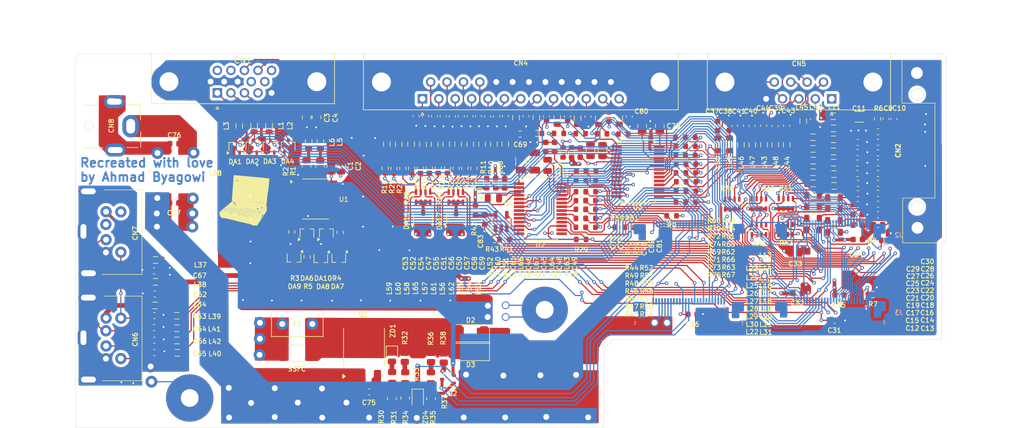
<source format=kicad_pcb>
(kicad_pcb (version 20241229) (generator "pcbnew") (generator_version "9.0")
  (title_block (title "PC110 Docking Station Board"))
  (layers (0 "F.Cu" signal "FC") (4 "In1.Cu" power "IP1") (6 "In2.Cu" power "IP2") (2 "B.Cu" signal "BC") (13 "F.Paste" user) (15 "B.Paste" user) (5 "F.SilkS" user "F.Silkscreen") (7 "B.SilkS" user "B.Silkscreen") (1 "F.Mask" user) (3 "B.Mask" user) (25 "Edge.Cuts" user))
  (net 0 "")
  (net 1 "PWR_IN+")
  (net 2 "PWR_IN-")
  (net 3 "PWR_IN-_EMI")
  (net 4 "PWR_IN+_EMI")
  (net 5 "GND")
  (net 6 "PWR_IN+_Fuse")
  (net 7 "PWR_IN+_Diode")
  (net 8 "PNET2")
  (net 9 "PNET5")
  (net 10 "FDD_PWR")
  (net 11 "M38_P46_P34")
  (net 12 "VGA_Hsync")
  (net 13 "VGA_Vsync")
  (net 14 "FDC_STROBE#")
  (net 15 "FDC_PD0")
  (net 16 "FDC_PD1")
  (net 17 "FDC_PD2")
  (net 18 "FDC_PD3")
  (net 19 "FDC_PD4")
  (net 20 "FDC_PD5")
  (net 21 "FDC_PD7")
  (net 22 "FDC_SLCT")
  (net 23 "FDC_BUSY")
  (net 24 "FDC_DTR2#")
  (net 25 "U29_Y1_FDC_IRTX_TXD2")
  (net 26 "U29_A2_FDC_IRRX_RXD2")
  (net 27 "FDC_DCD2#")
  (net 28 "PNET5_Q1_F2")
  (net 29 "KB_INT2")
  (net 30 "KB_INT1")
  (net 31 "FDC_DSKCHG#")
  (net 32 "FDC_HDSEL#")
  (net 33 "FDC_WRTPRT#")
  (net 34 "FDC_TRK0")
  (net 35 "FDC_WDATA#")
  (net 36 "FDC_DIR#")
  (net 37 "FDC_MTR0#")
  (net 38 "FDC_DS0#")
  (net 39 "FDC_INDEX#")
  (net 40 "FDC_DRATE1_MEDIA_ID1")
  (net 41 "J13_2_PC110")
  (net 42 "J13_99_PC110")
  (net 43 "J13_98_PC110")
  (net 44 "J13_97_PC110")
  (net 45 "FDC_DRATE0_MEDIA_ID0")
  (net 46 "J13_95_PC110")
  (net 47 "FDC_STEP#")
  (net 48 "FDC_WGATE#")
  (net 49 "J13_92_PC110")
  (net 50 "FDC_RDATA#")
  (net 51 "J13_90_PC110")
  (net 52 "KB_INT4")
  (net 53 "KB_INT3")
  (net 54 "FDC_DSR2#")
  (net 55 "FDC_RTS2#")
  (net 56 "FDC_CTS2#")
  (net 57 "FDC_RI2#")
  (net 58 "J13_79_PC110")
  (net 59 "FDC_PE")
  (net 60 "FDC_ERROR#")
  (net 61 "FDC_PD6")
  (net 62 "FDC_SLCTIN#")
  (net 63 "FDC_AUTOFD#")
  (net 64 "FDC_INIT#")
  (net 65 "FDC_ACK#")
  (net 66 "VGA_RED")
  (net 67 "VGA_GREEN")
  (net 68 "VGA_BLUE")
  (net 69 "R269_1_PC110")
  (net 70 "M38_P16_R80_PC110")
  (net 71 "M38_P67")
  (net 72 "J13_60_PC110")
  (net 73 "J13_59_PC110")
  (net 74 "J13_58_PC110")
  (net 75 "J13_52_PC110")
  (net 76 "J13_49_PC110")
  (net 77 "J13_41_PC110")
  (net 78 "J13_42_PC110")
  (net 79 "J13_43_PC110")
  (net 80 "J13_37_PC110")
  (net 81 "J13_35_PC110")
  (net 82 "J13_34_PC110")
  (net 83 "J13_32_PC110")
  (net 84 "FDD_PWR_L11")
  (net 85 "FDC_DRATE1_MEDIA_ID1_L13")
  (net 86 "FDC_INDEX#_L14")
  (net 87 "FDC_DS0#_L16")
  (net 88 "FDC_MTR0#_L16")
  (net 89 "FDC_DIR#_L17")
  (net 90 "FDC_WDATA#_L18")
  (net 91 "FDC_TRK0_L19")
  (net 92 "FDC_WRTPRT#_L20")
  (net 93 "FDC_HDSEL#_L21")
  (net 94 "FDC_DSKCHG#_L22")
  (net 95 "FDC_RDATA#_L30")
  (net 96 "J13_92_PC110_L29")
  (net 97 "FDC_WGATE#_L28")
  (net 98 "FDC_STEP#_L27")
  (net 99 "J13_95_PC110_L26")
  (net 100 "FDC_DRATE0_MEDIA_ID0_L25")
  (net 101 "J13_97_PC110_L24")
  (net 102 "J13_98_PC110_L23")
  (net 103 "J13_90_PC110_L31")
  (net 104 "CN2_6")
  (net 105 "STROBE#")
  (net 106 "AUTOFD#")
  (net 107 "PD0")
  (net 108 "ERROR#")
  (net 109 "PD1")
  (net 110 "INIT#")
  (net 111 "PD2")
  (net 112 "SLCTIN#")
  (net 113 "PD3")
  (net 114 "PD4")
  (net 115 "PD5")
  (net 116 "PD6")
  (net 117 "FDC_PD6_R21")
  (net 118 "PD7")
  (net 119 "ACK#")
  (net 120 "BUSY")
  (net 121 "PE")
  (net 122 "SLCT")
  (net 123 "DS_V+")
  (net 124 "DS_C1+")
  (net 125 "DS_VCC")
  (net 126 "DS_C1-")
  (net 127 "DS_NC1")
  (net 128 "DS_DIN1")
  (net 129 "DS_DIN2")
  (net 130 "DS_DIN3")
  (net 131 "DS_ROUT1")
  (net 132 "DS_ROUT2")
  (net 133 "DS_ROUT3")
  (net 134 "DS_ROUT4")
  (net 135 "DS_ROUT5")
  (net 136 "DS_RIN5")
  (net 137 "DS_RIN4")
  (net 138 "DS_RIN3")
  (net 139 "DS_RIN2")
  (net 140 "DS_RIN1")
  (net 141 "DS_DOUT3")
  (net 142 "DS_DOUT2")
  (net 143 "DS_DOUT1")
  (net 144 "DS_SHUTDN")
  (net 145 "DS_NC2")
  (net 146 "DS_V-")
  (net 147 "DS_C2-")
  (net 148 "DS_C2+")
  (net 149 "FDC_DTR2#_DS")
  (net 150 "FDC_RTS2#_DS")
  (net 151 "FDC_TX_DS")
  (net 152 "FDC_DCD2#_DS")
  (net 153 "FDC_CTS2#_DS")
  (net 154 "FDC_DSR2#_DS")
  (net 155 "FDC_RX_DS")
  (net 156 "FDC_RI2#_DS")
  (net 157 "RI2#")
  (net 158 "DTR2#")
  (net 159 "RTS2#")
  (net 160 "TX")
  (net 161 "DCD2#")
  (net 162 "CTS2#")
  (net 163 "DSR2#")
  (net 164 "RX")
  (net 165 "BLUE")
  (net 166 "GREEN")
  (net 167 "RED")
  (net 168 "VGA_Hsync_R3")
  (net 169 "VGA_Vsync_R4")
  (net 170 "Vsync_Buffered")
  (net 171 "Hsync_Buffered")
  (net 172 "HSync_R2")
  (net 173 "VSync_R1")
  (net 174 "VSync")
  (net 175 "HSync")
  (footprint "Inductor_SMD:L_0805_2012Metric" (layer "F.Cu") (at 191.01 85.51 90)
    (property "Reference" "L43")
    (property "Value" "680nH")
  )
  (footprint "Resistor_SMD:R_0603_1608Metric" (layer "F.Cu") (at 167.21 83.71)
    (property "Reference" "R18")
    (property "Value" "10")
  )
  (footprint "DockingStation:BarrelJack_Horizontal_PC110" (layer "F.Cu") (at 80.09 82.5)
    (property "Reference" "CN8")
    (property "Value" "BarrelJack_Horizontal_PC110")
    (fp_circle (center -3.2 -0.225) (end -2.45 -0.225) (stroke (width 0.05)) (fill no) (layer "Edge.Cuts"))
  )
  (footprint "Capacitor_SMD:C_0603_1608Metric" (layer "F.Cu") (at 145.78 80.7 90)
    (property "Reference" "C58")
    (property "Value" "200nF")
  )
  (footprint "Resistor_SMD:R_0603_1608Metric" (layer "F.Cu") (at 113.76 104.46 90)
    (property "Reference" "R5")
    (property "Value" "0")
  )
  (footprint "Capacitor_SMD:C_0603_1608Metric" (layer "F.Cu") (at 206.8 90.37 180)
    (property "Reference" "C23")
    (property "Value" "280nF")
  )
  (footprint "Capacitor_SMD:C_0603_1608Metric" (layer "F.Cu") (at 206.8 88.6 180)
    (property "Reference" "C25")
    (property "Value" "280nF")
  )
  (footprint "Resistor_SMD:R_0603_1608Metric" (layer "F.Cu") (at 160.09 101.51)
    (property "Reference" "R29")
    (property "Value" "DNP")
  )
  (footprint "Package_TO_SOT_SMD:SOT-323_SC-70" (layer "F.Cu") (at 111.5575 104.62 -90)
    (property "Reference" "DA9")
    (property "Value" "SOT-323_SC-70")
  )
  (footprint "Resistor_SMD:R_0603_1608Metric" (layer "F.Cu") (at 178.525 84.25)
    (property "Reference" "R60")
    (property "Value" "DNP")
  )
  (footprint "Capacitor_SMD:C_0805_2012Metric" (layer "F.Cu") (at 170.39 82.36 90)
    (property "Reference" "C80")
    (property "Value" "360nF")
  )
  (footprint "Inductor_SMD:L_0805_2012Metric" (layer "F.Cu") (at 199.28 90.16)
    (property "Reference" "L26")
    (property "Value" "680nH")
  )
  (footprint "Capacitor_SMD:C_0603_1608Metric" (layer "F.Cu") (at 139.82 80.69 90)
    (property "Reference" "C51")
    (property "Value" "200nF")
  )
  (footprint "Inductor_SMD:L_0805_2012Metric" (layer "F.Cu") (at 159.48 81.02 90)
    (property "Reference" "L67")
    (property "Value" "680nH")
  )
  (footprint "Capacitor_SMD:C_0603_1608Metric" (layer "F.Cu") (at 188.97 82.32 90)
    (property "Reference" "C40")
    (property "Value" "200pF")
  )
  (footprint "Capacitor_SMD:C_0603_1608Metric" (layer "F.Cu") (at 206.84 93.78 180)
    (property "Reference" "C19")
    (property "Value" "280nF")
  )
  (footprint "Capacitor_SMD:C_0603_1608Metric" (layer "F.Cu") (at 206.83 85.1 180)
    (property "Reference" "C29")
    (property "Value" "280nF")
  )
  (footprint "Resistor_SMD:R_0603_1608Metric" (layer "F.Cu") (at 160.02 99.46)
    (property "Reference" "R45")
    (property "Value" "DNP")
  )
  (footprint "Connector_Dsub:DSUB-15-HD_Socket_Horizontal_P2.29x1.90mm_EdgePinOffset3.03mm_Housed_MountingHolesOffset4.94mm" (layer "F.Cu") (at 98.595 76.74 180)
    (property "Reference" "CN1")
    (property "Value" "DSUB-15-HD_Socket_Horizontal_P2.29x1.90mm_EdgePinOffset3.03mm_Housed_MountingHolesOffset4.94mm")
  )
  (footprint "Capacitor_SMD:C_0805_2012Metric" (layer "F.Cu") (at 119.5 89.07 -90)
    (property "Reference" "C2")
    (property "Value" "1nF")
  )
  (footprint "Resistor_SMD:R_0603_1608Metric" (layer "F.Cu") (at 158.47 86.8 90)
    (property "Reference" "R39")
    (property "Value" "0")
  )
  (footprint "Resistor_SMD:R_0603_1608Metric" (layer "F.Cu") (at 161.67 94.96)
    (property "Reference" "R56")
    (property "Value" "0")
  )
  (footprint "Inductor_SMD:L_0805_2012Metric" (layer "F.Cu") (at 202.76 88.53)
    (property "Reference" "L16")
    (property "Value" "680nH")
  )
  (footprint "Resistor_SMD:R_0603_1608Metric" (layer "F.Cu") (at 178.61 88.79)
    (property "Reference" "R65")
    (property "Value" "DNP")
  )
  (footprint "Resistor_SMD:R_0805_2012Metric" (layer "F.Cu") (at 130.34 128.33 90)
    (property "Reference" "R34")
    (property "Value" "1k")
  )
  (footprint "Inductor_SMD:L_0805_2012Metric" (layer "F.Cu") (at 199.28 92.04)
    (property "Reference" "L27")
    (property "Value" "680nH")
  )
  (footprint "Resistor_SMD:R_0805_2012Metric" (layer "F.Cu") (at 134.72 128.43 90)
    (property "Reference" "R35")
    (property "Value" "1k")
  )
  (footprint "Capacitor_SMD:C_0603_1608Metric" (layer "F.Cu") (at 87.86 106.82 180)
    (property "Reference" "C67")
    (property "Value" "250nF")
  )
  (footprint "Capacitor_SMD:C_0603_1608Metric" (layer "F.Cu") (at 155.59 85.88 90)
    (property "Reference" "C74")
    (property "Value" "DNP")
  )
  (footprint "Resistor_SMD:R_0603_1608Metric" (layer "F.Cu") (at 211.63 101.64)
    (property "Reference" "R8")
    (property "Value" "0")
  )
  (footprint "Capacitor_SMD:C_0805_2012Metric" (layer "F.Cu") (at 173.37 82.34 90)
    (property "Reference" "C79")
    (property "Value" "360nF")
  )
  (footprint "Inductor_SMD:L_0805_2012Metric" (layer "F.Cu") (at 135.31 85.44 90)
    (property "Reference" "L57")
    (property "Value" "680nH")
  )
  (footprint "Package_TO_SOT_SMD:SOT-23W" (layer "F.Cu") (at 138.9525 98.31 90)
    (property "Reference" "DA12")
    (property "Value" "DNP")
  )
  (footprint "Capacitor_SMD:C_0603_1608Metric" (layer "F.Cu") (at 206.84 95.6 180)
    (property "Reference" "C17")
    (property "Value" "280nF")
  )
  (footprint "DockingStation:PS2 Connector" (layer "F.Cu") (at 80.685 118.245)
    (property "Reference" "CN6")
    (property "Value" "PS2 Connector")
  )
  (footprint "Inductor_SMD:L_0805_2012Metric" (layer "F.Cu") (at 199.32 88.19)
    (property "Reference" "L25")
    (property "Value" "680nH")
  )
  (footprint "Capacitor_SMD:C_1206_3216Metric" (layer "F.Cu") (at 149.93 88.31 90)
    (property "Reference" "C69")
    (property "Value" "DNP")
  )
  (footprint "Capacitor_SMD:C_0603_1608Metric" (layer "F.Cu") (at 190.93 82.29 90)
    (property "Reference" "C44")
    (property "Value" "200pF")
  )
  (footprint "Resistor_SMD:R_0603_1608Metric" (layer "F.Cu") (at 178.54 87.3)
    (property "Reference" "R61")
    (property "Value" "DNP")
  )
  (footprint "Resistor_SMD:R_0603_1608Metric" (layer "F.Cu") (at 160.06 91.56)
    (property "Reference" "R49")
    (property "Value" "DNP")
  )
  (footprint "Capacitor_SMD:C_1206_3216Metric" (layer "F.Cu") (at 152.23 88.33 90)
    (property "Reference" "C71")
    (property "Value" "DNP")
  )
  (footprint "Capacitor_SMD:C_0805_2012Metric" (layer "F.Cu") (at 161.66 86.47 90)
    (property "Reference" "C82")
    (property "Value" "360nF")
  )
  (footprint "Package_TO_SOT_SMD:SOT-323_SC-70" (layer "F.Cu") (at 113.7325 100.45 90)
    (property "Reference" "DA6")
    (property "Value" "1W")
  )
  (footprint "Resistor_SMD:R_Array_Concave_4x0603" (layer "F.Cu") (at 194.68 95.46 90)
    (property "Reference" "RA4")
    (property "Value" "47k")
  )
  (footprint "Inductor_SMD:L_0805_2012Metric" (layer "F.Cu") (at 202.74 84.59)
    (property "Reference" "L14")
    (property "Value" "680nH")
  )
  (footprint "Resistor_SMD:R_0603_1608Metric" (layer "F.Cu") (at 163.6 83.66)
    (property "Reference" "R27")
    (property "Value" "10")
  )
  (footprint "Inductor_SMD:L_0805_2012Metric" (layer "F.Cu") (at 199.27 99.9)
    (property "Reference" "L22")
    (property "Value" "680nH")
  )
  (footprint "Inductor_SMD:L_0805_2012Metric" (layer "F.Cu") (at 199.27 95.98)
    (property "Reference" "L29")
    (property "Value" "680nH")
  )
  (footprint "Capacitor_SMD:C_0805_2012Metric" (layer "F.Cu") (at 117.85 89.1 -90)
    (property "Reference" "C1")
    (property "Value" "330nF")
  )
  (footprint "Connector_Dsub:DSUB-25_Socket_Horizontal_P2.77x2.84mm_EdgePinOffset4.94mm_Housed_MountingHolesOffset4.94mm" (layer "F.Cu") (at 133.26 77.74 180)
    (property "Reference" "CN4")
    (property "Value" "DSUB-25_Socket_Horizontal_P2.77x2.84mm_EdgePinOffset4.94mm_Housed_MountingHolesOffset4.94mm")
  )
  (footprint "Capacitor_SMD:C_0603_1608Metric" (layer "F.Cu") (at 157.8 80.72 90)
    (property "Reference" "C46")
    (property "Value" "200nF")
  )
  (footprint "Capacitor_SMD:C_0603_1608Metric" (layer "F.Cu") (at 91.32 85.33)
    (property "Reference" "C76")
    (property "Value" "10nF")
  )
  (footprint "Package_TO_SOT_SMD:SOT-323_SC-70" (layer "F.Cu") (at 137.57 125.14 180)
    (property "Reference" "Q2")
    (property "Value" "8C")
  )
  (footprint "Capacitor_SMD:C_0603_1608Metric" (layer "F.Cu") (at 142.73 80.68 90)
    (property "Reference" "C50")
    (property "Value" "200nF")
  )
  (footprint "Inductor_SMD:L_0805_2012Metric" (layer "F.Cu") (at 137.27 85.41 90)
    (property "Reference" "L61")
    (property "Value" "680nH")
  )
  (footprint "Resistor_SMD:R_0805_2012Metric" (layer "F.Cu") (at 115.97 89.1 90)
    (property "Reference" "R1")
    (property "Value" "33")
  )
  (footprint "Resistor_SMD:R_0603_1608Metric" (layer "F.Cu") (at 161.71 91.56)
    (property "Reference" "R55")
    (property "Value" "0")
  )
  (footprint "Resistor_SMD:R_0603_1608Metric" (layer "F.Cu") (at 178.59 90.26)
    (property "Reference" "R62")
    (property "Value" "DNP")
  )
  (footprint "Inductor_SMD:L_0805_2012Metric" (layer "F.Cu") (at 156.03 80.98 90)
    (property "Reference" "L66")
    (property "Value" "680nH")
  )
  (footprint "Inductor_SMD:L_0805_2012Metric" (layer "F.Cu") (at 116.01 85.03 90)
    (property "Reference" "L5")
    (property "Value" "680nH")
  )
  (footprint "Resistor_SMD:R_0603_1608Metric" (layer "F.Cu") (at 161.67 96.42)
    (property "Reference" "R57")
    (property "Value" "0")
  )
  (footprint "Capacitor_SMD:C_1206_3216Metric" (layer "F.Cu") (at 207.08 80.78)
    (property "Reference" "C11")
    (property "Value" "2.5uF")
  )
  (footprint "Inductor_SMD:L_0805_2012Metric" (layer "F.Cu") (at 202.81 90.47)
    (property "Reference" "L17")
    (property "Value" "680nH")
  )
  (footprint "Inductor_SMD:L_0805_2012Metric" (layer "F.Cu") (at 185.14 85.45 90)
    (property "Reference" "L49")
    (property "Value" "680nH")
  )
  (footprint "Capacitor_SMD:C_0603_1608Metric" (layer "F.Cu") (at 210.26 85.09 180)
    (property "Reference" "C28")
    (property "Value" "82pF")
  )
  (footprint "DockingStation:logo" (layer "F.Cu") (at 103.351915 94.915131)
    (property "Reference" "G1")
    (property "Value" "LOGO" (hide yes))
  )
  (footprint "Capacitor_SMD:C_0603_1608Metric" (layer "F.Cu") (at 141.3 80.69 90)
    (property "Reference" "C56")
    (property "Value" "200nF")
  )
  (footprint "Resistor_SMD:R_0603_1608Metric" (layer "F.Cu") (at 134.41 89.46 90)
    (property "Reference" "R17")
    (property "Value" "10")
  )
  (footprint "Diode_SMD:D_0805_2012Metric" (layer "F.Cu") (at 132.46 128.49 -90)
    (property "Reference" "ZD4")
    (property "Value" "5_1")
  )
  (footprint "Inductor_SMD:L_0805_2012Metric" (layer "F.Cu") (at 114.02 85.01 90)
    (property "Reference" "L6")
    (property "Value" "680nH")
  )
  (footprint "Resistor_SMD:R_0603_1608Metric" (layer "F.Cu") (at 160.04 93.45)
    (property "Reference" "R48")
    (property "Value" "DNP")
  )
  (footprint "Capacitor_SMD:C_0603_1608Metric" (layer "F.Cu") (at 154.22 80.7 90)
    (property "Reference" "C61")
    (property "Value" "200nF")
  )
  (footprint "Capacitor_SMD:C_0603_1608Metric" (layer "F.Cu") (at 206.83 101.53 180)
    (property "Reference" "C34")
    (property "Value" "280nF")
  )
  (footprint "Fuse:Fuse_Littelfuse_395Series" (layer "F.Cu") (at 109.57 115.8)
    (property "Reference" "F1")
    (property "Value" "50v x1G0 JX30")
  )
  (footprint "Resistor_SMD:R_0603_1608Metric" (layer "F.Cu") (at 147.11 101.54)
    (property "Reference" "R41")
    (property "Value" "0")
  )
  (footprint "Capacitor_SMD:C_0603_1608Metric" (layer "F.Cu") (at 147.16 92.05 90)
    (property "Reference" "C68")
    (property "Value" "DNP")
  )
  (footprint "Resistor_SMD:R_0603_1608Metric" (layer "F.Cu") (at 161.67 99.46)
    (property "Reference" "R54")
    (property "Value" "0")
  )
  (footprint "Resistor_SMD:R_0603_1608Metric" (layer "F.Cu") (at 142.22 96.59 -90)
    (property "Reference" "R42")
    (property "Value" "DNP")
  )
  (footprint "Inductor_SMD:L_0805_2012Metric" (layer "F.Cu") (at 129.26 85.44 90)
    (property "Reference" "L60")
    (property "Value" "680nH")
  )
  (footprint "Resistor_SMD:R_0603_1608Metric" (layer "F.Cu") (at 131.43 89.49 90)
    (property "Reference" "R19")
    (property "Value" "10")
  )
  (footprint "Inductor_SMD:L_0805_2012Metric" (layer "F.Cu") (at 202.81 98.33)
    (property "Reference" "L21")
    (property "Value" "680nH")
  )
  (footprint "Inductor_SMD:L_0805_2012Metric" (layer "F.Cu") (at 199.27 84.24)
    (property "Reference" "L23")
    (property "Value" "680nH")
  )
  (footprint "Capacitor_SMD:C_0603_1608Metric" (layer "F.Cu") (at 132.21 80.67 90)
    (property "Reference" "C53")
    (property "Value" "200nF")
  )
  (footprint "Resistor_SMD:R_0603_1608Metric" (layer "F.Cu") (at 176.94 90.26)
    (property "Reference" "R69")
    (property "Value" "0")
  )
  (footprint "Resistor_SMD:R_0805_2012Metric" (layer "F.Cu") (at 130.27 121.29 90)
    (property "Reference" "R32")
    (property "Value" "1k")
  )
  (footprint "Resistor_SMD:R_0603_1608Metric" (layer "F.Cu") (at 145.45 101.54)
    (property "Reference" "R43")
    (property "Value" "DNP")
  )
  (footprint "Inductor_SMD:L_0805_2012Metric" (layer "F.Cu") (at 166.52 80.98 90)
    (property "Reference" "L63")
    (property "Value" "680nH")
  )
  (footprint "Capacitor_SMD:C_0603_1608Metric" (layer "F.Cu") (at 206.81 99.09 180)
    (property "Reference" "C12")
    (property "Value" "280nF")
  )
  (footprint "Resistor_SMD:R_0603_1608Metric" (layer "F.Cu") (at 126.97 89.49 90)
    (property "Reference" "R16")
    (property "Value" "10")
  )
  (footprint "Inductor_SMD:L_0805_2012Metric" (layer "F.Cu") (at 199.27 97.94)
    (property "Reference" "L30")
    (property "Value" "680nH")
  )
  (footprint "Inductor_SMD:L_0805_2012Metric" (layer "F.Cu") (at 192.9 85.51 90)
    (property "Reference" "L48")
    (property "Value" "680nH")
  )
  (footprint "Package_TO_SOT_SMD:SOT-323_SC-70" (layer "F.Cu") (at 110.57 85.79 90)
    (property "Reference" "DA4")
    (property "Value" "1W")
  )
  (footprint "Inductor_SMD:L_0805_2012Metric" (layer "F.Cu") (at 91.75 118.59)
    (property "Reference" "L42")
    (property "Value" "680nH")
  )
  (footprint "" (layer "F.Cu") (at 172.49 115.57)
    (property "Reference" "")
    (property "Value" "")
  )
  (footprint "Resistor_SMD:R_0603_1608Metric" (layer "F.Cu") (at 160.02 96.42)
    (property "Reference" "R50")
    (property "Value" "DNP")
  )
  (footprint "Capacitor_SMD:C_0603_1608Metric" (layer "F.Cu") (at 212.98 81.16 90)
    (property "Reference" "C10")
    (property "Value" "1nF")
  )
  (footprint "Resistor_SMD:R_0603_1608Metric" (layer "F.Cu") (at 168.29 99.46)
    (property "Reference" "R51")
    (property "Value" "DNP")
  )
  (footprint "Resistor_SMD:R_0603_1608Metric" (layer "F.Cu") (at 111.17 100.25 90)
    (property "Reference" "R3")
    (property "Value" "33")
  )
  (footprint "Resistor_SMD:R_0603_1608Metric" (layer "F.Cu") (at 156.31 83.6)
    (property "Reference" "R28")
    (property "Value" "10")
  )
  (footprint "Package_TO_SOT_SMD:SOT-323_SC-70" (layer "F.Cu") (at 117.02 100.45 90)
    (property "Reference" "DA10")
    (property "Value" "1W")
  )
  (footprint "Capacitor_SMD:C_0805_2012Metric" (layer "F.Cu") (at 163.69 86.5 90)
    (property "Reference" "C81")
    (property "Value" "360nF")
  )
  (footprint "Resistor_SMD:R_0603_1608Metric" (layer "F.Cu") (at 176.9 85.75)
    (property "Reference" "R70")
    (property "Value" "0")
  )
  (footprint "Resistor_SMD:R_0603_1608Metric" (layer "F.Cu") (at 141.95 89.49 90)
    (property "Reference" "R13")
    (property "Value" "10")
  )
  (footprint "Package_SO:SSOP-28_5.3x10.2mm_P0.65mm" (layer "F.Cu") (at 169.66 90.01)
    (property "Reference" "U3")
    (property "Value" "DS14C535MSA")
  )
  (footprint "Resistor_SMD:R_0805_2012Metric" (layer "F.Cu") (at 134.69 124.89 90)
    (property "Reference" "R37")
    (property "Value" "1k")
  )
  (footprint "Capacitor_SMD:C_0603_1608Metric" (layer "F.Cu") (at 187.03 82.28 90)
    (property "Reference" "C41")
    (property "Value" "200pF")
  )
  (footprint "DockingStation:FDC_Connector" (layer "F.Cu") (at 217.78 86.63)
    (property "Reference" "CN2")
    (property "Value" "FDC_Connector")
    (fp_circle (center -0.9 -9.625) (end 0.1 -9.625) (stroke (width 0.05)) (fill no) (layer "Edge.Cuts"))
    (fp_circle (center -0.9 9.375) (end 0.1 9.375) (stroke (width 0.05)) (fill no) (layer "Edge.Cuts"))
  )
  (footprint "Inductor_SMD:L_0805_2012Metric" (layer "F.Cu") (at 139.29 85.41 90)
    (property "Reference" "L56")
    (property "Value" "680nH")
  )
  (footprint "Resistor_SMD:R_Array_Concave_4x0603" (layer "F.Cu") (at 138.9 94.37 90)
    (property "Reference" "RA7")
    (property "Value" "DNP")
  )
  (footprint "Package_TO_SOT_SMD:TO-252-2" (layer "F.Cu") (at 123.38 119.61 90)
    (property "Reference" "Q1")
    (property "Value" "3P4J")
  )
  (footprint "Resistor_SMD:R_Array_Concave_4x0603" (layer "F.Cu") (at 190.14 99.85 90)
    (property "Reference" "RA3")
    (property "Value" "47k")
  )
  (footprint "Resistor_SMD:R_0603_1608Metric" (layer "F.Cu") (at 159.99 83.63)
    (property "Reference" "R20")
    (property "Value" "10")
  )
  (footprint "Capacitor_SMD:C_0603_1608Metric" (layer "F.Cu") (at 138.3 80.71 90)
    (property "Reference" "C55")
    (property "Value" "200nF")
  )
  (footprint "Capacitor_SMD:C_0603_1608Metric" (layer "F.Cu") (at 206.8 86.8 180)
    (property "Reference" "C27")
    (property "Value" "280nF")
  )
  (footprint "Capacitor_SMD:C_0603_1608Metric" (layer "F.Cu") (at 159.93 86.84 90)
    (property "Reference" "C78")
    (property "Value" "250nF")
  )
  (footprint "Package_TO_SOT_SMD:SOT-23W" (layer "F.Cu") (at 133.38 98.22 90)
    (property "Reference" "DA11")
    (property "Value" "DNP")
  )
  (footprint "Capacitor_SMD:C_0805_2012Metric" (layer "F.Cu") (at 145.25 94.55)
    (property "Reference" "C70")
    (property "Value" "DNP")
  )
  (footprint "Capacitor_SMD:C_0603_1608Metric" (layer "F.Cu") (at 210.26 88.56 180)
    (property "Reference" "C24")
    (property "Value" "82pF")
  )
  (footprint "Resistor_SMD:R_0805_2012Metric" (layer "F.Cu") (at 113.67 89.07 90)
    (property "Reference" "R2")
    (property "Value" "33")
  )
  (footprint "Resistor_SMD:R_0603_1608Metric" (layer "F.Cu") (at 129.95 89.49 90)
    (property "Reference" "R24")
    (property "Value" "10")
  )
  (footprint "Resistor_SMD:R_0603_1608Metric" (layer "F.Cu") (at 128.44 89.52 90)
    (property "Reference" "R25")
    (property "Value" "10")
  )
  (footprint "Capacitor_SMD:C_0805_2012Metric" (layer "F.Cu") (at 154.41 88.99 90)
    (property "Reference" "C72")
    (property "Value" "DNP")
  )
  (footprint "Capacitor_SMD:C_0603_1608Metric" (layer "F.Cu") (at 196.26 103.98 180)
    (property "Reference" "C33")
    (property "Value" "330nF")
  )
  (footprint "Inductor_SMD:L_0805_2012Metric" (layer "F.Cu") (at 88.06 112.67)
    (property "Reference" "L34")
    (property "Value" "300nH")
  )
  (footprint "Capacitor_SMD:C_0603_1608Metric" (layer "F.Cu") (at 133.75 80.67 90)
    (property "Reference" "C52")
    (property "Value" "200nF")
  )
  (footprint "Capacitor_SMD:C_0603_1608Metric" (layer "F.Cu") (at 211.59 81.12 90)
    (property "Reference" "C9")
    (property "Value" "280nF")
  )
  (footprint "Diode_SMD:D_0805_2012Metric" (layer "F.Cu") (at 128.1 121.21 -90)
    (property "Reference" "ZD1")
    (property "Value" "18-")
  )
  (footprint "Inductor_SMD:L_0805_2012Metric" (layer "F.Cu") (at 102.29 82.3325 90)
    (property "Reference" "L3")
    (property "Value" "300nH")
  )
  (footprint "Resistor_SMD:R_Array_Concave_4x0603" (layer "F.Cu") (at 194.62 99.82 90)
    (property "Reference" "RA2")
    (property "Value" "47k")
  )
  (footprint "Inductor_SMD:L_0805_2012Metric" (layer "F.Cu") (at 149.08 80.92 90)
    (property "Reference" "L52")
    (property "Value" "680nH")
  )
  (footprint "Resistor_SMD:R_0603_1608Metric" (layer "F.Cu") (at 161.69 93.45)
    (property "Reference" "R53")
    (property "Value" "0")
  )
  (footprint "Diode_SMD:D_2010_5025Metric" (layer "F.Cu") (at 141.41 120.42 180)
    (property "Reference" "D3")
    (property "Value" "s.3 5J")
  )
  (footprint "Resistor_SMD:R_0805_2012Metric" (layer "F.Cu") (at 136.86 121.4 90)
    (property "Reference" "R38")
    (property "Value" "0")
  )
  (footprint "Capacitor_SMD:C_0603_1608Metric" (layer "F.Cu") (at 178.9 114.17 180)
    (property "Reference" "C36")
    (property "Value" "280nF")
  )
  (footprint "Inductor_SMD:L_0805_2012Metric" (layer "F.Cu") (at 152.51 80.95 90)
    (property "Reference" "L51")
    (property "Value" "680nH")
  )
  (footprint "Capacitor_SMD:C_0603_1608Metric" (layer "F.Cu") (at 168.21 80.75 90)
    (property "Reference" "C49")
    (property "Value" "200nF")
  )
  (footprint "Package_TO_SOT_SMD:SOT-323_SC-70" (layer "F.Cu") (at 101.7025 85.84 90)
    (property "Reference" "DA1")
    (property "Value" "1W")
  )
  (footprint "Resistor_SMD:R_0603_1608Metric" (layer "F.Cu") (at 144.11 92.01 90)
    (property "Reference" "R11")
    (property "Value" "DNP")
  )
  (footprint "Capacitor_SMD:C_0603_1608Metric" (layer "F.Cu") (at 210.26 86.88 180)
    (property "Reference" "C26")
    (property "Value" "82pF")
  )
  (footprint "Capacitor_SMD:C_0603_1608Metric" (layer "F.Cu") (at 150.73 80.7 90)
    (property "Reference" "C60")
    (property "Value" "200nF")
  )
  (footprint "Capacitor_SMD:C_0603_1608Metric" (layer "F.Cu") (at 206.88 92.04 180)
    (property "Reference" "C21")
    (property "Value" "280nF")
  )
  (footprint "Capacitor_SMD:C_0603_1608Metric" (layer "F.Cu") (at 147.27 80.68 90)
    (property "Reference" "C59")
    (property "Value" "200nF")
  )
  (footprint "Resistor_SMD:R_0603_1608Metric" (layer "F.Cu") (at 135.92 89.46 90)
    (property "Reference" "R23")
    (property "Value" "10")
  )
  (footprint "Capacitor_SMD:C_0603_1608Metric" (layer "F.Cu") (at 210.26 97.33 180)
    (property "Reference" "C14")
    (property "Value" "82pF")
  )
  (footprint "Inductor_SMD:L_0805_2012Metric" (layer "F.Cu") (at 202.73 82.74)
    (property "Reference" "L13")
    (property "Value" "680nH")
  )
  (footprint "Resistor_SMD:R_0805_2012Metric" (layer "F.Cu") (at 128.14 124.83 90)
    (property "Reference" "R30")
    (property "Value" "1k")
  )
  (footprint "Capacitor_SMD:C_0603_1608Metric" (layer "F.Cu") (at 154.09 85.88 90)
    (property "Reference" "C73")
    (property "Value" "DNP")
  )
  (footprint "Capacitor_SMD:C_0603_1608Metric" (layer "F.Cu") (at 144.29 80.73 90)
    (property "Reference" "C57")
    (property "Value" "200nF")
  )
  (footprint "Capacitor_SMD:C_0603_1608Metric" (layer "F.Cu") (at 161.25 80.75 90)
    (property "Reference" "C45")
    (property "Value" "200nF")
  )
  (footprint "Inductor_SMD:L_0805_2012Metric" (layer "F.Cu") (at 199.28 86.21)
    (property "Reference" "L24")
    (property "Value" "680nH")
  )
  (footprint "Capacitor_SMD:C_0805_2012Metric" (layer "F.Cu") (at 113.69 80.88 -90)
    (property "Reference" "C3")
    (property "Value" "200pF")
  )
  (footprint "Package_TO_SOT_SMD:SOT-23-5" (layer "F.Cu") (at 146.57 98.49 90)
    (property "Reference" "U4")
    (property "Value" "DNP")
  )
  (footprint "Resistor_SMD:R_0603_1608Metric" (layer "F.Cu") (at 166.62 99.46)
    (property "Reference" "R59")
    (property "Value" "0")
  )
  (footprint "Resistor_SMD:R_Array_Concave_4x0603" (layer "F.Cu") (at 185.61 95.55 90)
    (property "Reference" "RA6")
    (property "Value" "470k")
  )
  (footprint "Resistor_SMD:R_0603_1608Metric" (layer "F.Cu") (at 178.58 95.21)
    (property "Reference" "R67")
    (property "Value" "DNP")
  )
  (footprint "Capacitor_SMD:C_0603_1608Metric" (layer "F.Cu") (at 87.93 118.54 180)
    (property "Reference" "C66")
    (property "Value" "200pF")
  )
  (footprint "Resistor_SMD:R_0603_1608Metric" (layer "F.Cu") (at 138.94 89.49 90)
    (property "Reference" "R14")
    (property "Value" "10")
  )
  (footprint "Capacitor_SMD:C_0603_1608Metric" (layer "F.Cu") (at 87.95 114.39 180)
    (property "Reference" "C63")
    (property "Value" "200pF")
  )
  (footprint "Resistor_SMD:R_0603_1608Metric" (layer "F.Cu") (at 176.93 95.21)
    (property "Reference" "R75")
    (property "Value" "0")
  )
  (footprint "Resistor_SMD:R_0603_1608Metric" (layer "F.Cu") (at 178.62 93.33)
    (property "Reference" "R63")
    (property "Value" "DNP")
  )
  (footprint "Capacitor_SMD:C_0603_1608Metric" (layer "F.Cu") (at 210.26 83.3 180)
    (property "Reference" "C30")
    (property "Value" "82pF")
  )
  (footprint "Resistor_SMD:R_0603_1608Metric" (layer "F.Cu") (at 149.77 83.69)
    (property "Reference" "R21")
    (property "Value" "10")
  )
  (footprint "Capacitor_SMD:C_0603_1608Metric" (layer "F.Cu") (at 87.87 116.43 180)
    (property "Reference" "C64")
    (property "Value" "200pF")
  )
  (footprint "Resistor_SMD:R_0603_1608Metric" (layer "F.Cu") (at 178.55 85.75)
    (property "Reference" "R64")
    (property "Value" "DNP")
  )
  (footprint "Inductor_SMD:L_0805_2012Metric" (layer "F.Cu") (at 202.83 92.47)
    (property "Reference" "L18")
    (property "Value" "680nH")
  )
  (footprint "Inductor_SMD:L_0805_2012Metric" (layer "F.Cu") (at 202.83 100.3)
    (property "Reference" "L31")
    (property "Value" "680nH")
  )
  (footprint "Capacitor_SMD:C_0603_1608Metric" (layer "F.Cu") (at 210.26 95.55 180)
    (property "Reference" "C16")
    (property "Value" "82pF")
  )
  (footprint "Capacitor_SMD:C_0603_1608Metric" (layer "F.Cu") (at 206.8 97.31 180)
    (property "Reference" "C15")
    (property "Value" "280nF")
  )
  (footprint "Package_TO_SOT_SMD:SOT-323_SC-70" (layer "F.Cu") (at 116.0775 104.69 -90)
    (property "Reference" "DA8")
    (property "Value" "1W")
  )
  (footprint "Package_TO_SOT_SMD:SOT-323_SC-70" (layer "F.Cu") (at 104.61 85.81 90)
    (property "Reference" "DA2")
    (property "Value" "1W")
  )
  (footprint "Capacitor_SMD:C_0603_1608Metric" (layer "F.Cu") (at 210.28 93.72 180)
    (property "Reference" "C18")
    (property "Value" "82pF")
  )
  (footprint "Diode_SMD:D_2010_5025Metric" (layer "F.Cu") (at 141.41 117.5 180)
    (property "Reference" "D2")
    (property "Value" "s.3 5J")
  )
  (footprint "Capacitor_SMD:C_0603_1608Metric" (layer "F.Cu") (at 196.66 110.63 180)
    (property "Reference" "C32")
    (property "Value" "280nF")
  )
  (footprint "Capacitor_SMD:C_0603_1608Metric" (layer "F.Cu") (at 124.26 127.29 180)
    (property "Reference" "C75")
    (property "Value" "150nF")
  )
  (footprint "Resistor_SMD:R_0603_1608Metric" (layer "F.Cu") (at 132.9 89.49 90)
    (property "Reference" "R15")
    (property "Value" "10")
  )
  (footprint "Capacitor_SMD:C_0805_2012Metric" (layer "F.Cu") (at 115.36 80.86 -90)
    (property "Reference" "C4")
    (property "Value" "200pF")
  )
  (footprint "" (layer "F.Cu") (at 174.6 115.59)
    (property "Reference" "")
    (property "Value" "")
  )
  (footprint "Capacitor_SMD:C_0603_1608Metric" (layer "F.Cu") (at 210.26 99.01 180)
    (property "Reference" "C13")
    (property "Value" "82pF")
  )
  (footprint "Connector_Dsub:DSUB-9_Pins_Horizontal_P2.77x2.84mm_EdgePinOffset4.94mm_Housed_MountingHolesOffset4.94mm" (layer "F.Cu") (at 202.43 77.75 180)
    (property "Reference" "CN5")
    (property "Value" "DSUB-9_Pins_Horizontal_P2.77x2.84mm_EdgePinOffset4.94mm_Housed_MountingHolesOffset4.94mm")
  )
  (footprint "Resistor_SMD:R_Array_Concave_4x0603" (layer "F.Cu") (at 133.37 94.37 90)
    (property "Reference" "RA8")
    (property "Value" "DNP")
  )
  (footprint "Inductor_SMD:L_0805_2012Metric" (layer "F.Cu") (at 202.82 94.46)
    (property "Reference" "L19")
    (property "Value" "680nH")
  )
  (footprint "Inductor_SMD:L_0805_2012Metric" (layer "F.Cu") (at 202.74 86.64)
    (property "Reference" "L15")
    (property "Value" "680nH")
  )
  (footprint "Capacitor_SMD:C_0603_1608Metric" (layer "F.Cu") (at 210.26 90.38 180)
    (property "Reference" "C22")
    (property "Value" "82pF")
  )
  (footprint "Capacitor_SMD:C_0603_1608Metric" (layer "F.Cu") (at 202.9 115.18 180)
    (property "Reference" "C31")
    (property "Value" "280nF")
  )
  (footprint "Resistor_SMD:R_0603_1608Metric" (layer "F.Cu") (at 176.86 84.24)
    (property "Reference" "R68")
    (property "Value" "0")
  )
  (footprint "Capacitor_SMD:C_0603_1608Metric" (layer "F.Cu") (at 143.76 98.16 90)
    (property "Reference" "C83")
    (property "Value" "DNP")
  )
  (footprint "Capacitor_SMD:C_0603_1608Metric" (layer "F.Cu") (at 210.26 92.03 180)
    (property "Reference" "C20")
    (property "Value" "82pF")
  )
  (footprint "Inductor_SMD:L_0805_2012Metric" (layer "F.Cu") (at 141.33 85.42 90)
    (property "Reference" "L62")
    (property "Value" "680nH")
  )
  (footprint "Resistor_SMD:R_0805_2012Metric" (layer "F.Cu") (at 134.71 121.32 90)
    (property "Reference" "R36")
    (property "Value" "1k")
  )
  (footprint "Inductor_SMD:L_0805_2012Metric" (layer "F.Cu") (at 194.82 85.51 90)
    (property "Reference" "L44")
    (property "Value" "680nH")
  )
  (footprint "Inductor_SMD:L_0805_2012Metric" (layer "F.Cu") (at 202.7 80.68)
    (property "Reference" "L11")
    (property "Value" "680nH")
  )
  (footprint "Inductor_SMD:L_0805_2012Metric" (layer "F.Cu") (at 189.01 85.51 90)
    (property "Reference" "L47")
    (property "Value" "680nH")
  )
  (footprint "Resistor_SMD:R_0603_1608Metric" (layer "F.Cu") (at 176.97 93.33)
    (property "Reference" "R73")
    (property "Value" "0")
  )
  (footprint "Resistor_SMD:R_0603_1608Metric" (layer "F.Cu") (at 178.65 91.77)
    (property "Reference" "R66")
    (property "Value" "DNP")
  )
  (footprint "Inductor_SMD:L_0805_2012Metric" (layer "F.Cu") (at 104.81 82.25 90)
    (property "Reference" "L1")
    (property "Value" "300nH")
  )
  (footprint "Resistor_SMD:R_0603_1608Metric" (layer "F.Cu") (at 176.96 88.79)
    (property "Reference" "R74")
    (property "Value" "0")
  )
  (footprint "Inductor_SMD:L_0805_2012Metric" (layer "F.Cu") (at 147.26 85.39 90)
    (property "Reference" "L53")
    (property "Value" "680nH")
  )
  (footprint "Resistor_SMD:R_0603_1608Metric" (layer "F.Cu") (at 160.02 94.96)
    (property "Reference" "R46")
    (property "Value" "DNP")
  )
  (footprint "Inductor_SMD:L_0805_2012Metric" (layer "F.Cu") (at 88.15 108.68)
    (property "Reference" "L38")
    (property "Value" "300nH")
  )
  (footprint "Resistor_SMD:R_0603_1608Metric" (layer "F.Cu") (at 152.61 83.59)
    (property "Reference" "R12")
    (property "Value" "10")
  )
  (footprint "Capacitor_SMD:C_0603_1608Metric" (layer "F.Cu") (at 185.1 82.3 90)
    (property "Reference" "C38")
    (property "Value" "200pF")
  )
  (footprint "Resistor_SMD:R_0805_2012Metric" (layer "F.Cu") (at 128.1 128.4 90)
    (property "Reference" "R31")
    (property "Value" "1k")
  )
  (footprint "Resistor_SMD:R_0603_1608Metric" (layer "F.Cu") (at 119.36 100.32 90)
    (property "Reference" "R4")
    (property "Value" "33")
  )
  (footprint "Inductor_SMD:L_0805_2012Metric" (layer "F.Cu") (at 143.34 85.42 90)
    (property "Reference" "L55")
    (property "Value" "680nH")
  )
  (footprint "Inductor_SMD:L_0805_2012Metric" (layer "F.Cu") (at 145.33 85.42 90)
    (property "Reference" "L54")
    (property "Value" "680nH")
  )
  (footprint "Capacitor_SMD:C_0603_1608Metric" (layer "F.Cu") (at 194.81 82.29 90)
    (property "Reference" "C43")
    (property "Value" "200pF")
  )
  (footprint "Resistor_SMD:R_0603_1608Metric" (layer "F.Cu") (at 161.67 97.96)
    (property "Reference" "R58")
    (property "Value" "0")
  )
  (footprint "Capacitor_SMD:C_0603_1608Metric" (layer "F.Cu") (at 183.14 82.34 90)
    (property "Reference" "C37")
    (property "Value" "200pF")
  )
  (footprint "Resistor_SMD:R_0603_1608Metric" (layer "F.Cu") (at 140.41 89.49 90)
    (property "Reference" "R22")
    (property "Value" "10")
  )
  (footprint "Capacitor_SMD:C_0603_1608Metric" (layer "F.Cu") (at 88 110.72 180)
    (property "Reference" "C62")
    (property "Value" "250nF")
  )
  (footprint "Package_SO:SSOP-20_4.4x6.5mm_P0.65mm" (layer "F.Cu") (at 115.21 94.68)
    (property "Reference" "U1")
    (property "Value" "74VHCT244")
  )
  (footprint "Capacitor_SMD:C_0603_1608Metric" (layer "F.Cu") (at 136.77 80.69 90)
    (property "Reference" "C47")
    (property "Value" "200nF")
  )
  (footprint "Resistor_SMD:R_0603_1608Metric" (layer "F.Cu") (at 160.02 97.96)
    (property "Reference" "R47")
    (property "Value" "DNP")
  )
  (footprint "Resistor_SMD:R_0603_1608Metric" (layer "F.Cu") (at 161.76 90.03)
    (property "Reference" "R52")
    (property "Value" "0")
  )
  (footprint "Inductor_SMD:L_0805_2012Metric" (layer "F.Cu") (at 91.75 116.52)
    (property "Reference" "L41")
    (property "Value" "680nH")
  )
  (footprint "Inductor_SMD:L_0805_2012Metric" (layer "F.Cu") (at 202.81 96.31)
    (property "Reference" "L20")
    (property "Value" "680nH")
  )
  (footprint "Inductor_SMD:L_0805_2012Metric" (layer "F.Cu") (at 91.8 120.69)
    (property "Reference" "L40")
    (property "Value" "680nH")
  )
  (footprint "Resistor_SMD:R_0603_1608Metric" (layer "F.Cu") (at 209.39 110.83)
    (property "Reference" "R7")
    (property "Value" "0")
  )
  (footprint "Inductor_SMD:L_0805_2012Metric" (layer "F.Cu") (at 91.75 114.4)
    (property "Reference" "L39")
    (property "Value" "680nH")
  )
  (footprint "Resistor_SMD:R_0603_1608Metric" (layer "F.Cu") (at 137.49 89.46 90)
    (property "Reference" "R26")
    (property "Value" "10")
  )
  (footprint "Inductor_SMD:L_0805_2012Metric" (layer "F.Cu") (at 199.27 94.05)
    (property "Reference" "L28")
    (property "Value" "680nH")
  )
  (footprint "Capacitor_SMD:C_0603_1608Metric" (layer "F.Cu") (at 199.35 81.19 90)
    (property "Reference" "C42")
    (property "Value" "200pF")
  )
  (footprint "Inductor_SMD:L_0805_2012Metric" (layer "F.Cu") (at 197.62 81.5 90)
    (property "Reference" "L45")
    (property "Value" "680nH")
  )
  (footprint "DockingStation:PS2 Connector" (layer "F.Cu") (at 80.685 100.275)
    (property "Reference" "CN7")
    (property "Value" "PS2 Connector")
  )
  (footprint "Resistor_SMD:R_0603_1608Metric" (layer "F.Cu") (at 160.11 90.03)
    (property "Reference" "R44")
    (property "Value" "DNP")
  )
  (footprint "Inductor_SMD:L_0805_2012Metric" (layer "F.Cu") (at 131.34 85.41 90)
    (property "Reference" "L58")
    (property "Value" "680nH")
  )
  (footprint "DockingStation:EMI_Transformer" (layer "F.Cu") (at 91.37 90.56)
    (property "Reference" "L68")
    (property "Value" "EMI_Transformer")
  )
  (footprint "Inductor_SMD:L_0805_2012Metric" (layer "F.Cu") (at 183.18 85.45 90)
    (property "Reference" "L50")
    (property "Value" "680nH")
  )
  (footprint "Inductor_SMD:L_0805_2012Metric" (layer "F.Cu") (at 107.33 82.27 90)
    (property "Reference" "L2")
    (property "Value" "300nH")
  )
  (footprint "Capacitor_SMD:C_0603_1608Metric" (layer "F.Cu") (at 87.95 120.65 180)
    (property "Reference" "C65")
    (property "Value" "200pF")
  )
  (footprint "Inductor_SMD:L_0805_2012Metric" (layer "F.Cu") (at 163.05 81.02 90)
    (property "Reference" "L64")
    (property "Value" "680nH")
  )
  (footprint "Resistor_SMD:R_0603_1608Metric" (layer "F.Cu") (at 145.65 92.01 90)
    (property "Reference" "R10")
    (property "Value" "DNP")
  )
  (footprint "Package_SO:SSOP-28_5.3x10.2mm_P0.65mm" (layer "F.Cu") (at 153.18 96.31)
    (property "Reference" "U2")
    (property "Value" "DNP (LT1237CS)")
  )
  (footprint "Inductor_SMD:L_0805_2012Metric" (layer "F.Cu") (at 187.08 85.53 90)
    (property "Reference" "L46")
    (property "Value" "680nH")
  )
  (footprint "Resistor_SMD:R_0603_1608Metric" (layer "F.Cu") (at 175.37 97.52)
    (property "Reference" "R9")
    (property "Value" "470k")
  )
  (footprint "Resistor_SMD:R_Array_Concave_4x0603" (layer "F.Cu") (at 190.13 95.5 90)
    (property "Reference" "RA5")
    (property "Value" "470k")
  )
  (footprint "Package_TO_SOT_SMD:SOT-323_SC-70" (layer "F.Cu") (at 119.1175 104.66 -90)
    (property "Reference" "DA7")
    (property "Value" "1W")
  )
  (footprint "Capacitor_SMD:C_0603_1608Metric" (layer "F.Cu") (at 135.29 80.69 90)
    (property "Reference" "C54")
    (property "Value" "200nF")
  )
  (footprint "Resistor_SMD:R_0603_1608Metric" (layer "F.Cu") (at 157.03 86.81 90)
    (property "Reference" "R40")
    (property "Value" "DNP")
  )
  (footprint "Capacitor_SMD:C_0603_1608Metric" (layer "F.Cu") (at 164.76 80.75 90)
    (property "Reference" "C48")
    (property "Value" "200nF")
  )
  (footprint "Resistor_SMD:R_0603_1608Metric" (layer "F.Cu") (at 177 91.77)
    (property "Reference" "R71")
    (property "Value" "0")
  )
  (footprint "Resistor_SMD:R_0603_1608Metric" (layer "F.Cu") (at 176.89 87.3)
    (property "Reference" "R72")
    (property "Value" "0")
  )
  (footprint "Inductor_SMD:L_0805_2012Metric" (layer "F.Cu") (at 127.24 85.41 90)
    (property "Reference" "L59")
    (property "Value" "680nH")
  )
  (footprint "Fuse:Fuse_2010_5025Metric" (layer "F.Cu") (at 112.03 120.74)
    (property "Reference" "SSFC")
    (property "Value" "Fuse_2010_5025Metric")
  )
  (footprint "Resistor_SMD:R_0603_1608Metric" (layer "F.Cu") (at 210.18 81.14 90)
    (property "Reference" "R6")
    (property "Value" "470k")
  )
  (footprint "Inductor_SMD:L_0805_2012Metric" (layer "F.Cu") (at 133.36 85.44 90)
    (property "Reference" "L65")
    (property "Value" "680nH")
  )
  (footprint "Package_TO_SOT_SMD:SOT-323_SC-70" (layer "F.Cu") (at 107.56 85.79 90)
    (property "Reference" "DA3")
    (property "Value" "1W")
  )
  (footprint "Inductor_SMD:L_0805_2012Metric" (layer "F.Cu") (at 88.15 104.99)
    (property "Reference" "L37")
    (property "Value" "300nH")
  )
  (footprint "Capacitor_SMD:C_0603_1608Metric" (layer "F.Cu") (at 203.75 110.9 180)
    (property "Reference" "C35")
    (property "Value" "280nF")
  )
  (footprint "Capacitor_SMD:C_0603_1608Metric" (layer "F.Cu") (at 192.88 82.33 90)
    (property "Reference" "C39")
    (property "Value" "200pF")
  )
  (footprint "Capacitor_SMD:C_0603_1608Metric" (layer "F.Cu") (at 91.3 95.35 180)
    (property "Reference" "C77")
    (property "Value" "10nF")
  )
  (footprint "Resistor_SMD:R_0805_2012Metric" (layer "F.Cu") (at 130.35 124.88 90)
    (property "Reference" "R33")
    (property "Value" "1k")
  )
  (footprint "DockingStation:25-1MP_P0.5mm_Horizontal_PC110_dock" (layer "B.Cu") (at 202.19 100.15 180)
    (property "Reference" "J2")
    (property "Value" "25-1MP_P0.5mm_Horizontal")
  )
  (footprint "DockingStation:25-1MP_P0.5mm_Horizontal_PC110_dock" (layer "B.Cu") (at 178.35 100.175 180)
    (property "Reference" "J1")
    (property "Value" "25-1MP_P0.5mm_Horizontal")
  )
  (footprint "DockingStation:25-1MP_P0.5mm_Horizontal_PC110_dock" (layer "B.Cu") (at 178.26 113.335 180)
    (property "Reference" "J4")
    (property "Value" "25-1MP_P0.5mm_Horizontal")
  )
  (footprint "DockingStation:25-1MP_P0.5mm_Horizontal_PC110_dock" (layer "B.Cu") (at 202.25 113.24 180)
    (property "Reference" "J3")
    (property "Value" "25-1MP_P0.5mm_Horizontal")
  )
  (gr_line (start 221.75 101.63) (end 221.75 70.75) (stroke (width 0.05)) (layer "Edge.Cuts"))
  (gr_line (start 75.3 70.17) (end 221.17 70.17) (stroke (width 0.05)) (layer "Edge.Cuts"))
  (gr_line (start 74.65 133.37) (end 163.91 133.37) (stroke (width 0.05)) (layer "Edge.Cuts"))
  (gr_line (start 163.91 133.37) (end 163.91 120.05) (stroke (width 0.05)) (layer "Edge.Cuts"))
  (gr_line (start 74.6 70.87) (end 75.3 70.17) (stroke (width 0.05)) (layer "Edge.Cuts"))
  (gr_line (start 221.03 118.42) (end 221.03 102.35) (stroke (width 0.05)) (layer "Edge.Cuts"))
  (gr_line (start 221.17 70.17) (end 221.75 70.75) (stroke (width 0.05)) (layer "Edge.Cuts"))
  (gr_line (start 163.91 120.05) (end 165.54 118.42) (stroke (width 0.05)) (layer "Edge.Cuts"))
  (gr_line (start 221.03 102.35) (end 221.75 101.63) (stroke (width 0.05)) (layer "Edge.Cuts"))
  (gr_line (start 74.6 70.87) (end 74.65 133.37) (stroke (width 0.05)) (layer "Edge.Cuts"))
  (gr_line (start 165.54 118.42) (end 221.03 118.42) (stroke (width 0.05)) (layer "Edge.Cuts"))
  (gr_text "Recreated with love\nby Ahmad Byagowi" (at 75.23 91.84 0) (layer "B.Cu") (effects (font (size 1.5 1.5) (thickness 0.3) (bold yes)) (justify left bottom)))
  (segment (start 151.79 94.96) (end 153.07 94.96) (width 0.2) (layer "F.Cu") (net 0))
  (segment (start 114.3825 101.45) (end 114.3825 101.0375) (width 0.2) (layer "F.Cu") (net 0))
  (segment (start 115.3725 103.635) (end 115.4275 103.69) (width 0.2) (layer "F.Cu") (net 0))
  (segment (start 151.14 98.24) (end 152.11 98.24) (width 0.2) (layer "F.Cu") (net 0))
  (segment (start 160.915 101.415) (end 160.915 101.51) (width 0.2) (layer "F.Cu") (net 0))
  (segment (start 137.26 87.49) (end 137.87 87.49) (width 0.2) (layer "F.Cu") (net 0))
  (segment (start 159.195 99.285) (end 157.845 97.935) (width 0.2) (layer "F.Cu") (net 0))
  (segment (start 137.615 88.635) (end 139.02 87.23) (width 0.2) (layer "F.Cu") (net 0))
  (segment (start 150.865 98.585) (end 151.3 99.02) (width 0.2) (layer "F.Cu") (net 0))
  (segment (start 89.95 117.39) (end 88.25 117.39) (width 0.2) (layer "F.Cu") (net 0))
  (segment (start 154.55 99.62) (end 154.55 100.46) (width 0.2) (layer "F.Cu") (net 0))
  (segment (start 148.495 94.035) (end 149.58 94.035) (width 0.2) (layer "F.Cu") (net 0))
  (segment (start 90.6875 116.52) (end 90.6875 116.6525) (width 0.2) (layer "F.Cu") (net 0))
  (segment (start 149.58 95.335) (end 150.765 95.335) (width 0.2) (layer "F.Cu") (net 0))
  (segment (start 131.0275 86.4725) (end 131.34 86.4725) (width 0.2) (layer "F.Cu") (net 0))
  (segment (start 115.07 100.35) (end 117 100.35) (width 0.2) (layer "F.Cu") (net 0))
  (segment (start 154.09 86.655) (end 155.59 86.655) (width 0.2) (layer "F.Cu") (net 0))
  (segment (start 146.57 100.3) (end 146.57 99.6275) (width 0.2) (layer "F.Cu") (net 0))
  (segment (start 159.265 101.51) (end 155.11 101.51) (width 0.2) (layer "F.Cu") (net 0))
  (segment (start 137.7 95.22) (end 138.89 95.22) (width 0.5) (layer "F.Cu") (net 0))
  (segment (start 139.035 88.665) (end 140.2 87.5) (width 0.2) (layer "F.Cu") (net 0))
  (segment (start 77.88 115.53) (end 79.295 116.945) (width 0.2) (layer "F.Cu") (net 0))
  (segment (start 131.43 88.665) (end 131.43 88.06) (width 0.2) (layer "F.Cu") (net 0))
  (segment (start 143.21 87.54) (end 145.84 87.54) (width 0.2) (layer "F.Cu") (net 0))
  (segment (start 151.3 99.02) (end 151.26 98.98) (width 0.2) (layer "F.Cu") (net 0))
  (segment (start 195.82 100.67) (end 196.59 100.67) (width 0.2) (layer "F.Cu") (net 0))
  (segment (start 150.765 95.335) (end 151.06 95.04) (width 0.2) (layer "F.Cu") (net 0))
  (segment (start 117.67 101.02) (end 117.67 101.45) (width 0.2) (layer "F.Cu") (net 0))
  (segment (start 138.8875 86.4725) (end 139.29 86.4725) (width 0.2) (layer "F.Cu") (net 0))
  (segment (start 132.9 88.51) (end 134.9075 86.5025) (width 0.2) (layer "F.Cu") (net 0))
  (segment (start 149.58 94.685) (end 150.815 94.685) (width 0.2) (layer "F.Cu") (net 0))
  (segment (start 150.835 97.935) (end 151.1 98.2) (width 0.2) (layer "F.Cu") (net 0))
  (segment (start 151.155 97.285) (end 151.27 97.4) (width 0.2) (layer "F.Cu") (net 0))
  (segment (start 134.72 127.5175) (end 134.72 125.8325) (width 0.8) (layer "F.Cu") (net 0))
  (segment (start 149.58 97.935) (end 150.835 97.935) (width 0.2) (layer "F.Cu") (net 0))
  (segment (start 179.375 85.75) (end 180.29 85.75) (width 0.2) (layer "F.Cu") (net 0))
  (segment (start 79.785 96.825) (end 87.0875 104.1275) (width 0.5) (layer "F.Cu") (net 0))
  (segment (start 166.52 82.0425) (end 166.5825 82.0425) (width 0.2) (layer "F.Cu") (net 0))
  (segment (start 157.845 97.935) (end 156.78 97.935) (width 0.2) (layer "F.Cu") (net 0))
  (segment (start 147.52 97.3525) (end 148.22 98.0525) (width 0.2) (layer "F.Cu") (net 0))
  (segment (start 142.7775 86.4825) (end 143.34 86.4825) (width 0.2) (layer "F.Cu") (net 0))
  (segment (start 87.29 116.43) (end 87.095 116.43) (width 0.2) (layer "F.Cu") (net 0))
  (segment (start 168.035 83.495) (end 168.035 83.71) (width 0.2) (layer "F.Cu") (net 0))
  (segment (start 82.285 121.645) (end 86.18 121.645) (width 0.2) (layer "F.Cu") (net 0))
  (segment (start 149.58 90.135) (end 149.93 89.785) (width 0.2) (layer "F.Cu") (net 0))
  (segment (start 167.82 100.67) (end 161.28 100.67) (width 0.2) (layer "F.Cu") (net 0))
  (segment (start 140.2 87.5) (end 141.76 87.5) (width 0.2) (layer "F.Cu") (net 0))
  (segment (start 145.66 92.825) (end 145.65 92.835) (width 0.2) (layer "F.Cu") (net 0))
  (segment (start 79.76 116.945) (end 86.58 116.945) (width 0.2) (layer "F.Cu") (net 0))
  (segment (start 151.18 99.82) (end 152.16 99.82) (width 0.2) (layer "F.Cu") (net 0))
  (segment (start 156.78 92.735) (end 155.835 92.735) (width 0.2) (layer "F.Cu") (net 0))
  (segment (start 146.2 94.55) (end 146.75 94) (width 0.2) (layer "F.Cu") (net 0))
  (segment (start 164.425 83.4575) (end 163.05 82.0825) (width 0.2) (layer "F.Cu") (net 0))
  (segment (start 150.815 94.685) (end 151.32 94.18) (width 0.2) (layer "F.Cu") (net 0))
  (segment (start 144.625 101.54) (end 144.625 101.435) (width 0.2) (layer "F.Cu") (net 0))
  (segment (start 113.745 103.62) (end 113.76 103.635) (width 0.2) (layer "F.Cu") (net 0))
  (segment (start 155.11 101.51) (end 154.58 100.98) (width 0.2) (layer "F.Cu") (net 0))
  (segment (start 154.41 89.94) (end 154.41 90.66) (width 0.2) (layer "F.Cu") (net 0))
  (segment (start 147.16 92.825) (end 145.66 92.825) (width 0.2) (layer "F.Cu") (net 0))
  (segment (start 157.855 95.335) (end 158.47 94.72) (width 0.2) (layer "F.Cu") (net 0))
  (segment (start 158.47 94.13) (end 159.15 93.45) (width 0.2) (layer "F.Cu") (net 0))
  (segment (start 157.815 94.685) (end 158.17 94.33) (width 0.2) (layer "F.Cu") (net 0))
  (segment (start 154.41 90.66) (end 154.73 90.98) (width 0.2) (layer "F.Cu") (net 0))
  (segment (start 138.89 95.22) (end 140.1 95.22) (width 0.5) (layer "F.Cu") (net 0))
  (segment (start 105.26 86.81) (end 105.26 87.61) (width 0.2) (layer "F.Cu") (net 0))
  (segment (start 77.92 102.56) (end 77.92 105.26) (width 0.2) (layer "F.Cu") (net 0))
  (segment (start 144.3 94.55) (end 144.3 95) (width 0.2) (layer "F.Cu") (net 0))
  (segment (start 130.27 123.8875) (end 130.35 123.9675) (width 0.2) (layer "F.Cu") (net 0))
  (segment (start 179.405 95.21) (end 181.59 95.21) (width 0.2) (layer "F.Cu") (net 0))
  (segment (start 153.435 82.795) (end 152.6525 82.0125) (width 0.2) (layer "F.Cu") (net 0))
  (segment (start 159.16 91.56) (end 159.235 91.56) (width 0.2) (layer "F.Cu") (net 0))
  (segment (start 116.7275 103.69) (end 118.4375 103.69) (width 0.3) (layer "F.Cu") (net 0))
  (segment (start 154.73 92.73) (end 155.385 93.385) (width 0.2) (layer "F.Cu") (net 0))
  (segment (start 159.15 93.45) (end 159.215 93.45) (width 0.2) (layer "F.Cu") (net 0))
  (segment (start 117.67 101.5625) (end 119.7675 103.66) (width 0.2) (layer "F.Cu") (net 0))
  (segment (start 126.97 86.7425) (end 127.24 86.4725) (width 0.2) (layer "F.Cu") (net 0))
  (segment (start 130.27 122.2025) (end 130.27 123.8875) (width 0.8) (layer "F.Cu") (net 0))
  (segment (start 105.26 87.61) (end 108.25 87.61) (width 0.2) (layer "F.Cu") (net 0))
  (segment (start 135.52 87.49) (end 136.2525 87.49) (width 0.2) (layer "F.Cu") (net 0))
  (segment (start 86.9975 112.67) (end 81.08 112.67) (width 0.8) (layer "F.Cu") (net 0))
  (segment (start 158.98 96.635) (end 159.195 96.42) (width 0.2) (layer "F.Cu") (net 0))
  (segment (start 146.9 95.63) (end 148.495 94.035) (width 0.2) (layer "F.Cu") (net 0))
  (segment (start 158.635 97.285) (end 156.78 97.285) (width 0.2) (layer "F.Cu") (net 0))
  (segment (start 140.7975 86.4825) (end 141.33 86.4825) (width 0.2) (layer "F.Cu") (net 0))
  (segment (start 142.085 88.665) (end 143.21 87.54) (width 0.2) (layer "F.Cu") (net 0))
  (segment (start 156.78 92.085) (end 156.78 89.2) (width 0.2) (layer "F.Cu") (net 0))
  (segment (start 159.195 99.46) (end 159.195 99.285) (width 0.2) (layer "F.Cu") (net 0))
  (segment (start 89.12 111.065) (end 89.12 112.6675) (width 0.8) (layer "F.Cu") (net 0))
  (segment (start 158.36 100.61) (end 160.11 100.61) (width 0.2) (layer "F.Cu") (net 0))
  (segment (start 87.0875 108.68) (end 87.0875 108.7375) (width 0.8) (layer "F.Cu") (net 0))
  (segment (start 159.195 95.075) (end 159.195 94.96) (width 0.2) (layer "F.Cu") (net 0))
  (segment (start 193.42 100.67) (end 195.82 100.67) (width 0.2) (layer "F.Cu") (net 0))
  (segment (start 136.8425 127.5175) (end 138.57 125.79) (width 0.5) (layer "F.Cu") (net 0))
  (segment (start 145.65 92.835) (end 144.11 91.295) (width 0.2) (layer "F.Cu") (net 0))
  (segment (start 145.5875 97.385) (end 145.62 97.3525) (width 0.2) (layer "F.Cu") (net 0))
  (segment (start 138.9525 95.2825) (end 138.9525 97.11) (width 0.5) (layer "F.Cu") (net 0))
  (segment (start 143.73 97.415) (end 143.76 97.385) (width 0.2) (layer "F.Cu") (net 0))
  (segment (start 155.835 92.735) (end 155.45 92.35) (width 0.2) (layer "F.Cu") (net 0))
  (segment (start 112.2075 103.62) (end 113.745 103.62) (width 0.3) (layer "F.Cu") (net 0))
  (segment (start 128.1 125.7825) (end 128.14 125.7425) (width 0.2) (layer "F.Cu") (net 0))
  (segment (start 125.035 125.275) (end 125.66 124.65) (width 0.8) (layer "F.Cu") (net 0))
  (segment (start 134.71 122.2325) (end 134.71 123.9575) (width 0.8) (layer "F.Cu") (net 0))
  (segment (start 102.3525 87.4225) (end 102.54 87.61) (width 0.2) (layer "F.Cu") (net 0))
  (segment (start 87.175 120.805) (end 87.84 121.47) (width 0.2) (layer "F.Cu") (net 0))
  (segment (start 90.03 121.47) (end 90.7375 120.7625) (width 0.2) (layer "F.Cu") (net 0))
  (segment (start 114.3825 101.0375) (end 115.07 100.35) (width 0.2) (layer "F.Cu") (net 0))
  (segment (start 157.85 93.83) (end 157.85 91.33) (width 0.2) (layer "F.Cu") (net 0))
  (segment (start 139.02 87.23) (end 140.05 87.23) (width 0.2) (layer "F.Cu") (net 0))
  (segment (start 134.71 123.9575) (end 134.69 123.9775) (width 0.2) (layer "F.Cu") (net 0))
  (segment (start 146.9275 86.4525) (end 147.26 86.4525) (width 0.2) (layer "F.Cu") (net 0))
  (segment (start 152.21 89.785) (end 152.23 89.805) (width 0.2) (layer "F.Cu") (net 0))
  (segment (start 155.385 93.385) (end 156.78 93.385) (width 0.2) (layer "F.Cu") (net 0))
  (segment (start 87.84 121.47) (end 90.03 121.47) (width 0.2) (layer "F.Cu") (net 0))
  (segment (start 134.9075 86.5025) (end 135.31 86.5025) (width 0.2) (layer "F.Cu") (net 0))
  (segment (start 149.58 99.235) (end 150.595 99.235) (width 0.2) (layer "F.Cu") (net 0))
  (segment (start 180.29 85.75) (end 180.3 85.76) (width 0.2) (layer "F.Cu") (net 0))
  (segment (start 158.35 99.89) (end 158.35 99.03) (width 0.2) (layer "F.Cu") (net 0))
  (segment (start 179.445 93.33) (end 180.27 93.33) (width 0.2) (layer "F.Cu") (net 0))
  (segment (start 87.0875 108.7375) (end 88.775 110.425) (width 0.8) (layer "F.Cu") (net 0))
  (segment (start 77.92 105.26) (end 79.45 106.79) (width 0.2) (layer "F.Cu") (net 0))
  (segment (start 129.95 87.55) (end 131.0275 86.4725) (width 0.2) (layer "F.Cu") (net 0))
  (segment (start 158.35 99.03) (end 157.905 98.585) (width 0.2) (layer "F.Cu") (net 0))
  (segment (start 117 100.35) (end 117.67 101.02) (width 0.2) (layer "F.Cu") (net 0))
  (segment (start 137.49 88.635) (end 137.615 88.635) (width 0.2) (layer "F.Cu") (net 0))
  (segment (start 179.335 84.29) (end 180.25 84.29) (width 0.2) (layer "F.Cu") (net 0))
  (segment (start 86.58 116.945) (end 87.095 116.43) (width 0.2) (layer "F.Cu") (net 0))
  (segment (start 144.93 95.63) (end 146.9 95.63) (width 0.2) (layer "F.Cu") (net 0))
  (segment (start 159.15 90.03) (end 159.285 90.03) (width 0.2) (layer "F.Cu") (net 0))
  (segment (start 158.285 95.985) (end 159.195 95.075) (width 0.2) (layer "F.Cu") (net 0))
  (segment (start 158.47 94.72) (end 158.47 94.13) (width 0.2) (layer "F.Cu") (net 0))
  (segment (start 78.93 101.55) (end 77.92 102.56) (width 0.2) (layer "F.Cu") (net 0))
  (segment (start 155.45 89.14) (end 155.07 88.76) (width 0.2) (layer "F.Cu") (net 0))
  (segment (start 90.6875 118.5925) (end 89.89 119.39) (width 0.2) (layer "F.Cu") (net 0))
  (segment (start 152.685 96.635) (end 152.7 96.62) (width 0.2) (layer "F.Cu") (net 0))
  (segment (start 89.12 112.6675) (end 89.1225 112.67) (width 0.8) (layer "F.Cu") (net 0))
  (segment (start 125.035 127.29) (end 125.035 125.275) (width 0.8) (layer "F.Cu") (net 0))
  (segment (start 144.625 101.435) (end 145.4 100.66) (width 0.2) (layer "F.Cu") (net 0))
  (segment (start 88.775 110.72) (end 89.12 111.065) (width 0.8) (layer "F.Cu") (net 0))
  (segment (start 160.815 83.63) (end 160.815 83.4175) (width 0.2) (layer "F.Cu") (net 0))
  (segment (start 128.1 127.4875) (end 128.1 125.7825) (width 0.8) (layer "F.Cu") (net 0))
  (segment (start 154.58 100.98) (end 154.55 100.95) (width 0.2) (layer "F.Cu") (net 0))
  (segment (start 81.08 112.67) (end 79.785 113.965) (width 0.8) (layer "F.Cu") (net 0))
  (segment (start 90.6875 114.7025) (end 90.6875 114.4) (width 0.2) (layer "F.Cu") (net 0))
  (segment (start 128.1 122.1475) (end 128.1 123.8775) (width 0.8) (layer "F.Cu") (net 0))
  (segment (start 118.4375 103.69) (end 118.4675 103.66) (width 0.2) (layer "F.Cu") (net 0))
  (segment (start 158.17 94.33) (end 158.17 92.55) (width 0.2) (layer "F.Cu") (net 0))
  (segment (start 156.94 84.94) (end 158.11 84.94) (width 0.2) (layer "F.Cu") (net 0))
  (segment (start 169.115 99.46) (end 169.03 99.46) (width 0.2) (layer "F.Cu") (net 0))
  (segment (start 158.11 84.94) (end 158.15 84.9) (width 0.2) (layer "F.Cu") (net 0))
  (segment (start 128.44 88.695) (end 128.44 87.3225) (width 0.2) (layer "F.Cu") (net 0))
  (segment (start 160.815 83.4175) (end 159.48 82.0825) (width 0.2) (layer "F.Cu") (net 0))
  (segment (start 138.94 88.665) (end 139.035 88.665) (width 0.2) (layer "F.Cu") (net 0))
  (segment (start 153.07 94.96) (end 153.1 94.99) (width 0.2) (layer "F.Cu") (net 0))
  (segment (start 149.58 96.635) (end 152.685 96.635) (width 0.2) (layer "F.Cu") (net 0))
  (segment (start 156.78 99.235) (end 154.935 99.235) (width 0.2) (layer "F.Cu") (net 0))
  (segment (start 140.495 88.665) (end 141.19 87.97) (width 0.2) (layer "F.Cu") (net 0))
  (segment (start 142.03 87.97) (end 142.8 87.2) (width 0.2) (layer "F.Cu") (net 0))
  (segment (start 180.25 84.29) (end 180.26 84.28) (width 0.2) (layer "F.Cu") (net 0))
  (segment (start 155.12 100.46) (end 155.14 100.44) (width 0.2) (layer "F.Cu") (net 0))
  (segment (start 151.14 94.96) (end 151.79 94.96) (width 0.2) (layer "F.Cu") (net 0))
  (segment (start 148.22 98.0525) (end 148.22 99.56) (width 0.2) (layer "F.Cu") (net 0))
  (segment (start 133.35 95.22) (end 134.57 95.22) (width 0.5) (layer "F.Cu") (net 0))
  (segment (start 157.135 82.815) (end 156.3625 82.0425) (width 0.2) (layer "F.Cu") (net 0))
  (segment (start 149.58 95.985) (end 151.115 95.985) (width 0.2) (layer "F.Cu") (net 0))
  (segment (start 155.59 88.01) (end 155.59 86.655) (width 0.2) (layer "F.Cu") (net 0))
  (segment (start 90.6875 118.59) (end 90.6875 118.5925) (width 0.2) (layer "F.Cu") (net 0))
  (segment (start 157.905 98.585) (end 156.78 98.585) (width 0.2) (layer "F.Cu") (net 0))
  (segment (start 133.35 95.22) (end 133.38 95.25) (width 0.2) (layer "F.Cu") (net 0))
  (segment (start 145.84 87.54) (end 146.9275 86.4525) (width 0.2) (layer "F.Cu") (net 0))
  (segment (start 164.425 83.66) (end 164.425 83.4575) (width 0.2) (layer "F.Cu") (net 0))
  (segment (start 88.25 117.39) (end 87.29 116.43) (width 0.2) (layer "F.Cu") (net 0))
  (segment (start 147.25 92.735) (end 147.16 92.825) (width 0.2) (layer "F.Cu") (net 0))
  (segment (start 149.58 97.285) (end 151.155 97.285) (width 0.2) (layer "F.Cu") (net 0))
  (segment (start 89.2125 104.99) (end 89.2125 106.2425) (width 0.8) (layer "F.Cu") (net 0))
  (segment (start 142.22 97.415) (end 143.73 97.415) (width 0.5) (layer "F.Cu") (net 0))
  (segment (start 146.21 100.66) (end 146.57 100.3) (width 0.2) (layer "F.Cu") (net 0))
  (segment (start 117.67 101.45) (end 117.67 101.5625) (width 0.2) (layer "F.Cu") (net 0))
  (segment (start 128.1 123.8775) (end 128.14 123.9175) (width 0.2) (layer "F.Cu") (net 0))
  (segment (start 77.88 114.16) (end 77.88 115.53) (width 0.2) (layer "F.Cu") (net 0))
  (segment (start 133.38 95.25) (end 133.38 97.02) (width 0.5) (layer "F.Cu") (net 0))
  (segment (start 159.195 97.96) (end 159.195 97.845) (width 0.2) (layer "F.Cu") (net 0))
  (segment (start 87.0875 104.1275) (end 87.0875 104.99) (width 0.5) (layer "F.Cu") (net 0))
  (segment (start 157.03 85.985) (end 157.03 85.03) (width 0.2) (layer "F.Cu") (net 0))
  (segment (start 134.72 127.5175) (end 136.8425 127.5175) (width 0.5) (layer "F.Cu") (net 0))
  (segment (start 149.93 89.785) (end 152.21 89.785) (width 0.2) (layer "F.Cu") (net 0))
  (segment (start 156.78 95.985) (end 158.285 95.985) (width 0.2) (layer "F.Cu") (net 0))
  (segment (start 86.18 121.645) (end 87.175 120.65) (width 0.2) (layer "F.Cu") (net 0))
  (segment (start 131.43 88.06) (end 132.9875 86.5025) (width 0.2) (layer "F.Cu") (net 0))
  (segment (start 140.05 87.23) (end 140.7975 86.4825) (width 0.2) (layer "F.Cu") (net 0))
  (segment (start 156.78 96.635) (end 158.98 96.635) (width 0.2) (layer "F.Cu") (net 0))
  (segment (start 156.78 89.2) (end 155.59 88.01) (width 0.2) (layer "F.Cu") (net 0))
  (segment (start 87.175 114.39) (end 87.175 114.555) (width 0.2) (layer "F.Cu") (net 0))
  (segment (start 180.3 90.26) (end 180.31 90.25) (width 0.2) (layer "F.Cu") (net 0))
  (segment (start 88.775 110.425) (end 88.775 110.72) (width 0.8) (layer "F.Cu") (net 0))
  (segment (start 155.07 88.76) (end 155.07 88.7) (width 0.2) (layer "F.Cu") (net 0))
  (segment (start 166.5825 82.0425) (end 168.035 83.495) (width 0.2) (layer "F.Cu") (net 0))
  (segment (start 158.74 100.28) (end 158.35 99.89) (width 0.2) (layer "F.Cu") (net 0))
  (segment (start 146.75 94) (end 147.46 94) (width 0.2) (layer "F.Cu") (net 0))
  (segment (start 79.785 113.965) (end 79.785 114.795) (width 0.8) (layer "F.Cu") (net 0))
  (segment (start 79.45 112.59) (end 77.88 114.16) (width 0.2) (layer "F.Cu") (net 0))
  (segment (start 144.11 91.295) (end 144.11 91.185) (width 0.2) (layer "F.Cu") (net 0))
  (segment (start 150.92 99.56) (end 151.18 99.82) (width 0.2) (layer "F.Cu") (net 0))
  (segment (start 102.54 87.61) (end 105.26 87.61) (width 0.2) (layer "F.Cu") (net 0))
  (segment (start 154.55 100.46) (end 153.97 100.46) (width 0.2) (layer "F.Cu") (net 0))
  (segment (start 160.11 100.61) (end 160.915 101.415) (width 0.2) (layer "F.Cu") (net 0))
  (segment (start 145.4 100.66) (end 146.21 100.66) (width 0.2) (layer "F.Cu") (net 0))
  (segment (start 134.41 88.635) (end 134.41 88.6) (width 0.2) (layer "F.Cu") (net 0))
  (segment (start 149.58 98.585) (end 150.865 98.585) (width 0.2) (layer "F.Cu") (net 0))
  (segment (start 154.55 100.46) (end 155.12 100.46) (width 0.2) (layer "F.Cu") (net 0))
  (segment (start 88.635 106.82) (end 88.635 107.1325) (width 0.8) (layer "F.Cu") (net 0))
  (segment (start 87.88 115.26) (end 90.13 115.26) (width 0.2) (layer "F.Cu") (net 0))
  (segment (start 156.78 94.685) (end 157.815 94.685) (width 0.2) (layer "F.Cu") (net 0))
  (segment (start 135.92 88.635) (end 136.115 88.635) (width 0.2) (layer "F.Cu") (net 0))
  (segment (start 113.76 103.635) (end 115.3725 103.635) (width 0.3) (layer "F.Cu") (net 0))
  (segment (start 179.365 87.3) (end 180.28 87.3) (width 0.2) (layer "F.Cu") (net 0))
  (segment (start 157.135 83.6) (end 157.135 82.815) (width 0.2) (layer "F.Cu") (net 0))
  (segment (start 90.6875 116.6525) (end 89.95 117.39) (width 0.2) (layer "F.Cu") (net 0))
  (segment (start 136.115 88.635) (end 137.26 87.49) (width 0.2) (layer "F.Cu") (net 0))
  (segment (start 157.645 94.035) (end 157.85 93.83) (width 0.2) (layer "F.Cu") (net 0))
  (segment (start 156.78 99.885) (end 157.635 99.885) (width 0.2) (layer "F.Cu") (net 0))
  (segment (start 88.005 119.39) (end 87.155 118.54) (width 0.2) (layer "F.Cu") (net 0))
  (segment (start 79.295 116.945) (end 79.76 116.945) (width 0.2) (layer "F.Cu") (net 0))
  (segment (start 151.06 95.04) (end 151.14 94.96) (width 0.2) (layer "F.Cu") (net 0))
  (segment (start 144.06 87.2) (end 144.7775 86.4825) (width 0.2) (layer "F.Cu") (net 0))
  (segment (start 102.3525 86.84) (end 102.3525 87.4225) (width 0.2) (layer "F.Cu") (net 0))
  (segment (start 179.415 90.26) (end 180.3 90.26) (width 0.2) (layer "F.Cu") (net 0))
  (segment (start 154.935 99.235) (end 154.55 99.62) (width 0.2) (layer "F.Cu") (net 0))
  (segment (start 158.17 92.55) (end 159.16 91.56) (width 0.2) (layer "F.Cu") (net 0))
  (segment (start 155.07 88.7) (end 154.41 88.04) (width 0.2) (layer "F.Cu") (net 0))
  (segment (start 179.435 88.79) (end 180.29 88.79) (width 0.2) (layer "F.Cu") (net 0))
  (segment (start 169.03 99.46) (end 167.82 100.67) (width 0.2) (layer "F.Cu") (net 0))
  (segment (start 129.95 88.665) (end 129.95 87.55) (width 0.2) (layer "F.Cu") (net 0))
  (segment (start 109.69 87.61) (end 109.92 87.38) (width 0.2) (layer "F.Cu") (net 0))
  (segment (start 142.8 87.2) (end 144.06 87.2) (width 0.2) (layer "F.Cu") (net 0))
  (segment (start 157.635 99.885) (end 158.36 100.61) (width 0.2) (layer "F.Cu") (net 0))
  (segment (start 108.25 87.61) (end 109.69 87.61) (width 0.2) (layer "F.Cu") (net 0))
  (segment (start 141.95 88.665) (end 142.085 88.665) (width 0.2) (layer "F.Cu") (net 0))
  (segment (start 156.78 94.035) (end 157.645 94.035) (width 0.2) (layer "F.Cu") (net 0))
  (segment (start 149.58 92.735) (end 147.25 92.735) (width 0.2) (layer "F.Cu") (net 0))
  (segment (start 86.97 118.54) (end 85.99 119.52) (width 0.2) (layer "F.Cu") (net 0))
  (segment (start 156.3625 82.0425) (end 156.03 82.0425) (width 0.2) (layer "F.Cu") (net 0))
  (segment (start 157.03 85.03) (end 156.94 84.94) (width 0.2) (layer "F.Cu") (net 0))
  (segment (start 180.28 87.3) (end 180.31 87.27) (width 0.2) (layer "F.Cu") (net 0))
  (segment (start 141.76 87.5) (end 142.7775 86.4825) (width 0.2) (layer "F.Cu") (net 0))
  (segment (start 144.3 95) (end 144.93 95.63) (width 0.2) (layer "F.Cu") (net 0))
  (segment (start 148.545 99.885) (end 149.58 99.885) (width 0.2) (layer "F.Cu") (net 0))
  (segment (start 90.13 115.26) (end 90.6875 114.7025) (width 0.2) (layer "F.Cu") (net 0))
  (segment (start 90.7375 120.7625) (end 90.7375 120.69) (width 0.2) (layer "F.Cu") (net 0))
  (segment (start 152.6525 82.0125) (end 152.51 82.0125) (width 0.2) (layer "F.Cu") (net 0))
  (segment (start 154.73 90.98) (end 154.73 92.73) (width 0.2) (layer "F.Cu") (net 0))
  (segment (start 87.175 114.555) (end 87.88 115.26) (width 0.2) (layer "F.Cu") (net 0))
  (segment (start 86.745 114.82) (end 87.175 114.39) (width 0.2) (layer "F.Cu") (net 0))
  (segment (start 127.9025 127.29) (end 128.1 127.4875) (width 0.2) (layer "F.Cu") (net 0))
  (segment (start 79.785 101.55) (end 78.93 101.55) (width 0.2) (layer "F.Cu") (net 0))
  (segment (start 89.89 119.39) (end 88.005 119.39) (width 0.2) (layer "F.Cu") (net 0))
  (segment (start 151.115 95.985) (end 151.27 95.83) (width 0.2) (layer "F.Cu") (net 0))
  (segment (start 138.89 95.22) (end 138.9525 95.2825) (width 0.2) (layer "F.Cu") (net 0))
  (segment (start 136.2525 87.49) (end 137.27 86.4725) (width 0.2) (layer "F.Cu") (net 0))
  (segment (start 180.27 93.33) (end 180.35 93.25) (width 0.2) (layer "F.Cu") (net 0))
  (segment (start 160.89 100.28) (end 158.74 100.28) (width 0.2) (layer "F.Cu") (net 0))
  (segment (start 140.41 88.665) (end 140.495 88.665) (width 0.2) (layer "F.Cu") (net 0))
  (segment (start 196.59 100.67) (end 196.74 100.52) (width 0.2) (layer "F.Cu") (net 0))
  (segment (start 137.87 87.49) (end 138.8875 86.4725) (width 0.2) (layer "F.Cu") (net 0))
  (segment (start 82.285 103.675) (end 82.285 110.625) (width 0.2) (layer "F.Cu") (net 0))
  (segment (start 87.155 118.54) (end 86.97 118.54) (width 0.2) (layer "F.Cu") (net 0))
  (segment (start 87.175 120.65) (end 87.175 120.805) (width 0.2) (layer "F.Cu") (net 0))
  (segment (start 144.7775 86.4825) (end 145.33 86.4825) (width 0.2) (layer "F.Cu") (net 0))
  (segment (start 132.9 88.665) (end 132.9 88.51) (width 0.2) (layer "F.Cu") (net 0))
  (segment (start 159.195 97.845) (end 158.635 97.285) (width 0.2) (layer "F.Cu") (net 0))
  (segment (start 108.21 87.57) (end 108.25 87.61) (width 0.2) (layer "F.Cu") (net 0))
  (segment (start 155.45 92.35) (end 155.45 89.14) (width 0.2) (layer "F.Cu") (net 0))
  (segment (start 134.72 125.8325) (end 134.69 125.8025) (width 0.2) (layer "F.Cu") (net 0))
  (segment (start 154.55 100.95) (end 154.55 100.46) (width 0.2) (layer "F.Cu") (net 0))
  (segment (start 89.2125 106.2425) (end 88.635 106.82) (width 0.8) (layer "F.Cu") (net 0))
  (segment (start 141.19 87.97) (end 142.03 87.97) (width 0.2) (layer "F.Cu") (net 0))
  (segment (start 156.78 95.335) (end 157.855 95.335) (width 0.2) (layer "F.Cu") (net 0))
  (segment (start 88.635 107.1325) (end 87.0875 108.68) (width 0.8) (layer "F.Cu") (net 0))
  (segment (start 150.595 99.235) (end 150.92 99.56) (width 0.2) (layer "F.Cu") (net 0))
  (segment (start 82.285 110.625) (end 82.3 110.64) (width 0.2) (layer "F.Cu") (net 0))
  (segment (start 132.9875 86.5025) (end 133.36 86.5025) (width 0.2) (layer "F.Cu") (net 0))
  (segment (start 125.035 127.29) (end 127.9025 127.29) (width 0.8) (layer "F.Cu") (net 0))
  (segment (start 128.44 87.3225) (end 129.26 86.5025) (width 0.2) (layer "F.Cu") (net 0))
  (segment (start 148.075 93.385) (end 149.58 93.385) (width 0.2) (layer "F.Cu") (net 0))
  (segment (start 161.28 100.67) (end 160.89 100.28) (width 0.2) (layer "F.Cu") (net 0))
  (segment (start 149.58 92.085) (end 149.58 90.135) (width 0.2) (layer "F.Cu") (net 0))
  (segment (start 132.17 95.22) (end 133.35 95.22) (width 0.5) (layer "F.Cu") (net 0))
  (segment (start 143.76 97.385) (end 145.5875 97.385) (width 0.5) (layer "F.Cu") (net 0))
  (segment (start 82.285 114.82) (end 86.745 114.82) (width 0.2) (layer "F.Cu") (net 0))
  (segment (start 109.92 87.38) (end 109.92 86.79) (width 0.2) (layer "F.Cu") (net 0))
  (segment (start 108.21 86.79) (end 108.21 87.57) (width 0.2) (layer "F.Cu") (net 0))
  (segment (start 85.99 119.52) (end 79.785 119.52) (width 0.2) (layer "F.Cu") (net 0))
  (segment (start 147.46 94) (end 148.075 93.385) (width 0.2) (layer "F.Cu") (net 0))
  (segment (start 79.45 106.79) (end 79.45 112.59) (width 0.2) (layer "F.Cu") (net 0))
  (segment (start 148.22 99.56) (end 148.545 99.885) (width 0.2) (layer "F.Cu") (net 0))
  (segment (start 126.97 88.665) (end 126.97 86.7425) (width 0.2) (layer "F.Cu") (net 0))
  (segment (start 134.41 88.6) (end 135.52 87.49) (width 0.2) (layer "F.Cu") (net 0))
  (segment (start 153.435 83.59) (end 153.435 82.795) (width 0.2) (layer "F.Cu") (net 0))
  (segment (start 151.1 98.2) (end 151.14 98.24) (width 0.2) (layer "F.Cu") (net 0))
  (segment (start 157.85 91.33) (end 159.15 90.03) (width 0.2) (layer "F.Cu") (net 0))
  (segment (start 179.475 91.77) (end 180.28 91.77) (width 0.2) (layer "F.Cu") (net 0))
  (via (at 152.7 96.62) (size 0.6) (drill 0.3) (layers "F.Cu" "B.Cu") (net 0))
  (via (at 151.3 99.02) (size 0.6) (drill 0.3) (layers "F.Cu" "B.Cu") (net 0))
  (via (at 153.97 100.46) (size 0.6) (drill 0.3) (layers "F.Cu" "B.Cu") (net 0))
  (via (at 180.31 87.27) (size 0.6) (drill 0.3) (layers "F.Cu" "B.Cu") (net 0))
  (via (at 180.31 90.25) (size 0.6) (drill 0.3) (layers "F.Cu" "B.Cu") (net 0))
  (via (at 158.15 84.9) (size 0.6) (drill 0.3) (layers "F.Cu" "B.Cu") (net 0))
  (via (at 180.3 85.76) (size 0.6) (drill 0.3) (layers "F.Cu" "B.Cu") (net 0))
  (via (at 180.29 88.79) (size 0.6) (drill 0.3) (layers "F.Cu" "B.Cu") (net 0))
  (via (at 180.26 84.28) (size 0.6) (drill 0.3) (layers "F.Cu" "B.Cu") (net 0))
  (via (at 87.45 125.56) (size 2) (drill 1) (layers "F.Cu" "B.Cu") (net 0))
  (via (at 153.93 113.4) (size 7.8) (drill 3) (layers "F.Cu" "B.Cu") (net 0))
  (via (at 155.14 100.44) (size 0.6) (drill 0.3) (layers "F.Cu" "B.Cu") (net 0))
  (via (at 180.28 91.77) (size 0.6) (drill 0.3) (layers "F.Cu" "B.Cu") (net 0))
  (via (at 181.59 95.21) (size 0.6) (drill 0.3) (layers "F.Cu" "B.Cu") (net 0))
  (via (at 156.94 84.94) (size 0.6) (drill 0.3) (layers "F.Cu" "B.Cu") (net 0))
  (via (at 93.92 128.31) (size 8) (drill 3) (layers "F.Cu" "B.Cu") (net 0))
  (via (at 196.74 100.52) (size 0.6) (drill 0.3) (layers "F.Cu" "B.Cu") (net 0))
  (via (at 82.3 110.64) (size 0.6) (drill 0.3) (layers "F.Cu" "B.Cu") (net 0))
  (via (at 147.32 112.64) (size 1.3) (drill 1) (layers "F.Cu" "B.Cu") (net 0))
  (via (at 152.11 98.24) (size 0.6) (drill 0.3) (layers "F.Cu" "B.Cu") (net 0))
  (via (at 151.27 95.83) (size 0.6) (drill 0.3) (layers "F.Cu" "B.Cu") (net 0))
  (via (at 151.32 94.18) (size 0.6) (drill 0.3) (layers "F.Cu" "B.Cu") (net 0))
  (via (at 147.32 114.62) (size 1.3) (drill 1) (layers "F.Cu" "B.Cu") (net 0))
  (via (at 152.16 99.82) (size 0.6) (drill 0.3) (layers "F.Cu" "B.Cu") (net 0))
  (via (at 151.27 97.4) (size 0.6) (drill 0.3) (layers "F.Cu" "B.Cu") (net 0))
  (via (at 180.35 93.25) (size 0.6) (drill 0.3) (layers "F.Cu" "B.Cu") (net 0))
  (via (at 153.1 94.99) (size 0.6) (drill 0.3) (layers "F.Cu" "B.Cu") (net 0))
  (segment (start 82.285 114.82) (end 82.285 110.655) (width 0.2) (layer "B.Cu") (net 0))
  (segment (start 82.285 110.655) (end 82.3 110.64) (width 0.2) (layer "B.Cu") (net 0))
  (segment (start 166.82 87.65) (end 179.93 87.65) (width 0.2) (layer "B.Cu") (net 0))
  (segment (start 156.28 89.96) (end 151.97 94.27) (width 0.2) (layer "B.Cu") (net 0))
  (segment (start 151.97 94.27) (end 151.97 95.13) (width 0.2) (layer "B.Cu") (net 0))
  (segment (start 163.71 89.55) (end 166.44 86.82) (width 0.2) (layer "B.Cu") (net 0))
  (segment (start 167.1 88.86) (end 164.39 91.57) (width 0.2) (layer "B.Cu") (net 0))
  (segment (start 167.61 89.68) (end 164.92 92.37) (width 0.2) (layer "B.Cu") (net 0))
  (segment (start 180.29 88.79) (end 180.09 88.79) (width 0.2) (layer "B.Cu") (net 0))
  (segment (start 152.47 95.98) (end 152.47 94.34) (width 0.2) (layer "B.Cu") (net 0))
  (segment (start 181.59 95.21) (end 181 95.21) (width 0.2) (layer "B.Cu") (net 0))
  (segment (start 153.28 98.24) (end 154.67 96.85) (width 0.2) (layer "B.Cu") (net 0))
  (segment (start 177.37 88.86) (end 167.1 88.86) (width 0.2) (layer "B.Cu") (net 0))
  (segment (start 154.67 96.85) (end 154.67 94.41) (width 0.2) (layer "B.Cu") (net 0))
  (segment (start 178.47 88.41) (end 180.31 90.25) (width 0.2) (layer "B.Cu") (net 0))
  (segment (start 156.15 89.55) (end 163.71 89.55) (width 0.2) (layer "B.Cu") (net 0))
  (segment (start 179.35 88.05) (end 166.93 88.05) (width 0.2) (layer "B.Cu") (net 0))
  (segment (start 151.32 94.18) (end 151.52 94.18) (width 0.2) (layer "B.Cu") (net 0))
  (segment (start 156.41 90.4) (end 164.07 90.4) (width 0.2) (layer "B.Cu") (net 0))
  (segment (start 157.38 92.37) (end 155.08 94.67) (width 0.2) (layer "B.Cu") (net 0))
  (segment (start 167.46 89.22) (end 176.32 89.22) (width 0.2) (layer "B.Cu") (net 0))
  (segment (start 164.92 92.37) (end 157.38 92.37) (width 0.2) (layer "B.Cu") (net 0))
  (segment (start 166.93 88.05) (end 164.18 90.8) (width 0.2) (layer "B.Cu") (net 0))
  (segment (start 153.46 97.4) (end 151.27 97.4) (width 0.2) (layer "B.Cu") (net 0))
  (segment (start 152.41 99.82) (end 152.16 99.82) (width 0.2) (layer "B.Cu") (net 0))
  (segment (start 155.08 97.15) (end 152.41 99.82) (width 0.2) (layer "B.Cu") (net 0))
  (segment (start 164.74 91.94) (end 167.46 89.22) (width 0.2) (layer "B.Cu") (net 0))
  (segment (start 153.17 112.64) (end 153.93 113.4) (width 0.2) (layer "B.Cu") (net 0))
  (segment (start 163.87 89.96) (end 156.28 89.96) (width 0.2) (layer "B.Cu") (net 0))
  (segment (start 153.81 95.51) (end 153.81 94.23) (width 0.2) (layer "B.Cu") (net 0))
  (segment (start 151.52 94.18) (end 156.15 89.55) (width 0.2) (layer "B.Cu") (net 0))
  (segment (start 156.99 91.57) (end 154.22 94.34) (width 0.2) (layer "B.Cu") (net 0))
  (segment (start 166.63 87.2) (end 163.87 89.96) (width 0.2) (layer "B.Cu") (net 0))
  (segment (start 152.47 94.34) (end 156.41 90.4) (width 0.2) (layer "B.Cu") (net 0))
  (segment (start 155.08 94.67) (end 155.08 97.15) (width 0.2) (layer "B.Cu") (net 0))
  (segment (start 150.57 97.2) (end 151.02 96.75) (width 0.2) (layer "B.Cu") (net 0))
  (segment (start 164.32 91.16) (end 167.07 88.41) (width 0.2) (layer "B.Cu") (net 0))
  (segment (start 151.02 96.75) (end 151.7 96.75) (width 0.2) (layer "B.Cu") (net 0))
  (segment (start 156.67 90.8) (end 153.1 94.37) (width 0.2) (layer "B.Cu") (net 0))
  (segment (start 153.1 94.37) (end 153.1 94.99) (width 0.2) (layer "B.Cu") (net 0))
  (segment (start 180.09 88.79) (end 179.35 88.05) (width 0.2) (layer "B.Cu") (net 0))
  (segment (start 178.86 87.2) (end 166.63 87.2) (width 0.2) (layer "B.Cu") (net 0))
  (segment (start 157.14 91.94) (end 164.74 91.94) (width 0.2) (layer "B.Cu") (net 0))
  (segment (start 180.3 85.76) (end 178.86 87.2) (width 0.2) (layer "B.Cu") (net 0))
  (segment (start 154.67 94.41) (end 157.14 91.94) (width 0.2) (layer "B.Cu") (net 0))
  (segment (start 91.17 125.56) (end 93.92 128.31) (width 0.2) (layer "B.Cu") (net 0))
  (segment (start 164.39 91.57) (end 156.99 91.57) (width 0.2) (layer "B.Cu") (net 0))
  (segment (start 181 95.21) (end 175.47 89.68) (width 0.2) (layer "B.Cu") (net 0))
  (segment (start 151.7 96.75) (end 152.47 95.98) (width 0.2) (layer "B.Cu") (net 0))
  (segment (start 175.47 89.68) (end 167.61 89.68) (width 0.2) (layer "B.Cu") (net 0))
  (segment (start 147.32 112.64) (end 153.17 112.64) (width 0.2) (layer "B.Cu") (net 0))
  (segment (start 179.93 87.65) (end 180.31 87.27) (width 0.2) (layer "B.Cu") (net 0))
  (segment (start 151.3 99.02) (end 150.57 98.29) (width 0.2) (layer "B.Cu") (net 0))
  (segment (start 150.57 98.29) (end 150.57 97.2) (width 0.2) (layer "B.Cu") (net 0))
  (segment (start 154.22 94.34) (end 154.22 96.64) (width 0.2) (layer "B.Cu") (net 0))
  (segment (start 176.32 89.22) (end 180.35 93.25) (width 0.2) (layer "B.Cu") (net 0))
  (segment (start 152.71 114.62) (end 153.93 113.4) (width 0.2) (layer "B.Cu") (net 0))
  (segment (start 152.7 96.62) (end 153.81 95.51) (width 0.2) (layer "B.Cu") (net 0))
  (segment (start 87.45 125.56) (end 91.17 125.56) (width 0.2) (layer "B.Cu") (net 0))
  (segment (start 180.28 91.77) (end 177.37 88.86) (width 0.2) (layer "B.Cu") (net 0))
  (segment (start 167.07 88.41) (end 178.47 88.41) (width 0.2) (layer "B.Cu") (net 0))
  (segment (start 177.72 86.82) (end 180.26 84.28) (width 0.2) (layer "B.Cu") (net 0))
  (segment (start 151.97 95.13) (end 151.27 95.83) (width 0.2) (layer "B.Cu") (net 0))
  (segment (start 154.22 96.64) (end 153.46 97.4) (width 0.2) (layer "B.Cu") (net 0))
  (segment (start 166.44 86.82) (end 177.72 86.82) (width 0.2) (layer "B.Cu") (net 0))
  (segment (start 156.88 91.16) (end 164.32 91.16) (width 0.2) (layer "B.Cu") (net 0))
  (segment (start 152.11 98.24) (end 153.28 98.24) (width 0.2) (layer "B.Cu") (net 0))
  (segment (start 164.07 90.4) (end 166.82 87.65) (width 0.2) (layer "B.Cu") (net 0))
  (segment (start 153.81 94.23) (end 156.88 91.16) (width 0.2) (layer "B.Cu") (net 0))
  (segment (start 164.18 90.8) (end 156.67 90.8) (width 0.2) (layer "B.Cu") (net 0))
  (segment (start 147.32 114.62) (end 152.71 114.62) (width 0.2) (layer "B.Cu") (net 0))
  (segment (start 92.095 85.33) (end 93.04 85.33) (width 0.2) (layer "F.Cu") (net 1))
  (segment (start 92.095 83.605) (end 90.865 82.375) (width 0.2) (layer "F.Cu") (net 1))
  (segment (start 93.04 85.33) (end 94.57 86.86) (width 0.2) (layer "F.Cu") (net 1))
  (segment (start 90.865 82.375) (end 83.94 82.375) (width 0.2) (layer "F.Cu") (net 1))
  (segment (start 92.095 85.33) (end 92.095 83.605) (width 0.2) (layer "F.Cu") (net 1))
  (segment (start 123.485 127.29) (end 123.485 126.215) (width 0.2) (layer "F.Cu") (net 3))
  (segment (start 123.485 126.215) (end 121.92 124.65) (width 0.2) (layer "F.Cu") (net 3))
  (segment (start 130.34 129.2425) (end 128.17 129.2425) (width 0.2) (layer "F.Cu") (net 3))
  (segment (start 121.92 124.65) (end 121.1 124.65) (width 0.2) (layer "F.Cu") (net 3))
  (segment (start 134.72 129.3425) (end 132.545 129.3425) (width 0.2) (layer "F.Cu") (net 3))
  (segment (start 132.46 129.4275) (end 132.3675 129.4275) (width 0.2) (layer "F.Cu") (net 3))
  (segment (start 132.545 129.3425) (end 132.46 129.4275) (width 0.2) (layer "F.Cu") (net 3))
  (segment (start 90.525 95.35) (end 89.285 95.35) (width 0.2) (layer "F.Cu") (net 3))
  (segment (start 132.1825 129.2425) (end 130.34 129.2425) (width 0.2) (layer "F.Cu") (net 3))
  (segment (start 132.3675 129.4275) (end 132.1825 129.2425) (width 0.2) (layer "F.Cu") (net 3))
  (segment (start 89.285 95.35) (end 88.445 94.51) (width 0.2) (layer "F.Cu") (net 3))
  (segment (start 128.17 129.2425) (end 128.1 129.3125) (width 0.2) (layer "F.Cu") (net 3))
  (via (at 116.32 131.63) (size 2) (drill 1) (layers "F.Cu" "B.Cu") (net 3))
  (via (at 104.3 129.15) (size 2) (drill 1) (layers "F.Cu" "B.Cu") (net 3))
  (via (at 140.24 131.6) (size 2) (drill 1) (layers "F.Cu" "B.Cu") (net 3))
  (via (at 153.2 124.47) (size 2) (drill 1) (layers "F.Cu" "B.Cu") (net 3))
  (via (at 108.3 126.65) (size 2) (drill 1) (layers "F.Cu" "B.Cu") (net 3))
  (via (at 88.36 97.12) (size 2) (drill 1) (layers "F.Cu" "B.Cu") (net 3))
  (via (at 100.53 126.6) (size 2) (drill 1) (layers "F.Cu" "B.Cu") (net 3))
  (via (at 146.94 124.53) (size 2) (drill 1) (layers "F.Cu" "B.Cu") (net 3))
  (via (at 154.18 131.51) (size 2) (drill 1) (layers "F.Cu" "B.Cu") (net 3))
  (via (at 108.3 131.53) (size 2) (drill 1) (layers "F.Cu" "B.Cu") (net 3))
  (via (at 132.3 131.67) (size 2) (drill 1) (layers "F.Cu" "B.Cu") (net 3))
  (via (at 140.63 124.36) (size 2) (drill 1) (layers "F.Cu" "B.Cu") (net 3))
  (via (at 159.23 124.41) (size 2) (drill 1) (layers "F.Cu" "B.Cu") (net 3))
  (via (at 147.24 131.59) (size 2) (drill 1) (layers "F.Cu" "B.Cu") (net 3))
  (via (at 161.26 131.58) (size 2) (drill 1) (layers "F.Cu" "B.Cu") (net 3))
  (via (at 116.28 126.7) (size 2) (drill 1) (layers "F.Cu" "B.Cu") (net 3))
  (via (at 112.19 129.09) (size 2) (drill 1) (layers "F.Cu" "B.Cu") (net 3))
  (via (at 88.38 99.36) (size 2) (drill 1) (layers "F.Cu" "B.Cu") (net 3))
  (via (at 124.24 131.63) (size 2) (drill 1) (layers "F.Cu" "B.Cu") (net 3))
  (via (at 120.41 129.09) (size 2) (drill 1) (layers "F.Cu" "B.Cu") (net 3))
  (via (at 100.58 131.61) (size 2) (drill 1) (layers "F.Cu" "B.Cu") (net 3))
  (segment (start 173.85 98.825) (end 173.85 99.87) (width 0.2) (layer "B.Cu") (net 3))
  (segment (start 174.35 100.51) (end 174.35 100.37) (width 0.2) (layer "B.Cu") (net 3))
  (segment (start 108.3 126.65) (end 108.3 131.53) (width 0.2) (layer "B.Cu") (net 3))
  (segment (start 88.38 99.36) (end 88.38 97.14) (width 0.2) (layer "B.Cu") (net 3))
  (segment (start 173.35 98.825) (end 173.35 100.03) (width 0.2) (layer "B.Cu") (net 3))
  (segment (start 116.32 126.74) (end 116.32 131.63) (width 0.2) (layer "B.Cu") (net 3))
  (segment (start 159.17 124.47) (end 159.23 124.41) (width 0.2) (layer "B.Cu") (net 3))
  (segment (start 101.84 131.61) (end 104.3 129.15) (width 0.2) (layer "B.Cu") (net 3))
  (segment (start 109.75 131.53) (end 112.19 129.09) (width 0.2) (layer "B.Cu") (net 3))
  (segment (start 120.41 129.09) (end 121.7 129.09) (width 0.2) (layer "B.Cu") (net 3))
  (segment (start 173.85 99.87) (end 174.35 100.37) (width 0.2) (layer "B.Cu") (net 3))
  (segment (start 88.38 99.36) (end 89.09 99.36) (width 0.2) (layer "B.Cu") (net 3))
  (segment (start 147.23 131.6) (end 147.24 131.59) (width 0.2) (layer "B.Cu") (net 3))
  (segment (start 117.87 131.63) (end 120.41 129.09) (width 0.2) (layer "B.Cu") (net 3))
  (segment (start 175.35 98.825) (end 175.35 100.11) (width 0.2) (layer "B.Cu") (net 3))
  (segment (start 89.09 99.36) (end 97.94 108.21) (width 0.2) (layer "B.Cu") (net 3))
  (segment (start 132.3 131.67) (end 140.17 131.67) (width 0.2) (layer "B.Cu") (net 3))
  (segment (start 174.85 98.825) (end 174.85 100.01) (width 0.2) (layer "B.Cu") (net 3))
  (segment (start 174.35 102.55) (end 174.35 101.11) (width 0.2) (layer "B.Cu") (net 3))
  (segment (start 175.35 100.11) (end 174.35 101.11) (width 0.2) (layer "B.Cu") (net 3))
  (segment (start 174.35 100.37) (end 174.35 98.825) (width 0.2) (layer "B.Cu") (net 3))
  (segment (start 121.7 129.09) (end 124.24 131.63) (width 0.2) (layer "B.Cu") (net 3))
  (segment (start 105.8 129.15) (end 108.3 126.65) (width 0.2) (layer "B.Cu") (net 3))
  (segment (start 104.3 129.15) (end 105.8 129.15) (width 0.2) (layer "B.Cu") (net 3))
  (segment (start 146.77 124.36) (end 146.94 124.53) (width 0.2) (layer "B.Cu") (net 3))
  (segment (start 154.1 131.59) (end 154.18 131.51) (width 0.2) (layer "B.Cu") (net 3))
  (segment (start 159.23 117.67) (end 174.35 102.55) (width 0.2) (layer "B.Cu") (net 3))
  (segment (start 140.24 131.6) (end 147.23 131.6) (width 0.2) (layer "B.Cu") (net 3))
  (segment (start 124.28 131.67) (end 132.3 131.67) (width 0.2) (layer "B.Cu") (net 3))
  (segment (start 147.24 131.59) (end 154.1 131.59) (width 0.2) (layer "B.Cu") (net 3))
  (segment (start 88.38 97.14) (end 88.36 97.12) (width 0.2) (layer "B.Cu") (net 3))
  (segment (start 100.53 131.56) (end 100.58 131.61) (width 0.2) (layer "B.Cu") (net 3))
  (segment (start 124.24 131.63) (end 124.28 131.67) (width 0.2) (layer "B.Cu") (net 3))
  (segment (start 113.89 129.09) (end 116.28 126.7) (width 0.2) (layer "B.Cu") (net 3))
  (segment (start 112.19 129.09) (end 113.89 129.09) (width 0.2) (layer "B.Cu") (net 3))
  (segment (start 97.94 108.21) (end 97.94 124.01) (width 0.2) (layer "B.Cu") (net 3))
  (segment (start 159.23 124.41) (end 159.23 117.67) (width 0.2) (layer "B.Cu") (net 3))
  (segment (start 88.36 97.07) (end 88.445 96.985) (width 0.2) (layer "B.Cu") (net 3))
  (segment (start 174.35 101.11) (end 174.35 101.03) (width 0.2) (layer "B.Cu") (net 3))
  (segment (start 88.36 97.12) (end 88.36 97.07) (width 0.2) (layer "B.Cu") (net 3))
  (segment (start 153.14 124.53) (end 153.2 124.47) (width 0.2) (layer "B.Cu") (net 3))
  (segment (start 140.17 131.67) (end 140.24 131.6) (width 0.2) (layer "B.Cu") (net 3))
  (segment (start 140.63 124.36) (end 146.77 124.36) (width 0.2) (layer "B.Cu") (net 3))
  (segment (start 161.19 131.51) (end 161.26 131.58) (width 0.2) (layer "B.Cu") (net 3))
  (segment (start 88.445 96.985) (end 88.445 94.51) (width 0.2) (layer "B.Cu") (net 3))
  (segment (start 153.2 124.47) (end 159.17 124.47) (width 0.2) (layer "B.Cu") (net 3))
  (segment (start 97.94 124.01) (end 100.53 126.6) (width 0.2) (layer "B.Cu") (net 3))
  (segment (start 146.94 124.53) (end 153.14 124.53) (width 0.2) (layer "B.Cu") (net 3))
  (segment (start 174.85 100.01) (end 174.35 100.51) (width 0.2) (layer "B.Cu") (net 3))
  (segment (start 116.32 131.63) (end 117.87 131.63) (width 0.2) (layer "B.Cu") (net 3))
  (segment (start 174.35 101.03) (end 174.35 100.51) (width 0.2) (layer "B.Cu") (net 3))
  (segment (start 154.18 131.51) (end 161.19 131.51) (width 0.2) (layer "B.Cu") (net 3))
  (segment (start 173.35 100.03) (end 174.35 101.03) (width 0.2) (layer "B.Cu") (net 3))
  (segment (start 108.3 131.53) (end 109.75 131.53) (width 0.2) (layer "B.Cu") (net 3))
  (segment (start 100.53 126.6) (end 100.53 131.56) (width 0.2) (layer "B.Cu") (net 3))
  (segment (start 100.58 131.61) (end 101.84 131.61) (width 0.2) (layer "B.Cu") (net 3))
  (segment (start 116.28 126.7) (end 116.32 126.74) (width 0.2) (layer "B.Cu") (net 3))
  (segment (start 105.78 118.29) (end 105.79 118.28) (width 0.2) (layer "F.Cu") (net 4))
  (segment (start 106.01 120.74) (end 105.73 121.02) (width 0.2) (layer "F.Cu") (net 4))
  (segment (start 105.99 115.8) (end 109.57 115.8) (width 0.2) (layer "F.Cu") (net 4))
  (segment (start 105.79 115.6) (end 105.99 115.8) (width 0.2) (layer "F.Cu") (net 4))
  (segment (start 105.73 118.34) (end 105.78 118.29) (width 0.2) (layer "F.Cu") (net 4))
  (segment (start 93.68 95.35) (end 94.445 94.585) (width 0.2) (layer "F.Cu") (net 4))
  (segment (start 92.075 95.35) (end 93.68 95.35) (width 0.2) (layer "F.Cu") (net 4))
  (segment (start 105.73 121.02) (end 105.73 118.34) (width 0.2) (layer "F.Cu") (net 4))
  (segment (start 109.78 120.74) (end 106.01 120.74) (width 0.2) (layer "F.Cu") (net 4))
  (segment (start 105.79 118.28) (end 105.79 115.6) (width 0.2) (layer "F.Cu") (net 4))
  (via (at 105.79 115.6) (size 2) (drill 1) (layers "F.Cu" "B.Cu") (net 4))
  (via (at 105.78 118.29) (size 2) (drill 1) (layers "F.Cu" "B.Cu") (net 4))
  (via (at 94.37 99.34) (size 2) (drill 1) (layers "F.Cu" "B.Cu") (net 4))
  (via (at 94.37 97.12) (size 2) (drill 1) (layers "F.Cu" "B.Cu") (net 4))
  (via (at 105.73 121.02) (size 2) (drill 1) (layers "F.Cu" "B.Cu") (net 4))
  (segment (start 170.5 81.52) (end 170.39 81.41) (width 0.2) (layer "F.Cu") (net 5))
  (segment (start 188.97 80.61) (end 188.96 80.6) (width 0.2) (layer "F.Cu") (net 5))
  (segment (start 214.77 102.73) (end 213.68 101.64) (width 0.2) (layer "F.Cu") (net 5))
  (segment (start 133.75 82.34) (end 133.75 81.445) (width 0.2) (layer "F.Cu") (net 5))
  (segment (start 120.84 91.87) (end 123.23 94.26) (width 0.2) (layer "F.Cu") (net 5))
  (segment (start 211.63 81.935) (end 211.59 81.895) (width 0.2) (layer "F.Cu") (net 5))
  (segment (start 101.26 88.92) (end 104.13 88.92) (width 0.2) (layer "F.Cu") (net 5))
  (segment (start 89.41 120.65) (end 89.63 120.43) (width 0.2) (layer "F.Cu") (net 5))
  (segment (start 124.53 84.38) (end 125.27 84.38) (width 0.2) (layer "F.Cu") (net 5))
  (segment (start 208.41 90.31) (end 209.415 90.31) (width 0.2) (layer "F.Cu") (net 5))
  (segment (start 160.88 88.39) (end 161.16 88.67) (width 0.2) (layer "F.Cu") (net 5))
  (segment (start 147.05 90.33) (end 147.05 89.2) (width 0.5) (layer "F.Cu") (net 5))
  (segment (start 113.94 97.55) (end 114.81 96.68) (width 0.2) (layer "F.Cu") (net 5))
  (segment (start 104.18 101.83) (end 104.21 101.86) (width 0.2) (layer "F.Cu") (net 5))
  (segment (start 177.22 97.52) (end 177.25 97.49) (width 0.2) (layer "F.Cu") (net 5))
  (segment (start 138.57 122.57) (end 138.43 122.43) (width 0.2) (layer "F.Cu") (net 5))
  (segment (start 209.455 85.06) (end 209.485 85.09) (width 0.2) (layer "F.Cu") (net 5))
  (segment (start 112.24 90.6) (end 112.24 91.66) (width 0.2) (layer "F.Cu") (net 5))
  (segment (start 157.8 81.495) (end 157.8 82.39) (width 0.2) (layer "F.Cu") (net 5))
  (segment (start 207.575 90.37) (end 208.35 90.37) (width 0.2) (layer "F.Cu") (net 5))
  (segment (start 113.76 105.09) (end 113.76 105.285) (width 0.2) (layer "F.Cu") (net 5))
  (segment (start 147.52 98.86) (end 147.06 98.4) (width 0.2) (layer "F.Cu") (net 5))
  (segment (start 116.37 102.01) (end 116.1 102.28) (width 0.5) (layer "F.Cu") (net 5))
  (segment (start 171.8 82.82) (end 171.74 82.76) (width 0.2) (layer "F.Cu") (net 5))
  (segment (start 208.42 85.06) (end 209.455 85.06) (width 0.2) (layer "F.Cu") (net 5))
  (segment (start 216.055 83.28) (end 218.19 83.28) (width 0.2) (layer "F.Cu") (net 5))
  (segment (start 144.29 81.505) (end 144.29 82.36) (width 0.2) (layer "F.Cu") (net 5))
  (segment (start 112.24 91.66) (end 112.335 91.755) (width 0.2) (layer "F.Cu") (net 5))
  (segment (start 138.57 124.49) (end 138.43 124.35) (width 0.5) (layer "F.Cu") (net 5))
  (segment (start 121.31 86.31) (end 122.3 86.31) (width 0.2) (layer "F.Cu") (net 5))
  (segment (start 139.82 81.465) (end 139.82 82.32) (width 0.2) (layer "F.Cu") (net 5))
  (segment (start 101.0525 88.7125) (end 101.26 88.92) (width 0.2) (layer "F.Cu") (net 5))
  (segment (start 87.085 106.82) (end 86.08 106.82) (width 0.2) (layer "F.Cu") (net 5))
  (segment (start 168.21 81.525) (end 168.21 82.32) (width 0.2) (layer "F.Cu") (net 5))
  (segment (start 210.18 81.965) (end 210.015 81.965) (width 0.2) (layer "F.Cu") (net 5))
  (segment (start 164.76 81.525) (end 164.76 82.37) (width 0.2) (layer "F.Cu") (net 5))
  (segment (start 210.215 110.83) (end 210.215 112.485) (width 0.2) (layer "F.Cu") (net 5))
  (segment (start 195.485 103.98) (end 194.93 103.98) (width 0.2) (layer "F.Cu") (net 5))
  (segment (start 129.55 103.31) (end 129.58 103.34) (width 0.2) (layer "F.Cu") (net 5))
  (segment (start 103.57 82.27) (end 105.88 82.27) (width 0.2) (layer "F.Cu") (net 5))
  (segment (start 129.58 103.34) (end 131.07 103.34) (width 0.2) (layer "F.Cu") (net 5))
  (segment (start 199.35 81.965) (end 199.375 81.965) (width 0.2) (layer "F.Cu") (net 5))
  (segment (start 208.45 97.3) (end 209.455 97.3) (width 0.2) (layer "F.Cu") (net 5))
  (segment (start 218.36 80.31) (end 218.38 80.31) (width 0.2) (layer "F.Cu") (net 5))
  (segment (start 136.77 81.465) (end 136.77 82.36) (width 0.2) (layer "F.Cu") (net 5))
  (segment (start 120.84 88.51) (end 120.45 88.12) (width 0.2) (layer "F.Cu") (net 5))
  (segment (start 110.9075 104.0875) (end 110.9075 103.62) (width 0.5) (layer "F.Cu") (net 5))
  (segment (start 88.725 114.39) (end 89.35 114.39) (width 0.2) (layer "F.Cu") (net 5))
  (segment (start 208.38 92.04) (end 208.43 91.99) (width 0.2) (layer "F.Cu") (net 5))
  (segment (start 187.03 80.61) (end 187.01 80.59) (width 0.2) (layer "F.Cu") (net 5))
  (segment (start 112.06 90.6) (end 110.53 89.07) (width 0.2) (layer "F.Cu") (net 5))
  (segment (start 207.605 100.965) (end 208.6 99.97) (width 0.2) (layer "F.Cu") (net 5))
  (segment (start 208.46 86.77) (end 209.375 86.77) (width 0.2) (layer "F.Cu") (net 5))
  (segment (start 210.27 109.62) (end 214.77 105.12) (width 0.2) (layer "F.Cu") (net 5))
  (segment (start 126.84 100.6) (end 126.94 100.6) (width 0.2) (layer "F.Cu") (net 5))
  (segment (start 122.3 86.31) (end 123.33 87.34) (width 0.2) (layer "F.Cu") (net 5))
  (segment (start 208.44 88.55) (end 209.475 88.55) (width 0.2) (layer "F.Cu") (net 5))
  (segment (start 111.22 86.17) (end 110.86 85.81) (width 0.2) (layer "F.Cu") (net 5))
  (segment (start 161.28 88.67) (end 162.44 88.67) (width 0.2) (layer "F.Cu") (net 5))
  (segment (start 111.19 89.07) (end 110.53 89.07) (width 0.2) (layer "F.Cu") (net 5))
  (segment (start 110.86 85.81) (end 109.67 85.81) (width 0.2) (layer "F.Cu") (net 5))
  (segment (start 218.19 83.28) (end 218.23 83.32) (width 0.2) (layer "F.Cu") (net 5))
  (segment (start 210.215 109.775) (end 210.06 109.62) (width 0.2) (layer "F.Cu") (net 5))
  (segment (start 208.6 99.97) (end 208.465 99.97) (width 0.2) (layer "F.Cu") (net 5))
  (segment (start 208.43 86.8) (end 208.46 86.77) (width 0.2) (layer "F.Cu") (net 5))
  (segment (start 112.24 90.6) (end 112.06 90.6) (width 0.2) (layer "F.Cu") (net 5))
  (segment (start 151.51 85.255) (end 151.51 85.06) (width 0.2) (layer "F.Cu") (net 5))
  (segment (start 152.23 85.5) (end 152.63 85.1) (width 0.2) (layer "F.Cu") (net 5))
  (segment (start 110.9075 103.62) (end 110.9075 102.3325) (width 0.5) (layer "F.Cu") (net 5))
  (segment (start 149.93 86.835) (end 151.51 85.255) (width 0.2) (layer "F.Cu") (net 5))
  (segment (start 182.86 116.77) (end 203.15 116.77) (width 0.2) (layer "F.Cu") (net 5))
  (segment (start 115.36 81.81) (end 115.36 82.51) (width 0.2) (layer "F.Cu") (net 5))
  (segment (start 135.29 82.39) (end 135.29 81.465) (width 0.2) (layer "F.Cu") (net 5))
  (segment (start 212.455 101.64) (end 212.455 100.485) (width 0.2) (layer "F.Cu") (net 5))
  (segment (start 119.515 92.405) (end 119.78 92.14) (width 0.2) (layer "F.Cu") (net 5))
  (segment (start 142.73 82.3) (end 142.82 82.39) (width 0.2) (layer "F.Cu") (net 5))
  (segment (start 89.35 114.39) (end 89.48 114.26) (width 0.2) (layer "F.Cu") (net 5))
  (segment (start 162.44 88.67) (end 162.48 88.71) (width 0.2) (layer "F.Cu") (net 5))
  (segment (start 207.605 85.1) (end 208.38 85.1) (width 0.2) (layer "F.Cu") (net 5))
  (segment (start 207.655 92.04) (end 208.38 92.04) (width 0.2) (layer "F.Cu") (net 5))
  (segment (start 209.475 88.55) (end 209.485 88.56) (width 0.2) (layer "F.Cu") (net 5))
  (segment (start 152.23 86.855) (end 152.23 85.5) (width 0.2) (layer "F.Cu") (net 5))
  (segment (start 86.08 110.72) (end 85.99 110.63) (width 0.2) (layer "F.Cu") (net 5))
  (segment (start 150.73 81.475) (end 150.73 82.36) (width 0.2) (layer "F.Cu") (net 5))
  (segment (start 194.81 81.48) (end 195.49 80.8) (width 0.2) (layer "F.Cu") (net 5))
  (segment (start 113.76 105.28) (end 112.966 104.486) (width 0.5) (layer "F.Cu") (net 5))
  (segment (start 113.69 81.83) (end 113.69 82.55) (width 0.2) (layer "F.Cu") (net 5))
  (segment (start 147.05 89.2) (end 147.1 89.15) (width 0.2) (layer "F.Cu") (net 5))
  (segment (start 195.49 80.8) (end 195.49 80.44) (width 0.2) (layer "F.Cu") (net 5))
  (segment (start 205.605 80.78) (end 205.605 83.035) (width 0.2) (layer "F.Cu") (net 5))
  (segment (start 212.455 100.485) (end 212.43 100.46) (width 0.2) (layer "F.Cu") (net 5))
  (segment (start 105.88 82.27) (end 105.9 82.29) (width 0.2) (layer "F.Cu") (net 5))
  (segment (start 104.21 101.86) (end 104.21 105.48) (width 0.2) (layer "F.Cu") (net 5))
  (segment (start 113.76 105.285) (end 113.76 105.28) (width 0.5) (layer "F.Cu") (net 5))
  (segment (start 210.25 81.895) (end 210.18 81.965) (width 0.2) (layer "F.Cu") (net 5))
  (segment (start 104.21 105.48) (end 104.16 105.53) (width 0.2) (layer "F.Cu") (net 5))
  (segment (start 171.91 86.29) (end 171.8 86.18) (width 0.2) (layer "F.Cu") (net 5))
  (segment (start 192.88 80.77) (end 193.52 80.13) (width 0.2) (layer "F.Cu") (net 5))
  (segment (start 113.885 97.605) (end 113.94 97.55) (width 0.2) (layer "F.Cu") (net 5))
  (segment (start 105.9 82.29) (end 105.9 84.75) (width 0.2) (layer "F.Cu") (net 5))
  (segment (start 183.14 80.63) (end 183.12 80.61) (width 0.2) (layer "F.Cu") (net 5))
  (segment (start 216.055 82.305) (end 217.985 82.305) (width 0.2) (layer "F.Cu") (net 5))
  (segment (start 105.27 88.92) (end 105.32 88.97) (width 0.2) (layer "F.Cu") (net 5))
  (segment (start 210.015 81.965) (end 209.485 82.495) (width 0.2) (layer "F.Cu") (net 5))
  (segment (start 143.76 100.09) (end 143.71 100.14) (width 0.2) (layer "F.Cu") (net 5))
  (segment (start 179.675 114.17) (end 180.62 114.17) (width 0.2) (layer "F.Cu") (net 5))
  (segment (start 218.265 80.255) (end 218.34 80.33) (width 0.2) (layer "F.Cu") (net 5))
  (segment (start 108.45 82.42) (end 108.32 82.29) (width 0.2) (layer "F.Cu") (net 5))
  (segment (start 209.285 83.1) (end 209.485 83.3) (width 0.2) (layer "F.Cu") (net 5))
  (segment (start 203.15 116.77) (end 203.675 116.245) (width 0.2) (layer "F.Cu") (net 5))
  (segment (start 110.9075 102.3325) (end 110.96 102.28) (width 0.5) (layer "F.Cu") (net 5))
  (segment (start 212.98 81.935) (end 211.63 81.935) (width 0.2) (layer "F.Cu") (net 5))
  (segment (start 187.03 81.505) (end 187.03 80.61) (width 0.2) (layer "F.Cu") (net 5))
  (segment (start 154.085 85.1) (end 154.09 85.105) (width 0.2) (layer "F.Cu") (net 5))
  (segment (start 119.78 92.14) (end 120.84 91.08) (width 0.2) (layer "F.Cu") (net 5))
  (segment (start 172.055 86.435) (end 171.91 86.29) (width 0.2) (layer "F.Cu") (net 5))
  (segment (start 101.0525 82.3275) (end 101.0525 86.84) (width 0.2) (layer "F.Cu") (net 5))
  (segment (start 207.605 101.53) (end 207.605 100.965) (width 0.2) (layer "F.Cu") (net 5))
  (segment (start 104.15 94.14) (end 104.15 98.09) (width 0.2) (layer "F.Cu") (net 5))
  (segment (start 210.215 110.83) (end 210.215 109.775) (width 0.2) (layer "F.Cu") (net 5))
  (segment (start 161.16 88.67) (end 161.28 88.67) (width 0.2) (layer "F.Cu") (net 5))
  (segment (start 89.37 116.43) (end 89.5 116.3) (width 0.2) (layer "F.Cu") (net 5))
  (segment (start 207.575 86.8) (end 208.43 86.8) (width 0.2) (layer "F.Cu") (net 5))
  (segment (start 210.215 112.485) (end 209.86 112.84) (width 0.2) (layer "F.Cu") (net 5))
  (segment (start 124.305 98.065) (end 124.305 98.255) (width 0.2) (layer "F.Cu") (net 5))
  (segment (start 147.52 99.6275) (end 147.52 98.86) (width 0.2) (layer "F.Cu") (net 5))
  (segment (start 117.65 89.07) (end 111.19 89.07) (width 0.2) (layer "F.Cu") (net 5))
  (segment (start 108.45 84.06) (end 108.45 82.42) (width 0.2) (layer "F.Cu") (net 5))
  (segment (start 109.51 85.12) (end 108.45 84.06) (width 0.2) (layer "F.Cu") (net 5))
  (segment (start 106.91 85.76) (end 106.91 86.79) (width 0.2) (layer "F.Cu") (net 5))
  (segment (start 118.085 92.405) (end 119.515 92.405) (width 0.2) (layer "F.Cu") (net 5))
  (segment (start 142.73 81.455) (end 142.73 82.3) (width 0.2) (layer "F.Cu") (net 5))
  (segment (start 190.93 80.17) (end 190.86 80.1) (width 0.2) (layer "F.Cu") (net 5))
  (segment (start 157.8 82.39) (end 157.81 82.4) (width 0.2) (layer "F.Cu") (net 5))
  (segment (start 109.51 85.65) (end 109.51 85.12) (width 0.2) (layer "F.Cu") (net 5))
  (segment (start 214.77 105.12) (end 214.77 102.73) (width 0.2) (layer "F.Cu") (net 5))
  (segment (start 183.14 81.565) (end 183.14 80.63) (width 0.2) (layer "F.Cu") (net 5))
  (segment (start 205.605 83.035) (end 205.71 83.14) (width 0.2) (layer "F.Cu") (net 5))
  (segment (start 104.13 88.92) (end 105.27 88.92) (width 0.2) (layer "F.Cu") (net 5))
  (segment (start 138.3 81.485) (end 138.3 82.43) (width 0.2) (layer "F.Cu") (net 5))
  (segment (start 120.84 91.08) (end 120.84 88.51) (width 0.2) (layer "F.Cu") (net 5))
  (segment (start 101.0525 86.84) (end 101.0525 88.7125) (width 0.2) (layer "F.Cu") (net 5))
  (segment (start 161.25 82.36) (end 161.32 82.43) (width 0.2) (layer "F.Cu") (net 5))
  (segment (start 147.27 82.33) (end 147.34 82.4) (width 0.2) (layer "F.Cu") (net 5))
  (segment (start 117.85 88.15) (end 117.85 88.87) (width 0.2) (layer "F.Cu") (net 5))
  (segment (start 117.85 88.87) (end 117.65 89.07) (width 0.2) (layer "F.Cu") (net 5))
  (segment (start 209.47 113.23) (end 208.26 113.23) (width 0.2) (layer "F.Cu") (net 5))
  (segment (start 147.06 98.4) (end 144.62 98.4) (width 0.2) (layer "F.Cu") (net 5))
  (segment (start 124.29 98.05) (end 126.84 100.6) (width 0.2) (layer "F.Cu") (net 5))
  (segment (start 211.59 81.895) (end 210.25 81.895) (width 0.2) (layer "F.Cu") (net 5))
  (segment (start 114.81 96.68) (end 114.81 89.07) (width 0.2) (layer "F.Cu") (net 5))
  (segment (start 203.675 116.245) (end 203.675 115.18) (width 0.2) (layer "F.Cu") (net 5))
  (segment (start 117.88 88.12) (end 117.85 88.15) (width 0.2) (layer "F.Cu") (net 5))
  (segment (start 154.22 81.475) (end 154.22 82.43) (width 0.2) (layer "F.Cu") (net 5))
  (segment (start 108.32 82.29) (end 105.9 82.29) (width 0.2) (layer "F.Cu") (net 5))
  (segment (start 195.885 110.63) (end 193.92 110.63) (width 0.7) (layer "F.Cu") (net 5))
  (segment (start 209.485 82.495) (end 209.485 83.3) (width 0.2) (layer "F.Cu") (net 5))
  (segment (start 147.27 81.455) (end 147.27 82.33) (width 0.2) (layer "F.Cu") (net 5))
  (segment (start 127.695 101.455) (end 129.55 103.31) (width 0.2) (layer "F.Cu") (net 5))
  (segment (start 209.465 95.57) (end 209.485 95.55) (width 0.2) (layer "F.Cu") (net 5))
  (segment (start 161.25 81.525) (end 161.25 82.36) (width 0.2) (layer "F.Cu") (net 5))
  (segment (start 217.985 82.305) (end 218.22 82.07) (width 0.2) (layer "F.Cu") (net 5))
  (segment (start 123.99 84.92) (end 124.53 84.38) (width 0.2) (layer "F.Cu") (net 5))
  (segment (start 208.45 93.77) (end 209.455 93.77) (width 0.2) (layer "F.Cu") (net 5))
  (segment (start 104.18 98.12) (end 104.18 101.83) (width 0.2) (layer "F.Cu") (net 5))
  (segment (start 126.94 100.6) (end 128.22 99.32) (width 0.2) (layer "F.Cu") (net 5))
  (segment (start 218.34 80.33) (end 218.36 80.31) (width 0.2) (layer "F.Cu") (net 5))
  (segment (start 207.575 88.6) (end 208.39 88.6) (width 0.2) (layer "F.Cu") (net 5))
  (segment (start 111.306 104.486) (end 110.9075 104.0875) (width 0.5) (layer "F.Cu") (net 5))
  (segment (start 209.455 93.77) (end 209.505 93.72) (width 0.2) (layer "F.Cu") (net 5))
  (segment (start 143.76 98.935) (end 143.76 100.09) (width 0.2) (layer "F.Cu") (net 5))
  (segment (start 171.76 81.52) (end 170.5 81.52) (width 0.2) (layer "F.Cu") (net 5))
  (segment (start 171.76 81.52) (end 171.76 82.74) (width 0.2) (layer "F.Cu") (net 5))
  (segment (start 209.445 91.99) (end 209.485 92.03) (width 0.2) (layer "F.Cu") (net 5))
  (segment (start 119.5 88.12) (end 117.88 88.12) (width 0.2) (layer "F.Cu") (net 5))
  (segment (start 208.37 95.6) (end 208.4 95.57) (width 0.2) (layer "F.Cu") (net 5))
  (segment (start 124.305 98.255) (end 123.21 99.35) (width 0.2) (layer "F.Cu") (net 5))
  (segment (start 141.3 81.465) (end 141.3 82.32) (width 0.2) (layer "F.Cu") (net 5))
  (segment (start 88.725 120.65) (end 89.41 120.65) (width 0.2) (layer "F.Cu") (net 5))
  (segment (start 208.4 95.57) (end 209.465 95.57) (width 0.2) (layer "F.Cu") (net 5))
  (segment (start 101.11 82.27) (end 101.0525 82.3275) (width 0.2) (layer "F.Cu") (net 5))
  (segment (start 162.805 88.385) (end 162.48 88.71) (width 0.2) (layer "F.Cu") (net 5))
  (segment (start 204.67 115.18) (end 204.7 115.21) (width 0.2) (layer "F.Cu") (net 5))
  (segment (start 120.84 91.08) (end 120.84 91.87) (width 0.2) (layer "F.Cu") (net 5))
  (segment (start 208.6 99.97) (end 208.6 99.895) (width 0.2) (layer "F.Cu") (net 5))
  (segment (start 113.69 82.55) (end 113.72 82.58) (width 0.2) (layer "F.Cu") (net 5))
  (segment (start 104.13 88.92) (end 104.13 94.12) (width 0.2) (layer "F.Cu") (net 5))
  (segment (start 213.68 101.64) (end 212.455 101.64) (width 0.2) (layer "F.Cu") (net 5))
  (segment (start 138.43 124.35) (end 138.43 122.71) (width 0.5) (layer "F.Cu") (net 5))
  (segment (start 111.22 86.79) (end 111.22 89.04) (width 0.2) (layer "F.Cu") (net 5))
  (segment (start 119.5 88.12) (end 121.31 86.31) (width 0.2) (layer "F.Cu") (net 5))
  (segment (start 194.81 81.515) (end 194.81 81.48) (width 0.2) (layer "F.Cu") (net 5))
  (segment (start 192.88 81.555) (end 192.88 80.77) (width 0.2) (layer "F.Cu") (net 5))
  (segment (start 171.76 82.74) (end 171.74 82.76) (width 0.2) (layer "F.Cu") (net 5))
  (segment (start 109.67 85.81) (end 109.51 85.65) (width 0.2) (layer "F.Cu") (net 5))
  (segment (start 144.62 98.4) (end 144.085 98.935) (width 0.2) (layer "F.Cu") (net 5))
  (segment (start 203.675 115.18) (end 204.67 115.18) (width 0.2) (layer "F.Cu") (net 5))
  (segment (start 86.08 106.82) (end 85.91 106.65) (width 0.2) (layer "F.Cu") (net 5))
  (segment (start 122.3 86.31) (end 122.6 86.31) (width 0.2) (layer "F.Cu") (net 5))
  (segment (start 122.6 86.31) (end 123.99 84.92) (width 0.2) (layer "F.Cu") (net 5))
  (segment (start 103.96 85.83) (end 103.57 85.44) (width 0.2) (layer "F.Cu") (net 5))
  (segment (start 116.37 101.45) (end 116.37 102.01) (width 0.5) (layer "F.Cu") (net 5))
  (segment (start 209.86 112.84) (end 209.47 113.23) (width 0.2) (layer "F.Cu") (net 5))
  (segment (start 123.23 94.26) (end 123.23 96.99) (width 0.2) (layer "F.Cu") (net 5))
  (segment (start 208.465 99.97) (end 207.585 99.09) (width 0.2) (layer "F.Cu") (net 5))
  (segment (start 121.31 86.31) (end 121.31 84.33) (width 0.2) (layer "F.Cu") (net 5))
  (segment (start 208.43 91.99) (end 209.445 91.99) (width 0.2) (layer "F.Cu") (net 5))
  (segment (start 185.1 80.64) (end 185.04 80.58) (width 0.2) (layer "F.Cu") (net 5))
  (segment (start 160.105 87.615) (end 160.88 88.39) (width 0.2) (layer "F.Cu") (net 5))
  (segment (start 171.8 86.18) (end 171.8 84.61) (width 0.2) (layer "F.Cu") (net 5))
  (segment (start 171.8 84.61) (end 171.8 82.82) (width 0.2) (layer "F.Cu") (net 5))
  (segment (start 126.84 100.6) (end 127.695 101.455) (width 0.2) (layer "F.Cu") (net 5))
  (segment (start 87.225 110.72) (end 86.08 110.72) (width 0.2) (layer "F.Cu") (net 5))
  (segment (start 152.63 85.1) (end 154.085 85.1) (width 0.2) (layer "F.Cu") (net 5))
  (segment (start 207.575 97.31) (end 208.44 97.31) (width 0.2) (layer "F.Cu") (net 5))
  (segment (start 132.21 82.29) (end 132.21 81.445) (width 0.2) (layer "F.Cu") (net 5))
  (segment (start 193.92 110.63) (end 193.86 110.57) (width 0.2) (layer "F.Cu") (net 5))
  (segment (start 111.22 86.79) (end 111.22 86.17) (width 0.2) (layer "F.Cu") (net 5))
  (segment (start 103.57 85.44) (end 103.57 82.27) (width 0.2) (layer "F.Cu") (net 5))
  (segment (start 125.27 84.38) (end 125.16 84.38) (width 0.2) (layer "F.Cu") (net 5))
  (segment (start 210.06 109.62) (end 210.27 109.62) (width 0.2) (layer "F.Cu") (net 5))
  (segment (start 110.96 102.28) (end 113.09 102.28) (width 0.5) (layer "F.Cu") (net 5))
  (segment (start 218.06 89.28) (end 218.25 89.09) (width 0.2) (layer "F.Cu") (net 5))
  (segment (start 154.09 85.105) (end 155.59 85.105) (width 0.2) (layer "F.Cu") (net 5))
  (segment (start 166.06 88.385) (end 162.805 88.385) (width 0.2) (layer "F.Cu") (net 5))
  (segment (start 110.53 89.07) (end 109.43 89.07) (width 0.2) (layer "F.Cu") (net 5))
  (segment (start 207.615 93.78) (end 208.44 93.78) (width 0.2) (layer "F.Cu") (net 5))
  (segment (start 124.29 98.05) (end 124.305 98.065) (width 0.2) (layer "F.Cu") (net 5))
  (segment (start 136.77 82.36) (end 136.82 82.41) (width 0.2) (layer "F.Cu") (net 5))
  (segment (start 199.375 81.965) (end 199.92 82.51) (width 0.2) (layer "F.Cu") (net 5))
  (segment (start 208.39 88.6) (end 208.44 88.55) (width 0.2) (layer "F.Cu") (net 5))
  (segment (start 176.195 97.52) (end 177.22 97.52) (width 0.2) (layer "F.Cu") (net 5))
  (segment (start 208.38 85.1) (end 208.42 85.06) (width 0.2) (layer "F.Cu") (net 5))
  (segment (start 159.93 87.615) (end 160.105 87.615) (width 0.2) (layer "F.Cu") (net 5))
  (segment (start 127.695 101.455) (end 127.695 101.575) (width 0.2) (layer "F.Cu") (net 5))
  (segment (start 145.78 82.34) (end 145.85 82.41) (width 0.2) (layer "F.Cu") (net 5))
  (segment (start 216.055 80.255) (end 218.265 80.255) (width 0.2) (layer "F.Cu") (net 5))
  (segment (start 141.3 82.32) (end 141.37 82.39) (width 0.2) (layer "F.Cu") (net 5))
  (segment (start 190.93 81.515) (end 190.93 80.17) (width 0.2) (layer "F.Cu") (net 5))
  (segment (start 123.23 96.99) (end 124.29 98.05) (width 0.2) (layer "F.Cu") (net 5))
  (segment (start 139.82 82.32) (end 139.87 82.37) (width 0.2) (layer "F.Cu") (net 5))
  (segment (start 179.675 114.17) (end 180.26 114.17) (width 0.2) (layer "F.Cu") (net 5))
  (segment (start 115.36 82.51) (end 115.29 82.58) (width 0.2) (layer "F.Cu") (net 5))
  (segment (start 208.35 90.37) (end 208.41 90.31) (width 0.2) (layer "F.Cu") (net 5))
  (segment (start 89.41 118.54) (end 89.54 118.41) (width 0.2) (layer "F.Cu") (net 5))
  (segment (start 173.26 86.435) (end 172.055 86.435) (width 0.2) (layer "F.Cu") (net 5))
  (segment (start 150.73 82.36) (end 150.78 82.41) (width 0.2) (layer "F.Cu") (net 5))
  (segment (start 164.76 82.37) (end 164.85 82.46) (width 0.2) (layer "F.Cu") (net 5))
  (segment (start 199.92 82.51) (end 200.47 82.51) (width 0.2) (layer "F.Cu") (net 5))
  (segment (start 127.695 101.575) (end 125.96 103.31) (width 0.2) (layer "F.Cu") (net 5))
  (segment (start 209.375 86.77) (end 209.485 86.88) (width 0.2) (layer "F.Cu") (net 5))
  (segment (start 103.96 86.81) (end 103.96 85.83) (width 0.2) (layer "F.Cu") (net 5))
  (segment (start 109.43 89.07) (end 109.34 88.98) (width 0.2) (layer "F.Cu") (net 5))
  (segment (start 147.16 90.44) (end 147.05 90.33) (width 0.2) (layer "F.Cu") (net 5))
  (segment (start 88.645 116.43) (end 89.37 116.43) (width 0.2) (layer "F.Cu") (net 5))
  (segment (start 180.62 114.17) (end 180.66 114.13) (width 0.2) (layer "F.Cu") (net 5))
  (segment (start 113.0825 102.2725) (end 113.0825 101.45) (width 0.5) (layer "F.Cu") (net 5))
  (segment (start 194.93 103.98) (end 194.39 103.44) (width 0.2) (layer "F.Cu") (net 5))
  (segment (start 113.09 102.28) (end 116.1 102.28) (width 0.5) (layer "F.Cu") (net 5))
  (segment (start 144.085 98.935) (end 143.76 98.935) (width 0.2) (layer "F.Cu") (net 5))
  (segment (start 147.16 91.275) (end 147.16 90.44) (width 0.5) (layer "F.Cu") (net 5))
  (segment (start 154.22 82.43) (end 154.29 82.5) (width 0.2) (layer "F.Cu") (net 5))
  (segment (start 209.455 97.3) (end 209.485 97.33) (width 0.2) (layer "F.Cu") (net 5))
  (segment (start 168.21 82.32) (end 168.31 82.42) (width 0.2) (layer "F.Cu") (net 5))
  (segment (start 138.3 82.43) (end 138.33 82.46) (width 0.2) (layer "F.Cu") (net 5))
  (segment (start 112.966 104.486) (end 111.306 104.486) (width 0.5) (layer "F.Cu") (net 5))
  (segment (start 144.29 82.36) (end 144.32 82.39) (width 0.2) (layer "F.Cu") (net 5))
  (segment (start 180.26 114.17) (end 182.86 116.77) (width 0.2) (layer "F.Cu") (net 5))
  (segment (start 111.22 89.04) (end 111.19 89.07) (width 0.2) (layer "F.Cu") (net 5))
  (segment (start 88.705 118.54) (end 89.41 118.54) (width 0.2) (layer "F.Cu") (net 5))
  (segment (start 104.15 98.09) (end 104.18 98.12) (width 0.2) (layer "F.Cu") (net 5))
  (segment (start 104.13 94.12) (end 104.15 94.14) (width 0.2) (layer "F.Cu") (net 5))
  (segment (start 185.1 81.525) (end 185.1 80.64) (width 0.2) (layer "F.Cu") (net 5))
  (segment (start 208.44 93.78) (end 208.45 93.77) (width 0.2) (layer "F.Cu") (net 5))
  (segment (start 105.9 84.75) (end 106.91 85.76) (width 0.2) (layer "F.Cu") (net 5))
  (segment (start 188.97 81.545) (end 188.97 80.61) (width 0.2) (layer "F.Cu") (net 5))
  (segment (start 120.45 88.12) (end 119.5 88.12) (width 0.2) (layer "F.Cu") (net 5))
  (segment (start 113.09 102.28) (end 113.0825 102.2725) (width 0.5) (layer "F.Cu") (net 5))
  (segment (start 208.6 99.895) (end 209.485 99.01) (width 0.2) (layer "F.Cu") (net 5))
  (segment (start 207.615 95.6) (end 208.37 95.6) (width 0.2) (layer "F.Cu") (net 5))
  (segment (start 216.055 89.28) (end 218.06 89.28) (width 0.2) (layer "F.Cu") (net 5))
  (segment (start 112.335 97.605) (end 113.885 97.605) (width 0.2) (layer "F.Cu") (net 5))
  (segment (start 208.44 97.31) (end 208.45 97.3) (width 0.2) (layer "F.Cu") (net 5))
  (segment (start 208.23 83.1) (end 209.285 83.1) (width 0.2) (layer "F.Cu") (net 5))
  (segment (start 103.57 82.27) (end 101.11 82.27) (width 0.2) (layer "F.Cu") (net 5))
  (segment (start 145.78 81.475) (end 145.78 82.34) (width 0.2) (layer "F.Cu") (net 5))
  (segment (start 209.415 90.31) (end 209.485 90.38) (width 0.2) (layer "F.Cu") (net 5))
  (via (at 177.25 97.49) (size 0.6) (drill 0.3) (layers "F.Cu" "B.Cu") (net 5))
  (via (at 179.62 101.28) (size 0.6) (drill 0.3) (layers "F.Cu" "B.Cu") (net 5))
  (via (at 188.96 80.6) (size 0.6) (drill 0.3) (layers "F.Cu" "B.Cu") (net 5))
  (via (at 147.05 90.33) (size 0.6) (drill 0.3) (layers "F.Cu" "B.Cu") (net 5))
  (via (at 193.52 80.13) (size 0.6) (drill 0.3) (layers "F.Cu" "B.Cu") (net 5))
  (via (at 89.48 114.26) (size 0.6) (drill 0.3) (layers "F.Cu" "B.Cu") (net 5))
  (via (at 84.38 125.78) (size 0.6) (drill 0.3) (layers "F.Cu" "B.Cu") (net 5))
  (via (at 85.91 106.65) (size 0.6) (drill 0.3) (layers "F.Cu" "B.Cu") (net 5))
  (via (at 201.06 101.93) (size 0.6) (drill 0.3) (layers "F.Cu" "B.Cu") (net 5))
  (via (at 113.72 82.58) (size 0.6) (drill 0.3) (layers "F.Cu" "B.Cu") (net 5))
  (via (at 184.75 97.63) (size 0.6) (drill 0.3) (layers "F.Cu" "B.Cu") (net 5))
  (via (at 152.63 85.1) (size 0.6) (drill 0.3) (layers "F.Cu" "B.Cu") (net 5))
  (via (at 218.38 80.31) (size 0.6) (drill 0.3) (layers "F.Cu" "B.Cu") (net 5))
  (via (at 208.46 86.77) (size 0.6) (drill 0.3) (layers "F.Cu" "B.Cu") (net 5))
  (via (at 194.39 103.44) (size 0.6) (drill 0.3) (layers "F.Cu" "B.Cu") (net 5))
  (via (at 113.94 97.55) (size 0.6) (drill 0.3) (layers "F.Cu" "B.Cu") (net 5))
  (via (at 150.78 82.41) (size 0.6) (drill 0.3) (layers "F.Cu" "B.Cu") (net 5))
  (via (at 173.16 108.96) (size 0.6) (drill 0.3) (layers "F.Cu" "B.Cu") (net 5))
  (via (at 115.29 82.58) (size 0.6) (drill 0.3) (layers "F.Cu" "B.Cu") (net 5))
  (via (at 154.29 82.5) (size 0.6) (drill 0.3) (layers "F.Cu" "B.Cu") (net 5))
  (via (at 112.82 111.83) (size 0.6) (drill 0.3) (layers "F.Cu" "B.Cu") (net 5))
  (via (at 195.49 80.44) (size 0.6) (drill 0.3) (layers "F.Cu" "B.Cu") (net 5))
  (via (at 104.18 98.12) (size 0.6) (drill 0.3) (layers "F.Cu" "B.Cu") (net 5))
  (via (at 116.1 102.28) (size 0.6) (drill 0.3) (layers "F.Cu" "B.Cu") (net 5))
  (via (at 123.33 87.34) (size 0.6) (drill 0.3) (layers "F.Cu" "B.Cu") (net 5))
  (via (at 174.52 108.93) (size 0.6) (drill 0.3) (layers "F.Cu" "B.Cu") (net 5))
  (via (at 147.34 82.4) (size 0.6) (drill 0.3) (layers "F.Cu" "B.Cu") (net 5))
  (via (at 107.82 111.83) (size 0.6) (drill 0.3) (layers "F.Cu" "B.Cu") (net 5))
  (via (at 161.28 88.67) (size 0.6) (drill 0.3) (layers "F.Cu" "B.Cu") (net 5))
  (via (at 218.22 82.07) (size 0.6) (drill 0.3) (layers "F.Cu" "B.Cu") (net 5))
  (via (at 162.48 88.71) (size 0.6) (drill 0.3) (layers "F.Cu" "B.Cu") (net 5))
  (via (at 157.81 82.4) (size 0.6) (drill 0.3) (layers "F.Cu" "B.Cu") (net 5))
  (via (at 183.12 80.61) (size 0.6) (drill 0.3) (layers "F.Cu" "B.Cu") (net 5))
  (via (at 212.43 100.46) (size 0.6) (drill 0.3) (layers "F.Cu" "B.Cu") (net 5))
  (via (at 208.43 91.99) (size 0.6) (drill 0.3) (layers "F.Cu" "B.Cu") (net 5))
  (via (at 123.21 99.35) (size 0.6) (drill 0.3) (layers "F.Cu" "B.Cu") (net 5))
  (via (at 208.4 95.57) (size 0.6) (drill 0.3) (layers "F.Cu" "B.Cu") (net 5))
  (via (at 208.6 99.97) (size 0.6) (drill 0.3) (layers "F.Cu" "B.Cu") (net 5))
  (via (at 82.38 125.66) (size 0.6) (drill 0.3) (layers "F.Cu" "B.Cu") (net 5))
  (via (at 118 111.86) (size 0.6) (drill 0.3) (layers "F.Cu" "B.Cu") (net 5))
  (via (at 123.23 94.26) (size 0.6) (drill 0.3) (layers "F.Cu" "B.Cu") (net 5))
  (via (at 208.44 88.55) (size 0.6) (drill 0.3) (layers "F.Cu" "B.Cu") (net 5))
  (via (at 161.32 82.43) (size 0.6) (drill 0.3) (layers "F.Cu" "B.Cu") (net 5))
  (via (at 132.92 111.85) (size 0.6) (drill 0.3) (layers "F.Cu" "B.Cu") (net 5))
  (via (at 208.45 93.77) (size 0.6) (drill 0.3) (layers "F.Cu" "B.Cu") (net 5))
  (via (at 110.96 102.28) (size 0.6) (drill 0.3) (layers "F.Cu" "B.Cu") (net 5))
  (via (at 206.94 83.08) (size 0.6) (drill 0.3) (layers "F.Cu" "B.Cu") (net 5))
  (via (at 182.01 96.52) (size 0.6) (drill 0.3) (layers "F.Cu" "B.Cu") (net 5))
  (via (at 101.26 88.92) (size 0.6) (drill 0.3) (layers "F.Cu" "B.Cu") (net 5))
  (via (at 185.04 80.58) (size 0.6) (drill 0.3) (layers "F.Cu" "B.Cu") (net 5))
  (via (at 89.5 116.3) (size 0.6) (drill 0.3) (layers "F.Cu" "B.Cu") (net 5))
  (via (at 208.42 85.06) (size 0.6) (drill 0.3) (layers "F.Cu" "B.Cu") (net 5))
  (via (at 168.31 82.42) (size 0.6) (drill 0.3) (layers "F.Cu" "B.Cu") (net 5))
  (via (at 127.8 111.85) (size 0.6) (drill 0.3) (layers "F.Cu" "B.Cu") (net 5))
  (via (at 125.27 84.38) (size 0.6) (drill 0.3) (layers "F.Cu" "B.Cu") (net 5))
  (via (at 142.82 82.39) (size 0.6) (drill 0.3) (layers "F.Cu" "B.Cu") (net 5))
  (via (at 112.24 90.6) (size 0.6) (drill 0.3) (layers "F.Cu" "B.Cu") (net 5))
  (via (at 138.43 122.43) (size 0.6) (drill 0.3) (layers "F.Cu" "B.Cu") (net 5))
  (via (at 208.41 90.31) (size 0.6) (drill 0.3) (layers "F.Cu" "B.Cu") (net 5))
  (via (at 90.54 106.3) (size 0.6) (drill 0.3) (layers "F.Cu" "B.Cu") (net 5))
  (via (at 87.31 122.99) (size 2) (drill 1) (layers "F.Cu" "B.Cu") (net 5))
  (via (at 143.71 100.14) (size 0.6) (drill 0.3) (layers "F.Cu" "B.Cu") (net 5))
  (via (at 104.16 105.53) (size 0.6) (drill 0.3) (layers "F.Cu" "B.Cu") (net 5))
  (via (at 138.33 82.46) (size 0.6) (drill 0.3) (layers "F.Cu" "B.Cu") (net 5))
  (via (at 218.23 83.32) (size 0.6) (drill 0.3) (layers "F.Cu" "B.Cu") (net 5))
  (via (at 133.75 82.34) (size 0.6) (drill 0.3) (layers "F.Cu" "B.Cu") (net 5))
  (via (at 210.06 109.62) (size 0.6) (drill 0.3) (layers "F.Cu" "B.Cu") (net 5))
  (via (at 132.21 82.29) (size 0.6) (drill 0.3) (layers "F.Cu" "B.Cu") (net 5))
  (via (at 128.22 99.32) (size 0.6) (drill 0.3) (layers "F.Cu" "B.Cu") (net 5))
  (via (at 90.57 107.48) (size 0.6) (drill 0.3) (layers "F.Cu" "B.Cu") (net 5))
  (via (at 136.82 82.41) (size 0.6) (drill 0.3) (layers "F.Cu" "B.Cu") (net 5))
  (via (at 104.15 94.14) (size 0.6) (drill 0.3) (layers "F.Cu" "B.Cu") (net 5))
  (via (at 193.86 110.57) (size 0.6) (drill 0.3) (layers "F.Cu" "B.Cu") (net 5))
  (via (at 200.47 82.51) (size 0.6) (drill 0.3) (layers "F.Cu" "B.Cu") (net 5))
  (via (at 145.85 82.41) (size 0.6) (drill 0.3) (layers "F.Cu" "B.Cu") (net 5))
  (via (at 121.31 84.33) (size 0.6) (drill 0.3) (layers "F.Cu" "B.Cu") (net 5))
  (via (at 205.71 83.14) (size 0.6) (drill 0.3) (layers "F.Cu" "B.Cu") (net 5))
  (via (at 104.21 101.86) (size 0.6) (drill 0.3) (layers "F.Cu" "B.Cu") (net 5))
  (via (at 204.7 115.21) (size 0.6) (drill 0.3) (layers "F.Cu" "B.Cu") (net 5))
  (via (at 218.25 89.09) (size 0.6) (drill 0.3) (layers "F.Cu" "B.Cu") (net 5))
  (via (at 147.1 89.15) (size 0.6) (drill 0.3) (layers "F.Cu" "B.Cu") (net 5))
  (via (at 137.96 111.82) (size 0.6) (drill 0.3) (layers "F.Cu" "B.Cu") (net 5))
  (via (at 119.78 92.14) (size 0.6) (drill 0.3) (layers "F.Cu" "B.Cu") (net 5))
  (via (at 172.02 100.31) (size 0.6) (drill 0.3) (layers "F.Cu" "B.Cu") (net 5))
  (via (at 144.32 82.39) (size 0.6) (drill 0.3) (layers "F.Cu" "B.Cu") (net 5))
  (via (at 190.86 80.1) (size 0.6) (drill 0.3) (layers "F.Cu" "B.Cu") (net 5))
  (via (at 125.96 103.31) (size 0.6) (drill 0.3) (layers "F.Cu" "B.Cu") (net 5))
  (via (at 171.74 82.76) (size 0.6) (drill 0.3) (layers "F.Cu" "B.Cu") (net 5))
  (via (at 144.28 114.62) (size 1.3) (drill 1) (layers "F.Cu" "B.Cu") (net 5))
  (via (at 208.26 113.23) (size 0.6) (drill 0.3) (layers "F.Cu" "B.Cu") (net 5))
  (via (at 164.85 82.46) (size 0.6) (drill 0.3) (layers "F.Cu" "B.Cu") (net 5))
  (via (at 144.31 112.72) (size 1.3) (drill 1) (layers "F.Cu" "B.Cu") (net 5))
  (via (at 122.85 111.8) (size 0.6) (drill 0.3) (layers "F.Cu" "B.Cu") (net 5))
  (via (at 89.54 118.41) (size 0.6) (drill 0.3) (layers "F.Cu" "B.Cu") (net 5))
  (via (at 131.07 103.34) (size 0.6) (drill 0.3) (layers "F.Cu" "B.Cu") (net 5))
  (via (at 85.99 110.63) (size 0.6) (drill 0.3) (layers "F.Cu" "B.Cu") (net 5))
  (via (at 187.01 80.59) (size 0.6) (drill 0.3) (layers "F.Cu" "B.Cu") (net 5))
  (via (at 109.34 88.98) (size 0.6) (drill 0.3) (layers "F.Cu" "B.Cu") (net 5))
  (via (at 208.23 83.1) (size 0.6) (drill 0.3) (layers "F.Cu" "B.Cu") (net 5))
  (via (at 180.66 114.13) (size 0.6) (drill 0.3) (layers "F.Cu" "B.Cu") (net 5))
  (via (at 89.63 120.43) (size 0.6) (drill 0.3) (layers "F.Cu" "B.Cu") (net 5))
  (via (at 135.29 82.39) (size 0.6) (drill 0.3) (layers "F.Cu" "B.Cu") (net 5))
  (via (at 151.51 85.06) (size 0.6) (drill 0.3) (layers "F.Cu" "B.Cu") (net 5))
  (via (at 105.32 88.97) (size 0.6) (drill 0.3) (layers "F.Cu" "B.Cu") (net 5))
  (via (at 208.45 97.3) (size 0.6) (drill 0.3) (layers "F.Cu" "B.Cu") (net 5))
  (via (at 178.38 101.24) (size 0.6) (drill 0.3) (layers "F.Cu" "B.Cu") (net 5))
  (via (at 139.87 82.37) (size 0.6) (drill 0.3) (layers "F.Cu" "B.Cu") (net 5))
  (via (at 141.37 82.39) (size 0.6) (drill 0.3) (layers "F.Cu" "B.Cu") (net 5))
  (via (at 102.91 111.75) (size 0.6) (drill 0.3) (layers "F.Cu" "B.Cu") (net 5))
  (via (at 171.76 81.52) (size 0.6) (drill 0.3) (layers "F.Cu" "B.Cu") (net 5))
  (segment (start 208.41 88.58) (end 208.44 88.55) (width 0.2) (layer "B.Cu") (net 5))
  (segment (start 195.49 80.44) (end 194.54 81.39) (width 0.2) (layer "B.Cu") (net 5))
  (segment (start 93.5 77.94) (end 90.41 74.85) (width 0.2) (layer "B.Cu") (net 5))
  (segment (start 135.29 82.39) (end 133.8 82.39) (width 0.2) (layer "B.Cu") (net 5))
  (segment (start 187.01 80.59) (end 185.05 80.59) (width 0.2) (layer "B.Cu") (net 5))
  (segment (start 170.68 92.82) (end 165.73 97.77) (width 0.2) (layer "B.Cu") (net 5))
  (segment (start 181.64 96.52) (end 177.94 92.82) (width 0.2) (layer "B.Cu") (net 5))
  (segment (start 127.8 111.85) (end 132.92 111.85) (width 0.2) (layer "B.Cu") (net 5))
  (segment (start 154.035 74.9) (end 151.265 74.9) (width 0.2) (layer "B.Cu") (net 5))
  (segment (start 123.33 87.34) (end 123.33 84.53) (width 0.2) (layer "B.Cu") (net 5))
  (segment (start 208.45 98.54) (end 208.45 97.3) (width 0.2) (layer "B.Cu") (net 5))
  (segment (start 148.93 82.41) (end 147.35 82.41) (width 0.2) (layer "B.Cu") (net 5))
  (segment (start 162.2 80.89) (end 161.65 80.34) (width 0.2) (layer "B.Cu") (net 5))
  (segment (start 164.34 105.28) (end 168.52 101.1) (width 0.2) (layer "B.Cu") (net 5))
  (segment (start 145.86 82.4) (end 145.85 82.41) (width 0.2) (layer "B.Cu") (net 5))
  (segment (start 218.23 83.32) (end 218.23 82.08) (width 0.2) (layer "B.Cu") (net 5))
  (segment (start 208.44 88.55) (end 208.44 86.79) (width 0.2) (layer "B.Cu") (net 5))
  (segment (start 163.09 102.54) (end 151.02 102.54) (width 0.2) (layer "B.Cu") (net 5))
  (segment (start 138.5 112.36) (end 138.5 112.97) (width 0.2) (layer "B.Cu") (net 5))
  (segment (start 194.54 81.39) (end 193.71 81.39) (width 0.2) (layer "B.Cu") (net 5))
  (segment (start 156.805 74.9) (end 154.035 74.9) (width 0.2) (layer "B.Cu") (net 5))
  (segment (start 109.34 88.98) (end 109.34 89.08) (width 0.2) (layer "B.Cu") (net 5))
  (segment (start 208.43 91.99) (end 208.43 90.33) (width 0.2) (layer "B.Cu") (net 5))
  (segment (start 163.49 79.6) (end 162.2 80.89) (width 0.2) (layer "B.Cu") (net 5))
  (segment (start 138.5 114.92) (end 138.5 122.36) (width 0.2) (layer "B.Cu") (net 5))
  (segment (start 218.22 80.47) (end 218.38 80.31) (width 0.2) (layer "B.Cu") (net 5))
  (segment (start 208.46 85.1) (end 208.42 85.06) (width 0.2) (layer "B.Cu") (net 5))
  (segment (start 173.43 74.9) (end 165.115 74.9) (width 0.2) (layer "B.Cu") (net 5))
  (segment (start 110.65 82.58) (end 108.67 80.6) (width 0.2) (layer "B.Cu") (net 5))
  (segment (start 149.89 105.28) (end 164.34 105.28) (width 0.2) (layer "B.Cu") (net 5))
  (segment (start 131.04 103.31) (end 131.07 103.34) (width 0.2) (layer "B.Cu") (net 5))
  (segment (start 171.76 81.52) (end 169.21 81.52) (width 0.2) (layer "B.Cu") (net 5))
  (segment (start 85.91 106.65) (end 89.74 106.65) (width 0.2) (layer "B.Cu") (net 5))
  (segment (start 172.35 98.825) (end 172.35 99.98) (width 0.2) (layer "B.Cu") (net 5))
  (segment (start 144.28 114.62) (end 144.02 114.88) (width 0.2) (layer "B.Cu") (net 5))
  (segment (start 150.44 85.06) (end 149.615 84.235) (width 0.2) (layer "B.Cu") (net 5))
  (segment (start 106.83 86.68) (end 108.93 86.68) (width 0.2) (layer "B.Cu") (net 5))
  (segment (start 208.23 83.1) (end 206.96 83.1) (width 0.2) (layer "B.Cu") (net 5))
  (segment (start 104.18 94.17) (end 104.15 94.14) (width 0.2) (layer "B.Cu") (net 5))
  (segment (start 171.9 95.49) (end 176.8 95.49) (width 0.2) (layer "B.Cu") (net 5))
  (segment (start 104.18 97.69) (end 110.82 97.69) (width 0.2) (layer "B.Cu") (net 5))
  (segment (start 110.89 97.76) (end 110.82 97.69) (width 0.2) (layer "B.Cu") (net 5))
  (segment (start 180.85 97.06) (end 180.85 98.825) (width 0.2) (layer "B.Cu") (net 5))
  (segment (start 111.87 85.73) (end 109.41 83.27) (width 0.2) (layer "B.Cu") (net 5))
  (segment (start 181.85 98.825) (end 181.85 99.98) (width 0.2) (layer "B.Cu") (net 5))
  (segment (start 152.85 80.34) (end 150.78 82.41) (width 0.2) (layer "B.Cu") (net 5))
  (segment (start 209.39 80.43) (end 209.39 79.62) (width 0.2) (layer "B.Cu") (net 5))
  (segment (start 135.31 82.41) (end 135.29 82.39) (width 0.2) (layer "B.Cu") (net 5))
  (segment (start 208.46 86.77) (end 208.46 85.1) (width 0.2) (layer "B.Cu") (net 5))
  (segment (start 79.76 103.7) (end 75.99 103.7) (width 0.2) (layer "B.Cu") (net 5))
  (segment (start 108.89 84.13) (end 111.38 86.62) (width 0.2) (layer "B.Cu") (net 5))
  (segment (start 144.26 95.78) (end 129.95 95.78) (width 0.2) (layer "B.Cu") (net 5))
  (segment (start 201.1 83.14) (end 200.47 82.51) (width 0.2) (layer "B.Cu") (net 5))
  (segment (start 145.85 82.41) (end 144.34 82.41) (width 0.2) (layer "B.Cu") (net 5))
  (segment (start 89.48 114.12) (end 89.48 114.26) (width 0.2) (layer "B.Cu") (net 5))
  (segment (start 84.8 122.99) (end 84.7 123.09) (width 0.2) (layer "B.Cu") (net 5))
  (segment (start 128.22 99.32) (end 128.22 101.05) (width 0.2) (layer "B.Cu") (net 5))
  (segment (start 75.96 100.15) (end 75.96 94.2) (width 0.2) (layer "B.Cu") (net 5))
  (segment (start 147.34 82.4) (end 145.86 82.4) (width 0.2) (layer "B.Cu") (net 5))
  (segment (start 127.36 82.29) (end 125.27 84.38) (width 0.2) (layer "B.Cu") (net 5))
  (segment (start 101.26 88.92) (end 99.89 87.55) (width 0.2) (layer "B.Cu") (net 5))
  (segment (start 122.85 111.8) (end 127.75 111.8) (width 0.2) (layer "B.Cu") (net 5))
  (segment (start 183.15 80.58) (end 183.12 80.61) (width 0.2) (layer "B.Cu") (net 5))
  (segment (start 190.86 80.72) (end 190.86 80.1) (width 0.2) (layer "B.Cu") (net 5))
  (segment (start 104.18 98.12) (end 104.18 97.69) (width 0.2) (layer "B.Cu") (net 5))
  (segment (start 110.96 100.93) (end 110.89 100.86) (width 0.2) (layer "B.Cu") (net 5))
  (segment (start 208.6 99.21) (end 208.19 98.8) (width 0.2) (layer "B.Cu") (net 5))
  (segment (start 208.42 85.06) (end 208.42 83.29) (width 0.2) (layer "B.Cu") (net 5))
  (segment (start 171.57 94.6) (end 177.15 94.6) (width 0.2) (layer "B.Cu") (net 5))
  (segment (start 133.75 82.34) (end 132.26 82.34) (width 0.2) (layer "B.Cu") (net 5))
  (segment (start 173.16 108.96) (end 174.49 108.96) (width 0.2) (layer "B.Cu") (net 5))
  (segment (start 176.8 95.49) (end 178.85 97.54) (width 0.2) (layer "B.Cu") (net 5))
  (segment (start 168.52 101.1) (end 168.52 98.87) (width 0.2) (layer "B.Cu") (net 5))
  (segment (start 208.98 80.84) (end 209.39 80.43) (width 0.2) (layer "B.Cu") (net 5))
  (segment (start 129.39 97.79) (end 143.71 97.79) (width 0.2) (layer "B.Cu") (net 5))
  (segment (start 171.76 81.52) (end 172.81 81.52) (width 0.2) (layer "B.Cu") (net 5))
  (segment (start 173.19 108.96) (end 176.9 105.25) (width 0.2) (layer "B.Cu") (net 5))
  (segment (start 89.48 116.28) (end 89.5 116.3) (width 0.2) (layer "B.Cu") (net 5))
  (segment (start 179.85 97.3) (end 179.85 98.825) (width 0.2) (layer "B.Cu") (net 5))
  (segment (start 86.72 120.43) (end 84.7 122.45) (width 0.2) (layer "B.Cu") (net 5))
  (segment (start 181.85 96.68) (end 182.01 96.52) (width 0.2) (layer "B.Cu") (net 5))
  (segment (start 176.9 105.25) (end 178.39 103.76) (width 0.2) (layer "B.Cu") (net 5))
  (segment (start 204.7 115.21) (end 204.35 115.21) (width 0.2) (layer "B.Cu") (net 5))
  (segment (start 208.19 98.8) (end 208.45 98.54) (width 0.2) (layer "B.Cu") (net 5))
  (segment (start 184.4 80.58) (end 184.4 80.45) (width 0.2) (layer "B.Cu") (net 5))
  (segment (start 111.38 86.62) (end 119.49 86.62) (width 0.2) (layer "B.Cu") (net 5))
  (segment (start 163.53 103.45) (end 166.62 100.36) (width 0.2) (layer "B.Cu") (net 5))
  (segment (start 167.61 99.62) (end 167.57 99.58) (width 0.2) (layer "B.Cu") (net 5))
  (segment (start 166.62 100.36) (end 166.62 98.17) (width 0.2) (layer "B.Cu") (net 5))
  (segment (start 115.41 82.27) (end 115.41 74.85) (width 0.2) (layer "B.Cu") (net 5))
  (segment (start 103.92 86.68) (end 103.92 85.76) (width 0.2) (layer "B.Cu") (net 5))
  (segment (start 208.25 111.89) (end 208.25 113.22) (width 0.2) (layer "B.Cu") (net 5))
  (segment (start 115.29 82.39) (end 115.41 82.27) (width 0.2) (layer "B.Cu") (net 5))
  (segment (start 128.48 82.17) (end 126.33 80.02) (width 0.2) (layer "B.Cu") (net 5))
  (segment (start 211.33 97.3) (end 212.43 98.4) (width 0.2) (layer "B.Cu") (net 5))
  (segment (start 183.75 117.22) (end 180.66 114.13) (width 0.2) (layer "B.Cu") (net 5))
  (segment (start 104.16 94.13) (end 104.16 88.92) (width 0.2) (layer "B.Cu") (net 5))
  (segment (start 138.54 113.01) (end 138.5 112.97) (width 0.2) (layer "B.Cu") (net 5))
  (segment (start 144.32 82.39) (end 142.82 82.39) (width 0.2) (layer "B.Cu") (net 5))
  (segment (start 89.5 116.3) (end 89.5 118.37) (width 0.2) (layer "B.Cu") (net 5))
  (segment (start 161.65 80.34) (end 152.85 80.34) (width 0.2) (layer "B.Cu") (net 5))
  (segment (start 218.23 82.08) (end 218.22 82.07) (width 0.2) (layer "B.Cu") (net 5))
  (segment (start 107.755 76.74) (end 107.755 80.465) (width 0.2) (layer "B.Cu") (net 5))
  (segment (start 168.52 98.87) (end 171.9 95.49) (width 0.2) (layer "B.Cu") (net 5))
  (segment (start 176.43 77.9) (end 173.43 74.9) (width 0.2) (layer "B.Cu") (net 5))
  (segment (start 171.07 93.72) (end 177.51 93.72) (width 0.2) (layer "B.Cu") (net 5))
  (segment (start 159.575 74.9) (end 156.805 74.9) (width 0.2) (layer "B.Cu") (net 5))
  (segment (start 208.43 90.33) (end 217.01 90.33) (width 0.2) (layer "B.Cu") (net 5))
  (segment (start 144.06 96.9) (end 150.61 103.45) (width 0.2) (layer "B.Cu") (net 5))
  (segment (start 202.34 117.22) (end 183.75 117.22) (width 0.2) (layer "B.Cu") (net 5))
  (segment (start 148.495 74.9) (end 145.725 74.9) (width 0.2) (layer "B.Cu") (net 5))
  (segment (start 183.12 80.61) (end 180.41 77.9) (width 0.2) (layer "B.Cu") (net 5))
  (segment (start 172.81 81.52) (end 176.43 77.9) (width 0.2) (layer "B.Cu") (net 5))
  (segment (start 178.38 101.24) (end 178.9 101.24) (width 0.2) (layer "B.Cu") (net 5))
  (segment (start 181.85 99.98) (end 181.48 100.35) (width 0.2) (layer "B.Cu") (net 5))
  (segment (start 208.23 83.1) (end 208.98 82.35) (width 0.2) (layer "B.Cu") (net 5))
  (segment (start 150.78 82.41) (end 148.93 82.41) (width 0.2) (layer "B.Cu") (net 5))
  (segment (start 110.71 88.46) (end 118.78 88.46) (width 0.2) (layer "B.Cu") (net 5))
  (segment (start 179.88 100.35) (end 179.85 100.38) (width 0.2) (layer "B.Cu") (net 5))
  (segment (start 208.4 95.57) (end 208.4 93.82) (width 0.2) (layer "B.Cu") (net 5))
  (segment (start 184.35 98.825) (end 184.35 98.03) (width 0.2) (layer "B.Cu") (net 5))
  (segment (start 128.99 98.67) (end 143.28 98.67) (width 0.2) (layer "B.Cu") (net 5))
  (segment (start 89.5 118.37) (end 89.54 118.41) (width 0.2) (layer "B.Cu") (net 5))
  (segment (start 104.16 105.53) (end 104.16 110.5) (width 0.2) (layer "B.Cu") (net 5))
  (segment (start 210.69 79.62) (end 213.67 76.64) (width 0.2) (layer "B.Cu") (net 5))
  (segment (start 102.76 84.86) (end 102.32 84.86) (width 0.2) (layer "B.Cu") (net 5))
  (segment (start 85.99 110.63) (end 89.48 114.12) (width 0.2) (layer "B.Cu") (net 5))
  (segment (start 75.96 124.345) (end 76.81 125.195) (width 0.2) (layer "B.Cu") (net 5))
  (segment (start 106.83 86.68) (end 106.83 85.7) (width 0.2) (layer "B.Cu") (net 5))
  (segment (start 205.77 83.08) (end 205.71 83.14) (width 0.2) (layer "B.Cu") (net 5))
  (segment (start 89.74 106.65) (end 90.57 107.48) (width 0.2) (layer "B.Cu") (net 5))
  (segment (start 140.51 103.34) (end 143.71 100.14) (width 0.2) (layer "B.Cu") (net 5))
  (segment (start 150.61 103.45) (end 163.53 103.45) (width 0.2) (layer "B.Cu") (net 5))
  (segment (start 179.58 101.24) (end 179.62 101.28) (width 0.2) (layer "B.Cu") (net 5))
  (segment (start 106.83 85.7) (end 107.55 84.98) (width 0.2) (layer "B.Cu") (net 5))
  (segment (start 213.67 76.54) (end 216.83 73.38) (width 0.2) (layer "B.Cu") (net 5))
  (segment (start 141.37 82.39) (end 139.89 82.39) (width 0.2) (layer "B.Cu") (net 5))
  (segment (start 97.44 74.85) (end 97.45 74.84) (width 0.2) (layer "B.Cu") (net 5))
  (segment (start 76.785 107.25) (end 76.81 107.225) (width 0.2) (layer "B.Cu") (net 5))
  (segment (start 137.93 111.85) (end 137.96 111.82) (width 0.2) (layer "B.Cu") (net 5))
  (segment (start 187.02 80.6) (end 187.01 80.59) (width 0.2) (layer "B.Cu") (net 5))
  (segment (start 110.82 97.69) (end 113.8 97.69) (width 0.2) (layer "B.Cu") (net 5))
  (segment (start 101.26 88.92) (end 104.16 88.92) (width 0.2) (layer "B.Cu") (net 5))
  (segment (start 84.7 122.45) (end 84.7 123.09) (width 0.2) (layer "B.Cu") (net 5))
  (segment (start 180.85 98.825) (end 180.85 100.35) (width 0.2) (layer "B.Cu") (net 5))
  (segment (start 151.55 85.1) (end 151.51 85.06) (width 0.2) (layer "B.Cu") (net 5))
  (segment (start 138.33 82.46) (end 136.87 82.46) (width 0.2) (layer "B.Cu") (net 5))
  (segment (start 169.21 81.52) (end 168.31 82.42) (width 0.2) (layer "B.Cu") (net 5))
  (segment (start 173.16 108.96) (end 173.19 108.96) (width 0.2) (layer "B.Cu") (net 5))
  (segment (start 166.62 98.17) (end 171.07 93.72) (width 0.2) (layer "B.Cu") (net 5))
  (segment (start 165.115 74.9) (end 162.345 74.9) (width 0.2) (layer "B.Cu") (net 5))
  (segment (start 208.26 113.23) (end 206.56 114.93) (width 0.2) (layer "B.Cu") (net 5))
  (segment (start 179.85 98.825) (end 179.85 100.38) (width 0.2) (layer "B.Cu") (net 5))
  (segment (start 75.96 106.375) (end 76.81 107.225) (width 0.2) (layer "B.Cu") (net 5))
  (segment (start 84.38 125.78) (end 82.5 125.78) (width 0.2) (layer "B.Cu") (net 5))
  (segment (start 125.96 103.31) (end 131.04 103.31) (width 0.2) (layer "B.Cu") (net 5))
  (segment (start 123.21 99.35) (end 123.21 94.28) (width 0.2) (layer "B.Cu") (net 5))
  (segment (start 147.05 89.2) (end 147.1 89.15) (width 0.2) (layer "B.Cu") (net 5))
  (segment (start 142.82 82.39) (end 141.37 82.39) (width 0.2) (layer "B.Cu") (net 5))
  (segment (start 128.22 101.05) (end 125.96 103.31) (width 0.2) (layer "B.Cu") (net 5))
  (segment (start 149.16 87.82) (end 149.16 84.69) (width 0.2) (layer "B.Cu") (net 5))
  (segment (start 119.49 86.62) (end 129.77 96.9) (width 0.2) (layer "B.Cu") (net 5))
  (segment (start 184.4 80.45) (end 184.39 80.44) (width 0.2) (layer "B.Cu") (net 5))
  (segment (start 147.35 82.41) (end 147.34 82.4) (width 0.2) (layer "B.Cu") (net 5))
  (segment (start 178.85 101.19) (end 178.9 101.24) (width 0.2) (layer "B.Cu") (net 5))
  (segment (start 144.34 82.41) (end 144.32 82.39) (width 0.2) (layer "B.Cu") (net 5))
  (segment (start 104.16 110.5) (end 102.91 111.75) (width 0.2) (layer "B.Cu") (net 5))
  (segment (start 108.67 80.6) (end 107.89 80.6) (width 0.2) (layer "B.Cu") (net 5))
  (segment (start 180.85 100.35) (end 179.88 100.35) (width 0.2) (layer "B.Cu") (net 5))
  (segment (start 197.56 82.51) (end 195.49 80.44) (width 0.2) (layer "B.Cu") (net 5))
  (segment (start 126.33 80.02) (end 126.33 74.9) (width 0.2) (layer "B.Cu") (net 5))
  (segment (start 113.8 97.69) (end 113.94 97.55) (width 0.2) (layer "B.Cu") (net 5))
  (segment (start 133.8 82.39) (end 133.75 82.34) (width 0.2) (layer "B.Cu") (net 5))
  (segment (start 89.63 120.43) (end 86.72 120.43) (width 0.2) (layer "B.Cu") (net 5))
  (segment (start 75.96 118.12) (end 75.96 121.67) (width 0.2) (layer "B.Cu") (net 5))
  (segment (start 190.86 80.86) (end 190.86 80.72) (width 0.2) (layer "B.Cu") (net 5))
  (segment (start 99.89 80.6) (end 99.24 80.6) (width 0.2) (layer "B.Cu") (net 5))
  (segment (start 214.11 102.14) (end 214.345 102.14) (width 0.2) (layer "B.Cu") (net 5))
  (segment (start 84.7 123.09) (end 84.7 125.46) (width 0.2) (layer "B.Cu") (net 5))
  (segment (start 109.41 83.27) (end 104.35 83.27) (width 0.2) (layer "B.Cu") (net 5))
  (segment (start 123.33 84.53) (end 123.18 84.38) (width 0.2) (layer "B.Cu") (net 5))
  (segment (start 89.54 118.41) (end 89.54 120.34) (width 0.2) (layer "B.Cu") (net 5))
  (segment (start 174.49 108.96) (end 174.52 108.93) (width 0.2) (layer "B.Cu") (net 5))
  (segment (start 200.69 101.56) (end 201.06 101.93) (width 0.2) (layer "B.Cu") (net 5))
  (segment (start 123.21 99.35) (end 128.19 99.35) (width 0.2) (layer "B.Cu") (net 5))
  (segment (start 89.48 114.26) (end 89.48 116.28) (width 0.2) (layer "B.Cu") (net 5))
  (segment (start 105.27 88.92) (end 105.32 88.97) (width 0.2) (layer "B.Cu") (net 5))
  (segment (start 109.34 89.08) (end 110.86 90.6) (width 0.2) (layer "B.Cu") (net 5))
  (segment (start 129.77 96.9) (end 144.06 96.9) (width 0.2) (layer "B.Cu") (net 5))
  (segment (start 208.44 86.79) (end 208.46 86.77) (width 0.2) (layer "B.Cu") (net 5))
  (segment (start 139.89 82.39) (end 139.87 82.37) (width 0.2) (layer "B.Cu") (net 5))
  (segment (start 108.6 84.98) (end 111.15 87.53) (width 0.2) (layer "B.Cu") (net 5))
  (segment (start 200.69 98.8) (end 200.69 101.56) (width 0.2) (layer "B.Cu") (net 5))
  (segment (start 125.27 84.38) (end 123.18 84.38) (width 0.2) (layer "B.Cu") (net 5))
  (segment (start 208.41 90.31) (end 208.41 88.58) (width 0.2) (layer "B.Cu") (net 5))
  (segment (start 208.45 97.3) (end 211.33 97.3) (width 0.2) (layer "B.Cu") (net 5))
  (segment (start 101.82 85.36) (end 101.82 86.4) (width 0.2) (layer "B.Cu") (net 5))
  (segment (start 99.89 87.55) (end 99.89 80.6) (width 0.2) (layer "B.Cu") (net 5))
  (segment (start 206.96 83.1) (end 206.94 83.08) (width 0.2) (layer "B.Cu") (net 5))
  (segment (start 90.41 74.85) (end 97.44 74.85) (width 0.2) (layer "B.Cu") (net 5))
  (segment (start 167.57 98.6) (end 171.57 94.6) (width 0.2) (layer "B.Cu") (net 5))
  (segment (start 117.04 84.33) (end 115.29 82.58) (width 0.2) (layer "B.Cu") (net 5))
  (segment (start 161.32 81.77) (end 161.32 82.43) (width 0.2) (layer "B.Cu") (net 5))
  (segment (start 167.57 99.58) (end 167.57 98.6) (width 0.2) (layer "B.Cu") (net 5))
  (segment (start 123.23 94.26) (end 121.9 94.26) (width 0.2) (layer "B.Cu") (net 5))
  (segment (start 102.91 111.75) (end 107.74 111.75) (width 0.2) (layer "B.Cu") (net 5))
  (segment (start 213.67 76.64) (end 213.67 76.54) (width 0.2) (layer "B.Cu") (net 5))
  (segment (start 105.32 88.97) (end 109.33 88.97) (width 0.2) (layer "B.Cu") (net 5))
  (segment (start 143.71 97.79) (end 150.26 104.34) (width 0.2) (layer "B.Cu") (net 5))
  (segment (start 110.86 90.6) (end 112.24 90.6) (width 0.2) (layer "B.Cu") (net 5))
  (segment (start 147.05 90.33) (end 147.05 89.93) (width 0.2) (layer "B.Cu") (net 5))
  (segment (start 119.9 85.73) (end 111.87 85.73) (width 0.2) (layer "B.Cu") (net 5))
  (segment (start 128.48 82.29) (end 128.48 82.17) (width 0.2) (layer "B.Cu") (net 5))
  (segment (start 166.02 79.6) (end 163.49 79.6) (width 0.2) (layer "B.Cu") (net 5))
  (segment (start 131.07 103.34) (end 140.51 103.34) (width 0.2) (layer "B.Cu") (net 5))
  (segment (start 178.85 97.54) (end 178.85 98.825) (width 0.2) (layer "B.Cu") (net 5))
  (segment (start 208.45 93.77) (end 208.45 92.01) (width 0.2) (layer "B.Cu") (net 5))
  (segment (start 162.345 74.9) (end 159.575 74.9) (width 0.2) (layer "B.Cu") (net 5))
  (segment (start 108.93 86.68) (end 110.71 88.46) (width 0.2) (layer "B.Cu") (net 5))
  (segment (start 162.2 80.89) (end 161.32 81.77) (width 0.2) (layer "B.Cu") (net 5))
  (segment (start 123.18 84.38) (end 121.36 84.38) (width 0.2) (layer "B.Cu") (net 5))
  (segment (start 206.56 114.93) (end 204.98 114.93) (width 0.2) (layer "B.Cu") (net 5))
  (segment (start 151.02 102.54) (end 144.26 95.78) (width 0.2) (layer "B.Cu") (net 5))
  (segment (start 137.96 111.82) (end 138.5 112.36) (width 0.2) (layer "B.Cu") (net 5))
  (segment (start 172.26 111.985) (end 172.26 109.86) (width 0.2) (layer "B.Cu") (net 5))
  (segment (start 163.88 104.34) (end 167.61 100.61) (width 0.2) (layer "B.Cu") (net 5))
  (segment (start 151.51 85.06) (end 150.44 85.06) (width 0.2) (layer "B.Cu") (net 5))
  (segment (start 102.1 86.68) (end 103.92 86.68) (width 0.2) (layer "B.Cu") (net 5))
  (segment (start 121.36 84.38) (end 121.31 84.33) (width 0.2) (layer "B.Cu") (net 5))
  (segment (start 105.55 84.13) (end 108.89 84.13) (width 0.2) (layer "B.Cu") (net 5))
  (segment (start 208.41 90.31) (end 208.43 90.33) (width 0.2) (layer "B.Cu") (net 5))
  (segment (start 107.82 111.83) (end 112.82 111.83) (width 0.2) (layer "B.Cu") (net 5))
  (segment (start 193.71 80.32) (end 193.52 80.13) (width 0.2) (layer "B.Cu") (net 5))
  (segment (start 139.87 82.37) (end 138.42 82.37) (width 0.2) (layer "B.Cu") (net 5))
  (segment (start 104.15 94.14) (end 104.16 94.13) (width 0.2) (layer "B.Cu") (net 5))
  (segment (start 127.75 111.8) (end 127.8 111.85) (width 0.2) (layer "B.Cu") (net 5))
  (segment (start 177.94 92.82) (end 170.68 92.82) (width 0.2) (layer "B.Cu") (net 5))
  (segment (start 178.9 101.24) (end 179.58 101.24) (width 0.2) (layer "B.Cu") (net 5))
  (segment (start 75.96 112.17) (end 76.785 111.345) (width 0.2) (layer "B.Cu") (net 5))
  (segment (start 75.96 94.2) (end 76.785 93.375) (width 0.2) (layer "B.Cu") (net 5))
  (segment (start 167.61 100.61) (end 167.61 99.62) (width 0.2) (layer "B.Cu") (net 5))
  (segment (start 128.19 99.35) (end 128.22 99.32) (width 0.2) (layer "B.Cu") (net 5))
  (segment (start 208.4 93.82) (end 208.45 93.77) (width 0.2) (layer "B.Cu") (net 5))
  (segment (start 178.39 102.46) (end 178.39 101.25) (width 0.2) (layer "B.Cu") (net 5))
  (segment (start 217.01 90.33) (end 218.25 89.09) (width 0.2) (layer "B.Cu") (net 5))
  (segment (start 218.25 89.09) (end 218.25 83.34) (width 0.2) (layer "B.Cu") (net 5))
  (segment (start 190.86 80.72) (end 189.08 80.72) (width 0.2) (layer "B.Cu") (net 5))
  (segment (start 152.63 85.1) (end 151.55 85.1) (width 0.2) (layer "B.Cu") (net 5))
  (segment (start 209.39 79.62) (end 210.69 79.62) (width 0.2) (layer "B.Cu") (net 5))
  (segment (start 193.71 81.39) (end 193.71 80.32) (width 0.2) (layer "B.Cu") (net 5))
  (segment (start 85.99 106.73) (end 85.91 106.65) (width 0.2) (layer "B.Cu") (net 5))
  (segment (start 82.5 125.78) (end 82.38 125.66) (width 0.2) (layer "B.Cu") (net 5))
  (segment (start 149.615 84.235) (end 148.93 83.55) (width 0.2) (layer "B.Cu") (net 5))
  (segment (start 184.39 80.44) (end 184.39 74.91) (width 0.2) (layer "B.Cu") (net 5))
  (segment (start 150.26 104.34) (end 163.88 104.34) (width 0.2) (layer "B.Cu") (net 5))
  (segment (start 76.785 111.345) (end 76.785 107.25) (width 0.2) (layer "B.Cu") (net 5))
  (segment (start 184.35 98.03) (end 184.75 97.63) (width 0.2) (layer "B.Cu") (net 5))
  (segment (start 136.87 82.46) (end 136.82 82.41) (width 0.2) (layer "B.Cu") (net 5))
  (segment (start 90.57 106.33) (end 90.54 106.3) (width 0.2) (layer "B.Cu") (net 5))
  (segment (start 205.71 83.14) (end 201.1 83.14) (width 0.2) (layer "B.Cu") (net 5))
  (segment (start 148.93 83.55) (end 148.93 82.41) (width 0.2) (layer "B.Cu") (net 5))
  (segment (start 96.58 77.94) (end 93.5 77.94) (width 0.2) (layer "B.Cu") (net 5))
  (segment (start 143.28 98.67) (end 149.89 105.28) (width 0.2) (layer "B.Cu") (net 5))
  (segment (start 113.72 82.58) (end 110.65 82.58) (width 0.2) (layer "B.Cu") (net 5))
  (segment (start 75.96 103.73) (end 75.96 106.375) (width 0.2) (layer "B.Cu") (net 5))
  (segment (start 109.33 88.97) (end 109.34 88.98) (width 0.2) (layer "B.Cu") (net 5))
  (segment (start 204.35 115.21) (end 202.34 117.22) (width 0.2) (layer "B.Cu") (net 5))
  (segment (start 118.78 88.46) (end 128.99 98.67) (width 0.2) (layer "B.Cu") (net 5))
  (segment (start 120.28 102.28) (end 123.21 99.35) (width 0.2) (layer "B.Cu") (net 5))
  (segment (start 193.71 81.39) (end 193.54 81.56) (width 0.2) (layer "B.Cu") (net 5))
  (segment (start 107.74 111.75) (end 107.82 111.83) (width 0.2) (layer "B.Cu") (net 5))
  (segment (start 121.31 84.33) (end 117.04 84.33) (width 0.2) (layer "B.Cu") (net 5))
  (segment (start 75.96 118.12) (end 75.96 112.17) (width 0.2) (layer "B.Cu") (net 5))
  (segment (start 119.13 87.53) (end 129.39 97.79) (width 0.2) (layer "B.Cu") (net 5))
  (segment (start 107.755 80.465) (end 107.89 80.6) (width 0.2) (layer "B.Cu") (net 5))
  (segment (start 103.92 86.68) (end 106.83 86.68) (width 0.2) (layer "B.Cu") (net 5))
  (segment (start 184.4 80.58) (end 183.15 80.58) (width 0.2) (layer "B.Cu") (net 5))
  (segment (start 144.02 113.01) (end 138.54 113.01) (width 0.2) (layer "B.Cu") (net 5))
  (segment (start 214.43 105.25) (end 210.06 109.62) (width 0.2) (layer "B.Cu") (net 5))
  (segment (start 214.43 102.46) (end 214.43 105.25) (width 0.2) (layer "B.Cu") (net 5))
  (segment (start 188.96 80.6) (end 187.02 80.6) (width 0.2) (layer "B.Cu") (net 5))
  (segment (start 208.45 95.62) (end 208.4 95.57) (width 0.2) (layer "B.Cu") (net 5))
  (segment (start 208.25 111.89) (end 208.25 111.43) (width 0.2) (layer "B.Cu") (net 5))
  (segment (start 218.22 82.07) (end 218.22 80.47) (width 0.2) (layer "B.Cu") (net 5))
  (segment (start 208.6 99.97) (end 208.6 99.21) (width 0.2) (layer "B.Cu") (net 5))
  (segment (start 79.76 121.67) (end 75.96 121.67) (width 0.2) (layer "B.Cu") (net 5))
  (segment (start 169.21 81.52) (end 167.94 81.52) (width 0.2) (layer "B.Cu") (net 5))
  (segment (start 102.32 84.86) (end 101.82 85.36) (width 0.2) (layer "B.Cu") (net 5))
  (segment (start 75.99 103.7) (end 75.96 103.73) (width 0.2) (layer "B.Cu") (net 5))
  (segment (start 118 111.86) (end 118.06 111.8) (width 0.2) (layer "B.Cu") (net 5))
  (segment (start 103.92 85.76) (end 105.55 84.13) (width 0.2) (layer "B.Cu") (net 5))
  (segment (start 208.42 83.29) (end 208.23 83.1) (width 0.2) (layer "B.Cu") (net 5))
  (segment (start 182.01 96.52) (end 181.64 96.52) (width 0.2) (layer "B.Cu") (net 5))
  (segment (start 107.89 80.6) (end 99.89 80.6) (width 0.2) (layer "B.Cu") (net 5))
  (segment (start 89.54 120.34) (end 89.63 120.43) (width 0.2) (layer "B.Cu") (net 5))
  (segment (start 172.35 99.98) (end 172.02 100.31) (width 0.2) (layer "B.Cu") (net 5))
  (segment (start 212.43 98.4) (end 212.43 100.46) (width 0.2) (layer "B.Cu") (net 5))
  (segment (start 138.5 112.97) (end 138.5 114.92) (width 0.2) (layer "B.Cu") (net 5))
  (segment (start 85.99 110.63) (end 85.99 106.73) (width 0.2) (layer "B.Cu") (net 5))
  (segment (start 123.21 94.28) (end 123.23 94.26) (width 0.2) (layer "B.Cu") (net 5))
  (segment (start 138.5 122.36) (end 138.43 122.43) (width 0.2) (layer "B.Cu") (net 5))
  (segment (start 115.29 82.58) (end 115.29 82.39) (width 0.2) (layer "B.Cu") (net 5))
  (segment (start 87.31 122.99) (end 84.8 122.99) (width 0.2) (layer "B.Cu") (net 5))
  (segment (start 179.85 100.38) (end 179.85 101.05) (width 0.2) (layer "B.Cu") (net 5))
  (segment (start 101.82 86.4) (end 102.1 86.68) (width 0.2) (layer "B.Cu") (net 5))
  (segment (start 75.96 121.67) (end 75.96 124.345) (width 0.2) (layer "B.Cu") (net 5))
  (segment (start 208.45 92.01) (end 208.43 91.99) (width 0.2) (layer "B.Cu") (net 5))
  (segment (start 185.04 80.58) (end 184.4 80.58) (width 0.2) (layer "B.Cu") (net 5))
  (segment (start 110.89 100.86) (end 110.89 97.76) (width 0.2) (layer "B.Cu") (net 5))
  (segment (start 104.35 83.27) (end 102.76 84.86) (width 0.2) (layer "B.Cu") (net 5))
  (segment (start 178.39 103.76) (end 178.39 102.46) (width 0.2) (layer "B.Cu") (net 5))
  (segment (start 115.29 82.58) (end 113.72 82.58) (width 0.2) (layer "B.Cu") (net 5))
  (segment (start 209.39 79.62) (end 209.39 74.91) (width 0.2) (layer "B.Cu") (net 5))
  (segment (start 165.73 97.77) (end 165.73 99.9) (width 0.2) (layer "B.Cu") (net 5))
  (segment (start 191.35 77.75) (end 187.23 77.75) (width 0.2) (layer "B.Cu") (net 5))
  (segment (start 107.55 84.98) (end 108.6 84.98) (width 0.2) (layer "B.Cu") (net 5))
  (segment (start 178.85 98.825) (end 178.85 101.19) (width 0.2) (layer "B.Cu") (net 5))
  (segment (start 128.48 82.29) (end 127.36 82.29) (width 0.2) (layer "B.Cu") (net 5))
  (segment (start 136.82 82.41) (end 135.31 82.41) (width 0.2) (layer "B.Cu") (net 5))
  (segment (start 178.39 101.25) (end 178.38 101.24) (width 0.2) (layer "B.Cu") (net 5))
  (segment (start 144.31 112.72) (end 144.02 113.01) (width 0.2) (layer "B.Cu") (net 5))
  (segment (start 118.06 111.8) (end 122.85 111.8) (width 0.2) (layer "B.Cu") (net 5))
  (segment (start 208.45 97.3) (end 208.45 95.62) (width 0.2) (layer "B.Cu") (net 5))
  (segment (start 181.48 100.35) (end 180.85 100.35) (width 0.2) (layer "B.Cu") (net 5))
  (segment (start 138.42 82.37) (end 138.33 82.46) (width 0.2) (layer "B.Cu") (net 5))
  (segment (start 129.95 95.78) (end 119.9 85.73) (width 0.2) (layer "B.Cu") (net 5))
  (segment (start 187.23 77.75) (end 184.39 74.91) (width 0.2) (layer "B.Cu") (net 5))
  (segment (start 121.9 94.26) (end 119.78 92.14) (width 0.2) (layer "B.Cu") (net 5))
  (segment (start 193.54 81.56) (end 191.56 81.56) (width 0.2) (layer "B.Cu") (net 5))
  (segment (start 147.05 89.93) (end 147.05 89.2) (width 0.2) (layer "B.Cu") (net 5))
  (segment (start 111.15 87.53) (end 119.13 87.53) (width 0.2) (layer "B.Cu") (net 5))
  (segment (start 138.54 114.88) (end 138.5 114.92) (width 0.2) (layer "B.Cu") (net 5))
  (segment (start 75.96 100.15) (end 75.96 103.73) (width 0.2) (layer "B.Cu") (net 5))
  (segment (start 90.57 107.48) (end 90.57 106.33) (width 0.2) (layer "B.Cu") (net 5))
  (segment (start 200.47 82.51) (end 197.56 82.51) (width 0.2) (layer "B.Cu") (net 5))
  (segment (start 204.98 114.93) (end 204.7 115.21) (width 0.2) (layer "B.Cu") (net 5))
  (segment (start 132.92 111.85) (end 137.93 111.85) (width 0.2) (layer "B.Cu") (net 5))
  (segment (start 214.345 102.14) (end 216.93 99.555) (width 0.2) (layer "B.Cu") (net 5))
  (segment (start 165.73 99.9) (end 163.09 102.54) (width 0.2) (layer "B.Cu") (net 5))
  (segment (start 185.05 80.59) (end 185.04 80.58) (width 0.2) (layer "B.Cu") (net 5))
  (segment (start 208.98 82.35) (end 208.98 80.84) (width 0.2) (layer "B.Cu") (net 5))
  (segment (start 167.94 81.52) (end 166.02 79.6) (width 0.2) (layer "B.Cu") (net 5))
  (segment (start 99.24 80.6) (end 96.58 77.94) (width 0.2) (layer "B.Cu") (net 5))
  (segment (start 104.18 97.69) (end 104.18 94.17) (width 0.2) (layer "B.Cu") (net 5))
  (segment (start 132.26 82.34) (end 132.21 82.29) (width 0.2) (layer "B.Cu") (net 5))
  (segment (start 144.02 114.88) (end 138.54 114.88) (width 0.2) (layer "B.Cu") (net 5))
  (segment (start 149.16 84.69) (end 149.615 84.235) (width 0.2) (layer "B.Cu") (net 5))
  (segment (start 151.265 74.9) (end 148.495 74.9) (width 0.2) (layer "B.Cu") (net 5))
  (segment (start 117.97 111.83) (end 118 111.86) (width 0.2) (layer "B.Cu") (net 5))
  (segment (start 189.08 80.72) (end 188.96 80.6) (width 0.2) (layer "B.Cu") (net 5))
  (segment (start 177.51 93.72) (end 180.85 97.06) (width 0.2) (layer "B.Cu") (net 5))
  (segment (start 112.82 111.83) (end 117.97 111.83) (width 0.2) (layer "B.Cu") (net 5))
  (segment (start 172.26 109.86) (end 173.16 108.96) (width 0.2) (layer "B.Cu") (net 5))
  (segment (start 116.1 102.28) (end 120.28 102.28) (width 0.2) (layer "B.Cu") (net 5))
  (segment (start 132.21 82.29) (end 128.48 82.29) (width 0.2) (layer "B.Cu") (net 5))
  (segment (start 99.74 74.84) (end 102.03 74.84) (width 0.2) (layer "B.Cu") (net 5))
  (segment (start 214.11 102.14) (end 214.43 102.46) (width 0.2) (layer "B.Cu") (net 5))
  (segment (start 110.96 102.28) (end 110.96 100.93) (width 0.2) (layer "B.Cu") (net 5))
  (segment (start 206.94 83.08) (end 205.77 83.08) (width 0.2) (layer "B.Cu") (net 5))
  (segment (start 208.25 113.22) (end 208.26 113.23) (width 0.2) (layer "B.Cu") (net 5))
  (segment (start 180.41 77.9) (end 176.43 77.9) (width 0.2) (layer "B.Cu") (net 5))
  (segment (start 208.25 111.43) (end 210.06 109.62) (width 0.2) (layer "B.Cu") (net 5))
  (segment (start 212.43 100.46) (end 214.11 102.14) (width 0.2) (layer "B.Cu") (net 5))
  (segment (start 85.98 110.64) (end 85.99 110.63) (width 0.2) (layer "B.Cu") (net 5))
  (segment (start 218.25 83.34) (end 218.23 83.32) (width 0.2) (layer "B.Cu") (net 5))
  (segment (start 84.7 125.46) (end 84.38 125.78) (width 0.2) (layer "B.Cu") (net 5))
  (segment (start 191.56 81.56) (end 190.86 80.86) (width 0.2) (layer "B.Cu") (net 5))
  (segment (start 97.45 74.84) (end 99.74 74.84) (width 0.2) (layer "B.Cu") (net 5))
  (segment (start 147.05 89.93) (end 149.16 87.82) (width 0.2) (layer "B.Cu") (net 5))
  (segment (start 104.16 88.92) (end 105.27 88.92) (width 0.2) (layer "B.Cu") (net 5))
  (segment (start 177.15 94.6) (end 179.85 97.3) (width 0.2) (layer "B.Cu") (net 5))
  (segment (start 179.85 101.05) (end 179.62 101.28) (width 0.2) (layer "B.Cu") (net 5))
  (segment (start 181.85 98.825) (end 181.85 96.68) (width 0.2) (layer "B.Cu") (net 5))
  (segment (start 139.21 117.55) (end 139.16 117.5) (width 0.2) (layer "F.Cu") (net 6))
  (segment (start 128.1 120.2725) (end 128.2875 120.2725) (width 0.2) (layer "F.Cu") (net 6))
  (segment (start 114.28 116.18) (end 114.65 115.81) (width 0.2) (layer "F.Cu") (net 6))
  (segment (start 128.3925 120.3775) (end 130.27 120.3775) (width 0.2) (layer "F.Cu") (net 6))
  (segment (start 128.2875 120.2725) (end 128.3925 120.3775) (width 0.2) (layer "F.Cu") (net 6))
  (segment (start 136.9925 120.62) (end 136.86 120.4875) (width 0.2) (layer "F.Cu") (net 6))
  (segment (start 136.86 120.4875) (end 134.79 120.4875) (width 0.2) (layer "F.Cu") (net 6))
  (segment (start 114.28 120.74) (end 114.28 116.18) (width 0.2) (layer "F.Cu") (net 6))
  (segment (start 134.71 120.4075) (end 130.3 120.4075) (width 0.2) (layer "F.Cu") (net 6))
  (segment (start 127.8525 120.025) (end 128.1 120.2725) (width 0.2) (layer "F.Cu") (net 6))
  (segment (start 139.21 120.62) (end 136.9925 120.62) (width 0.2) (layer "F.Cu") (net 6))
  (segment (start 124.905 120.025) (end 127.8525 120.025) (width 0.2) (layer "F.Cu") (net 6))
  (segment (start 114.995 120.025) (end 114.28 120.74) (width 0.2) (layer "F.Cu") (net 6))
  (segment (start 134.79 120.4875) (end 134.71 120.4075) (width 0.2) (layer "F.Cu") (net 6))
  (segment (start 130.3 120.4075) (end 130.27 120.3775) (width 0.2) (layer "F.Cu") (net 6))
  (segment (start 139.21 120.62) (end 139.21 117.55) (width 0.2) (layer "F.Cu") (net 6))
  (segment (start 121.855 120.025) (end 114.995 120.025) (width 0.2) (layer "F.Cu") (net 6))
  (segment (start 172.51 115.59) (end 172.49 115.57) (width 0.2) (layer "F.Cu") (net 7))
  (segment (start 145.26 119) (end 147.22 120.96) (width 0.2) (layer "F.Cu") (net 7))
  (segment (start 159.33 120.96) (end 164.72 115.57) (width 0.2) (layer "F.Cu") (net 7))
  (segment (start 174.6 115.59) (end 172.51 115.59) (width 0.2) (layer "F.Cu") (net 7))
  (segment (start 164.72 115.57) (end 172.49 115.57) (width 0.2) (layer "F.Cu") (net 7))
  (segment (start 143.66 120.57) (end 143.71 120.62) (width 0.2) (layer "F.Cu") (net 7))
  (segment (start 143.66 119) (end 145.26 119) (width 0.2) (layer "F.Cu") (net 7))
  (segment (start 143.66 117.5) (end 143.66 119) (width 0.2) (layer "F.Cu") (net 7))
  (segment (start 143.66 119) (end 143.66 120.57) (width 0.2) (layer "F.Cu") (net 7))
  (segment (start 147.22 120.96) (end 159.33 120.96) (width 0.2) (layer "F.Cu") (net 7))
  (segment (start 174.76 111.985) (end 174.76 115.43) (width 0.2) (layer "B.Cu") (net 7))
  (segment (start 173.76 111.985) (end 173.76 114.3) (width 0.2) (layer "B.Cu") (net 7))
  (segment (start 173.26 111.985) (end 173.26 114.8) (width 0.2) (layer "B.Cu") (net 7))
  (segment (start 175.26 114.93) (end 174.6 115.59) (width 0.2) (layer "B.Cu") (net 7))
  (segment (start 175.26 111.985) (end 175.26 114.93) (width 0.2) (layer "B.Cu") (net 7))
  (segment (start 174.26 111.985) (end 174.26 115.25) (width 0.2) (layer "B.Cu") (net 7))
  (segment (start 174.26 115.25) (end 174.6 115.59) (width 0.2) (layer "B.Cu") (net 7))
  (segment (start 173.76 114.3) (end 172.49 115.57) (width 0.2) (layer "B.Cu") (net 7))
  (segment (start 173.26 114.8) (end 172.49 115.57) (width 0.2) (layer "B.Cu") (net 7))
  (segment (start 174.76 115.43) (end 174.6 115.59) (width 0.2) (layer "B.Cu") (net 7))
  (segment (start 197.435 109.825) (end 198.09 109.17) (width 0.2) (layer "F.Cu") (net 8))
  (segment (start 197.035 103.98) (end 197.035 102.815) (width 0.2) (layer "F.Cu") (net 8))
  (segment (start 117.85 90.8) (end 117.87 90.82) (width 0.2) (layer "F.Cu") (net 8))
  (segment (start 117.85 90.05) (end 117.85 90.8) (width 0.2) (layer "F.Cu") (net 8))
  (segment (start 197.435 110.63) (end 197.435 109.825) (width 0.2) (layer "F.Cu") (net 8))
  (segment (start 198.3 110.63) (end 198.49 110.44) (width 0.2) (layer "F.Cu") (net 8))
  (segment (start 138.0025 99.51) (end 138.0025 100.2475) (width 0.2) (layer "F.Cu") (net 8))
  (segment (start 139.9025 100.5925) (end 139.96 100.65) (width 0.2) (layer "F.Cu") (net 8))
  (segment (start 138.0025 100.2475) (end 137.6 100.65) (width 0.2) (layer "F.Cu") (net 8))
  (segment (start 132.43 99.42) (end 132.43 100.27) (width 0.2) (layer "F.Cu") (net 8))
  (segment (start 139.9025 99.51) (end 139.9025 100.5925) (width 0.2) (layer "F.Cu") (net 8))
  (segment (start 145.65 91.185) (end 145.65 90.42) (width 0.5) (layer "F.Cu") (net 8))
  (segment (start 119.5 90.02) (end 119.5 90.69) (width 0.2) (layer "F.Cu") (net 8))
  (segment (start 134.33 99.42) (end 134.33 100.48) (width 0.2) (layer "F.Cu") (net 8))
  (segment (start 139.9025 99.51) (end 138.0025 99.51) (width 0.2) (layer "F.Cu") (net 8))
  (segment (start 119.5 90.69) (end 119.43 90.76) (width 0.2) (layer "F.Cu") (net 8))
  (segment (start 117.87 91.54) (end 118.085 91.755) (width 0.2) (layer "F.Cu") (net 8))
  (segment (start 117.87 90.82) (end 117.87 91.54) (width 0.2) (layer "F.Cu") (net 8))
  (segment (start 145.65 90.42) (end 145.57 90.34) (width 0.2) (layer "F.Cu") (net 8))
  (segment (start 197.435 110.63) (end 198.3 110.63) (width 0.2) (layer "F.Cu") (net 8))
  (segment (start 132.43 100.27) (end 132.14 100.56) (width 0.2) (layer "F.Cu") (net 8))
  (segment (start 197.035 102.815) (end 197.06 102.79) (width 0.2) (layer "F.Cu") (net 8))
  (segment (start 145.57 90.34) (end 145.57 89.11) (width 0.5) (layer "F.Cu") (net 8))
  (segment (start 134.33 100.48) (end 134.46 100.61) (width 0.2) (layer "F.Cu") (net 8))
  (segment (start 134.33 99.42) (end 132.43 99.42) (width 0.2) (layer "F.Cu") (net 8))
  (via (at 145.57 90.34) (size 0.6) (drill 0.3) (layers "F.Cu" "B.Cu") (net 8))
  (via (at 197.06 102.79) (size 0.6) (drill 0.3) (layers "F.Cu" "B.Cu") (net 8))
  (via (at 132.14 100.56) (size 0.6) (drill 0.3) (layers "F.Cu" "B.Cu") (net 8))
  (via (at 198.49 110.44) (size 0.6) (drill 0.3) (layers "F.Cu" "B.Cu") (net 8))
  (via (at 198.09 109.17) (size 0.6) (drill 0.3) (layers "F.Cu" "B.Cu") (net 8))
  (via (at 139.96 100.65) (size 0.6) (drill 0.3) (layers "F.Cu" "B.Cu") (net 8))
  (via (at 119.43 90.76) (size 0.6) (drill 0.3) (layers "F.Cu" "B.Cu") (net 8))
  (via (at 145.57 89.11) (size 0.6) (drill 0.3) (layers "F.Cu" "B.Cu") (net 8))
  (via (at 134.46 100.61) (size 0.6) (drill 0.3) (layers "F.Cu" "B.Cu") (net 8))
  (via (at 117.87 90.82) (size 0.6) (drill 0.3) (layers "F.Cu" "B.Cu") (net 8))
  (via (at 137.6 100.65) (size 0.6) (drill 0.3) (layers "F.Cu" "B.Cu") (net 8))
  (via (at 198.3 102.78) (size 0.6) (drill 0.3) (layers "F.Cu" "B.Cu") (net 8))
  (segment (start 197.07 102.78) (end 197.06 102.79) (width 0.2) (layer "B.Cu") (net 8))
  (segment (start 197.72 108.8) (end 198.09 109.17) (width 0.2) (layer "B.Cu") (net 8))
  (segment (start 197.72 102.78) (end 197.72 108.8) (width 0.2) (layer "B.Cu") (net 8))
  (segment (start 198.3 101.97) (end 198.3 102.78) (width 0.2) (layer "B.Cu") (net 8))
  (segment (start 198.49 110.46) (end 198.25 110.7) (width 0.2) (layer "B.Cu") (net 8))
  (segment (start 198.49 110.44) (end 198.49 110.46) (width 0.2) (layer "B.Cu") (net 8))
  (segment (start 198.25 110.7) (end 198.25 111.89) (width 0.2) (layer "B.Cu") (net 8))
  (segment (start 198.3 102.78) (end 197.72 102.78) (width 0.2) (layer "B.Cu") (net 8))
  (segment (start 197.72 102.78) (end 197.07 102.78) (width 0.2) (layer "B.Cu") (net 8))
  (segment (start 198.19 98.8) (end 198.19 101.86) (width 0.2) (layer "B.Cu") (net 8))
  (segment (start 198.19 101.86) (end 198.3 101.97) (width 0.2) (layer "B.Cu") (net 8))
  (segment (start 142.19 94.38) (end 142.19 93.22) (width 0.5) (layer "F.Cu") (net 9))
  (segment (start 159.64 88.67) (end 158.51 88.67) (width 0.2) (layer "F.Cu") (net 9))
  (segment (start 158.47 88.61) (end 158.46 88.62) (width 0.2) (layer "F.Cu") (net 9))
  (segment (start 142.575 92.835) (end 142.25 93.16) (width 0.5) (layer "F.Cu") (net 9))
  (segment (start 142.19 93.22) (end 142.25 93.16) (width 0.2) (layer "F.Cu") (net 9))
  (segment (start 144.11 92.835) (end 142.575 92.835) (width 0.5) (layer "F.Cu") (net 9))
  (segment (start 158.47 87.625) (end 158.47 88.61) (width 0.2) (layer "F.Cu") (net 9))
  (segment (start 176.89 114.17) (end 176.86 114.14) (width 0.2) (layer "F.Cu") (net 9))
  (segment (start 142.19 95.735) (end 142.22 95.765) (width 0.2) (layer "F.Cu") (net 9))
  (segment (start 178.125 114.17) (end 176.89 114.17) (width 0.2) (layer "F.Cu") (net 9))
  (segment (start 142.19 94.38) (end 142.19 95.735) (width 0.5) (layer "F.Cu") (net 9))
  (segment (start 158.51 88.67) (end 158.46 88.62) (width 0.2) (layer "F.Cu") (net 9))
  (via (at 176.86 114.14) (size 0.6) (drill 0.3) (layers "F.Cu" "B.Cu") (net 9))
  (via (at 142.19 94.38) (size 0.6) (drill 0.3) (layers "F.Cu" "B.Cu") (net 9))
  (via (at 159.64 88.67) (size 0.6) (drill 0.3) (layers "F.Cu" "B.Cu") (net 9))
  (via (at 176.15 109.01) (size 0.6) (drill 0.3) (layers "F.Cu" "B.Cu") (net 9))
  (via (at 158.46 88.62) (size 0.6) (drill 0.3) (layers "F.Cu" "B.Cu") (net 9))
  (via (at 142.25 93.16) (size 0.6) (drill 0.3) (layers "F.Cu" "B.Cu") (net 9))
  (segment (start 149.72 93.71) (end 142.25 93.71) (width 0.2) (layer "B.Cu") (net 9))
  (segment (start 142.25 94.32) (end 142.19 94.38) (width 0.2) (layer "B.Cu") (net 9))
  (segment (start 177.26 111.985) (end 177.26 110.12) (width 0.2) (layer "B.Cu") (net 9))
  (segment (start 142.25 93.71) (end 142.25 94.32) (width 0.2) (layer "B.Cu") (net 9))
  (segment (start 177.26 110.12) (end 176.15 109.01) (width 0.2) (layer "B.Cu") (net 9))
  (segment (start 177.26 111.985) (end 177.26 113.74) (width 0.2) (layer "B.Cu") (net 9))
  (segment (start 158.46 88.62) (end 154.81 88.62) (width 0.2) (layer "B.Cu") (net 9))
  (segment (start 142.25 93.16) (end 142.25 93.71) (width 0.2) (layer "B.Cu") (net 9))
  (segment (start 177.26 113.74) (end 176.86 114.14) (width 0.2) (layer "B.Cu") (net 9))
  (segment (start 154.81 88.62) (end 149.72 93.71) (width 0.2) (layer "B.Cu") (net 9))
  (segment (start 200.64 80.97) (end 200.64 79.9) (width 0.2) (layer "F.Cu") (net 10))
  (segment (start 186.81 96.4) (end 184.41 96.4) (width 0.5) (layer "F.Cu") (net 10))
  (segment (start 191.34 100.7) (end 188.94 100.7) (width 0.2) (layer "F.Cu") (net 10))
  (segment (start 204.66 101.6) (end 202.84 101.6) (width 0.5) (layer "F.Cu") (net 10))
  (segment (start 204.73 101.53) (end 204.66 101.6) (width 0.2) (layer "F.Cu") (net 10))
  (segment (start 202.89 109.64) (end 202.89 108.4) (width 0.6) (layer "F.Cu") (net 10))
  (segment (start 186.81 96) (end 186.91 95.9) (width 0.2) (layer "F.Cu") (net 10))
  (segment (start 188.94 100.7) (end 188.94 101.59) (width 0.2) (layer "F.Cu") (net 10))
  (segment (start 186.91 95.9) (end 187.88 94.93) (width 0.2) (layer "F.Cu") (net 10))
  (segment (start 188.35 96.35) (end 188.27 96.27) (width 0.2) (layer "F.Cu") (net 10))
  (segment (start 206.055 101.53) (end 204.73 101.53) (width 0.5) (layer "F.Cu") (net 10))
  (segment (start 193.48 96.31) (end 192.61 96.31) (width 0.5) (layer "F.Cu") (net 10))
  (segment (start 192.61 96.31) (end 192.56 96.26) (width 0.2) (layer "F.Cu") (net 10))
  (segment (start 188.93 96.35) (end 189.73 96.35) (width 0.5) (layer "F.Cu") (net 10))
  (segment (start 200.93 80.68) (end 200.64 80.97) (width 0.2) (layer "F.Cu") (net 10))
  (segment (start 188.93 96.35) (end 188.35 96.35) (width 0.5) (layer "F.Cu") (net 10))
  (segment (start 202.89 108.4) (end 202.88 108.39) (width 0.2) (layer "F.Cu") (net 10))
  (segment (start 195.88 96.31) (end 195.08 96.31) (width 0.5) (layer "F.Cu") (net 10))
  (segment (start 201.6375 80.68) (end 200.93 80.68) (width 0.2) (layer "F.Cu") (net 10))
  (segment (start 194.28 96.31) (end 195.08 96.31) (width 0.5) (layer "F.Cu") (net 10))
  (segment (start 191.33 96.35) (end 190.53 96.35) (width 0.5) (layer "F.Cu") (net 10))
  (segment (start 190.53 96.35) (end 189.73 96.35) (width 0.5) (layer "F.Cu") (net 10))
  (segment (start 193.48 96.31) (end 194.28 96.31) (width 0.5) (layer "F.Cu") (net 10))
  (segment (start 200.64 79.9) (end 200.56 79.82) (width 0.2) (layer "F.Cu") (net 10))
  (segment (start 202.84 101.6) (end 202.82 101.62) (width 0.2) (layer "F.Cu") (net 10))
  (segment (start 187.88 94.93) (end 187.88 94.71) (width 0.2) (layer "F.Cu") (net 10))
  (segment (start 202.975 110.9) (end 202.975 109.725) (width 0.6) (layer "F.Cu") (net 10))
  (segment (start 186.81 96.4) (end 186.81 96) (width 0.2) (layer "F.Cu") (net 10))
  (segment (start 202.975 109.725) (end 202.89 109.64) (width 0.2) (layer "F.Cu") (net 10))
  (via (at 192.56 96.26) (size 0.6) (drill 0.3) (layers "F.Cu" "B.Cu") (net 10))
  (via (at 202.82 101.62) (size 0.6) (drill 0.3) (layers "F.Cu" "B.Cu") (net 10))
  (via (at 188.27 96.27) (size 0.6) (drill 0.3) (layers "F.Cu" "B.Cu") (net 10))
  (via (at 187.88 94.71) (size 0.6) (drill 0.3) (layers "F.Cu" "B.Cu") (net 10))
  (via (at 202.88 108.39) (size 0.6) (drill 0.3) (layers "F.Cu" "B.Cu") (net 10))
  (via (at 202.89 109.64) (size 0.6) (drill 0.3) (layers "F.Cu" "B.Cu") (net 10))
  (via (at 200.64 80.97) (size 0.6) (drill 0.3) (layers "F.Cu" "B.Cu") (net 10))
  (via (at 204.66 101.6) (size 0.6) (drill 0.3) (layers "F.Cu" "B.Cu") (net 10))
  (via (at 200.56 79.82) (size 0.6) (drill 0.3) (layers "F.Cu" "B.Cu") (net 10))
  (via (at 188.94 101.59) (size 0.6) (drill 0.3) (layers "F.Cu" "B.Cu") (net 10))
  (segment (start 204.33 101.27) (end 203.7 101.27) (width 0.2) (layer "B.Cu") (net 10))
  (segment (start 202.69 99.67) (end 202.69 98.8) (width 0.2) (layer "B.Cu") (net 10))
  (segment (start 202.19 99.68) (end 202.19 100.13) (width 0.2) (layer "B.Cu") (net 10))
  (segment (start 203.27 100.78) (end 202.7 100.21) (width 0.2) (layer "B.Cu") (net 10))
  (segment (start 202.19 99.68) (end 202.68 99.68) (width 0.2) (layer "B.Cu") (net 10))
  (segment (start 202.89 109.78) (end 202.25 110.42) (width 0.2) (layer "B.Cu") (net 10))
  (segment (start 202.68 99.68) (end 202.69 99.67) (width 0.2) (layer "B.Cu") (net 10))
  (segment (start 202.82 100.76) (end 202.82 101.62) (width 0.2) (layer "B.Cu") (net 10))
  (segment (start 204.66 101.6) (end 204.33 101.27) (width 0.2) (layer "B.Cu") (net 10))
  (segment (start 202.7 100.21) (end 202.7 100.09) (width 0.2) (layer "B.Cu") (net 10))
  (segment (start 202.19 100.13) (end 202.82 100.76) (width 0.2) (layer "B.Cu") (net 10))
  (segment (start 202.19 98.8) (end 202.19 99.68) (width 0.2) (layer "B.Cu") (net 10))
  (segment (start 202.69 100.08) (end 202.69 99.67) (width 0.2) (layer "B.Cu") (net 10))
  (segment (start 202.7 100.09) (end 202.69 100.08) (width 0.2) (layer "B.Cu") (net 10))
  (segment (start 203.27 100.84) (end 203.27 100.78) (width 0.2) (layer "B.Cu") (net 10))
  (segment (start 202.25 110.42) (end 202.25 111.89) (width 0.2) (layer "B.Cu") (net 10))
  (segment (start 203.7 101.27) (end 203.27 100.84) (width 0.2) (layer "B.Cu") (net 10))
  (segment (start 202.89 109.64) (end 202.89 109.78) (width 0.2) (layer "B.Cu") (net 10))
  (segment (start 136.57 126.46) (end 136.44 126.59) (width 0.2) (layer "F.Cu") (net 11))
  (segment (start 136.57 125.14) (end 136.57 126.46) (width 0.5) (layer "F.Cu") (net 11))
  (via (at 136.44 126.59) (size 0.6) (drill 0.3) (layers "F.Cu" "B.Cu") (net 11))
  (segment (start 177.76 114.82) (end 177.76 111.985) (width 0.2) (layer "B.Cu") (net 11))
  (segment (start 137.25 126.59) (end 139.48 128.82) (width 0.2) (layer "B.Cu") (net 11))
  (segment (start 175.89 117.64) (end 164.44 117.64) (width 0.2) (layer "B.Cu") (net 11))
  (segment (start 139.48 128.82) (end 158.97 128.82) (width 0.2) (layer "B.Cu") (net 11))
  (segment (start 178.26 111.985) (end 178.26 115.27) (width 0.2) (layer "B.Cu") (net 11))
  (segment (start 162.22 119.06) (end 164.32 116.96) (width 0.2) (layer "B.Cu") (net 11))
  (segment (start 159.2 129.43) (end 139.12 129.43) (width 0.2) (layer "B.Cu") (net 11))
  (segment (start 158.97 128.82) (end 162.22 125.57) (width 0.2) (layer "B.Cu") (net 11))
  (segment (start 162.22 125.57) (end 162.22 119.06) (width 0.2) (layer "B.Cu") (net 11))
  (segment (start 136.44 126.59) (end 137.25 126.59) (width 0.2) (layer "B.Cu") (net 11))
  (segment (start 164.32 116.96) (end 175.62 116.96) (width 0.2) (layer "B.Cu") (net 11))
  (segment (start 178.26 115.27) (end 175.89 117.64) (width 0.2) (layer "B.Cu") (net 11))
  (segment (start 162.87 125.76) (end 159.2 129.43) (width 0.2) (layer "B.Cu") (net 11))
  (segment (start 175.62 116.96) (end 177.76 114.82) (width 0.2) (layer "B.Cu") (net 11))
  (segment (start 164.44 117.64) (end 162.87 119.21) (width 0.2) (layer "B.Cu") (net 11))
  (segment (start 162.87 119.21) (end 162.87 125.76) (width 0.2) (layer "B.Cu") (net 11))
  (segment (start 139.12 129.43) (end 136.44 126.75) (width 0.2) (layer "B.Cu") (net 11))
  (segment (start 136.44 126.75) (end 136.44 126.59) (width 0.2) (layer "B.Cu") (net 11))
  (segment (start 111.08 106.36) (end 112.02 106.36) (width 0.2) (layer "F.Cu") (net 12))
  (segment (start 110.29 101.53) (end 110.02 101.8) (width 0.2) (layer "F.Cu") (net 12))
  (segment (start 176.77 106.36) (end 179.27 108.86) (width 0.2) (layer "F.Cu") (net 12))
  (segment (start 110.745 101.075) (end 110.29 101.53) (width 0.2) (layer "F.Cu") (net 12))
  (segment (start 112.02 106.36) (end 176.77 106.36) (width 0.2) (layer "F.Cu") (net 12))
  (segment (start 111.17 101.075) (end 110.745 101.075) (width 0.2) (layer "F.Cu") (net 12))
  (segment (start 110.77 106.05) (end 111.08 106.36) (width 0.2) (layer "F.Cu") (net 12))
  (segment (start 110.02 105.3) (end 110.77 106.05) (width 0.2) (layer "F.Cu") (net 12))
  (segment (start 110.02 103.54) (end 110.02 105.3) (width 0.2) (layer "F.Cu") (net 12))
  (segment (start 110.02 101.8) (end 110.02 103.54) (width 0.2) (layer "F.Cu") (net 12))
  (via (at 179.27 108.86) (size 0.6) (drill 0.3) (layers "F.Cu" "B.Cu") (net 12))
  (segment (start 179.26 111.985) (end 179.26 108.87) (width 0.2) (layer "B.Cu") (net 12))
  (segment (start 179.26 108.87) (end 179.27 108.86) (width 0.2) (layer "B.Cu") (net 12))
  (segment (start 177.92 105.91) (end 178.81 106.8) (width 0.2) (layer "F.Cu") (net 13))
  (segment (start 178.81 106.8) (end 180.81 108.8) (width 0.2) (layer "F.Cu") (net 13))
  (segment (start 180.81 108.8) (end 180.81 108.84) (width 0.2) (layer "F.Cu") (net 13))
  (segment (start 119.535 101.145) (end 124.17 105.78) (width 0.2) (layer "F.Cu") (net 13))
  (segment (start 124.17 105.78) (end 124.3 105.91) (width 0.2) (layer "F.Cu") (net 13))
  (segment (start 124.56 105.91) (end 177.92 105.91) (width 0.2) (layer "F.Cu") (net 13))
  (segment (start 124.3 105.91) (end 124.56 105.91) (width 0.2) (layer "F.Cu") (net 13))
  (segment (start 119.36 101.145) (end 119.535 101.145) (width 0.2) (layer "F.Cu") (net 13))
  (via (at 180.81 108.84) (size 0.6) (drill 0.3) (layers "F.Cu" "B.Cu") (net 13))
  (segment (start 180.76 111.985) (end 180.76 108.89) (width 0.2) (layer "B.Cu") (net 13))
  (segment (start 180.76 108.89) (end 180.81 108.84) (width 0.2) (layer "B.Cu") (net 13))
  (segment (start 126.97 90.315) (end 126.97 91.12) (width 0.2) (layer "F.Cu") (net 14))
  (segment (start 162.62 101.84) (end 180.35 101.84) (width 0.2) (layer "F.Cu") (net 14))
  (segment (start 162 101.49) (end 162.359 101.849) (width 0.2) (layer "F.Cu") (net 14))
  (segment (start 162.01 101.52) (end 162.01 101.5) (width 0.2) (layer "F.Cu") (net 14))
  (segment (start 180.35 101.84) (end 180.71 101.48) (width 0.2) (layer "F.Cu") (net 14))
  (segment (start 162.611 101.849) (end 162.62 101.84) (width 0.2) (layer "F.Cu") (net 14))
  (segment (start 126.97 91.12) (end 126.89 91.2) (width 0.2) (layer "F.Cu") (net 14))
  (segment (start 162.359 101.849) (end 162.611 101.849) (width 0.2) (layer "F.Cu") (net 14))
  (segment (start 162.01 101.5) (end 162 101.49) (width 0.2) (layer "F.Cu") (net 14))
  (via (at 126.89 91.2) (size 0.6) (drill 0.3) (layers "F.Cu" "B.Cu") (net 14))
  (via (at 180.71 101.48) (size 0.6) (drill 0.3) (layers "F.Cu" "B.Cu") (net 14))
  (via (at 162 101.49) (size 0.6) (drill 0.3) (layers "F.Cu" "B.Cu") (net 14))
  (segment (start 144.45 95.23) (end 130.92 95.23) (width 0.2) (layer "B.Cu") (net 14))
  (segment (start 162 101.49) (end 150.71 101.49) (width 0.2) (layer "B.Cu") (net 14))
  (segment (start 181.76 111.985) (end 181.76 102.53) (width 0.2) (layer "B.Cu") (net 14))
  (segment (start 130.92 95.23) (end 126.89 91.2) (width 0.2) (layer "B.Cu") (net 14))
  (segment (start 150.71 101.49) (end 144.45 95.23) (width 0.2) (layer "B.Cu") (net 14))
  (segment (start 181.76 102.53) (end 180.71 101.48) (width 0.2) (layer "B.Cu") (net 14))
  (segment (start 182.88 107.73) (end 182.88 108.23) (width 0.2) (layer "F.Cu") (net 15))
  (segment (start 143.15 105.42) (end 180.57 105.42) (width 0.2) (layer "F.Cu") (net 15))
  (segment (start 129.95 90.315) (end 129.95 91.24) (width 0.2) (layer "F.Cu") (net 15))
  (segment (start 130.83 94.12) (end 130.83 101.2) (width 0.2) (layer "F.Cu") (net 15))
  (segment (start 132.17 93.52) (end 131.43 93.52) (width 0.2) (layer "F.Cu") (net 15))
  (segment (start 132.17 92.52) (end 132.17 93.52) (width 0.2) (layer "F.Cu") (net 15))
  (segment (start 133.18 103.55) (end 141.28 103.55) (width 0.2) (layer "F.Cu") (net 15))
  (segment (start 129.95 91.24) (end 130.82 92.11) (width 0.2) (layer "F.Cu") (net 15))
  (segment (start 141.28 103.55) (end 143.15 105.42) (width 0.2) (layer "F.Cu") (net 15))
  (segment (start 180.57 105.42) (end 182.88 107.73) (width 0.2) (layer "F.Cu") (net 15))
  (segment (start 130.82 92.11) (end 131.76 92.11) (width 0.2) (layer "F.Cu") (net 15))
  (segment (start 131.76 92.11) (end 132.17 92.52) (width 0.2) (layer "F.Cu") (net 15))
  (segment (start 131.43 93.52) (end 130.83 94.12) (width 0.2) (layer "F.Cu") (net 15))
  (segment (start 130.83 101.2) (end 133.18 103.55) (width 0.2) (layer "F.Cu") (net 15))
  (via (at 182.88 108.23) (size 0.6) (drill 0.3) (layers "F.Cu" "B.Cu") (net 15))
  (segment (start 182.26 108.85) (end 182.88 108.23) (width 0.2) (layer "B.Cu") (net 15))
  (segment (start 182.26 111.985) (end 182.26 108.85) (width 0.2) (layer "B.Cu") (net 15))
  (segment (start 183.96 108.14) (end 183.96 108.8) (width 0.2) (layer "F.Cu") (net 16))
  (segment (start 132.97 94.06) (end 132.72 94.31) (width 0.2) (layer "F.Cu") (net 16))
  (segment (start 131.6 94.31) (end 131.21 94.7) (width 0.2) (layer "F.Cu") (net 16))
  (segment (start 132.9 93.45) (end 132.97 93.52) (width 0.2) (layer "F.Cu") (net 16))
  (segment (start 141.58 103.15) (end 143.46 105.03) (width 0.2) (layer "F.Cu") (net 16))
  (segment (start 133.56 103.15) (end 141.58 103.15) (width 0.2) (layer "F.Cu") (net 16))
  (segment (start 131.21 94.7) (end 131.21 100.8) (width 0.2) (layer "F.Cu") (net 16))
  (segment (start 131.21 100.8) (end 133.56 103.15) (width 0.2) (layer "F.Cu") (net 16))
  (segment (start 143.46 105.03) (end 180.85 105.03) (width 0.2) (layer "F.Cu") (net 16))
  (segment (start 132.97 93.52) (end 132.97 94.06) (width 0.2) (layer "F.Cu") (net 16))
  (segment (start 132.72 94.31) (end 131.6 94.31) (width 0.2) (layer "F.Cu") (net 16))
  (segment (start 180.85 105.03) (end 183.96 108.14) (width 0.2) (layer "F.Cu") (net 16))
  (segment (start 132.9 90.315) (end 132.9 93.45) (width 0.2) (layer "F.Cu") (net 16))
  (via (at 183.96 108.8) (size 0.6) (drill 0.3) (layers "F.Cu" "B.Cu") (net 16))
  (segment (start 183.96 108.97) (end 183.96 108.8) (width 0.2) (layer "B.Cu") (net 16))
  (segment (start 182.76 110.17) (end 183.96 108.97) (width 0.2) (layer "B.Cu") (net 16))
  (segment (start 182.76 111.985) (end 182.76 110.17) (width 0.2) (layer "B.Cu") (net 16))
  (segment (start 135.34 94.6) (end 135.34 101.32) (width 0.2) (layer "F.Cu") (net 17))
  (segment (start 133.94 94.3) (end 133.96 94.32) (width 0.2) (layer "F.Cu") (net 17))
  (segment (start 144.28 104.65) (end 181.03 104.65) (width 0.2) (layer "F.Cu") (net 17))
  (segment (start 141.77 102.74) (end 143.03 104) (width 0.2) (layer "F.Cu") (net 17))
  (segment (start 133.96 94.32) (end 134.45 94.32) (width 0.2) (layer "F.Cu") (net 17))
  (segment (start 133.77 92.56) (end 134.34 91.99) (width 0.2) (layer "F.Cu") (net 17))
  (segment (start 133.77 93.52) (end 133.77 92.56) (width 0.2) (layer "F.Cu") (net 17))
  (segment (start 143.68 104.65) (end 144.28 104.65) (width 0.2) (layer "F.Cu") (net 17))
  (segment (start 135.92 90.89) (end 135.92 90.285) (width 0.2) (layer "F.Cu") (net 17))
  (segment (start 185.06 108.68) (end 185.06 109.35) (width 0.2) (layer "F.Cu") (net 17))
  (segment (start 135.85 101.83) (end 136.76 102.74) (width 0.2) (layer "F.Cu") (net 17))
  (segment (start 134.45 94.32) (end 135.06 94.32) (width 0.2) (layer "F.Cu") (net 17))
  (segment (start 134.34 91.99) (end 134.82 91.99) (width 0.2) (layer "F.Cu") (net 17))
  (segment (start 143.03 104) (end 143.68 104.65) (width 0.2) (layer "F.Cu") (net 17))
  (segment (start 136.76 102.74) (end 137.54 102.74) (width 0.2) (layer "F.Cu") (net 17))
  (segment (start 134.82 91.99) (end 135.92 90.89) (width 0.2) (layer "F.Cu") (net 17))
  (segment (start 133.77 94.13) (end 133.94 94.3) (width 0.2) (layer "F.Cu") (net 17))
  (segment (start 135.34 101.32) (end 135.85 101.83) (width 0.2) (layer "F.Cu") (net 17))
  (segment (start 184.19 107.81) (end 185.06 108.68) (width 0.2) (layer "F.Cu") (net 17))
  (segment (start 133.77 93.52) (end 133.77 94.13) (width 0.2) (layer "F.Cu") (net 17))
  (segment (start 137.54 102.74) (end 141.77 102.74) (width 0.2) (layer "F.Cu") (net 17))
  (segment (start 135.06 94.32) (end 135.34 94.6) (width 0.2) (layer "F.Cu") (net 17))
  (segment (start 181.03 104.65) (end 184.19 107.81) (width 0.2) (layer "F.Cu") (net 17))
  (via (at 185.06 109.35) (size 0.6) (drill 0.3) (layers "F.Cu" "B.Cu") (net 17))
  (segment (start 183.26 110.81) (end 184.72 109.35) (width 0.2) (layer "B.Cu") (net 17))
  (segment (start 183.26 111.985) (end 183.26 110.81) (width 0.2) (layer "B.Cu") (net 17))
  (segment (start 184.72 109.35) (end 185.06 109.35) (width 0.2) (layer "B.Cu") (net 17))
  (segment (start 135.85 94.27) (end 135.85 94.61) (width 0.2) (layer "F.Cu") (net 18))
  (segment (start 144.36 104.25) (end 181.15 104.25) (width 0.2) (layer "F.Cu") (net 18))
  (segment (start 143.83 104.25) (end 144.36 104.25) (width 0.2) (layer "F.Cu") (net 18))
  (segment (start 137.79 92.07) (end 138.94 90.92) (width 0.2) (layer "F.Cu") (net 18))
  (segment (start 134.74 93.69) (end 134.98 93.69) (width 0.2) (layer "F.Cu") (net 18))
  (segment (start 138.94 90.92) (end 138.94 90.315) (width 0.2) (layer "F.Cu") (net 18))
  (segment (start 186.2 109.3) (end 186.2 109.85) (width 0.2) (layer "F.Cu") (net 18))
  (segment (start 182.88 105.98) (end 186.2 109.3) (width 0.2) (layer "F.Cu") (net 18))
  (segment (start 181.15 104.25) (end 182.88 105.98) (width 0.2) (layer "F.Cu") (net 18))
  (segment (start 137.54 102.34) (end 141.92 102.34) (width 0.2) (layer "F.Cu") (net 18))
  (segment (start 135.68 94.1) (end 135.85 94.27) (width 0.2) (layer "F.Cu") (net 18))
  (segment (start 135.27 93.69) (end 135.68 94.1) (width 0.2) (layer "F.Cu") (net 18))
  (segment (start 142.42 102.84) (end 143.83 104.25) (width 0.2) (layer "F.Cu") (net 18))
  (segment (start 134.57 93.52) (end 134.74 93.69) (width 0.2) (layer "F.Cu") (net 18))
  (segment (start 141.92 102.34) (end 142.42 102.84) (width 0.2) (layer "F.Cu") (net 18))
  (segment (start 135.85 94.61) (end 135.85 101.17) (width 0.2) (layer "F.Cu") (net 18))
  (segment (start 136.24 101.56) (end 137.02 102.34) (width 0.2) (layer "F.Cu") (net 18))
  (segment (start 134.57 92.93) (end 135.43 92.07) (width 0.2) (layer "F.Cu") (net 18))
  (segment (start 135.85 101.17) (end 136.24 101.56) (width 0.2) (layer "F.Cu") (net 18))
  (segment (start 134.57 93.52) (end 134.57 92.93) (width 0.2) (layer "F.Cu") (net 18))
  (segment (start 135.43 92.07) (end 137.79 92.07) (width 0.2) (layer "F.Cu") (net 18))
  (segment (start 134.98 93.69) (end 135.27 93.69) (width 0.2) (layer "F.Cu") (net 18))
  (segment (start 137.02 102.34) (end 137.54 102.34) (width 0.2) (layer "F.Cu") (net 18))
  (via (at 186.2 109.85) (size 0.6) (drill 0.3) (layers "F.Cu" "B.Cu") (net 18))
  (segment (start 184.49 110.33) (end 185.72 110.33) (width 0.2) (layer "B.Cu") (net 18))
  (segment (start 183.76 111.06) (end 184.49 110.33) (width 0.2) (layer "B.Cu") (net 18))
  (segment (start 185.72 110.33) (end 186.2 109.85) (width 0.2) (layer "B.Cu") (net 18))
  (segment (start 183.76 111.985) (end 183.76 111.06) (width 0.2) (layer "B.Cu") (net 18))
  (segment (start 140.205 90.315) (end 137.7 92.82) (width 0.2) (layer "F.Cu") (net 19))
  (segment (start 142.01 101.97) (end 142.24 102.2) (width 0.2) (layer "F.Cu") (net 19))
  (segment (start 143.87 103.83) (end 144.45 103.83) (width 0.2) (layer "F.Cu") (net 19))
  (segment (start 187.28 109.78) (end 187.28 110.42) (width 0.2) (layer "F.Cu") (net 19))
  (segment (start 136.22 100.95) (end 136.82 101.55) (width 0.2) (layer "F.Cu") (net 19))
  (segment (start 137.7 92.82) (end 137.7 93.52) (width 0.2) (layer "F.Cu") (net 19))
  (segment (start 137.94 101.97) (end 142.01 101.97) (width 0.2) (layer "F.Cu") (net 19))
  (segment (start 137.24 101.97) (end 137.94 101.97) (width 0.2) (layer "F.Cu") (net 19))
  (segment (start 136.22 94.78) (end 136.22 100.95) (width 0.2) (layer "F.Cu") (net 19))
  (segment (start 136.82 101.55) (end 137.24 101.97) (width 0.2) (layer "F.Cu") (net 19))
  (segment (start 137.06 93.52) (end 136.26 94.32) (width 0.2) (layer "F.Cu") (net 19))
  (segment (start 136.26 94.32) (end 136.22 94.36) (width 0.2) (layer "F.Cu") (net 19))
  (segment (start 181.33 103.83) (end 182.57 105.07) (width 0.2) (layer "F.Cu") (net 19))
  (segment (start 182.57 105.07) (end 187.28 109.78) (width 0.2) (layer "F.Cu") (net 19))
  (segment (start 140.41 90.315) (end 140.205 90.315) (width 0.2) (layer "F.Cu") (net 19))
  (segment (start 144.45 103.83) (end 181.33 103.83) (width 0.2) (layer "F.Cu") (net 19))
  (segment (start 136.22 94.36) (end 136.22 94.78) (width 0.2) (layer "F.Cu") (net 19))
  (segment (start 137.7 93.52) (end 137.06 93.52) (width 0.2) (layer "F.Cu") (net 19))
  (segment (start 142.24 102.2) (end 143.87 103.83) (width 0.2) (layer "F.Cu") (net 19))
  (via (at 187.28 110.42) (size 0.6) (drill 0.3) (layers "F.Cu" "B.Cu") (net 19))
  (segment (start 184.26 111.35) (end 184.83 110.78) (width 0.2) (layer "B.Cu") (net 19))
  (segment (start 184.83 110.78) (end 186.92 110.78) (width 0.2) (layer "B.Cu") (net 19))
  (segment (start 184.26 111.985) (end 184.26 111.35) (width 0.2) (layer "B.Cu") (net 19))
  (segment (start 186.92 110.78) (end 187.28 110.42) (width 0.2) (layer "B.Cu") (net 19))
  (segment (start 192.36 110.59) (end 192.72 110.59) (width 0.2) (layer "F.Cu") (net 20))
  (segment (start 187.95 109.79) (end 191.56 109.79) (width 0.2) (layer "F.Cu") (net 20))
  (segment (start 138.26 94.31) (end 137.13 94.31) (width 0.2) (layer "F.Cu") (net 20))
  (segment (start 141.755 90.315) (end 140.92 91.15) (width 0.2) (layer "F.Cu") (net 20))
  (segment (start 140.92 91.15) (end 139.98 91.15) (width 0.2) (layer "F.Cu") (net 20))
  (segment (start 142.18 101.54) (end 144.08 103.44) (width 0.2) (layer "F.Cu") (net 20))
  (segment (start 136.66 100.77) (end 137.43 101.54) (width 0.2) (layer "F.Cu") (net 20))
  (segment (start 138.5 93.52) (end 138.5 94.07) (width 0.2) (layer "F.Cu") (net 20))
  (segment (start 137.13 94.31) (end 136.66 94.78) (width 0.2) (layer "F.Cu") (net 20))
  (segment (start 181.6 103.44) (end 187.95 109.79) (width 0.2) (layer "F.Cu") (net 20))
  (segment (start 139.98 91.15) (end 138.5 92.63) (width 0.2) (layer "F.Cu") (net 20))
  (segment (start 141.95 90.315) (end 141.755 90.315) (width 0.2) (layer "F.Cu") (net 20))
  (segment (start 144.08 103.44) (end 181.6 103.44) (width 0.2) (layer "F.Cu") (net 20))
  (segment (start 138.5 92.63) (end 138.5 93.52) (width 0.2) (layer "F.Cu") (net 20))
  (segment (start 191.56 109.79) (end 192.36 110.59) (width 0.2) (layer "F.Cu") (net 20))
  (segment (start 136.66 94.78) (end 136.66 100.77) (width 0.2) (layer "F.Cu") (net 20))
  (segment (start 138.5 94.07) (end 138.26 94.31) (width 0.2) (layer "F.Cu") (net 20))
  (segment (start 137.43 101.54) (end 142.18 101.54) (width 0.2) (layer "F.Cu") (net 20))
  (via (at 192.72 110.59) (size 0.6) (drill 0.3) (layers "F.Cu" "B.Cu") (net 20))
  (segment (start 196.25 111.29) (end 195.86 110.9) (width 0.2) (layer "B.Cu") (net 20))
  (segment (start 196.25 111.89) (end 196.25 111.29) (width 0.2) (layer "B.Cu") (net 20))
  (segment (start 195.86 110.9) (end 194.95 110.9) (width 0.2) (layer "B.Cu") (net 20))
  (segment (start 194.95 110.9) (end 194.48 111.37) (width 0.2) (layer "B.Cu") (net 20))
  (segment (start 194.48 111.37) (end 193.5 111.37) (width 0.2) (layer "B.Cu") (net 20))
  (segment (start 193.5 111.37) (end 192.72 110.59) (width 0.2) (layer "B.Cu") (net 20))
  (segment (start 140.1 92.5) (end 140.1 93.52) (width 0.2) (layer "F.Cu") (net 21))
  (segment (start 144.68 88.27) (end 143.99 88.96) (width 0.2) (layer "F.Cu") (net 21))
  (segment (start 144.39 102.65) (end 145.23 102.65) (width 0.2) (layer "F.Cu") (net 21))
  (segment (start 141.27 94.27) (end 141.27 94.65) (width 0.2) (layer "F.Cu") (net 21))
  (segment (start 140.52 93.52) (end 140.8 93.8) (width 0.2) (layer "F.Cu") (net 21))
  (segment (start 190.58 108.94) (end 192.57 108.94) (width 0.2) (layer "F.Cu") (net 21))
  (segment (start 145.23 102.65) (end 181.89 102.65) (width 0.2) (layer "F.Cu") (net 21))
  (segment (start 151.785 83.685) (end 150.69 84.78) (width 0.2) (layer "F.Cu") (net 21))
  (segment (start 141.9 92.12) (end 140.48 92.12) (width 0.2) (layer "F.Cu") (net 21))
  (segment (start 140.8 93.8) (end 141.27 94.27) (width 0.2) (layer "F.Cu") (net 21))
  (segment (start 148.7 87.2) (end 147.63 88.27) (width 0.2) (layer "F.Cu") (net 21))
  (segment (start 183.27 104.03) (end 188.18 108.94) (width 0.2) (layer "F.Cu") (net 21))
  (segment (start 147.63 88.27) (end 144.68 88.27) (width 0.2) (layer "F.Cu") (net 21))
  (segment (start 143.99 88.96) (end 143.99 90.03) (width 0.2) (layer "F.Cu") (net 21))
  (segment (start 192.57 108.94) (end 192.6 108.97) (width 0.2) (layer "F.Cu") (net 21))
  (segment (start 143.99 90.03) (end 141.9 92.12) (width 0.2) (layer "F.Cu") (net 21))
  (segment (start 150.69 84.78) (end 149 84.78) (width 0.2) (layer "F.Cu") (net 21))
  (segment (start 181.89 102.65) (end 183.27 104.03) (width 0.2) (layer "F.Cu") (net 21))
  (segment (start 141.86 100.12) (end 144.39 102.65) (width 0.2) (layer "F.Cu") (net 21))
  (segment (start 148.7 85.08) (end 148.7 87.2) (width 0.2) (layer "F.Cu") (net 21))
  (segment (start 141.27 94.65) (end 141.27 99.53) (width 0.2) (layer "F.Cu") (net 21))
  (segment (start 140.48 92.12) (end 140.1 92.5) (width 0.2) (layer "F.Cu") (net 21))
  (segment (start 151.785 83.59) (end 151.785 83.685) (width 0.2) (layer "F.Cu") (net 21))
  (segment (start 188.18 108.94) (end 190.58 108.94) (width 0.2) (layer "F.Cu") (net 21))
  (segment (start 149 84.78) (end 148.7 85.08) (width 0.2) (layer "F.Cu") (net 21))
  (segment (start 140.1 93.52) (end 140.52 93.52) (width 0.2) (layer "F.Cu") (net 21))
  (segment (start 141.27 99.53) (end 141.86 100.12) (width 0.2) (layer "F.Cu") (net 21))
  (via (at 192.6 108.97) (size 0.6) (drill 0.3) (layers "F.Cu" "B.Cu") (net 21))
  (segment (start 196.75 111.89) (end 196.75 111.16) (width 0.2) (layer "B.Cu") (net 21))
  (segment (start 193.41 108.97) (end 192.6 108.97) (width 0.2) (layer "B.Cu") (net 21))
  (segment (start 196.05 110.46) (end 194.9 110.46) (width 0.2) (layer "B.Cu") (net 21))
  (segment (start 196.75 111.16) (end 196.05 110.46) (width 0.2) (layer "B.Cu") (net 21))
  (segment (start 194.9 110.46) (end 193.41 108.97) (width 0.2) (layer "B.Cu") (net 21))
  (segment (start 165.65 83.71) (end 165.54 83.6) (width 0.2) (layer "F.Cu") (net 22))
  (segment (start 166.385 83.71) (end 165.65 83.71) (width 0.2) (layer "F.Cu") (net 22))
  (via (at 165.54 83.6) (size 0.6) (drill 0.3) (layers "F.Cu" "B.Cu") (net 22))
  (segment (start 192.29 107.32) (end 192.29 103.12) (width 0.2) (layer "B.Cu") (net 22))
  (segment (start 196.5 110.08) (end 195.05 110.08) (width 0.2) (layer "B.Cu") (net 22))
  (segment (start 184.36 84.7) (end 181.61 81.95) (width 0.2) (layer "B.Cu") (net 22))
  (segment (start 197.25 111.89) (end 197.25 110.83) (width 0.2) (layer "B.Cu") (net 22))
  (segment (start 195.05 110.08) (end 192.29 107.32) (width 0.2) (layer "B.Cu") (net 22))
  (segment (start 197.25 110.83) (end 196.5 110.08) (width 0.2) (layer "B.Cu") (net 22))
  (segment (start 166.75 84.81) (end 165.54 83.6) (width 0.2) (layer "B.Cu") (net 22))
  (segment (start 183.92 90.44) (end 184.36 90) (width 0.2) (layer "B.Cu") (net 22))
  (segment (start 181.61 81.95) (end 178.95 81.95) (width 0.2) (layer "B.Cu") (net 22))
  (segment (start 184.36 90) (end 184.36 84.7) (width 0.2) (layer "B.Cu") (net 22))
  (segment (start 192.29 103.12) (end 183.92 94.75) (width 0.2) (layer "B.Cu") (net 22))
  (segment (start 176.09 84.81) (end 166.75 84.81) (width 0.2) (layer "B.Cu") (net 22))
  (segment (start 178.95 81.95) (end 176.09 84.81) (width 0.2) (layer "B.Cu") (net 22))
  (segment (start 183.92 94.75) (end 183.92 90.44) (width 0.2) (layer "B.Cu") (net 22))
  (segment (start 158.26 83.63) (end 158.2 83.57) (width 0.2) (layer "F.Cu") (net 23))
  (segment (start 159.165 83.63) (end 158.26 83.63) (width 0.2) (layer "F.Cu") (net 23))
  (via (at 158.2 83.57) (size 0.6) (drill 0.3) (layers "F.Cu" "B.Cu") (net 23))
  (segment (start 192.7 103.01) (end 184.38 94.69) (width 0.2) (layer "B.Cu") (net 23))
  (segment (start 178.74 81.53) (end 175.91 84.36) (width 0.2) (layer "B.Cu") (net 23))
  (segment (start 192.7 107.11) (end 192.7 103.01) (width 0.2) (layer "B.Cu") (net 23))
  (segment (start 184.38 94.69) (end 184.38 90.47) (width 0.2) (layer "B.Cu") (net 23))
  (segment (start 184.81 84.47) (end 181.87 81.53) (width 0.2) (layer "B.Cu") (net 23))
  (segment (start 175.91 84.36) (end 167.95 84.36) (width 0.2) (layer "B.Cu") (net 23))
  (segment (start 197.75 110.55) (end 196.86 109.66) (width 0.2) (layer "B.Cu") (net 23))
  (segment (start 184.38 90.47) (end 184.81 90.04) (width 0.2) (layer "B.Cu") (net 23))
  (segment (start 162.57 84.99) (end 159.62 84.99) (width 0.2) (layer "B.Cu") (net 23))
  (segment (start 181.87 81.53) (end 178.74 81.53) (width 0.2) (layer "B.Cu") (net 23))
  (segment (start 163.26 84.3) (end 162.57 84.99) (width 0.2) (layer "B.Cu") (net 23))
  (segment (start 165.28 81.69) (end 164.54 81.69) (width 0.2) (layer "B.Cu") (net 23))
  (segment (start 197.75 111.89) (end 197.75 110.55) (width 0.2) (layer "B.Cu") (net 23))
  (segment (start 163.26 82.97) (end 163.26 84.3) (width 0.2) (layer "B.Cu") (net 23))
  (segment (start 164.54 81.69) (end 163.26 82.97) (width 0.2) (layer "B.Cu") (net 23))
  (segment (start 167.95 84.36) (end 165.28 81.69) (width 0.2) (layer "B.Cu") (net 23))
  (segment (start 159.62 84.99) (end 158.2 83.57) (width 0.2) (layer "B.Cu") (net 23))
  (segment (start 196.86 109.66) (end 195.25 109.66) (width 0.2) (layer "B.Cu") (net 23))
  (segment (start 184.81 90.04) (end 184.81 84.47) (width 0.2) (layer "B.Cu") (net 23))
  (segment (start 195.25 109.66) (end 192.7 107.11) (width 0.2) (layer "B.Cu") (net 23))
  (segment (start 161.6 90.88) (end 161.6 91.36) (width 0.2) (layer "F.Cu") (net 24))
  (segment (start 161.99 92.26) (end 162.36 92.26) (width 0.2) (layer "F.Cu") (net 24))
  (segment (start 160.935 90.03) (end 160.935 90.215) (width 0.2) (layer "F.Cu") (net 24))
  (segment (start 164.83 95.03) (end 165.29 95.49) (width 0.2) (layer "F.Cu") (net 24))
  (segment (start 164.83 93.39) (end 164.83 95.03) (width 0.2) (layer "F.Cu") (net 24))
  (segment (start 161.89 92.16) (end 161.99 92.26) (width 0.2) (layer "F.Cu") (net 24))
  (segment (start 161.6 91.87) (end 161.89 92.16) (width 0.2) (layer "F.Cu") (net 24))
  (segment (start 164.1 92.4) (end 164.83 93.13) (width 0.2) (layer "F.Cu") (net 24))
  (segment (start 162.36 92.26) (end 163.96 92.26) (width 0.2) (layer "F.Cu") (net 24))
  (segment (start 161.46 90.74) (end 161.6 90.88) (width 0.2) (layer "F.Cu") (net 24))
  (segment (start 160.935 90.215) (end 161.46 90.74) (width 0.2) (layer "F.Cu") (net 24))
  (segment (start 161.6 91.36) (end 161.6 91.87) (width 0.2) (layer "F.Cu") (net 24))
  (segment (start 166.2 95.93) (end 180.25 95.93) (width 0.2) (layer "F.Cu") (net 24))
  (segment (start 188.43 104.11) (end 189.27 104.11) (width 0.2) (layer "F.Cu") (net 24))
  (segment (start 164.83 93.13) (end 164.83 93.39) (width 0.2) (layer "F.Cu") (net 24))
  (segment (start 189.62 104.11) (end 190.41 104.9) (width 0.2) (layer "F.Cu") (net 24))
  (segment (start 165.29 95.49) (end 165.73 95.93) (width 0.2) (layer "F.Cu") (net 24))
  (segment (start 189.27 104.11) (end 189.62 104.11) (width 0.2) (layer "F.Cu") (net 24))
  (segment (start 180.78 96.46) (end 188.43 104.11) (width 0.2) (layer "F.Cu") (net 24))
  (segment (start 165.73 95.93) (end 166.2 95.93) (width 0.2) (layer "F.Cu") (net 24))
  (segment (start 180.25 95.93) (end 180.78 96.46) (width 0.2) (layer "F.Cu") (net 24))
  (segment (start 163.96 92.26) (end 164.1 92.4) (width 0.2) (layer "F.Cu") (net 24))
  (via (at 190.41 104.9) (size 0.6) (drill 0.3) (layers "F.Cu" "B.Cu") (net 24))
  (segment (start 198.75 112.92) (end 196.41 115.26) (width 0.2) (layer "B.Cu") (net 24))
  (segment (start 191.89 106.38) (end 190.41 104.9) (width 0.2) (layer "B.Cu") (net 24))
  (segment (start 198.75 111.89) (end 198.75 112.92) (width 0.2) (layer "B.Cu") (net 24))
  (segment (start 196.41 115.26) (end 193.33 115.26) (width 0.2) (layer "B.Cu") (net 24))
  (segment (start 193.33 115.26) (end 191.89 113.82) (width 0.2) (layer "B.Cu") (net 24))
  (segment (start 191.89 113.82) (end 191.89 106.38) (width 0.2) (layer "B.Cu") (net 24))
  (segment (start 163.99 99.84) (end 163.99 99.02) (width 0.2) (layer "F.Cu") (net 25))
  (segment (start 180.43 99.55) (end 181.05 100.17) (width 0.2) (layer "F.Cu") (net 25))
  (segment (start 181.05 100.17) (end 188.64 107.76) (width 0.2) (layer "F.Cu") (net 25))
  (segment (start 189.33 107.76) (end 190.38 107.76) (width 0.2) (layer "F.Cu") (net 25))
  (segment (start 174.45 99.55) (end 180.43 99.55) (width 0.2) (layer "F.Cu") (net 25))
  (segment (start 163.56 100.27) (end 163.99 99.84) (width 0.2) (layer "F.Cu") (net 25))
  (segment (start 164.76 98.25) (end 164.99 98.25) (width 0.2) (layer "F.Cu") (net 25))
  (segment (start 174 99.55) (end 174.45 99.55) (width 0.2) (layer "F.Cu") (net 25))
  (segment (start 190.38 107.76) (end 191.1 107.04) (width 0.2) (layer "F.Cu") (net 25))
  (segment (start 173.32 98.87) (end 174 99.55) (width 0.2) (layer "F.Cu") (net 25))
  (segment (start 161.58 100.27) (end 161.94 100.27) (width 0.2) (layer "F.Cu") (net 25))
  (segment (start 172.7 98.25) (end 173.32 98.87) (width 0.2) (layer "F.Cu") (net 25))
  (segment (start 160.845 99.46) (end 160.845 99.535) (width 0.2) (layer "F.Cu") (net 25))
  (segment (start 164.16 98.85) (end 164.76 98.25) (width 0.2) (layer "F.Cu") (net 25))
  (segment (start 161.49 100.18) (end 161.58 100.27) (width 0.2) (layer "F.Cu") (net 25))
  (segment (start 164.99 98.25) (end 172.7 98.25) (width 0.2) (layer "F.Cu") (net 25))
  (segment (start 160.845 99.535) (end 161.49 100.18) (width 0.2) (layer "F.Cu") (net 25))
  (segment (start 188.64 107.76) (end 189.33 107.76) (width 0.2) (layer "F.Cu") (net 25))
  (segment (start 163.99 99.02) (end 164.16 98.85) (width 0.2) (layer "F.Cu") (net 25))
  (segment (start 161.94 100.27) (end 163.56 100.27) (width 0.2) (layer "F.Cu") (net 25))
  (via (at 191.1 107.04) (size 0.6) (drill 0.3) (layers "F.Cu" "B.Cu") (net 25))
  (segment (start 191.5 113.96) (end 191.5 107.44) (width 0.2) (layer "B.Cu") (net 25))
  (segment (start 193.24 115.7) (end 191.5 113.96) (width 0.2) (layer "B.Cu") (net 25))
  (segment (start 196.58 115.7) (end 193.24 115.7) (width 0.2) (layer "B.Cu") (net 25))
  (segment (start 199.25 113.03) (end 196.58 115.7) (width 0.2) (layer "B.Cu") (net 25))
  (segment (start 199.25 111.89) (end 199.25 113.03) (width 0.2) (layer "B.Cu") (net 25))
  (segment (start 191.5 107.44) (end 191.1 107.04) (width 0.2) (layer "B.Cu") (net 25))
  (segment (start 181.26 99.78) (end 188.51 107.03) (width 0.2) (layer "F.Cu") (net 26))
  (segment (start 160.92 97.96) (end 161.55 98.59) (width 0.2) (layer "F.Cu") (net 26))
  (segment (start 188.51 107.03) (end 189.84 107.03) (width 0.2) (layer "F.Cu") (net 26))
  (segment (start 164.19 98.18) (end 164.46 97.91) (width 0.2) (layer "F.Cu") (net 26))
  (segment (start 164.46 97.91) (end 164.95 97.91) (width 0.2) (layer "F.Cu") (net 26))
  (segment (start 173.75 98.76) (end 174.12 99.13) (width 0.2) (layer "F.Cu") (net 26))
  (segment (start 172.9 97.91) (end 173.75 98.76) (width 0.2) (layer "F.Cu") (net 26))
  (segment (start 174.12 99.13) (end 174.79 99.13) (width 0.2) (layer "F.Cu") (net 26))
  (segment (start 161.66 98.7) (end 162.15 98.7) (width 0.2) (layer "F.Cu") (net 26))
  (segment (start 161.55 98.59) (end 161.66 98.7) (width 0.2) (layer "F.Cu") (net 26))
  (segment (start 164.95 97.91) (end 172.9 97.91) (width 0.2) (layer "F.Cu") (net 26))
  (segment (start 180.61 99.13) (end 181.26 99.78) (width 0.2) (layer "F.Cu") (net 26))
  (segment (start 163.67 98.7) (end 164.19 98.18) (width 0.2) (layer "F.Cu") (net 26))
  (segment (start 160.845 97.96) (end 160.92 97.96) (width 0.2) (layer "F.Cu") (net 26))
  (segment (start 162.15 98.7) (end 163.67 98.7) (width 0.2) (layer "F.Cu") (net 26))
  (segment (start 174.79 99.13) (end 180.61 99.13) (width 0.2) (layer "F.Cu") (net 26))
  (via (at 189.84 107.03) (size 0.6) (drill 0.3) (layers "F.Cu" "B.Cu") (net 26))
  (segment (start 199.75 113.14) (end 196.81 116.08) (width 0.2) (layer "B.Cu") (net 26))
  (segment (start 191.11 114.19) (end 191.11 108.41) (width 0.2) (layer "B.Cu") (net 26))
  (segment (start 199.75 111.89) (end 199.75 113.14) (width 0.2) (layer "B.Cu") (net 26))
  (segment (start 189.84 107.14) (end 189.84 107.03) (width 0.2) (layer "B.Cu") (net 26))
  (segment (start 196.81 116.08) (end 193 116.08) (width 0.2) (layer "B.Cu") (net 26))
  (segment (start 191.11 108.41) (end 189.84 107.14) (width 0.2) (layer "B.Cu") (net 26))
  (segment (start 193 116.08) (end 191.11 114.19) (width 0.2) (layer "B.Cu") (net 26))
  (segment (start 180.09 96.32) (end 180.77 97) (width 0.2) (layer "F.Cu") (net 27))
  (segment (start 166.24 96.32) (end 180.09 96.32) (width 0.2) (layer "F.Cu") (net 27))
  (segment (start 161.59 92.6) (end 162.61 92.6) (width 0.2) (layer "F.Cu") (net 27))
  (segment (start 188.61 104.84) (end 189.1 104.84) (width 0.2) (layer "F.Cu") (net 27))
  (segment (start 164.94 95.67) (end 165.59 96.32) (width 0.2) (layer "F.Cu") (net 27))
  (segment (start 164.48 95.21) (end 164.94 95.67) (width 0.2) (layer "F.Cu") (net 27))
  (segment (start 164.23 93.08) (end 164.48 93.33) (width 0.2) (layer "F.Cu") (net 27))
  (segment (start 160.885 91.56) (end 160.885 91.895) (width 0.2) (layer "F.Cu") (net 27))
  (segment (start 163.75 92.6) (end 164.23 93.08) (width 0.2) (layer "F.Cu") (net 27))
  (segment (start 164.48 94.05) (end 164.48 95.21) (width 0.2) (layer "F.Cu") (net 27))
  (segment (start 160.885 91.895) (end 161.47 92.48) (width 0.2) (layer "F.Cu") (net 27))
  (segment (start 180.77 97) (end 188.61 104.84) (width 0.2) (layer "F.Cu") (net 27))
  (segment (start 162.61 92.6) (end 163.75 92.6) (width 0.2) (layer "F.Cu") (net 27))
  (segment (start 161.47 92.48) (end 161.59 92.6) (width 0.2) (layer "F.Cu") (net 27))
  (segment (start 164.48 93.33) (end 164.48 94.05) (width 0.2) (layer "F.Cu") (net 27))
  (segment (start 165.59 96.32) (end 166.24 96.32) (width 0.2) (layer "F.Cu") (net 27))
  (via (at 189.1 104.84) (size 0.6) (drill 0.3) (layers "F.Cu" "B.Cu") (net 27))
  (segment (start 190.7 109.08) (end 189.1 107.48) (width 0.2) (layer "B.Cu") (net 27))
  (segment (start 190.7 114.36) (end 190.7 109.08) (width 0.2) (layer "B.Cu") (net 27))
  (segment (start 192.85 116.51) (end 190.7 114.36) (width 0.2) (layer "B.Cu") (net 27))
  (segment (start 200.25 113.27) (end 197.01 116.51) (width 0.2) (layer "B.Cu") (net 27))
  (segment (start 189.1 107.48) (end 189.1 104.84) (width 0.2) (layer "B.Cu") (net 27))
  (segment (start 197.01 116.51) (end 192.85 116.51) (width 0.2) (layer "B.Cu") (net 27))
  (segment (start 200.25 111.89) (end 200.25 113.27) (width 0.2) (layer "B.Cu") (net 27))
  (segment (start 139.27 107.56) (end 139.83 108.12) (width 0.2) (layer "F.Cu") (net 28))
  (segment (start 179.07 112.39) (end 178.98 112.3) (width 0.2) (layer "F.Cu") (net 28))
  (segment (start 200.68 113.85) (end 200.68 115.14) (width 0.2) (layer "F.Cu") (net 28))
  (segment (start 183.95 113.85) (end 182.69 112.59) (width 0.2) (layer "F.Cu") (net 28))
  (segment (start 200.72 115.18) (end 200.69 115.15) (width 0.2) (layer "F.Cu") (net 28))
  (segment (start 96.89 107.61) (end 139.32 107.61) (width 0.8) (layer "F.Cu") (net 28))
  (segment (start 161.9 112.3) (end 160.78 112.3) (width 0.2) (layer "F.Cu") (net 28))
  (segment (start 200.68 113.85) (end 183.95 113.85) (width 0.2) (layer "F.Cu") (net 28))
  (segment (start 200.68 115.14) (end 200.69 115.15) (width 0.2) (layer "F.Cu") (net 28))
  (segment (start 182.69 112.59) (end 182.49 112.39) (width 0.2) (layer "F.Cu") (net 28))
  (segment (start 178.98 112.3) (end 161.9 112.3) (width 0.2) (layer "F.Cu") (net 28))
  (segment (start 89.2125 108.68) (end 95.82 108.68) (width 0.8) (layer "F.Cu") (net 28))
  (segment (start 139.83 108.12) (end 141.08 108.12) (width 0.8) (layer "F.Cu") (net 28))
  (segment (start 95.82 108.68) (end 96.89 107.61) (width 0.8) (layer "F.Cu") (net 28))
  (segment (start 160.78 112.3) (end 160.21 111.73) (width 0.2) (layer "F.Cu") (net 28))
  (segment (start 182.49 112.39) (end 179.07 112.39) (width 0.2) (layer "F.Cu") (net 28))
  (segment (start 202.125 115.18) (end 200.72 115.18) (width 0.2) (layer "F.Cu") (net 28))
  (segment (start 139.32 107.61) (end 139.83 108.12) (width 0.8) (layer "F.Cu") (net 28))
  (via (at 200.68 113.85) (size 0.6) (drill 0.3) (layers "F.Cu" "B.Cu") (net 28))
  (via (at 200.69 115.15) (size 0.6) (drill 0.3) (layers "F.Cu" "B.Cu") (net 28))
  (via (at 141.08 108.12) (size 0.6) (drill 0.3) (layers "F.Cu" "B.Cu") (net 28))
  (via (at 160.19 110.47) (size 0.6) (drill 0.3) (layers "F.Cu" "B.Cu") (net 28))
  (via (at 139.83 108.12) (size 0.6) (drill 0.3) (layers "F.Cu" "B.Cu") (net 28))
  (via (at 160.21 111.73) (size 0.6) (drill 0.3) (layers "F.Cu" "B.Cu") (net 28))
  (segment (start 141.77 110.72) (end 140.44 109.39) (width 0.2) (layer "B.Cu") (net 28))
  (segment (start 200.75 113.78) (end 200.68 113.85) (width 0.2) (layer "B.Cu") (net 28))
  (segment (start 159.1 110.99) (end 156.37 108.26) (width 0.2) (layer "B.Cu") (net 28))
  (segment (start 148.08 110.72) (end 141.77 110.72) (width 0.2) (layer "B.Cu") (net 28))
  (segment (start 200.75 111.89) (end 200.75 113.78) (width 0.2) (layer "B.Cu") (net 28))
  (segment (start 140.44 108.12) (end 141.08 108.12) (width 0.2) (layer "B.Cu") (net 28))
  (segment (start 160.21 110.99) (end 160.21 110.49) (width 0.2) (layer "B.Cu") (net 28))
  (segment (start 160.21 111.73) (end 160.21 110.99) (width 0.2) (layer "B.Cu") (net 28))
  (segment (start 150.54 108.26) (end 148.08 110.72) (width 0.2) (layer "B.Cu") (net 28))
  (segment (start 140.44 109.39) (end 140.44 108.12) (width 0.2) (layer "B.Cu") (net 28))
  (segment (start 160.21 110.49) (end 160.19 110.47) (width 0.2) (layer "B.Cu") (net 28))
  (segment (start 139.83 108.12) (end 140.44 108.12) (width 0.2) (layer "B.Cu") (net 28))
  (segment (start 160.21 110.99) (end 159.1 110.99) (width 0.2) (layer "B.Cu") (net 28))
  (segment (start 156.37 108.26) (end 150.54 108.26) (width 0.2) (layer "B.Cu") (net 28))
  (segment (start 92.8625 120.4875) (end 94.32 119.03) (width 0.2) (layer "F.Cu") (net 29))
  (segment (start 147.24 108.83) (end 147.24 108.64) (width 0.2) (layer "F.Cu") (net 29))
  (segment (start 183.54 110.82) (end 185.01 112.29) (width 0.2) (layer "F.Cu") (net 29))
  (segment (start 94.6 117.79) (end 94.6 114.26) (width 0.2) (layer "F.Cu") (net 29))
  (segment (start 186.74 112.58) (end 200.59 112.58) (width 0.2) (layer "F.Cu") (net 29))
  (segment (start 145.89 110.18) (end 146.71 109.36) (width 0.2) (layer "F.Cu") (net 29))
  (segment (start 98.68 110.18) (end 99.89 110.18) (width 0.2) (layer "F.Cu") (net 29))
  (segment (start 92.8625 120.69) (end 92.8625 120.4875) (width 0.2) (layer "F.Cu") (net 29))
  (segment (start 94.6 118.75) (end 94.6 117.79) (width 0.2) (layer "F.Cu") (net 29))
  (segment (start 94.32 119.03) (end 94.6 118.75) (width 0.2) (layer "F.Cu") (net 29))
  (segment (start 95.03 113.83) (end 98.68 110.18) (width 0.2) (layer "F.Cu") (net 29))
  (segment (start 162 110.82) (end 183.54 110.82) (width 0.2) (layer "F.Cu") (net 29))
  (segment (start 162 110.82) (end 159.88 108.7) (width 0.2) (layer "F.Cu") (net 29))
  (segment (start 94.6 114.26) (end 95.03 113.83) (width 0.2) (layer "F.Cu") (net 29))
  (segment (start 99.89 110.18) (end 145.89 110.18) (width 0.2) (layer "F.Cu") (net 29))
  (segment (start 185.3 112.58) (end 186.74 112.58) (width 0.2) (layer "F.Cu") (net 29))
  (segment (start 146.71 109.36) (end 147.24 108.83) (width 0.2) (layer "F.Cu") (net 29))
  (segment (start 159.88 108.7) (end 159.87 108.7) (width 0.2) (layer "F.Cu") (net 29))
  (segment (start 185.01 112.29) (end 185.3 112.58) (width 0.2) (layer "F.Cu") (net 29))
  (segment (start 200.59 112.58) (end 201.86 113.85) (width 0.2) (layer "F.Cu") (net 29))
  (via (at 201.86 113.85) (size 0.6) (drill 0.3) (layers "F.Cu" "B.Cu") (net 29))
  (via (at 159.87 108.7) (size 0.6) (drill 0.3) (layers "F.Cu" "B.Cu") (net 29))
  (via (at 147.24 108.64) (size 0.6) (drill 0.3) (layers "F.Cu" "B.Cu") (net 29))
  (segment (start 148.87 107.01) (end 158.18 107.01) (width 0.2) (layer "B.Cu") (net 29))
  (segment (start 201.25 113.24) (end 201.86 113.85) (width 0.2) (layer "B.Cu") (net 29))
  (segment (start 201.25 111.89) (end 201.25 113.24) (width 0.2) (layer "B.Cu") (net 29))
  (segment (start 158.18 107.01) (end 159.87 108.7) (width 0.2) (layer "B.Cu") (net 29))
  (segment (start 147.24 108.64) (end 148.87 107.01) (width 0.2) (layer "B.Cu") (net 29))
  (segment (start 203.09 113.82) (end 203.09 113.88) (width 0.2) (layer "F.Cu") (net 30))
  (segment (start 94.17 116.01) (end 94.17 113.99) (width 0.2) (layer "F.Cu") (net 30))
  (segment (start 145.84 109.1) (end 146.07 108.87) (width 0.2) (layer "F.Cu") (net 30))
  (segment (start 187.27 112.15) (end 201.42 112.15) (width 0.2) (layer "F.Cu") (net 30))
  (segment (start 145.15 109.79) (end 145.84 109.1) (width 0.2) (layer "F.Cu") (net 30))
  (segment (start 94.49 113.67) (end 98.37 109.79) (width 0.2) (layer "F.Cu") (net 30))
  (segment (start 98.37 109.79) (end 101.46 109.79) (width 0.2) (layer "F.Cu") (net 30))
  (segment (start 146.07 108.87) (end 146.07 108.67) (width 0.2) (layer "F.Cu") (net 30))
  (segment (start 162.85 110.47) (end 162.8 110.47) (width 0.2) (layer "F.Cu") (net 30))
  (segment (start 101.46 109.79) (end 145.15 109.79) (width 0.2) (layer "F.Cu") (net 30))
  (segment (start 201.42 112.15) (end 202.73 113.46) (width 0.2) (layer "F.Cu") (net 30))
  (segment (start 94.17 116.85) (end 94.17 116.01) (width 0.2) (layer "F.Cu") (net 30))
  (segment (start 183.78 110.47) (end 184.15 110.84) (width 0.2) (layer "F.Cu") (net 30))
  (segment (start 92.8125 118.2075) (end 94.04 116.98) (width 0.2) (layer "F.Cu") (net 30))
  (segment (start 92.8125 118.59) (end 92.8125 118.2075) (width 0.2) (layer "F.Cu") (net 30))
  (segment (start 185.46 112.15) (end 187.27 112.15) (width 0.2) (layer "F.Cu") (net 30))
  (segment (start 162.85 110.47) (end 183.78 110.47) (width 0.2) (layer "F.Cu") (net 30))
  (segment (start 94.17 113.99) (end 94.49 113.67) (width 0.2) (layer "F.Cu") (net 30))
  (segment (start 184.15 110.84) (end 185.46 112.15) (width 0.2) (layer "F.Cu") (net 30))
  (segment (start 94.04 116.98) (end 94.17 116.85) (width 0.2) (layer "F.Cu") (net 30))
  (segment (start 202.73 113.46) (end 203.09 113.82) (width 0.2) (layer "F.Cu") (net 30))
  (segment (start 162.8 110.47) (end 161.1 108.77) (width 0.2) (layer "F.Cu") (net 30))
  (via (at 161.1 108.77) (size 0.6) (drill 0.3) (layers "F.Cu" "B.Cu") (net 30))
  (via (at 203.09 113.88) (size 0.6) (drill 0.3) (layers "F.Cu" "B.Cu") (net 30))
  (via (at 146.07 108.67) (size 0.6) (drill 0.3) (layers "F.Cu" "B.Cu") (net 30))
  (segment (start 201.75 111.89) (end 201.75 112.68) (width 0.2) (layer "B.Cu") (net 30))
  (segment (start 160.99 108.77) (end 158.77 106.55) (width 0.2) (layer "B.Cu") (net 30))
  (segment (start 148.19 106.55) (end 146.07 108.67) (width 0.2) (layer "B.Cu") (net 30))
  (segment (start 201.75 112.68) (end 202.95 113.88) (width 0.2) (layer "B.Cu") (net 30))
  (segment (start 202.95 113.88) (end 203.09 113.88) (width 0.2) (layer "B.Cu") (net 30))
  (segment (start 158.77 106.55) (end 148.19 106.55) (width 0.2) (layer "B.Cu") (net 30))
  (segment (start 161.1 108.77) (end 160.99 108.77) (width 0.2) (layer "B.Cu") (net 30))
  (segment (start 196.72 98.97) (end 195.82 98.97) (width 0.2) (layer "F.Cu") (net 31))
  (segment (start 201.13 103) (end 202.29 103) (width 0.2) (layer "F.Cu") (net 31))
  (segment (start 199.16 101.03) (end 201.13 103) (width 0.2) (layer "F.Cu") (net 31))
  (segment (start 198.2075 99.9) (end 198.2075 100.0775) (width 0.2) (layer "F.Cu") (net 31))
  (segment (start 198.2075 99.9) (end 198.2075 99.8175) (width 0.2) (layer "F.Cu") (net 31))
  (segment (start 198.2075 99.8175) (end 197.62 99.23) (width 0.2) (layer "F.Cu") (net 31))
  (segment (start 196.98 99.23) (end 196.72 98.97) (width 0.2) (layer "F.Cu") (net 31))
  (segment (start 198.2075 100.0775) (end 199.16 101.03) (width 0.2) (layer "F.Cu") (net 31))
  (segment (start 197.62 99.23) (end 196.98 99.23) (width 0.2) (layer "F.Cu") (net 31))
  (segment (start 202.29 103) (end 204.41 103) (width 0.2) (layer "F.Cu") (net 31))
  (segment (start 204.41 103) (end 204.55 102.86) (width 0.2) (layer "F.Cu") (net 31))
  (via (at 204.55 102.86) (size 0.6) (drill 0.3) (layers "F.Cu" "B.Cu") (net 31))
  (segment (start 202.75 111.89) (end 202.75 110.93) (width 0.2) (layer "B.Cu") (net 31))
  (segment (start 202.75 110.93) (end 204.17 109.51) (width 0.2) (layer "B.Cu") (net 31))
  (segment (start 204.17 103.24) (end 204.55 102.86) (width 0.2) (layer "B.Cu") (net 31))
  (segment (start 204.17 109.51) (end 204.17 103.24) (width 0.2) (layer "B.Cu") (net 31))
  (segment (start 195.02 98.37) (end 195.29 98.1) (width 0.2) (layer "F.Cu") (net 32))
  (segment (start 198.71 101.25) (end 198.87 101.25) (width 0.2) (layer "F.Cu") (net 32))
  (segment (start 205 103.69) (end 205.7 102.99) (width 0.2) (layer "F.Cu") (net 32))
  (segment (start 195.02 99.55) (end 195.23 99.76) (width 0.2) (layer "F.Cu") (net 32))
  (segment (start 197.06 99.82) (end 197.34 100.1) (width 0.2) (layer "F.Cu") (net 32))
  (segment (start 197.48 98.89) (end 200.94 98.89) (width 0.2) (layer "F.Cu") (net 32))
  (segment (start 197.48 100.77) (end 197.48 100.83) (width 0.2) (layer "F.Cu") (net 32))
  (segment (start 197.9 101.25) (end 198.71 101.25) (width 0.2) (layer "F.Cu") (net 32))
  (segment (start 195.02 98.97) (end 195.02 98.37) (width 0.2) (layer "F.Cu") (net 32))
  (segment (start 201.5 98.33) (end 201.7475 98.33) (width 0.2) (layer "F.Cu") (net 32))
  (segment (start 195.64 99.82) (end 197.06 99.82) (width 0.2) (layer "F.Cu") (net 32))
  (segment (start 200.94 98.89) (end 201.5 98.33) (width 0.2) (layer "F.Cu") (net 32))
  (segment (start 196.69 98.1) (end 197.48 98.89) (width 0.2) (layer "F.Cu") (net 32))
  (segment (start 197.84 101.19) (end 197.9 101.25) (width 0.2) (layer "F.Cu") (net 32))
  (segment (start 195.29 99.82) (end 195.64 99.82) (width 0.2) (layer "F.Cu") (net 32))
  (segment (start 202.44 103.69) (end 205 103.69) (width 0.2) (layer "F.Cu") (net 32))
  (segment (start 195.23 99.76) (end 195.29 99.82) (width 0.2) (layer "F.Cu") (net 32))
  (segment (start 198.87 101.25) (end 199.13 101.51) (width 0.2) (layer "F.Cu") (net 32))
  (segment (start 195.29 98.1) (end 196.69 98.1) (width 0.2) (layer "F.Cu") (net 32))
  (segment (start 197.34 100.1) (end 197.48 100.24) (width 0.2) (layer "F.Cu") (net 32))
  (segment (start 195.02 98.97) (end 195.02 99.55) (width 0.2) (layer "F.Cu") (net 32))
  (segment (start 197.48 100.83) (end 197.84 101.19) (width 0.2) (layer "F.Cu") (net 32))
  (segment (start 199.13 101.51) (end 201.31 103.69) (width 0.2) (layer "F.Cu") (net 32))
  (segment (start 197.48 100.24) (end 197.48 100.77) (width 0.2) (layer "F.Cu") (net 32))
  (segment (start 201.31 103.69) (end 202.44 103.69) (width 0.2) (layer "F.Cu") (net 32))
  (via (at 205.7 102.99) (size 0.6) (drill 0.3) (layers "F.Cu" "B.Cu") (net 32))
  (segment (start 204.55 109.68) (end 204.55 104.14) (width 0.2) (layer "B.Cu") (net 32))
  (segment (start 203.25 111.89) (end 203.25 110.98) (width 0.2) (layer "B.Cu") (net 32))
  (segment (start 204.55 104.14) (end 205.7 102.99) (width 0.2) (layer "B.Cu") (net 32))
  (segment (start 203.25 110.98) (end 204.55 109.68) (width 0.2) (layer "B.Cu") (net 32))
  (segment (start 196.39 97.37) (end 193.68 97.37) (width 0.2) (layer "F.Cu") (net 33))
  (segment (start 193.68 97.37) (end 193.42 97.63) (width 0.2) (layer "F.Cu") (net 33))
  (segment (start 201.93 104.05) (end 205.8 104.05) (width 0.2) (layer "F.Cu") (net 33))
  (segment (start 198.75 101.56) (end 199.2 102.01) (width 0.2) (layer "F.Cu") (net 33))
  (segment (start 201.7475 96.3225) (end 201.2 96.87) (width 0.2) (layer "F.Cu") (net 33))
  (segment (start 206.87 102.98) (end 206.89 102.98) (width 0.2) (layer "F.Cu") (net 33))
  (segment (start 192.8 101.26) (end 193.02 101.48) (width 0.2) (layer "F.Cu") (net 33))
  (segment (start 193.1 101.56) (end 193.65 101.56) (width 0.2) (layer "F.Cu") (net 33))
  (segment (start 199.2 102.01) (end 201.24 104.05) (width 0.2) (layer "F.Cu") (net 33))
  (segment (start 201.2 96.87) (end 196.89 96.87) (width 0.2) (layer "F.Cu") (net 33))
  (segment (start 192.8 99.69) (end 192.8 100.47) (width 0.2) (layer "F.Cu") (net 33))
  (segment (start 193.65 101.56) (end 198.75 101.56) (width 0.2) (layer "F.Cu") (net 33))
  (segment (start 192.8 100.47) (end 192.8 101.26) (width 0.2) (layer "F.Cu") (net 33))
  (segment (start 205.8 104.05) (end 206.3 103.55) (width 0.2) (layer "F.Cu") (net 33))
  (segment (start 196.89 96.87) (end 196.39 97.37) (width 0.2) (layer "F.Cu") (net 33))
  (segment (start 206.3 103.55) (end 206.87 102.98) (width 0.2) (layer "F.Cu") (net 33))
  (segment (start 193.42 97.63) (end 193.42 98.97) (width 0.2) (layer "F.Cu") (net 33))
  (segment (start 192.92 99.57) (end 192.8 99.69) (width 0.2) (layer "F.Cu") (net 33))
  (segment (start 193.42 98.97) (end 193.42 99.07) (width 0.2) (layer "F.Cu") (net 33))
  (segment (start 201.7475 96.31) (end 201.7475 96.3225) (width 0.2) (layer "F.Cu") (net 33))
  (segment (start 193.42 99.07) (end 192.92 99.57) (width 0.2) (layer "F.Cu") (net 33))
  (segment (start 193.02 101.48) (end 193.1 101.56) (width 0.2) (layer "F.Cu") (net 33))
  (segment (start 201.24 104.05) (end 201.93 104.05) (width 0.2) (layer "F.Cu") (net 33))
  (via (at 206.89 102.98) (size 0.6) (drill 0.3) (layers "F.Cu" "B.Cu") (net 33))
  (segment (start 204.91 109.79) (end 204.91 104.96) (width 0.2) (layer "B.Cu") (net 33))
  (segment (start 203.75 110.95) (end 204.91 109.79) (width 0.2) (layer "B.Cu") (net 33))
  (segment (start 204.91 104.96) (end 206.89 102.98) (width 0.2) (layer "B.Cu") (net 33))
  (segment (start 203.75 111.89) (end 203.75 110.95) (width 0.2) (layer "B.Cu") (net 33))
  (segment (start 197.48 94.97) (end 200.92 94.97) (width 0.2) (layer "F.Cu") (net 34))
  (segment (start 197.12 94.61) (end 197.48 94.97) (width 0.2) (layer "F.Cu") (net 34))
  (segment (start 193.29 97.06) (end 192.45 97.9) (width 0.2) (layer "F.Cu") (net 34))
  (segment (start 201.01 104.36) (end 207.35 104.36) (width 0.2) (layer "F.Cu") (net 34))
  (segment (start 201.43 94.46) (end 201.7575 94.46) (width 0.2) (layer "F.Cu") (net 34))
  (segment (start 196.22 97.06) (end 193.29 97.06) (width 0.2) (layer "F.Cu") (net 34))
  (segment (start 196.4 96.88) (end 196.22 97.06) (width 0.2) (layer "F.Cu") (net 34))
  (segment (start 192.78 101.92) (end 198.57 101.92) (width 0.2) (layer "F.Cu") (net 34))
  (segment (start 195.88 94.61) (end 197.12 94.61) (width 0.2) (layer "F.Cu") (net 34))
  (segment (start 207.35 104.36) (end 207.83 103.88) (width 0.2) (layer "F.Cu") (net 34))
  (segment (start 192.45 101.59) (end 192.78 101.92) (width 0.2) (layer "F.Cu") (net 34))
  (segment (start 200.92 94.97) (end 201.43 94.46) (width 0.2) (layer "F.Cu") (net 34))
  (segment (start 192.45 97.9) (end 192.45 101.59) (width 0.2) (layer "F.Cu") (net 34))
  (segment (start 195.88 94.87) (end 196.4 95.39) (width 0.2) (layer "F.Cu") (net 34))
  (segment (start 196.4 95.39) (end 196.4 96.88) (width 0.2) (layer "F.Cu") (net 34))
  (segment (start 198.57 101.92) (end 201.01 104.36) (width 0.2) (layer "F.Cu") (net 34))
  (segment (start 195.88 94.61) (end 195.88 94.87) (width 0.2) (layer "F.Cu") (net 34))
  (via (at 207.83 103.88) (size 0.6) (drill 0.3) (layers "F.Cu" "B.Cu") (net 34))
  (segment (start 205.23 106.48) (end 207.83 103.88) (width 0.2) (layer "B.Cu") (net 34))
  (segment (start 204.25 111.89) (end 204.25 110.96) (width 0.2) (layer "B.Cu") (net 34))
  (segment (start 204.25 110.96) (end 205.23 109.98) (width 0.2) (layer "B.Cu") (net 34))
  (segment (start 205.23 109.98) (end 205.23 106.48) (width 0.2) (layer "B.Cu") (net 34))
  (segment (start 192.09 96.9) (end 192.13 96.94) (width 0.2) (layer "F.Cu") (net 35))
  (segment (start 201.5 92.47) (end 201.7675 92.47) (width 0.2) (layer "F.Cu") (net 35))
  (segment (start 192.13 96.94) (end 192.13 97.48) (width 0.2) (layer "F.Cu") (net 35))
  (segment (start 191.87 96.68) (end 192.09 96.9) (width 0.2) (layer "F.Cu") (net 35))
  (segment (start 194.28 95.02) (end 193.94 95.36) (width 0.2) (layer "F.Cu") (net 35))
  (segment (start 194.28 94.61) (end 194.28 95.02) (width 0.2) (layer "F.Cu") (net 35))
  (segment (start 208.3 104.42) (end 208.67 104.05) (width 0.2) (layer "F.Cu") (net 35))
  (segment (start 193.5 95.44) (end 192.33 95.44) (width 0.2) (layer "F.Cu") (net 35))
  (segment (start 192.33 95.44) (end 191.98 95.79) (width 0.2) (layer "F.Cu") (net 35))
  (segment (start 194.79 104.68) (end 208.04 104.68) (width 0.2) (layer "F.Cu") (net 35))
  (segment (start 194.28 94.61) (end 194.28 93.45) (width 0.2) (layer "F.Cu") (net 35))
  (segment (start 208.04 104.68) (end 208.3 104.42) (width 0.2) (layer "F.Cu") (net 35))
  (segment (start 194.59 93.14) (end 200.83 93.14) (width 0.2) (layer "F.Cu") (net 35))
  (segment (start 194.51 104.68) (end 194.79 104.68) (width 0.2) (layer "F.Cu") (net 35))
  (segment (start 208.67 104.05) (end 208.67 102.97) (width 0.2) (layer "F.Cu") (net 35))
  (segment (start 191.98 95.79) (end 191.87 95.9) (width 0.2) (layer "F.Cu") (net 35))
  (segment (start 192.33 102.5) (end 194.51 104.68) (width 0.2) (layer "F.Cu") (net 35))
  (segment (start 200.83 93.14) (end 201.5 92.47) (width 0.2) (layer "F.Cu") (net 35))
  (segment (start 191.87 95.9) (end 191.87 96.47) (width 0.2) (layer "F.Cu") (net 35))
  (segment (start 193.86 95.44) (end 193.5 95.44) (width 0.2) (layer "F.Cu") (net 35))
  (segment (start 192.13 102.3) (end 192.33 102.5) (width 0.2) (layer "F.Cu") (net 35))
  (segment (start 194.28 93.45) (end 194.59 93.14) (width 0.2) (layer "F.Cu") (net 35))
  (segment (start 191.87 96.47) (end 191.87 96.68) (width 0.2) (layer "F.Cu") (net 35))
  (segment (start 193.94 95.36) (end 193.86 95.44) (width 0.2) (layer "F.Cu") (net 35))
  (segment (start 192.13 97.48) (end 192.13 102.3) (width 0.2) (layer "F.Cu") (net 35))
  (via (at 208.67 102.97) (size 0.6) (drill 0.3) (layers "F.Cu" "B.Cu") (net 35))
  (segment (start 204.75 110.98) (end 205.61 110.12) (width 0.2) (layer "B.Cu") (net 35))
  (segment (start 204.75 111.89) (end 204.75 110.98) (width 0.2) (layer "B.Cu") (net 35))
  (segment (start 205.61 107.15) (end 208.67 104.09) (width 0.2) (layer "B.Cu") (net 35))
  (segment (start 208.67 104.09) (end 208.67 102.97) (width 0.2) (layer "B.Cu") (net 35))
  (segment (start 205.61 110.12) (end 205.61 107.15) (width 0.2) (layer "B.Cu") (net 35))
  (segment (start 187.37 96.12) (end 187.37 102) (width 0.2) (layer "F.Cu") (net 36))
  (segment (start 190.53 94.65) (end 190.53 93.52) (width 0.2) (layer "F.Cu") (net 36))
  (segment (start 207.18 105.9) (end 207.59 106.31) (width 0.2) (layer "F.Cu") (net 36))
  (segment (start 190.25 95.42) (end 188.07 95.42) (width 0.2) (layer "F.Cu") (net 36))
  (segment (start 190.53 94.65) (end 190.53 95.14) (width 0.2) (layer "F.Cu") (net 36))
  (segment (start 191.56 92.49) (end 195.35 92.49) (width 0.2) (layer "F.Cu") (net 36))
  (segment (start 196.71 91.13) (end 200.98 91.13) (width 0.2) (layer "F.Cu") (net 36))
  (segment (start 191.54 103.4) (end 194.04 105.9) (width 0.2) (layer "F.Cu") (net 36))
  (segment (start 201.64 90.47) (end 201.7475 90.47) (width 0.2) (layer "F.Cu") (net 36))
  (segment (start 188.77 103.4) (end 191.54 103.4) (width 0.2) (layer "F.Cu") (net 36))
  (segment (start 200.98 91.13) (end 201.64 90.47) (width 0.2) (layer "F.Cu") (net 36))
  (segment (start 194.04 105.9) (end 207.18 105.9) (width 0.2) (layer "F.Cu") (net 36))
  (segment (start 188.07 95.42) (end 187.37 96.12) (width 0.2) (layer "F.Cu") (net 36))
  (segment (start 190.53 93.52) (end 191.56 92.49) (width 0.2) (layer "F.Cu") (net 36))
  (segment (start 187.37 102) (end 188.77 103.4) (width 0.2) (layer "F.Cu") (net 36))
  (segment (start 195.35 92.49) (end 196.71 91.13) (width 0.2) (layer "F.Cu") (net 36))
  (segment (start 190.53 95.14) (end 190.25 95.42) (width 0.2) (layer "F.Cu") (net 36))
  (via (at 207.59 106.31) (size 0.6) (drill 0.3) (layers "F.Cu" "B.Cu") (net 36))
  (segment (start 205.91 110.33) (end 205.91 107.99) (width 0.2) (layer "B.Cu") (net 36))
  (segment (start 205.25 111.89) (end 205.25 110.99) (width 0.2) (layer "B.Cu") (net 36))
  (segment (start 205.91 107.99) (end 207.59 106.31) (width 0.2) (layer "B.Cu") (net 36))
  (segment (start 205.25 110.99) (end 205.91 110.33) (width 0.2) (layer "B.Cu") (net 36))
  (segment (start 209.53 103.84) (end 209.55 103.82) (width 0.2) (layer "F.Cu") (net 37))
  (segment (start 190.54 99) (end 190.54 98.27) (width 0.2) (layer "F.Cu") (net 37))
  (segment (start 191.85 100.16) (end 191.85 101.07) (width 0.2) (layer "F.Cu") (net 37))
  (segment (start 191.85 101.07) (end 191.85 102.42) (width 0.2) (layer "F.Cu") (net 37))
  (segment (start 190.88 99.76) (end 190.94 99.82) (width 0.2) (layer "F.Cu") (net 37))
  (segment (start 189.31 93.12) (end 189.31 92.73) (width 0.2) (layer "F.Cu") (net 37))
  (segment (start 190.54 99) (end 190.54 99.42) (width 0.2) (layer "F.Cu") (net 37))
  (segment (start 190.54 98.27) (end 191.47 97.34) (width 0.2) (layer "F.Cu") (net 37))
  (segment (start 194.41 104.98) (end 195.23 104.98) (width 0.2) (layer "F.Cu") (net 37))
  (segment (start 200.94 89.18) (end 201.59 88.53) (width 0.2) (layer "F.Cu") (net 37))
  (segment (start 195.23 104.98) (end 208.6 104.98) (width 0.2) (layer "F.Cu") (net 37))
  (segment (start 190.94 99.82) (end 191.51 99.82) (width 0.2) (layer "F.Cu") (net 37))
  (segment (start 197.62 89.18) (end 200.94 89.18) (width 0.2) (layer "F.Cu") (net 37))
  (segment (start 201.59 88.53) (end 201.6975 88.53) (width 0.2) (layer "F.Cu") (net 37))
  (segment (start 189.31 92.73) (end 190.18 91.86) (width 0.2) (layer "F.Cu") (net 37))
  (segment (start 194.94 91.86) (end 197.62 89.18) (width 0.2) (layer "F.Cu") (net 37))
  (segment (start 190.54 99.42) (end 190.88 99.76) (width 0.2) (layer "F.Cu") (net 37))
  (segment (start 209.3 104.28) (end 209.53 104.05) (width 0.2) (layer "F.Cu") (net 37))
  (segment (start 191.85 102.42) (end 192.08 102.65) (width 0.2) (layer "F.Cu") (net 37))
  (segment (start 209.53 104.05) (end 209.53 103.89) (width 0.2) (layer "F.Cu") (net 37))
  (segment (start 191.51 99.82) (end 191.85 100.16) (width 0.2) (layer "F.Cu") (net 37))
  (segment (start 190.18 91.86) (end 194.94 91.86) (width 0.2) (layer "F.Cu") (net 37))
  (segment (start 208.6 104.98) (end 209.3 104.28) (width 0.2) (layer "F.Cu") (net 37))
  (segment (start 192.08 102.65) (end 194.41 104.98) (width 0.2) (layer "F.Cu") (net 37))
  (segment (start 191.33 97.2) (end 191.47 97.34) (width 0.2) (layer "F.Cu") (net 37))
  (segment (start 209.53 103.89) (end 209.53 103.84) (width 0.2) (layer "F.Cu") (net 37))
  (via (at 209.55 103.82) (size 0.6) (drill 0.3) (layers "F.Cu" "B.Cu") (net 37))
  (via (at 189.31 93.12) (size 0.6) (drill 0.3) (layers "F.Cu" "B.Cu") (net 37))
  (via (at 191.47 97.34) (size 0.6) (drill 0.3) (layers "F.Cu" "B.Cu") (net 37))
  (segment (start 206.28 110.42) (end 206.28 109.09) (width 0.2) (layer "B.Cu") (net 37))
  (segment (start 205.75 110.95) (end 206.28 110.42) (width 0.2) (layer "B.Cu") (net 37))
  (segment (start 205.75 111.89) (end 205.75 110.95) (width 0.2) (layer "B.Cu") (net 37))
  (segment (start 189.31 95.18) (end 189.31 93.12) (width 0.2) (layer "B.Cu") (net 37))
  (segment (start 206.28 109.09) (end 209.55 105.82) (width 0.2) (layer "B.Cu") (net 37))
  (segment (start 209.55 105.82) (end 209.55 103.82) (width 0.2) (layer "B.Cu") (net 37))
  (segment (start 191.47 97.34) (end 189.31 95.18) (width 0.2) (layer "B.Cu") (net 37))
  (segment (start 194.54 91.31) (end 193.5 91.31) (width 0.2) (layer "F.Cu") (net 38))
  (segment (start 197.59 88.1) (end 197.59 88.26) (width 0.2) (layer "F.Cu") (net 38))
  (segment (start 188.63 102.26) (end 189.15 102.78) (width 0.2) (layer "F.Cu") (net 38))
  (segment (start 197.59 88.26) (end 197.26 88.59) (width 0.2) (layer "F.Cu") (net 38))
  (segment (start 189.74 97.96) (end 190.38 97.32) (width 0.2) (layer "F.Cu") (net 38))
  (segment (start 189.74 99) (end 189.74 99.57) (width 0.2) (layer "F.Cu") (net 38))
  (segment (start 191.8 102.78) (end 192.07 103.05) (width 0.2) (layer "F.Cu") (net 38))
  (segment (start 197.26 88.59) (end 194.54 91.31) (width 0.2) (layer "F.Cu") (net 38))
  (segment (start 188.14 101.77) (end 188.63 102.26) (width 0.2) (layer "F.Cu") (net 38))
  (segment (start 188.14 100.34) (end 188.14 101.63) (width 0.2) (layer "F.Cu") (net 38))
  (segment (start 194.66 105.27) (end 209.9 105.27) (width 0.2) (layer "F.Cu") (net 38))
  (segment (start 189.23 91.31) (end 188.77 91.77) (width 0.2) (layer "F.Cu") (net 38))
  (segment (start 189.74 99.57) (end 189.57 99.74) (width 0.2) (layer "F.Cu") (net 38))
  (segment (start 193.5 91.31) (end 189.23 91.31) (width 0.2) (layer "F.Cu") (net 38))
  (segment (start 189.49 99.82) (end 188.7 99.82) (width 0.2) (layer "F.Cu") (net 38))
  (segment (start 190.53 97.17) (end 190.38 97.32) (width 0.2) (layer "F.Cu") (net 38))
  (segment (start 194.29 105.27) (end 194.66 105.27) (width 0.2) (layer "F.Cu") (net 38))
  (segment (start 201.6775 86.64) (end 201.46 86.64) (width 0.2) (layer "F.Cu") (net 38))
  (segment (start 197.83 87.14) (end 197.59 87.38) (width 0.2) (layer "F.Cu") (net 38))
  (segment (start 201.03 87.07) (end 200.96 87.14) (width 0.2) (layer "F.Cu") (net 38))
  (segment (start 188.16 92.38) (end 187.93 92.38) (width 0.2) (layer "F.Cu") (net 38))
  (segment (start 189.74 99) (end 189.74 97.96) (width 0.2) (layer "F.Cu") (net 38))
  (segment (start 189.56 102.78) (end 191.8 102.78) (width 0.2) (layer "F.Cu") (net 38))
  (segment (start 189.15 102.78) (end 189.56 102.78) (width 0.2) (layer "F.Cu") (net 38))
  (segment (start 188.66 99.82) (end 188.14 100.34) (width 0.2) (layer "F.Cu") (net 38))
  (segment (start 188.77 91.77) (end 188.16 92.38) (width 0.2) (layer "F.Cu") (net 38))
  (segment (start 188.7 99.82) (end 188.66 99.82) (width 0.2) (layer "F.Cu") (net 38))
  (segment (start 200.19 87.14) (end 197.83 87.14) (width 0.2) (layer "F.Cu") (net 38))
  (segment (start 200.96 87.14) (end 200.19 87.14) (width 0.2) (layer "F.Cu") (net 38))
  (segment (start 192.07 103.05) (end 194.29 105.27) (width 0.2) (layer "F.Cu") (net 38))
  (segment (start 189.57 99.74) (end 189.49 99.82) (width 0.2) (layer "F.Cu") (net 38))
  (segment (start 209.9 105.27) (end 211.29 103.88) (width 0.2) (layer "F.Cu") (net 38))
  (segment (start 197.59 87.38) (end 197.59 88.1) (width 0.2) (layer "F.Cu") (net 38))
  (segment (start 201.46 86.64) (end 201.03 87.07) (width 0.2) (layer "F.Cu") (net 38))
  (segment (start 188.14 101.63) (end 188.14 101.77) (width 0.2) (layer "F.Cu") (net 38))
  (via (at 211.29 103.88) (size 0.6) (drill 0.3) (layers "F.Cu" "B.Cu") (net 38))
  (via (at 187.93 92.38) (size 0.6) (drill 0.3) (layers "F.Cu" "B.Cu") (net 38))
  (via (at 190.38 97.32) (size 0.6) (drill 0.3) (layers "F.Cu" "B.Cu") (net 38))
  (segment (start 187.93 92.38) (end 187.93 92.94) (width 0.2) (layer "B.Cu") (net 38))
  (segment (start 206.25 111.89) (end 206.25 111.01) (width 0.2) (layer "B.Cu") (net 38))
  (segment (start 206.64 110.62) (end 206.64 109.29) (width 0.2) (layer "B.Cu") (net 38))
  (segment (start 188.96 95.53) (end 190.38 96.95) (width 0.2) (layer "B.Cu") (net 38))
  (segment (start 206.64 109.29) (end 211.29 104.64) (width 0.2) (layer "B.Cu") (net 38))
  (segment (start 206.25 111.01) (end 206.64 110.62) (width 0.2) (layer "B.Cu") (net 38))
  (segment (start 187.93 92.94) (end 188.96 93.97) (width 0.2) (layer "B.Cu") (net 38))
  (segment (start 190.38 96.95) (end 190.38 97.32) (width 0.2) (layer "B.Cu") (net 38))
  (segment (start 211.29 104.64) (end 211.29 103.88) (width 0.2) (layer "B.Cu") (net 38))
  (segment (start 188.96 93.97) (end 188.96 95.53) (width 0.2) (layer "B.Cu") (net 38))
  (segment (start 196.74 88.01) (end 194.09 90.66) (width 0.2) (layer "F.Cu") (net 39))
  (segment (start 187.78 101.89) (end 187.99 102.1) (width 0.2) (layer "F.Cu") (net 39))
  (segment (start 200.4 85.24) (end 197.58 85.24) (width 0.2) (layer "F.Cu") (net 39))
  (segment (start 189.31 103.08) (end 191.66 103.08) (width 0.2) (layer "F.Cu") (net 39))
  (segment (start 196.88 86.57) (end 196.88 87.87) (width 0.2) (layer "F.Cu") (net 39))
  (segment (start 210.79 105.59) (end 211.62 104.76) (width 0.2) (layer "F.Cu") (net 39))
  (segment (start 191.99 103.41) (end 194.17 105.59) (width 0.2) (layer "F.Cu") (net 39))
  (segment (start 197.1 85.72) (end 196.88 85.94) (width 0.2) (layer "F.Cu") (net 39))
  (segment (start 196.88 85.94) (end 196.88 86.57) (width 0.2) (layer "F.Cu") (net 39))
  (segment (start 188.36 90.66) (end 187.98 91.04) (width 0.2) (layer "F.Cu") (net 39))
  (segment (start 188.74 99.2) (end 188.48 99.2) (width 0.2) (layer "F.Cu") (net 39))
  (segment (start 188.94 99) (end 188.94 97.67) (width 0.2) (layer "F.Cu") (net 39))
  (segment (start 194.17 105.59) (end 194.67 105.59) (width 0.2) (layer "F.Cu") (net 39))
  (segment (start 187.99 102.1) (end 188.97 103.08) (width 0.2) (layer "F.Cu") (net 39))
  (segment (start 197.58 85.24) (end 197.1 85.72) (width 0.2) (layer "F.Cu") (net 39))
  (segment (start 201.62 84.59) (end 201.02 85.19) (width 0.2) (layer "F.Cu") (net 39))
  (segment (start 200.97 85.24) (end 200.4 85.24) (width 0.2) (layer "F.Cu") (net 39))
  (segment (start 188.94 97.67) (end 189.28 97.33) (width 0.2) (layer "F.Cu") (net 39))
  (segment (start 201.6775 84.59) (end 201.62 84.59) (width 0.2) (layer "F.Cu") (net 39))
  (segment (start 187.78 99.82) (end 187.78 101.89) (width 0.2) (layer "F.Cu") (net 39))
  (segment (start 201.02 85.19) (end 200.97 85.24) (width 0.2) (layer "F.Cu") (net 39))
  (segment (start 188.48 99.2) (end 188.4 99.2) (width 0.2) (layer "F.Cu") (net 39))
  (segment (start 191.66 103.08) (end 191.99 103.41) (width 0.2) (layer "F.Cu") (net 39))
  (segment (start 196.88 87.87) (end 196.74 88.01) (width 0.2) (layer "F.Cu") (net 39))
  (segment (start 188.94 99) (end 188.74 99.2) (width 0.2) (layer "F.Cu") (net 39))
  (segment (start 188.97 103.08) (end 189.31 103.08) (width 0.2) (layer "F.Cu") (net 39))
  (segment (start 212.31 104.07) (end 212.31 103.04) (width 0.2) (layer "F.Cu") (net 39))
  (segment (start 192.8 90.66) (end 188.36 90.66) (width 0.2) (layer "F.Cu") (net 39))
  (segment (start 188.4 99.2) (end 187.78 99.82) (width 0.2) (layer "F.Cu") (net 39))
  (segment (start 211.62 104.76) (end 212.31 104.07) (width 0.2) (layer "F.Cu") (net 39))
  (segment (start 194.67 105.59) (end 210.79 105.59) (width 0.2) (layer "F.Cu") (net 39))
  (segment (start 194.09 90.66) (end 192.8 90.66) (width 0.2) (layer "F.Cu") (net 39))
  (via (at 212.31 103.04) (size 0.6) (drill 0.3) (layers "F.Cu" "B.Cu") (net 39))
  (via (at 187.98 91.04) (size 0.6) (drill 0.3) (layers "F.Cu" "B.Cu") (net 39))
  (via (at 189.28 97.33) (size 0.6) (drill 0.3) (layers "F.Cu" "B.Cu") (net 39))
  (segment (start 188.58 95.7) (end 188.58 94.18) (width 0.2) (layer "B.Cu") (net 39))
  (segment (start 207 109.52) (end 212.31 104.21) (width 0.2) (layer "B.Cu") (net 39))
  (segment (start 189.28 97.33) (end 189.28 96.4) (width 0.2) (layer "B.Cu") (net 39))
  (segment (start 206.75 111.07) (end 207 110.82) (width 0.2) (layer "B.Cu") (net 39))
  (segment (start 187.24 92.84) (end 187.24 91.78) (width 0.2) (layer "B.Cu") (net 39))
  (segment (start 207 110.82) (end 207 109.52) (width 0.2) (layer "B.Cu") (net 39))
  (segment (start 187.24 91.78) (end 187.98 91.04) (width 0.2) (layer "B.Cu") (net 39))
  (segment (start 188.58 94.18) (end 187.24 92.84) (width 0.2) (layer "B.Cu") (net 39))
  (segment (start 212.31 104.21) (end 212.31 103.04) (width 0.2) (layer "B.Cu") (net 39))
  (segment (start 206.75 111.89) (end 206.75 111.07) (width 0.2) (layer "B.Cu") (net 39))
  (segment (start 189.28 96.4) (end 188.58 95.7) (width 0.2) (layer "B.Cu") (net 39))
  (segment (start 183.65 98.7) (end 183.65 98.79) (width 0.2) (layer "F.Cu") (net 40))
  (segment (start 184.41 91.66) (end 186.11 89.96) (width 0.2) (layer "F.Cu") (net 40))
  (segment (start 196.19 87.49) (end 196.19 84.6) (width 0.2) (layer "F.Cu") (net 40))
  (segment (start 184.41 94.74) (end 183.65 95.5) (width 0.2) (layer "F.Cu") (net 40))
  (segment (start 208.59 107.1) (end 209.98 107.1) (width 0.2) (layer "F.Cu") (net 40))
  (segment (start 197.49 83.3) (end 200.94 83.3) (width 0.2) (layer "F.Cu") (net 40))
  (segment (start 196.19 84.6) (end 197.49 83.3) (width 0.2) (layer "F.Cu") (net 40))
  (segment (start 206.86 106.68) (end 207.28 107.1) (width 0.2) (layer "F.Cu") (net 40))
  (segment (start 207.28 107.1) (end 208.59 107.1) (width 0.2) (layer "F.Cu") (net 40))
  (segment (start 191.36 103.66) (end 191.71 104.01) (width 0.2) (layer "F.Cu") (net 40))
  (segment (start 184.41 94.7) (end 184.41 94.74) (width 0.2) (layer "F.Cu") (net 40))
  (segment (start 186.11 89.96) (end 193.72 89.96) (width 0.2) (layer "F.Cu") (net 40))
  (segment (start 213.16 103.92) (end 213.16 103.87) (width 0.2) (layer "F.Cu") (net 40))
  (segment (start 194.53 106.17) (end 206.35 106.17) (width 0.2) (layer "F.Cu") (net 40))
  (segment (start 188.52 103.66) (end 189.82 103.66) (width 0.2) (layer "F.Cu") (net 40))
  (segment (start 211.22 105.86) (end 213.16 103.92) (width 0.2) (layer "F.Cu") (net 40))
  (segment (start 183.65 98.79) (end 183.95 99.09) (width 0.2) (layer "F.Cu") (net 40))
  (segment (start 191.71 104.01) (end 193.87 106.17) (width 0.2) (layer "F.Cu") (net 40))
  (segment (start 183.95 99.09) (end 188.52 103.66) (width 0.2) (layer "F.Cu") (net 40))
  (segment (start 193.87 106.17) (end 194.53 106.17) (width 0.2) (layer "F.Cu") (net 40))
  (segment (start 200.94 83.3) (end 201.5 82.74) (width 0.2) (layer "F.Cu") (net 40))
  (segment (start 206.35 106.17) (end 206.86 106.68) (width 0.2) (layer "F.Cu") (net 40))
  (segment (start 184.41 94.7) (end 184.41 91.66) (width 0.2) (layer "F.Cu") (net 40))
  (segment (start 201.5 82.74) (end 201.6675 82.74) (width 0.2) (layer "F.Cu") (net 40))
  (segment (start 193.72 89.96) (end 196.19 87.49) (width 0.2) (layer "F.Cu") (net 40))
  (segment (start 189.82 103.66) (end 191.36 103.66) (width 0.2) (layer "F.Cu") (net 40))
  (segment (start 209.98 107.1) (end 211.22 105.86) (width 0.2) (layer "F.Cu") (net 40))
  (segment (start 183.65 95.5) (end 183.65 98.7) (width 0.2) (layer "F.Cu") (net 40))
  (via (at 213.16 103.87) (size 0.6) (drill 0.3) (layers "F.Cu" "B.Cu") (net 40))
  (segment (start 207.33 111) (end 207.33 109.71) (width 0.2) (layer "B.Cu") (net 40))
  (segment (start 213.16 103.88) (end 213.16 103.87) (width 0.2) (layer "B.Cu") (net 40))
  (segment (start 207.25 111.08) (end 207.33 111) (width 0.2) (layer "B.Cu") (net 40))
  (segment (start 207.33 109.71) (end 213.16 103.88) (width 0.2) (layer "B.Cu") (net 40))
  (segment (start 207.25 111.89) (end 207.25 111.08) (width 0.2) (layer "B.Cu") (net 40))
  (segment (start 208.565 109.805) (end 208.44 109.68) (width 0.2) (layer "F.Cu") (net 41))
  (segment (start 208.565 110.83) (end 208.565 109.805) (width 0.2) (layer "F.Cu") (net 41))
  (via (at 208.44 109.68) (size 0.6) (drill 0.3) (layers "F.Cu" "B.Cu") (net 41))
  (segment (start 207.75 110.37) (end 208.44 109.68) (width 0.2) (layer "B.Cu") (net 41))
  (segment (start 207.75 111.89) (end 207.75 110.37) (width 0.2) (layer "B.Cu") (net 41))
  (segment (start 210.805 102.715) (end 210.55 102.97) (width 0.2) (layer "F.Cu") (net 42))
  (segment (start 210.805 101.64) (end 210.805 102.715) (width 0.2) (layer "F.Cu") (net 42))
  (via (at 210.55 102.97) (size 0.6) (drill 0.3) (layers "F.Cu" "B.Cu") (net 42))
  (segment (start 207.69 98.8) (end 207.69 100.59) (width 0.2) (layer "B.Cu") (net 42))
  (segment (start 207.69 100.59) (end 210.07 102.97) (width 0.2) (layer "B.Cu") (net 42))
  (segment (start 210.07 102.97) (end 210.55 102.97) (width 0.2) (layer "B.Cu") (net 42))
  (segment (start 186.93 90.33) (end 185.91 91.35) (width 0.2) (layer "F.Cu") (net 43))
  (segment (start 196.55 85.71) (end 196.55 87.72) (width 0.2) (layer "F.Cu") (net 43))
  (segment (start 198.02 84.24) (end 196.55 85.71) (width 0.2) (layer "F.Cu") (net 43))
  (segment (start 193.94 90.33) (end 186.93 90.33) (width 0.2) (layer "F.Cu") (net 43))
  (segment (start 198.2075 84.24) (end 198.02 84.24) (width 0.2) (layer "F.Cu") (net 43))
  (segment (start 196.55 87.72) (end 193.94 90.33) (width 0.2) (layer "F.Cu") (net 43))
  (segment (start 185.21 92.05) (end 185.91 91.35) (width 0.2) (layer "F.Cu") (net 43))
  (segment (start 185.21 94.7) (end 185.21 92.05) (width 0.2) (layer "F.Cu") (net 43))
  (via (at 185.91 91.35) (size 0.6) (drill 0.3) (layers "F.Cu" "B.Cu") (net 43))
  (segment (start 199.14 94.36) (end 194.35 89.57) (width 0.2) (layer "B.Cu") (net 43))
  (segment (start 207.19 98.8) (end 207.19 97.65) (width 0.2) (layer "B.Cu") (net 43))
  (segment (start 187.49 89.57) (end 185.91 91.15) (width 0.2) (layer "B.Cu") (net 43))
  (segment (start 194.35 89.57) (end 187.49 89.57) (width 0.2) (layer "B.Cu") (net 43))
  (segment (start 203.9 94.36) (end 199.14 94.36) (width 0.2) (layer "B.Cu") (net 43))
  (segment (start 185.91 91.15) (end 185.91 91.35) (width 0.2) (layer "B.Cu") (net 43))
  (segment (start 207.19 97.65) (end 203.9 94.36) (width 0.2) (layer "B.Cu") (net 43))
  (segment (start 187.15 91.72) (end 188.24 91.72) (width 0.2) (layer "F.Cu") (net 44))
  (segment (start 186.01 92.86) (end 186.37 92.5) (width 0.2) (layer "F.Cu") (net 44))
  (segment (start 197.21 88.09) (end 197.21 87.16) (width 0.2) (layer "F.Cu") (net 44))
  (segment (start 198.16 86.21) (end 198.2175 86.21) (width 0.2) (layer "F.Cu") (net 44))
  (segment (start 197.21 87.16) (end 198.16 86.21) (width 0.2) (layer "F.Cu") (net 44))
  (segment (start 186.37 92.5) (end 187.15 91.72) (width 0.2) (layer "F.Cu") (net 44))
  (segment (start 188.98 90.98) (end 194.32 90.98) (width 0.2) (layer "F.Cu") (net 44))
  (segment (start 186.01 94.7) (end 186.01 92.86) (width 0.2) (layer "F.Cu") (net 44))
  (segment (start 194.32 90.98) (end 197.21 88.09) (width 0.2) (layer "F.Cu") (net 44))
  (segment (start 188.24 91.72) (end 188.98 90.98) (width 0.2) (layer "F.Cu") (net 44))
  (via (at 186.37 92.5) (size 0.6) (drill 0.3) (layers "F.Cu" "B.Cu") (net 44))
  (segment (start 186.58 91.02) (end 187.64 89.96) (width 0.2) (layer "B.Cu") (net 44))
  (segment (start 199.01 94.72) (end 203.74 94.72) (width 0.2) (layer "B.Cu") (net 44))
  (segment (start 186.58 92.29) (end 186.58 91.02) (width 0.2) (layer "B.Cu") (net 44))
  (segment (start 186.37 92.5) (end 186.58 92.29) (width 0.2) (layer "B.Cu") (net 44))
  (segment (start 203.74 94.72) (end 206.69 97.67) (width 0.2) (layer "B.Cu") (net 44))
  (segment (start 194.25 89.96) (end 199.01 94.72) (width 0.2) (layer "B.Cu") (net 44))
  (segment (start 206.69 97.67) (end 206.69 98.8) (width 0.2) (layer "B.Cu") (net 44))
  (segment (start 187.64 89.96) (end 194.25 89.96) (width 0.2) (layer "B.Cu") (net 44))
  (segment (start 197.56 88.78) (end 197.6675 88.78) (width 0.2) (layer "F.Cu") (net 45))
  (segment (start 186.86 93.72) (end 187.52 93.72) (width 0.2) (layer "F.Cu") (net 45))
  (segment (start 194.76 91.58) (end 197.56 88.78) (width 0.2) (layer "F.Cu") (net 45))
  (segment (start 189.66 91.58) (end 194.76 91.58) (width 0.2) (layer "F.Cu") (net 45))
  (segment (start 187.52 93.72) (end 189.66 91.58) (width 0.2) (layer "F.Cu") (net 45))
  (segment (start 197.6675 88.78) (end 198.2575 88.19) (width 0.2) (layer "F.Cu") (net 45))
  (segment (start 186.81 93.77) (end 186.86 93.72) (width 0.2) (layer "F.Cu") (net 45))
  (segment (start 186.81 94.7) (end 186.81 93.77) (width 0.2) (layer "F.Cu") (net 45))
  (via (at 186.86 93.72) (size 0.6) (drill 0.3) (layers "F.Cu" "B.Cu") (net 45))
  (segment (start 186.95 91.08) (end 186.95 93.63) (width 0.2) (layer "B.Cu") (net 45))
  (segment (start 194.11 90.27) (end 187.76 90.27) (width 0.2) (layer "B.Cu") (net 45))
  (segment (start 206.19 97.62) (end 203.62 95.05) (width 0.2) (layer "B.Cu") (net 45))
  (segment (start 203.62 95.05) (end 198.89 95.05) (width 0.2) (layer "B.Cu") (net 45))
  (segment (start 186.95 93.63) (end 186.86 93.72) (width 0.2) (layer "B.Cu") (net 45))
  (segment (start 206.19 98.8) (end 206.19 97.62) (width 0.2) (layer "B.Cu") (net 45))
  (segment (start 198.89 95.05) (end 194.11 90.27) (width 0.2) (layer "B.Cu") (net 45))
  (segment (start 187.76 90.27) (end 186.95 91.08) (width 0.2) (layer "B.Cu") (net 45))
  (segment (start 189.73 93.76) (end 190.35 93.14) (width 0.2) (layer "F.Cu") (net 46))
  (segment (start 190.81 92.17) (end 195.13 92.17) (width 0.2) (layer "F.Cu") (net 46))
  (segment (start 189.73 94.65) (end 189.73 93.76) (width 0.2) (layer "F.Cu") (net 46))
  (segment (start 195.13 92.17) (end 196.62 90.68) (width 0.2) (layer "F.Cu") (net 46))
  (segment (start 190.35 92.51) (end 190.47 92.51) (width 0.2) (layer "F.Cu") (net 46))
  (segment (start 190.47 92.51) (end 190.81 92.17) (width 0.2) (layer "F.Cu") (net 46))
  (segment (start 197.98 90.16) (end 198.2175 90.16) (width 0.2) (layer "F.Cu") (net 46))
  (segment (start 197.46 90.68) (end 197.98 90.16) (width 0.2) (layer "F.Cu") (net 46))
  (segment (start 196.62 90.68) (end 197.46 90.68) (width 0.2) (layer "F.Cu") (net 46))
  (segment (start 190.35 93.14) (end 190.35 92.51) (width 0.2) (layer "F.Cu") (net 46))
  (via (at 190.35 92.51) (size 0.6) (drill 0.3) (layers "F.Cu" "B.Cu") (net 46))
  (segment (start 198.7 95.37) (end 197.92 94.59) (width 0.2) (layer "B.Cu") (net 46))
  (segment (start 194.71 92.53) (end 190.37 92.53) (width 0.2) (layer "B.Cu") (net 46))
  (segment (start 205.69 97.63) (end 205.25 97.19) (width 0.2) (layer "B.Cu") (net 46))
  (segment (start 195.86 92.53) (end 194.71 92.53) (width 0.2) (layer "B.Cu") (net 46))
  (segment (start 205.25 97.19) (end 203.43 95.37) (width 0.2) (layer "B.Cu") (net 46))
  (segment (start 190.37 92.53) (end 190.35 92.51) (width 0.2) (layer "B.Cu") (net 46))
  (segment (start 202.78 95.37) (end 198.7 95.37) (width 0.2) (layer "B.Cu") (net 46))
  (segment (start 197.92 94.59) (end 195.86 92.53) (width 0.2) (layer "B.Cu") (net 46))
  (segment (start 203.43 95.37) (end 202.78 95.37) (width 0.2) (layer "B.Cu") (net 46))
  (segment (start 205.69 98.8) (end 205.69 97.63) (width 0.2) (layer "B.Cu") (net 46))
  (segment (start 195.57 92.8) (end 196.33 92.04) (width 0.2) (layer "F.Cu") (net 47))
  (segment (start 196.33 92.04) (end 198.2175 92.04) (width 0.2) (layer "F.Cu") (net 47))
  (segment (start 193.48 94.61) (end 193.48 93.88) (width 0.2) (layer "F.Cu") (net 47))
  (segment (start 194.15 92.8) (end 195.57 92.8) (width 0.2) (layer "F.Cu") (net 47))
  (segment (start 193.31 93.71) (end 193.31 93.64) (width 0.2) (layer "F.Cu") (net 47))
  (segment (start 193.48 93.88) (end 193.31 93.71) (width 0.2) (layer "F.Cu") (net 47))
  (segment (start 193.31 93.64) (end 194.15 92.8) (width 0.2) (layer "F.Cu") (net 47))
  (via (at 193.31 93.71) (size 0.6) (drill 0.3) (layers "F.Cu" "B.Cu") (net 47))
  (segment (start 198.48 95.71) (end 197.28 94.51) (width 0.2) (layer "B.Cu") (net 47))
  (segment (start 203.32 95.71) (end 202.63 95.71) (width 0.2) (layer "B.Cu") (net 47))
  (segment (start 195.72 92.95) (end 195.41 92.95) (width 0.2) (layer "B.Cu") (net 47))
  (segment (start 197.28 94.51) (end 195.72 92.95) (width 0.2) (layer "B.Cu") (net 47))
  (segment (start 204.74 97.13) (end 203.32 95.71) (width 0.2) (layer "B.Cu") (net 47))
  (segment (start 205.19 97.58) (end 204.74 97.13) (width 0.2) (layer "B.Cu") (net 47))
  (segment (start 194.07 92.95) (end 193.31 93.71) (width 0.2) (layer "B.Cu") (net 47))
  (segment (start 195.41 92.95) (end 194.07 92.95) (width 0.2) (layer "B.Cu") (net 47))
  (segment (start 205.19 98.8) (end 205.19 97.58) (width 0.2) (layer "B.Cu") (net 47))
  (segment (start 202.63 95.71) (end 198.48 95.71) (width 0.2) (layer "B.Cu") (net 47))
  (segment (start 194.91 93.73) (end 195.08 93.9) (width 0.2) (layer "F.Cu") (net 48))
  (segment (start 195.05 93.64) (end 197.83 93.64) (width 0.2) (layer "F.Cu") (net 48))
  (segment (start 194.96 93.73) (end 195.05 93.64) (width 0.2) (layer "F.Cu") (net 48))
  (segment (start 197.83 93.64) (end 198.2075 94.0175) (width 0.2) (layer "F.Cu") (net 48))
  (segment (start 198.2075 94.0175) (end 198.2075 94.05) (width 0.2) (layer "F.Cu") (net 48))
  (segment (start 194.91 93.73) (end 194.96 93.73) (width 0.2) (layer "F.Cu") (net 48))
  (segment (start 195.08 93.9) (end 195.08 94.61) (width 0.2) (layer "F.Cu") (net 48))
  (via (at 194.91 93.73) (size 0.6) (drill 0.3) (layers "F.Cu" "B.Cu") (net 48))
  (segment (start 196.05 93.73) (end 198.42 96.1) (width 0.2) (layer "B.Cu") (net 48))
  (segment (start 204.69 97.65) (end 204.69 98.8) (width 0.2) (layer "B.Cu") (net 48))
  (segment (start 203.14 96.1) (end 204.69 97.65) (width 0.2) (layer "B.Cu") (net 48))
  (segment (start 198.42 96.1) (end 203.14 96.1) (width 0.2) (layer "B.Cu") (net 48))
  (segment (start 194.91 93.73) (end 196.05 93.73) (width 0.2) (layer "B.Cu") (net 48))
  (segment (start 191.33 93.76) (end 191.28 93.71) (width 0.2) (layer "F.Cu") (net 49))
  (segment (start 198.2075 95.98) (end 197.1 95.98) (width 0.2) (layer "F.Cu") (net 49))
  (segment (start 197.1 95.98) (end 197.08 96) (width 0.2) (layer "F.Cu") (net 49))
  (segment (start 191.33 94.65) (end 191.33 93.76) (width 0.2) (layer "F.Cu") (net 49))
  (via (at 191.28 93.71) (size 0.6) (drill 0.3) (layers "F.Cu" "B.Cu") (net 49))
  (via (at 197.08 96) (size 0.6) (drill 0.3) (layers "F.Cu" "B.Cu") (net 49))
  (segment (start 197.08 96) (end 193.57 96) (width 0.2) (layer "B.Cu") (net 49))
  (segment (start 193.57 96) (end 191.28 93.71) (width 0.2) (layer "B.Cu") (net 49))
  (segment (start 202.97 96.45) (end 202.34 96.45) (width 0.2) (layer "B.Cu") (net 49))
  (segment (start 204.19 97.67) (end 203.86 97.34) (width 0.2) (layer "B.Cu") (net 49))
  (segment (start 203.86 97.34) (end 202.97 96.45) (width 0.2) (layer "B.Cu") (net 49))
  (segment (start 204.19 98.8) (end 204.19 97.67) (width 0.2) (layer "B.Cu") (net 49))
  (segment (start 202.34 96.45) (end 197.53 96.45) (width 0.2) (layer "B.Cu") (net 49))
  (segment (start 197.53 96.45) (end 197.08 96) (width 0.2) (layer "B.Cu") (net 49))
  (segment (start 198.2075 97.94) (end 197.62 97.94) (width 0.2) (layer "F.Cu") (net 50))
  (segment (start 197.62 97.94) (end 197.41 97.73) (width 0.2) (layer "F.Cu") (net 50))
  (segment (start 194.28 97.73) (end 194.1 97.91) (width 0.2) (layer "F.Cu") (net 50))
  (segment (start 197.41 97.73) (end 194.28 97.73) (width 0.2) (layer "F.Cu") (net 50))
  (via (at 194.1 97.91) (size 0.6) (drill 0.3) (layers "F.Cu" "B.Cu") (net 50))
  (segment (start 202.91 96.79) (end 203.69 97.57) (width 0.2) (layer "B.Cu") (net 50))
  (segment (start 194.1 97.91) (end 195.22 96.79) (width 0.2) (layer "B.Cu") (net 50))
  (segment (start 203.69 97.57) (end 203.69 98.8) (width 0.2) (layer "B.Cu") (net 50))
  (segment (start 195.22 96.79) (end 202.91 96.79) (width 0.2) (layer "B.Cu") (net 50))
  (segment (start 204.88 100.3) (end 204.95 100.23) (width 0.2) (layer "F.Cu") (net 51))
  (segment (start 203.8925 100.3) (end 204.88 100.3) (width 0.2) (layer "F.Cu") (net 51))
  (via (at 204.95 100.23) (size 0.6) (drill 0.3) (layers "F.Cu" "B.Cu") (net 51))
  (segment (start 203.19 99.53) (end 203.89 100.23) (width 0.2) (layer "B.Cu") (net 51))
  (segment (start 203.89 100.23) (end 204.95 100.23) (width 0.2) (layer "B.Cu") (net 51))
  (segment (start 203.19 98.8) (end 203.19 99.53) (width 0.2) (layer "B.Cu") (net 51))
  (segment (start 200.82 110.71) (end 201.47 110.06) (width 0.2) (layer "F.Cu") (net 52))
  (segment (start 93.63 114.34) (end 93.63 113.94) (width 0.2) (layer "F.Cu") (net 52))
  (segment (start 186.87 111.81) (end 199.72 111.81) (width 0.2) (layer "F.Cu") (net 52))
  (segment (start 98.22 109.35) (end 100.23 109.35) (width 0.2) (layer "F.Cu") (net 52))
  (segment (start 162.3 108.72) (end 162.27 108.72) (width 0.2) (layer "F.Cu") (net 52))
  (segment (start 92.8125 116.1475) (end 93.47 115.49) (width 0.2) (layer "F.Cu") (net 52))
  (segment (start 163.65 110.07) (end 162.3 108.72) (width 0.2) (layer "F.Cu") (net 52))
  (segment (start 92.8125 116.52) (end 92.8125 116.1475) (width 0.2) (layer "F.Cu") (net 52))
  (segment (start 100.23 109.35) (end 144.22 109.35) (width 0.2) (layer "F.Cu") (net 52))
  (segment (start 199.72 111.81) (end 200.82 110.71) (width 0.2) (layer "F.Cu") (net 52))
  (segment (start 93.63 115.33) (end 93.63 114.34) (width 0.2) (layer "F.Cu") (net 52))
  (segment (start 201.47 110.06) (end 201.47 110.03) (width 0.2) (layer "F.Cu") (net 52))
  (segment (start 183.99 110.07) (end 185.06 111.14) (width 0.2) (layer "F.Cu") (net 52))
  (segment (start 144.22 109.35) (end 144.86 108.71) (width 0.2) (layer "F.Cu") (net 52))
  (segment (start 93.47 115.49) (end 93.63 115.33) (width 0.2) (layer "F.Cu") (net 52))
  (segment (start 185.73 111.81) (end 186.87 111.81) (width 0.2) (layer "F.Cu") (net 52))
  (segment (start 94.1 113.47) (end 98.22 109.35) (width 0.2) (layer "F.Cu") (net 52))
  (segment (start 185.06 111.14) (end 185.73 111.81) (width 0.2) (layer "F.Cu") (net 52))
  (segment (start 163.65 110.07) (end 183.99 110.07) (width 0.2) (layer "F.Cu") (net 52))
  (segment (start 93.63 113.94) (end 94.1 113.47) (width 0.2) (layer "F.Cu") (net 52))
  (via (at 144.86 108.71) (size 0.6) (drill 0.3) (layers "F.Cu" "B.Cu") (net 52))
  (via (at 201.47 110.03) (size 0.6) (drill 0.3) (layers "F.Cu" "B.Cu") (net 52))
  (via (at 162.27 108.72) (size 0.6) (drill 0.3) (layers "F.Cu" "B.Cu") (net 52))
  (segment (start 201.47 110.03) (end 201.47 109.6) (width 0.2) (layer "B.Cu") (net 52))
  (segment (start 147.4 106.17) (end 159.72 106.17) (width 0.2) (layer "B.Cu") (net 52))
  (segment (start 159.72 106.17) (end 162.27 108.72) (width 0.2) (layer "B.Cu") (net 52))
  (segment (start 201.69 100.71) (end 201.69 98.8) (width 0.2) (layer "B.Cu") (net 52))
  (segment (start 202.19 101.21) (end 201.69 100.71) (width 0.2) (layer "B.Cu") (net 52))
  (segment (start 144.86 108.71) (end 147.4 106.17) (width 0.2) (layer "B.Cu") (net 52))
  (segment (start 201.47 109.6) (end 202.19 108.88) (width 0.2) (layer "B.Cu") (net 52))
  (segment (start 202.19 108.88) (end 202.19 101.21) (width 0.2) (layer "B.Cu") (net 52))
  (segment (start 162.16 108.72) (end 162.27 108.72) (width 0.2) (layer "B.Cu") (net 52))
  (segment (start 98.85 108.91) (end 143.37 108.91) (width 0.2) (layer "F.Cu") (net 53))
  (segment (start 163.49 108.72) (end 163.49 108.73) (width 0.2) (layer "F.Cu") (net 53))
  (segment (start 143.37 108.91) (end 143.62 108.66) (width 0.2) (layer "F.Cu") (net 53))
  (segment (start 93.82 113.02) (end 97.93 108.91) (width 0.2) (layer "F.Cu") (net 53))
  (segment (start 164.38 109.62) (end 184.17 109.62) (width 0.2) (layer "F.Cu") (net 53))
  (segment (start 200.28 110.09) (end 200.28 110.05) (width 0.2) (layer "F.Cu") (net 53))
  (segment (start 198.964 111.406) (end 200.28 110.09) (width 0.2) (layer "F.Cu") (net 53))
  (segment (start 184.17 109.62) (end 185.956 111.406) (width 0.2) (layer "F.Cu") (net 53))
  (segment (start 163.49 108.73) (end 164.38 109.62) (width 0.2) (layer "F.Cu") (net 53))
  (segment (start 97.93 108.91) (end 98.85 108.91) (width 0.2) (layer "F.Cu") (net 53))
  (segment (start 92.8125 114.0275) (end 93.82 113.02) (width 0.2) (layer "F.Cu") (net 53))
  (segment (start 185.956 111.406) (end 198.964 111.406) (width 0.2) (layer "F.Cu") (net 53))
  (segment (start 92.8125 114.4) (end 92.8125 114.0275) (width 0.2) (layer "F.Cu") (net 53))
  (via (at 200.28 110.05) (size 0.6) (drill 0.3) (layers "F.Cu" "B.Cu") (net 53))
  (via (at 143.62 108.66) (size 0.6) (drill 0.3) (layers "F.Cu" "B.Cu") (net 53))
  (via (at 163.49 108.72) (size 0.6) (drill 0.3) (layers "F.Cu" "B.Cu") (net 53))
  (segment (start 200.37 110.05) (end 200.28 110.05) (width 0.2) (layer "B.Cu") (net 53))
  (segment (start 201.19 100.91) (end 201.76 101.48) (width 0.2) (layer "B.Cu") (net 53))
  (segment (start 163.49 108.72) (end 163.43 108.72) (width 0.2) (layer "B.Cu") (net 53))
  (segment (start 146.55 105.73) (end 143.62 108.66) (width 0.2) (layer "B.Cu") (net 53))
  (segment (start 160.44 105.73) (end 146.55 105.73) (width 0.2) (layer "B.Cu") (net 53))
  (segment (start 201.76 101.48) (end 201.76 108.66) (width 0.2) (layer "B.Cu") (net 53))
  (segment (start 163.43 108.72) (end 160.44 105.73) (width 0.2) (layer "B.Cu") (net 53))
  (segment (start 201.19 98.8) (end 201.19 100.91) (width 0.2) (layer "B.Cu") (net 53))
  (segment (start 201.76 108.66) (end 200.37 110.05) (width 0.2) (layer "B.Cu") (net 53))
  (segment (start 188.32 106.3) (end 189.77 106.3) (width 0.2) (layer "F.Cu") (net 54))
  (segment (start 192.2 106.3) (end 192.48 106.58) (width 0.2) (layer "F.Cu") (net 54))
  (segment (start 173.68 98.17) (end 174.28 98.77) (width 0.2) (layer "F.Cu") (net 54))
  (segment (start 181.57 99.55) (end 188.32 106.3) (width 0.2) (layer "F.Cu") (net 54))
  (segment (start 200.96 108.07) (end 200.98 108.09) (width 0.2) (layer "F.Cu") (net 54))
  (segment (start 164.68 97.15) (end 164.87 97.34) (width 0.2) (layer "F.Cu") (net 54))
  (segment (start 162.2 97.15) (end 164.68 97.15) (width 0.2) (layer "F.Cu") (net 54))
  (segment (start 175.05 98.77) (end 180.79 98.77) (width 0.2) (layer "F.Cu") (net 54))
  (segment (start 165.36 97.53) (end 173.04 97.53) (width 0.2) (layer "F.Cu") (net 54))
  (segment (start 193.8 107.32) (end 198.32 107.32) (width 0.2) (layer "F.Cu") (net 54))
  (segment (start 198.32 107.32) (end 198.65 107.65) (width 0.2) (layer "F.Cu") (net 54))
  (segment (start 199.07 108.07) (end 199.59 108.07) (width 0.2) (layer "F.Cu") (net 54))
  (segment (start 174.28 98.77) (end 175.05 98.77) (width 0.2) (layer "F.Cu") (net 54))
  (segment (start 173.04 97.53) (end 173.68 98.17) (width 0.2) (layer "F.Cu") (net 54))
  (segment (start 165.06 97.53) (end 165.36 97.53) (width 0.2) (layer "F.Cu") (net 54))
  (segment (start 164.87 97.34) (end 165.06 97.53) (width 0.2) (layer "F.Cu") (net 54))
  (segment (start 189.77 106.3) (end 192.2 106.3) (width 0.2) (layer "F.Cu") (net 54))
  (segment (start 199.59 108.07) (end 200.96 108.07) (width 0.2) (layer "F.Cu") (net 54))
  (segment (start 161.56 97.15) (end 162.2 97.15) (width 0.2) (layer "F.Cu") (net 54))
  (segment (start 198.65 107.65) (end 199.07 108.07) (width 0.2) (layer "F.Cu") (net 54))
  (segment (start 161.5 97.09) (end 161.56 97.15) (width 0.2) (layer "F.Cu") (net 54))
  (segment (start 160.845 96.42) (end 160.845 96.435) (width 0.2) (layer "F.Cu") (net 54))
  (segment (start 180.79 98.77) (end 181.57 99.55) (width 0.2) (layer "F.Cu") (net 54))
  (segment (start 193.22 107.32) (end 193.8 107.32) (width 0.2) (layer "F.Cu") (net 54))
  (segment (start 192.48 106.58) (end 193.22 107.32) (width 0.2) (layer "F.Cu") (net 54))
  (segment (start 160.845 96.435) (end 161.5 97.09) (width 0.2) (layer "F.Cu") (net 54))
  (via (at 200.98 108.09) (size 0.6) (drill 0.3) (layers "F.Cu" "B.Cu") (net 54))
  (segment (start 200.19 98.8) (end 200.19 102.14) (width 0.2) (layer "B.Cu") (net 54))
  (segment (start 201.32 107.75) (end 200.98 108.09) (width 0.2) (layer "B.Cu") (net 54))
  (segment (start 200.19 102.14) (end 201.32 103.27) (width 0.2) (layer "B.Cu") (net 54))
  (segment (start 201.32 103.27) (end 201.32 107.75) (width 0.2) (layer "B.Cu") (net 54))
  (segment (start 193.59 106.53) (end 200.21 106.53) (width 0.2) (layer "F.Cu") (net 55))
  (segment (start 160.865 93.45) (end 160.9 93.45) (width 0.2) (layer "F.Cu") (net 55))
  (segment (start 164.11 94.61) (end 164.11 95.39) (width 0.2) (layer "F.Cu") (net 55))
  (segment (start 192.57 105.51) (end 193.59 106.53) (width 0.2) (layer "F.Cu") (net 55))
  (segment (start 188.71 105.51) (end 192.57 105.51) (width 0.2) (layer "F.Cu") (net 55))
  (segment (start 179.9 96.7) (end 188.71 105.51) (width 0.2) (layer "F.Cu") (net 55))
  (segment (start 200.21 106.53) (end 200.58 106.9) (width 0.2) (layer "F.Cu") (net 55))
  (segment (start 165.42 96.7) (end 179.9 96.7) (width 0.2) (layer "F.Cu") (net 55))
  (segment (start 164.11 95.39) (end 165.42 96.7) (width 0.2) (layer "F.Cu") (net 55))
  (segment (start 160.9 93.45) (end 161.62 94.17) (width 0.2) (layer "F.Cu") (net 55))
  (segment (start 161.62 94.17) (end 163.67 94.17) (width 0.2) (layer "F.Cu") (net 55))
  (segment (start 163.67 94.17) (end 164.11 94.61) (width 0.2) (layer "F.Cu") (net 55))
  (via (at 200.58 106.9) (size 0.6) (drill 0.3) (layers "F.Cu" "B.Cu") (net 55))
  (segment (start 200.94 103.43) (end 199.82 102.31) (width 0.2) (layer "B.Cu") (net 55))
  (segment (start 199.82 99.68) (end 199.69 99.55) (width 0.2) (layer "B.Cu") (net 55))
  (segment (start 199.82 102.31) (end 199.82 99.68) (width 0.2) (layer "B.Cu") (net 55))
  (segment (start 200.58 106.9) (end 200.94 106.54) (width 0.2) (layer "B.Cu") (net 55))
  (segment (start 200.94 106.54) (end 200.94 103.43) (width 0.2) (layer "B.Cu") (net 55))
  (segment (start 199.69 99.55) (end 199.69 98.8) (width 0.2) (layer "B.Cu") (net 55))
  (segment (start 199.05 106.94) (end 199.43 107.32) (width 0.2) (layer "F.Cu") (net 56))
  (segment (start 174.36 97.52) (end 174.545 97.52) (width 0.2) (layer "F.Cu") (net 56))
  (segment (start 188.52 105.91) (end 192.39 105.91) (width 0.2) (layer "F.Cu") (net 56))
  (segment (start 193.42 106.94) (end 199.05 106.94) (width 0.2) (layer "F.Cu") (net 56))
  (segment (start 163.88 95.64) (end 165.35 97.11) (width 0.2) (layer "F.Cu") (net 56))
  (segment (start 160.845 94.96) (end 160.845 94.965) (width 0.2) (layer "F.Cu") (net 56))
  (segment (start 174.56 97.52) (end 175.42 98.38) (width 0.2) (layer "F.Cu") (net 56))
  (segment (start 165.35 97.11) (end 173.95 97.11) (width 0.2) (layer "F.Cu") (net 56))
  (segment (start 175.42 98.38) (end 180.99 98.38) (width 0.2) (layer "F.Cu") (net 56))
  (segment (start 173.95 97.11) (end 174.36 97.52) (width 0.2) (layer "F.Cu") (net 56))
  (segment (start 161.52 95.64) (end 163.88 95.64) (width 0.2) (layer "F.Cu") (net 56))
  (segment (start 160.845 94.965) (end 161.52 95.64) (width 0.2) (layer "F.Cu") (net 56))
  (segment (start 180.99 98.38) (end 188.52 105.91) (width 0.2) (layer "F.Cu") (net 56))
  (segment (start 174.545 97.52) (end 174.56 97.52) (width 0.2) (layer "F.Cu") (net 56))
  (segment (start 192.39 105.91) (end 193.42 106.94) (width 0.2) (layer "F.Cu") (net 56))
  (via (at 199.43 107.32) (size 0.6) (drill 0.3) (layers "F.Cu" "B.Cu") (net 56))
  (segment (start 199.43 107.01) (end 199.43 107.32) (width 0.2) (layer "B.Cu") (net 56))
  (segment (start 199.5 102.55) (end 200.56 103.61) (width 0.2) (layer "B.Cu") (net 56))
  (segment (start 199.19 99.57) (end 199.5 99.88) (width 0.2) (layer "B.Cu") (net 56))
  (segment (start 199.5 99.88) (end 199.5 102.55) (width 0.2) (layer "B.Cu") (net 56))
  (segment (start 200.56 103.61) (end 200.56 105.88) (width 0.2) (layer "B.Cu") (net 56))
  (segment (start 199.19 98.8) (end 199.19 99.57) (width 0.2) (layer "B.Cu") (net 56))
  (segment (start 200.56 105.88) (end 199.43 107.01) (width 0.2) (layer "B.Cu") (net 56))
  (segment (start 199.23 108.82) (end 199.46 108.82) (width 0.2) (layer "F.Cu") (net 57))
  (segment (start 167.465 99.385) (end 168.15 98.7) (width 0.2) (layer "F.Cu") (net 57))
  (segment (start 188.49 108.15) (end 189.96 108.15) (width 0.2) (layer "F.Cu") (net 57))
  (segment (start 167.465 99.46) (end 167.465 99.385) (width 0.2) (layer "F.Cu") (net 57))
  (segment (start 172.46 98.67) (end 172.93 99.14) (width 0.2) (layer "F.Cu") (net 57))
  (segment (start 174.47 99.97) (end 180.31 99.97) (width 0.2) (layer "F.Cu") (net 57))
  (segment (start 191.65 107.73) (end 192.17 107.73) (width 0.2) (layer "F.Cu") (net 57))
  (segment (start 168.15 98.7) (end 168.18 98.67) (width 0.2) (layer "F.Cu") (net 57))
  (segment (start 173.76 99.97) (end 174.47 99.97) (width 0.2) (layer "F.Cu") (net 57))
  (segment (start 168.18 98.67) (end 169.08 98.67) (width 0.2) (layer "F.Cu") (net 57))
  (segment (start 191.23 108.15) (end 191.54 107.84) (width 0.2) (layer "F.Cu") (net 57))
  (segment (start 198.14 107.73) (end 198.77 108.36) (width 0.2) (layer "F.Cu") (net 57))
  (segment (start 172.93 99.14) (end 173.76 99.97) (width 0.2) (layer "F.Cu") (net 57))
  (segment (start 169.08 98.67) (end 172.46 98.67) (width 0.2) (layer "F.Cu") (net 57))
  (segment (start 180.31 99.97) (end 181.26 100.92) (width 0.2) (layer "F.Cu") (net 57))
  (segment (start 181.26 100.92) (end 188.49 108.15) (width 0.2) (layer "F.Cu") (net 57))
  (segment (start 191.54 107.84) (end 191.65 107.73) (width 0.2) (layer "F.Cu") (net 57))
  (segment (start 198.77 108.36) (end 199.23 108.82) (width 0.2) (layer "F.Cu") (net 57))
  (segment (start 192.17 107.73) (end 198.14 107.73) (width 0.2) (layer "F.Cu") (net 57))
  (segment (start 189.96 108.15) (end 191.23 108.15) (width 0.2) (layer "F.Cu") (net 57))
  (via (at 199.46 108.82) (size 0.6) (drill 0.3) (layers "F.Cu" "B.Cu") (net 57))
  (segment (start 199.46 108.77) (end 198.82 108.13) (width 0.2) (layer "B.Cu") (net 57))
  (segment (start 198.82 108.13) (end 198.82 106.98) (width 0.2) (layer "B.Cu") (net 57))
  (segment (start 198.82 106.98) (end 200.11 105.69) (width 0.2) (layer "B.Cu") (net 57))
  (segment (start 198.69 99.72) (end 198.69 98.8) (width 0.2) (layer "B.Cu") (net 57))
  (segment (start 200.11 105.69) (end 200.11 103.78) (width 0.2) (layer "B.Cu") (net 57))
  (segment (start 200.11 103.78) (end 199.08 102.75) (width 0.2) (layer "B.Cu") (net 57))
  (segment (start 199.46 108.82) (end 199.46 108.77) (width 0.2) (layer "B.Cu") (net 57))
  (segment (start 199.08 102.75) (end 199.08 100.11) (width 0.2) (layer "B.Cu") (net 57))
  (segment (start 199.08 100.11) (end 198.69 99.72) (width 0.2) (layer "B.Cu") (net 57))
  (segment (start 146.78 102.17) (end 146.86 102.25) (width 0.2) (layer "F.Cu") (net 58))
  (segment (start 146.285 101.675) (end 146.78 102.17) (width 0.2) (layer "F.Cu") (net 58))
  (segment (start 196.38 108.15) (end 196.63 108.4) (width 0.2) (layer "F.Cu") (net 58))
  (segment (start 146.285 101.54) (end 146.285 101.675) (width 0.2) (layer "F.Cu") (net 58))
  (segment (start 188.36 108.54) (end 189.46 108.54) (width 0.2) (layer "F.Cu") (net 58))
  (segment (start 192.25 108.15) (end 196.38 108.15) (width 0.2) (layer "F.Cu") (net 58))
  (segment (start 191.47 108.54) (end 191.8 108.21) (width 0.2) (layer "F.Cu") (net 58))
  (segment (start 191.8 108.21) (end 191.86 108.15) (width 0.2) (layer "F.Cu") (net 58))
  (segment (start 191.86 108.15) (end 192.25 108.15) (width 0.2) (layer "F.Cu") (net 58))
  (segment (start 182.45 102.63) (end 188.36 108.54) (width 0.2) (layer "F.Cu") (net 58))
  (segment (start 182.07 102.25) (end 182.45 102.63) (width 0.2) (layer "F.Cu") (net 58))
  (segment (start 146.86 102.25) (end 147.3 102.25) (width 0.2) (layer "F.Cu") (net 58))
  (segment (start 189.46 108.54) (end 191.47 108.54) (width 0.2) (layer "F.Cu") (net 58))
  (segment (start 196.63 108.4) (end 196.62 108.39) (width 0.2) (layer "F.Cu") (net 58))
  (segment (start 147.3 102.25) (end 182.07 102.25) (width 0.2) (layer "F.Cu") (net 58))
  (via (at 196.62 108.39) (size 0.6) (drill 0.3) (layers "F.Cu" "B.Cu") (net 58))
  (segment (start 197.69 101.33) (end 196.48 102.54) (width 0.2) (layer "B.Cu") (net 58))
  (segment (start 196.48 102.54) (end 196.48 108.25) (width 0.2) (layer "B.Cu") (net 58))
  (segment (start 196.48 108.25) (end 196.62 108.39) (width 0.2) (layer "B.Cu") (net 58))
  (segment (start 197.69 98.8) (end 197.69 101.33) (width 0.2) (layer "B.Cu") (net 58))
  (segment (start 161.98 83.66) (end 161.92 83.6) (width 0.2) (layer "F.Cu") (net 59))
  (segment (start 162.775 83.66) (end 161.98 83.66) (width 0.2) (layer "F.Cu") (net 59))
  (via (at 161.92 83.6) (size 0.6) (drill 0.3) (layers "F.Cu" "B.Cu") (net 59))
  (segment (start 164.28 80.91) (end 161.92 83.27) (width 0.2) (layer "B.Cu") (net 59))
  (segment (start 195.83 97.36) (end 194.55 98.64) (width 0.2) (layer "B.Cu") (net 59))
  (segment (start 185.25 94.43) (end 185.25 90.77) (width 0.2) (layer "B.Cu") (net 59))
  (segment (start 185.68 84.22) (end 182.22 80.76) (width 0.2) (layer "B.Cu") (net 59))
  (segment (start 197.19 98.8) (end 197.19 97.84) (width 0.2) (layer "B.Cu") (net 59))
  (segment (start 182.22 80.76) (end 178.39 80.76) (width 0.2) (layer "B.Cu") (net 59))
  (segment (start 185.68 90.34) (end 185.68 84.22) (width 0.2) (layer "B.Cu") (net 59))
  (segment (start 165.58 80.91) (end 164.28 80.91) (width 0.2) (layer "B.Cu") (net 59))
  (segment (start 185.25 90.77) (end 185.68 90.34) (width 0.2) (layer "B.Cu") (net 59))
  (segment (start 168.25 83.58) (end 165.58 80.91) (width 0.2) (layer "B.Cu") (net 59))
  (segment (start 161.92 83.27) (end 161.92 83.6) (width 0.2) (layer "B.Cu") (net 59))
  (segment (start 194.55 98.64) (end 189.46 98.64) (width 0.2) (layer "B.Cu") (net 59))
  (segment (start 175.57 83.58) (end 168.25 83.58) (width 0.2) (layer "B.Cu") (net 59))
  (segment (start 178.39 80.76) (end 175.57 83.58) (width 0.2) (layer "B.Cu") (net 59))
  (segment (start 197.19 97.84) (end 196.71 97.36) (width 0.2) (layer "B.Cu") (net 59))
  (segment (start 189.46 98.64) (end 185.25 94.43) (width 0.2) (layer "B.Cu") (net 59))
  (segment (start 196.71 97.36) (end 195.83 97.36) (width 0.2) (layer "B.Cu") (net 59))
  (segment (start 131.43 91.17) (end 131.38 91.22) (width 0.2) (layer "F.Cu") (net 60))
  (segment (start 131.43 90.315) (end 131.43 91.17) (width 0.2) (layer "F.Cu") (net 60))
  (via (at 131.38 91.22) (size 0.6) (drill 0.3) (layers "F.Cu" "B.Cu") (net 60))
  (segment (start 148.13 91.3) (end 153.52 85.91) (width 0.2) (layer "B.Cu") (net 60))
  (segment (start 153.52 85.91) (end 153.52 82.18) (width 0.2) (layer "B.Cu") (net 60))
  (segment (start 182.07 81.14) (end 185.31 84.38) (width 0.2) (layer "B.Cu") (net 60))
  (segment (start 184.84 94.63) (end 192.59 102.38) (width 0.2) (layer "B.Cu") (net 60))
  (segment (start 137.47 90.23) (end 138.54 91.3) (width 0.2) (layer "B.Cu") (net 60))
  (segment (start 195.53 98.31) (end 196.04 97.8) (width 0.2) (layer "B.Cu") (net 60))
  (segment (start 138.54 91.3) (end 148.13 91.3) (width 0.2) (layer "B.Cu") (net 60))
  (segment (start 175.73 83.98) (end 178.57 81.14) (width 0.2) (layer "B.Cu") (net 60))
  (segment (start 162.34 84.42) (end 162.84 83.92) (width 0.2) (layer "B.Cu") (net 60))
  (segment (start 165.39 81.26) (end 168.11 83.98) (width 0.2) (layer "B.Cu") (net 60))
  (segment (start 153.52 82.18) (end 153.92 81.78) (width 0.2) (layer "B.Cu") (net 60))
  (segment (start 178.57 81.14) (end 182.07 81.14) (width 0.2) (layer "B.Cu") (net 60))
  (segment (start 164.42 81.26) (end 165.39 81.26) (width 0.2) (layer "B.Cu") (net 60))
  (segment (start 153.92 81.78) (end 158.15 81.78) (width 0.2) (layer "B.Cu") (net 60))
  (segment (start 184.84 90.65) (end 184.84 94.63) (width 0.2) (layer "B.Cu") (net 60))
  (segment (start 158.15 81.78) (end 160.79 84.42) (width 0.2) (layer "B.Cu") (net 60))
  (segment (start 192.59 102.38) (end 195.09 102.38) (width 0.2) (layer "B.Cu") (net 60))
  (segment (start 196.04 97.8) (end 196.52 97.8) (width 0.2) (layer "B.Cu") (net 60))
  (segment (start 196.69 97.97) (end 196.69 98.8) (width 0.2) (layer "B.Cu") (net 60))
  (segment (start 162.84 82.84) (end 164.42 81.26) (width 0.2) (layer "B.Cu") (net 60))
  (segment (start 132.37 90.23) (end 137.47 90.23) (width 0.2) (layer "B.Cu") (net 60))
  (segment (start 195.53 101.94) (end 195.53 98.31) (width 0.2) (layer "B.Cu") (net 60))
  (segment (start 168.11 83.98) (end 175.73 83.98) (width 0.2) (layer "B.Cu") (net 60))
  (segment (start 185.31 90.18) (end 184.84 90.65) (width 0.2) (layer "B.Cu") (net 60))
  (segment (start 196.52 97.8) (end 196.69 97.97) (width 0.2) (layer "B.Cu") (net 60))
  (segment (start 185.31 84.38) (end 185.31 90.18) (width 0.2) (layer "B.Cu") (net 60))
  (segment (start 195.09 102.38) (end 195.53 101.94) (width 0.2) (layer "B.Cu") (net 60))
  (segment (start 131.38 91.22) (end 132.37 90.23) (width 0.2) (layer "B.Cu") (net 60))
  (segment (start 162.84 83.92) (end 162.84 82.84) (width 0.2) (layer "B.Cu") (net 60))
  (segment (start 160.79 84.42) (end 162.34 84.42) (width 0.2) (layer "B.Cu") (net 60))
  (segment (start 148.66 84.44) (end 149.72 84.44) (width 0.2) (layer "F.Cu") (net 61))
  (segment (start 181.77 103.06) (end 182.82 104.11) (width 0.2) (layer "F.Cu") (net 61))
  (segment (start 192.28 109.77) (end 193.03 109.77) (width 0.2) (layer "F.Cu") (net 61))
  (segment (start 147.43 87.89) (end 148.23 87.09) (width 0.2) (layer "F.Cu") (net 61))
  (segment (start 182.82 104.11) (end 187.99 109.28) (width 0.2) (layer "F.Cu") (net 61))
  (segment (start 139.3 93.52) (end 139.3 92.48) (width 0.2) (layer "F.Cu") (net 61))
  (segment (start 140.84 94.65) (end 140.84 99.75) (width 0.2) (layer "F.Cu") (net 61))
  (segment (start 143.55 89.9) (end 143.55 88.8) (width 0.2) (layer "F.Cu") (net 61))
  (segment (start 143.55 88.8) (end 144.46 87.89) (width 0.2) (layer "F.Cu") (net 61))
  (segment (start 140.5 94.31) (end 140.84 94.65) (width 0.2) (layer "F.Cu") (net 61))
  (segment (start 195.48 108.88) (end 195.48 108.87) (width 0.2) (layer "F.Cu") (net 61))
  (segment (start 191.79 109.28) (end 192.07 109.56) (width 0.2) (layer "F.Cu") (net 61))
  (segment (start 189.78 109.28) (end 191.79 109.28) (width 0.2) (layer "F.Cu") (net 61))
  (segment (start 139.3 94.15) (end 139.43 94.28) (width 0.2) (layer "F.Cu") (net 61))
  (segment (start 194.59 109.77) (end 194.81 109.55) (width 0.2) (layer "F.Cu") (net 61))
  (segment (start 140.19 91.59) (end 141.86 91.59) (width 0.2) (layer "F.Cu") (net 61))
  (segment (start 140.84 99.75) (end 141.27 100.18) (width 0.2) (layer "F.Cu") (net 61))
  (segment (start 144.15 103.06) (end 145.42 103.06) (width 0.2) (layer "F.Cu") (net 61))
  (segment (start 139.3 93.52) (end 139.3 94.15) (width 0.2) (layer "F.Cu") (net 61))
  (segment (start 139.43 94.28) (end 139.46 94.31) (width 0.2) (layer "F.Cu") (net 61))
  (segment (start 192.07 109.56) (end 192.28 109.77) (width 0.2) (layer "F.Cu") (net 61))
  (segment (start 141.86 91.59) (end 143.55 89.9) (width 0.2) (layer "F.Cu") (net 61))
  (segment (start 141.27 100.18) (end 144.15 103.06) (width 0.2) (layer "F.Cu") (net 61))
  (segment (start 194.81 109.55) (end 195.48 108.88) (width 0.2) (layer "F.Cu") (net 61))
  (segment (start 148.23 87.09) (end 148.23 84.87) (width 0.2) (layer "F.Cu") (net 61))
  (segment (start 139.89 94.31) (end 140.5 94.31) (width 0.2) (layer "F.Cu") (net 61))
  (segment (start 150.47 83.69) (end 150.595 83.69) (width 0.2) (layer "F.Cu") (net 61))
  (segment (start 148.23 84.87) (end 148.66 84.44) (width 0.2) (layer "F.Cu") (net 61))
  (segment (start 149.72 84.44) (end 150.47 83.69) (width 0.2) (layer "F.Cu") (net 61))
  (segment (start 139.3 92.48) (end 140.19 91.59) (width 0.2) (layer "F.Cu") (net 61))
  (segment (start 139.46 94.31) (end 139.89 94.31) (width 0.2) (layer "F.Cu") (net 61))
  (segment (start 145.42 103.06) (end 181.77 103.06) (width 0.2) (layer "F.Cu") (net 61))
  (segment (start 144.46 87.89) (end 147.43 87.89) (width 0.2) (layer "F.Cu") (net 61))
  (segment (start 193.03 109.77) (end 194.59 109.77) (width 0.2) (layer "F.Cu") (net 61))
  (segment (start 187.99 109.28) (end 189.78 109.28) (width 0.2) (layer "F.Cu") (net 61))
  (via (at 195.48 108.87) (size 0.6) (drill 0.3) (layers "F.Cu" "B.Cu") (net 61))
  (segment (start 195.97 100.07) (end 195.97 108.38) (width 0.2) (layer "B.Cu") (net 61))
  (segment (start 196.19 98.8) (end 196.19 99.85) (width 0.2) (layer "B.Cu") (net 61))
  (segment (start 195.97 108.38) (end 195.48 108.87) (width 0.2) (layer "B.Cu") (net 61))
  (segment (start 196.19 99.85) (end 195.97 100.07) (width 0.2) (layer "B.Cu") (net 61))
  (segment (start 137.49 90.285) (end 137.49 91.11) (width 0.2) (layer "F.Cu") (net 62))
  (segment (start 137.49 91.11) (end 137.37 91.23) (width 0.2) (layer "F.Cu") (net 62))
  (via (at 137.37 91.23) (size 0.6) (drill 0.3) (layers "F.Cu" "B.Cu") (net 62))
  (segment (start 148.22 91.8) (end 137.94 91.8) (width 0.2) (layer "B.Cu") (net 62))
  (segment (start 183.09 90.32) (end 183.6 89.81) (width 0.2) (layer "B.Cu") (net 62))
  (segment (start 137.94 91.8) (end 137.37 91.23) (width 0.2) (layer "B.Cu") (net 62))
  (segment (start 183.6 85.1) (end 181.35 82.85) (width 0.2) (layer "B.Cu") (net 62))
  (segment (start 165.93 85.65) (end 165.33 86.25) (width 0.2) (layer "B.Cu") (net 62))
  (segment (start 183.6 89.81) (end 183.6 85.1) (width 0.2) (layer "B.Cu") (net 62))
  (segment (start 183.85 98.825) (end 183.85 95.77) (width 0.2) (layer "B.Cu") (net 62))
  (segment (start 165.33 86.25) (end 153.77 86.25) (width 0.2) (layer "B.Cu") (net 62))
  (segment (start 183.09 95.01) (end 183.09 90.32) (width 0.2) (layer "B.Cu") (net 62))
  (segment (start 153.77 86.25) (end 148.22 91.8) (width 0.2) (layer "B.Cu") (net 62))
  (segment (start 181.35 82.85) (end 179.19 82.85) (width 0.2) (layer "B.Cu") (net 62))
  (segment (start 176.39 85.65) (end 165.93 85.65) (width 0.2) (layer "B.Cu") (net 62))
  (segment (start 179.19 82.85) (end 176.39 85.65) (width 0.2) (layer "B.Cu") (net 62))
  (segment (start 183.85 95.77) (end 183.09 95.01) (width 0.2) (layer "B.Cu") (net 62))
  (segment (start 128.44 91.19) (end 128.4 91.23) (width 0.2) (layer "F.Cu") (net 63))
  (segment (start 128.44 90.345) (end 128.44 91.19) (width 0.2) (layer "F.Cu") (net 63))
  (via (at 128.4 91.23) (size 0.6) (drill 0.3) (layers "F.Cu" "B.Cu") (net 63))
  (segment (start 183.15 89.57) (end 182.68 90.04) (width 0.2) (layer "B.Cu") (net 63))
  (segment (start 129.47 92.3) (end 131.73 92.3) (width 0.2) (layer "B.Cu") (net 63))
  (segment (start 131.73 92.3) (end 133.34 90.69) (width 0.2) (layer "B.Cu") (net 63))
  (segment (start 128.4 91.23) (end 129.47 92.3) (width 0.2) (layer "B.Cu") (net 63))
  (segment (start 154.01 86.63) (end 165.52 86.63) (width 0.2) (layer "B.Cu") (net 63))
  (segment (start 176.51 86.03) (end 179.31 83.23) (width 0.2) (layer "B.Cu") (net 63))
  (segment (start 183.15 85.29) (end 183.15 89.57) (width 0.2) (layer "B.Cu") (net 63))
  (segment (start 182.68 90.04) (end 182.68 95.07) (width 0.2) (layer "B.Cu") (net 63))
  (segment (start 134.88 90.69) (end 136.38 92.19) (width 0.2) (layer "B.Cu") (net 63))
  (segment (start 166.12 86.03) (end 176.51 86.03) (width 0.2) (layer "B.Cu") (net 63))
  (segment (start 133.34 90.69) (end 134.88 90.69) (width 0.2) (layer "B.Cu") (net 63))
  (segment (start 148.45 92.19) (end 154.01 86.63) (width 0.2) (layer "B.Cu") (net 63))
  (segment (start 136.38 92.19) (end 148.45 92.19) (width 0.2) (layer "B.Cu") (net 63))
  (segment (start 181.09 83.23) (end 183.15 85.29) (width 0.2) (layer "B.Cu") (net 63))
  (segment (start 165.52 86.63) (end 166.12 86.03) (width 0.2) (layer "B.Cu") (net 63))
  (segment (start 183.35 95.74) (end 183.35 98.825) (width 0.2) (layer "B.Cu") (net 63))
  (segment (start 179.31 83.23) (end 181.09 83.23) (width 0.2) (layer "B.Cu") (net 63))
  (segment (start 182.68 95.07) (end 183.35 95.74) (width 0.2) (layer "B.Cu") (net 63))
  (segment (start 134.41 91.15) (end 134.36 91.2) (width 0.2) (layer "F.Cu") (net 64))
  (segment (start 134.41 90.285) (end 134.41 91.15) (width 0.2) (layer "F.Cu") (net 64))
  (via (at 134.36 91.2) (size 0.6) (drill 0.3) (layers "F.Cu" "B.Cu") (net 64))
  (segment (start 179.42 83.63) (end 176.63 86.42) (width 0.2) (layer "B.Cu") (net 64))
  (segment (start 135.74 92.58) (end 134.36 91.2) (width 0.2) (layer "B.Cu") (net 64))
  (segment (start 182.85 98.825) (end 182.85 95.88) (width 0.2) (layer "B.Cu") (net 64))
  (segment (start 176.63 86.42) (end 166.33 86.42) (width 0.2) (layer "B.Cu") (net 64))
  (segment (start 182.76 89.3) (end 182.76 85.39) (width 0.2) (layer "B.Cu") (net 64))
  (segment (start 182.28 95.31) (end 182.28 89.78) (width 0.2) (layer "B.Cu") (net 64))
  (segment (start 182.85 95.88) (end 182.28 95.31) (width 0.2) (layer "B.Cu") (net 64))
  (segment (start 148.65 92.58) (end 135.74 92.58) (width 0.2) (layer "B.Cu") (net 64))
  (segment (start 182.76 85.39) (end 181 83.63) (width 0.2) (layer "B.Cu") (net 64))
  (segment (start 181 83.63) (end 179.42 83.63) (width 0.2) (layer "B.Cu") (net 64))
  (segment (start 166.33 86.42) (end 165.74 87.01) (width 0.2) (layer "B.Cu") (net 64))
  (segment (start 154.22 87.01) (end 148.65 92.58) (width 0.2) (layer "B.Cu") (net 64))
  (segment (start 165.74 87.01) (end 154.22 87.01) (width 0.2) (layer "B.Cu") (net 64))
  (segment (start 182.28 89.78) (end 182.76 89.3) (width 0.2) (layer "B.Cu") (net 64))
  (segment (start 155.485 83.6) (end 154.58 83.6) (width 0.2) (layer "F.Cu") (net 65))
  (via (at 154.58 83.6) (size 0.6) (drill 0.3) (layers "F.Cu" "B.Cu") (net 65))
  (segment (start 181.56 82.42) (end 179.06 82.42) (width 0.2) (layer "B.Cu") (net 65))
  (segment (start 185.06 99.77) (end 185.06 98.74) (width 0.2) (layer "B.Cu") (net 65))
  (segment (start 183.99 84.85) (end 181.56 82.42) (width 0.2) (layer "B.Cu") (net 65))
  (segment (start 179.06 82.42) (end 176.21 85.27) (width 0.2) (layer "B.Cu") (net 65))
  (segment (start 165.16 85.86) (end 156.84 85.86) (width 0.2) (layer "B.Cu") (net 65))
  (segment (start 185.47 96.78) (end 183.49 94.8) (width 0.2) (layer "B.Cu") (net 65))
  (segment (start 182.35 98.825) (end 182.35 99.8) (width 0.2) (layer "B.Cu") (net 65))
  (segment (start 183.49 94.8) (end 183.49 90.4) (width 0.2) (layer "B.Cu") (net 65))
  (segment (start 183.49 90.4) (end 183.99 89.9) (width 0.2) (layer "B.Cu") (net 65))
  (segment (start 185.06 98.74) (end 185.47 98.33) (width 0.2) (layer "B.Cu") (net 65))
  (segment (start 183.99 89.9) (end 183.99 84.85) (width 0.2) (layer "B.Cu") (net 65))
  (segment (start 165.75 85.27) (end 165.16 85.86) (width 0.2) (layer "B.Cu") (net 65))
  (segment (start 182.35 99.8) (end 182.67 100.12) (width 0.2) (layer "B.Cu") (net 65))
  (segment (start 176.21 85.27) (end 165.75 85.27) (width 0.2) (layer "B.Cu") (net 65))
  (segment (start 184.71 100.12) (end 185.06 99.77) (width 0.2) (layer "B.Cu") (net 65))
  (segment (start 156.84 85.86) (end 154.58 83.6) (width 0.2) (layer "B.Cu") (net 65))
  (segment (start 182.67 100.12) (end 184.71 100.12) (width 0.2) (layer "B.Cu") (net 65))
  (segment (start 185.47 98.33) (end 185.47 96.78) (width 0.2) (layer "B.Cu") (net 65))
  (segment (start 101.7025 84.84) (end 101.76 84.84) (width 0.2) (layer "F.Cu") (net 66))
  (segment (start 101.7025 84.84) (end 102.08 84.4625) (width 0.2) (layer "F.Cu") (net 66))
  (segment (start 102.08 84.4625) (end 102.08 83.6325) (width 0.2) (layer "F.Cu") (net 66))
  (segment (start 102.08 83.6325) (end 102.33 83.3825) (width 0.2) (layer "F.Cu") (net 66))
  (segment (start 101.76 84.84) (end 102.46 85.54) (width 0.2) (layer "F.Cu") (net 66))
  (via (at 102.46 85.54) (size 0.6) (drill 0.3) (layers "F.Cu" "B.Cu") (net 66))
  (segment (start 163.4 102.99) (end 150.71 102.99) (width 0.2) (layer "B.Cu") (net 66))
  (segment (start 111.62 86.21) (end 109.07 83.66) (width 0.2) (layer "B.Cu") (net 66))
  (segment (start 129.82 96.33) (end 119.7 86.21) (width 0.2) (layer "B.Cu") (net 66))
  (segment (start 166.14 100.25) (end 163.4 102.99) (width 0.2) (layer "B.Cu") (net 66))
  (segment (start 166.14 98.04) (end 166.14 100.25) (width 0.2) (layer "B.Cu") (net 66))
  (segment (start 144.05 96.33) (end 129.82 96.33) (width 0.2) (layer "B.Cu") (net 66))
  (segment (start 104.78 83.66) (end 102.9 85.54) (width 0.2) (layer "B.Cu") (net 66))
  (segment (start 150.71 102.99) (end 144.05 96.33) (width 0.2) (layer "B.Cu") (net 66))
  (segment (start 181.35 98.825) (end 181.35 96.86) (width 0.2) (layer "B.Cu") (net 66))
  (segment (start 181.35 96.86) (end 177.72 93.23) (width 0.2) (layer "B.Cu") (net 66))
  (segment (start 102.9 85.54) (end 102.46 85.54) (width 0.2) (layer "B.Cu") (net 66))
  (segment (start 119.7 86.21) (end 111.62 86.21) (width 0.2) (layer "B.Cu") (net 66))
  (segment (start 170.95 93.23) (end 166.14 98.04) (width 0.2) (layer "B.Cu") (net 66))
  (segment (start 177.72 93.23) (end 170.95 93.23) (width 0.2) (layer "B.Cu") (net 66))
  (segment (start 109.07 83.66) (end 104.78 83.66) (width 0.2) (layer "B.Cu") (net 66))
  (segment (start 104.61 84.81) (end 104.86 84.56) (width 0.2) (layer "F.Cu") (net 67))
  (segment (start 104.86 84.56) (end 104.86 83.3625) (width 0.2) (layer "F.Cu") (net 67))
  (segment (start 104.61 84.81) (end 104.69 84.81) (width 0.2) (layer "F.Cu") (net 67))
  (segment (start 104.86 83.3625) (end 104.81 83.3125) (width 0.2) (layer "F.Cu") (net 67))
  (segment (start 104.69 84.81) (end 105.4 85.52) (width 0.2) (layer "F.Cu") (net 67))
  (via (at 105.4 85.52) (size 0.6) (drill 0.3) (layers "F.Cu" "B.Cu") (net 67))
  (segment (start 111.22 87.08) (end 108.72 84.58) (width 0.2) (layer "B.Cu") (net 67))
  (segment (start 177.27 94.1) (end 171.28 94.1) (width 0.2) (layer "B.Cu") (net 67))
  (segment (start 167.15 98.23) (end 167.15 100.45) (width 0.2) (layer "B.Cu") (net 67))
  (segment (start 150.44 103.9) (end 143.85 97.31) (width 0.2) (layer "B.Cu") (net 67))
  (segment (start 108.72 84.58) (end 106.75 84.58) (width 0.2) (layer "B.Cu") (net 67))
  (segment (start 105.81 85.52) (end 105.4 85.52) (width 0.2) (layer "B.Cu") (net 67))
  (segment (start 167.15 100.45) (end 163.7 103.9) (width 0.2) (layer "B.Cu") (net 67))
  (segment (start 119.3 87.08) (end 111.22 87.08) (width 0.2) (layer "B.Cu") (net 67))
  (segment (start 171.28 94.1) (end 167.15 98.23) (width 0.2) (layer "B.Cu") (net 67))
  (segment (start 129.53 97.31) (end 119.3 87.08) (width 0.2) (layer "B.Cu") (net 67))
  (segment (start 106.75 84.58) (end 105.81 85.52) (width 0.2) (layer "B.Cu") (net 67))
  (segment (start 180.35 97.18) (end 177.27 94.1) (width 0.2) (layer "B.Cu") (net 67))
  (segment (start 180.35 98.825) (end 180.35 97.18) (width 0.2) (layer "B.Cu") (net 67))
  (segment (start 143.85 97.31) (end 129.53 97.31) (width 0.2) (layer "B.Cu") (net 67))
  (segment (start 163.7 103.9) (end 150.44 103.9) (width 0.2) (layer "B.Cu") (net 67))
  (segment (start 107.56 84.79) (end 107.43 84.66) (width 0.2) (layer "F.Cu") (net 68))
  (segment (start 107.56 84.79) (end 107.56 84.8) (width 0.2) (layer "F.Cu") (net 68))
  (segment (start 107.43 83.4325) (end 107.33 83.3325) (width 0.2) (layer "F.Cu") (net 68))
  (segment (start 107.56 84.8) (end 108.26 85.5) (width 0.2) (layer "F.Cu") (net 68))
  (segment (start 107.43 84.66) (end 107.43 83.4325) (width 0.2) (layer "F.Cu") (net 68))
  (via (at 108.26 85.5) (size 0.6) (drill 0.3) (layers "F.Cu" "B.Cu") (net 68))
  (segment (start 143.5 98.21) (end 129.14 98.21) (width 0.2) (layer "B.Cu") (net 68))
  (segment (start 171.73 95.1) (end 168.09 98.74) (width 0.2) (layer "B.Cu") (net 68))
  (segment (start 168.09 98.74) (end 168.09 100.83) (width 0.2) (layer "B.Cu") (net 68))
  (segment (start 176.97 95.1) (end 171.73 95.1) (width 0.2) (layer "B.Cu") (net 68))
  (segment (start 108.29 85.5) (end 108.26 85.5) (width 0.2) (layer "B.Cu") (net 68))
  (segment (start 168.09 100.83) (end 164.1 104.82) (width 0.2) (layer "B.Cu") (net 68))
  (segment (start 129.14 98.21) (end 118.96 88.03) (width 0.2) (layer "B.Cu") (net 68))
  (segment (start 164.1 104.82) (end 150.11 104.82) (width 0.2) (layer "B.Cu") (net 68))
  (segment (start 110.82 88.03) (end 108.29 85.5) (width 0.2) (layer "B.Cu") (net 68))
  (segment (start 179.35 97.48) (end 176.97 95.1) (width 0.2) (layer "B.Cu") (net 68))
  (segment (start 150.11 104.82) (end 143.5 98.21) (width 0.2) (layer "B.Cu") (net 68))
  (segment (start 118.96 88.03) (end 110.82 88.03) (width 0.2) (layer "B.Cu") (net 68))
  (segment (start 179.35 98.825) (end 179.35 97.48) (width 0.2) (layer "B.Cu") (net 68))
  (segment (start 136.86 122.3125) (end 136.86 123.53) (width 0.8) (layer "F.Cu") (net 69))
  (segment (start 136.86 123.53) (end 136.66 123.73) (width 0.8) (layer "F.Cu") (net 69))
  (via (at 136.66 123.73) (size 0.6) (drill 0.3) (layers "F.Cu" "B.Cu") (net 69))
  (segment (start 158.7 128.27) (end 161.62 125.35) (width 0.2) (layer "B.Cu") (net 69))
  (segment (start 161.62 118.68) (end 176.59 103.71) (width 0.2) (layer "B.Cu") (net 69))
  (segment (start 176.59 103.71) (end 176.59 101.78) (width 0.2) (layer "B.Cu") (net 69))
  (segment (start 176.59 101.78) (end 178.35 100.02) (width 0.2) (layer "B.Cu") (net 69))
  (segment (start 136.66 124.11) (end 140.82 128.27) (width 0.2) (layer "B.Cu") (net 69))
  (segment (start 161.62 125.35) (end 161.62 118.68) (width 0.2) (layer "B.Cu") (net 69))
  (segment (start 136.66 123.73) (end 136.66 124.11) (width 0.2) (layer "B.Cu") (net 69))
  (segment (start 178.35 100.02) (end 178.35 98.825) (width 0.2) (layer "B.Cu") (net 69))
  (segment (start 140.82 128.27) (end 158.7 128.27) (width 0.2) (layer "B.Cu") (net 69))
  (segment (start 132.41 122.86) (end 132.41 122.8) (width 0.2) (layer "F.Cu") (net 71))
  (segment (start 132.47 122.9) (end 132.45 122.9) (width 0.2) (layer "F.Cu") (net 71))
  (segment (start 132.46 122.91) (end 132.47 122.9) (width 0.2) (layer "F.Cu") (net 71))
  (segment (start 132.46 127.5525) (end 130.475 127.5525) (width 0.8) (layer "F.Cu") (net 71))
  (segment (start 132.46 127.5525) (end 132.46 122.91) (width 0.8) (layer "F.Cu") (net 71))
  (segment (start 132.45 122.9) (end 132.41 122.86) (width 0.2) (layer "F.Cu") (net 71))
  (segment (start 130.34 125.8025) (end 130.35 125.7925) (width 0.8) (layer "F.Cu") (net 71))
  (segment (start 130.34 127.4175) (end 130.34 125.8025) (width 0.8) (layer "F.Cu") (net 71))
  (segment (start 130.475 127.5525) (end 130.34 127.4175) (width 0.8) (layer "F.Cu") (net 71))
  (via (at 132.41 122.8) (size 0.6) (drill 0.3) (layers "F.Cu" "B.Cu") (net 71))
  (segment (start 137.07 122.98) (end 132.59 122.98) (width 0.2) (layer "B.Cu") (net 71))
  (segment (start 176.09 103.44) (end 161.06 118.47) (width 0.2) (layer "B.Cu") (net 71))
  (segment (start 141.65 127.56) (end 137.07 122.98) (width 0.2) (layer "B.Cu") (net 71))
  (segment (start 177.35 100.08) (end 176.09 101.34) (width 0.2) (layer "B.Cu") (net 71))
  (segment (start 158.48 127.56) (end 141.65 127.56) (width 0.2) (layer "B.Cu") (net 71))
  (segment (start 161.06 118.47) (end 161.06 124.98) (width 0.2) (layer "B.Cu") (net 71))
  (segment (start 132.59 122.98) (end 132.41 122.8) (width 0.2) (layer "B.Cu") (net 71))
  (segment (start 161.06 124.98) (end 158.48 127.56) (width 0.2) (layer "B.Cu") (net 71))
  (segment (start 177.35 98.825) (end 177.35 100.08) (width 0.2) (layer "B.Cu") (net 71))
  (segment (start 176.09 101.34) (end 176.09 103.44) (width 0.2) (layer "B.Cu") (net 71))
  (segment (start 219.45 79.56) (end 218.76 78.87) (width 0.2) (layer "F.Cu") (net 84))
  (segment (start 203.7625 79.4075) (end 203.7625 80.68) (width 0.2) (layer "F.Cu") (net 84))
  (segment (start 216.055 81.305) (end 219.135 81.305) (width 0.2) (layer "F.Cu") (net 84))
  (segment (start 219.135 81.305) (end 219.45 81.62) (width 0.2) (layer "F.Cu") (net 84))
  (segment (start 213.04 78.87) (end 211.53 78.87) (width 0.2) (layer "F.Cu") (net 84))
  (segment (start 211.59 80.345) (end 211.59 78.93) (width 0.2) (layer "F.Cu") (net 84))
  (segment (start 211.59 78.93) (end 211.53 78.87) (width 0.2) (layer "F.Cu") (net 84))
  (segment (start 204.3 78.87) (end 203.7625 79.4075) (width 0.2) (layer "F.Cu") (net 84))
  (segment (start 212.98 80.385) (end 212.98 78.93) (width 0.2) (layer "F.Cu") (net 84))
  (segment (start 210.18 80.315) (end 210.18 78.87) (width 0.2) (layer "F.Cu") (net 84))
  (segment (start 218.525 84.805) (end 216.055 84.805) (width 0.2) (layer "F.Cu") (net 84))
  (segment (start 208.64 78.87) (end 204.3 78.87) (width 0.2) (layer "F.Cu") (net 84))
  (segment (start 219.45 81.62) (end 219.45 83.88) (width 0.2) (layer "F.Cu") (net 84))
  (segment (start 219.45 81.62) (end 219.45 79.56) (width 0.2) (layer "F.Cu") (net 84))
  (segment (start 218.76 78.87) (end 213.04 78.87) (width 0.2) (layer "F.Cu") (net 84))
  (segment (start 208.555 80.78) (end 208.555 78.955) (width 0.2) (layer "F.Cu") (net 84))
  (segment (start 212.98 78.93) (end 213.04 78.87) (width 0.2) (layer "F.Cu") (net 84))
  (segment (start 208.555 78.955) (end 208.64 78.87) (width 0.2) (layer "F.Cu") (net 84))
  (segment (start 210.18 78.87) (end 208.64 78.87) (width 0.2) (layer "F.Cu") (net 84))
  (segment (start 219.45 83.88) (end 218.525 84.805) (width 0.2) (layer "F.Cu") (net 84))
  (segment (start 211.53 78.87) (end 210.18 78.87) (width 0.2) (layer "F.Cu") (net 84))
  (segment (start 203.7925 82.74) (end 204.11 82.74) (width 0.2) (layer "F.Cu") (net 85))
  (segment (start 213.78 82.82) (end 213.78 81.39) (width 0.2) (layer "F.Cu") (net 85))
  (segment (start 210.9 83.3) (end 211.035 83.3) (width 0.2) (layer "F.Cu") (net 85))
  (segment (start 213.78 81.39) (end 214.39 80.78) (width 0.2) (layer "F.Cu") (net 85))
  (segment (start 204.11 82.74) (end 205.39 84.02) (width 0.2) (layer "F.Cu") (net 85))
  (segment (start 214.39 80.78) (end 216.055 80.78) (width 0.2) (layer "F.Cu") (net 85))
  (segment (start 211.035 83.3) (end 213.3 83.3) (width 0.2) (layer "F.Cu") (net 85))
  (segment (start 205.39 84.02) (end 210.18 84.02) (width 0.2) (layer "F.Cu") (net 85))
  (segment (start 213.3 83.3) (end 213.78 82.82) (width 0.2) (layer "F.Cu") (net 85))
  (segment (start 210.18 84.02) (end 210.9 83.3) (width 0.2) (layer "F.Cu") (net 85))
  (segment (start 203.89 84.59) (end 204.56 85.26) (width 0.2) (layer "F.Cu") (net 86))
  (segment (start 211.035 85.09) (end 211.075 85.05) (width 0.2) (layer "F.Cu") (net 86))
  (segment (start 210.95 85.09) (end 211.035 85.09) (width 0.2) (layer "F.Cu") (net 86))
  (segment (start 211.075 85.05) (end 212.85 85.05) (width 0.2) (layer "F.Cu") (net 86))
  (segment (start 205.67 85.84) (end 206.4 85.84) (width 0.2) (layer "F.Cu") (net 86))
  (segment (start 205.09 85.26) (end 205.67 85.84) (width 0.2) (layer "F.Cu") (net 86))
  (segment (start 204.56 85.26) (end 205.09 85.26) (width 0.2) (layer "F.Cu") (net 86))
  (segment (start 206.49 85.75) (end 210.29 85.75) (width 0.2) (layer "F.Cu") (net 86))
  (segment (start 214.095 83.805) (end 216.055 83.805) (width 0.2) (layer "F.Cu") (net 86))
  (segment (start 206.4 85.84) (end 206.49 85.75) (width 0.2) (layer "F.Cu") (net 86))
  (segment (start 212.85 85.05) (end 214.095 83.805) (width 0.2) (layer "F.Cu") (net 86))
  (segment (start 210.29 85.75) (end 210.95 85.09) (width 0.2) (layer "F.Cu") (net 86))
  (segment (start 203.8025 84.59) (end 203.89 84.59) (width 0.2) (layer "F.Cu") (net 86))
  (segment (start 204.22 86.64) (end 204.78 87.2) (width 0.2) (layer "F.Cu") (net 87))
  (segment (start 208.9 87.57) (end 210.3 87.57) (width 0.2) (layer "F.Cu") (net 87))
  (segment (start 203.8025 86.64) (end 204.22 86.64) (width 0.2) (layer "F.Cu") (net 87))
  (segment (start 208.84 87.51) (end 208.9 87.57) (width 0.2) (layer "F.Cu") (net 87))
  (segment (start 216.035 85.26) (end 216.055 85.28) (width 0.2) (layer "F.Cu") (net 87))
  (segment (start 212.45 86.88) (end 214.07 85.26) (width 0.2) (layer "F.Cu") (net 87))
  (segment (start 205.44 87.51) (end 208.84 87.51) (width 0.2) (layer "F.Cu") (net 87))
  (segment (start 211.035 86.88) (end 212.45 86.88) (width 0.2) (layer "F.Cu") (net 87))
  (segment (start 214.07 85.26) (end 216.035 85.26) (width 0.2) (layer "F.Cu") (net 87))
  (segment (start 204.78 87.2) (end 205.13 87.2) (width 0.2) (layer "F.Cu") (net 87))
  (segment (start 210.99 86.88) (end 211.035 86.88) (width 0.2) (layer "F.Cu") (net 87))
  (segment (start 210.3 87.57) (end 210.99 86.88) (width 0.2) (layer "F.Cu") (net 87))
  (segment (start 205.13 87.2) (end 205.44 87.51) (width 0.2) (layer "F.Cu") (net 87))
  (segment (start 211.035 88.56) (end 211.82 88.56) (width 0.2) (layer "F.Cu") (net 88))
  (segment (start 210.98 88.56) (end 211.035 88.56) (width 0.2) (layer "F.Cu") (net 88))
  (segment (start 211.82 88.56) (end 214.05 86.33) (width 0.2) (layer "F.Cu") (net 88))
  (segment (start 203.8225 88.53) (end 204.61 88.53) (width 0.2) (layer "F.Cu") (net 88))
  (segment (start 214.05 86.33) (end 216.055 86.33) (width 0.2) (layer "F.Cu") (net 88))
  (segment (start 204.61 88.53) (end 205.37 89.29) (width 0.2) (layer "F.Cu") (net 88))
  (segment (start 205.37 89.29) (end 210.25 89.29) (width 0.2) (layer "F.Cu") (net 88))
  (segment (start 210.25 89.29) (end 210.98 88.56) (width 0.2) (layer "F.Cu") (net 88))
  (segment (start 211.035 90.38) (end 211.07 90.38) (width 0.2) (layer "F.Cu") (net 89))
  (segment (start 211.035 90.415) (end 211.035 90.38) (width 0.2) (layer "F.Cu") (net 89))
  (segment (start 206.89 91.05) (end 210.4 91.05) (width 0.2) (layer "F.Cu") (net 89))
  (segment (start 203.8725 90.47) (end 204.84 90.47) (width 0.2) (layer "F.Cu") (net 89))
  (segment (start 206.85 91.09) (end 206.89 91.05) (width 0.2) (layer "F.Cu") (net 89))
  (segment (start 205.46 91.09) (end 206.85 91.09) (width 0.2) (layer "F.Cu") (net 89))
  (segment (start 211.07 90.38) (end 214.12 87.33) (width 0.2) (layer "F.Cu") (net 89))
  (segment (start 214.12 87.33) (end 216.055 87.33) (width 0.2) (layer "F.Cu") (net 89))
  (segment (start 210.4 91.05) (end 211.035 90.415) (width 0.2) (layer "F.Cu") (net 89))
  (segment (start 204.84 90.47) (end 205.46 91.09) (width 0.2) (layer "F.Cu") (net 89))
  (segment (start 211.035 92.005) (end 213.59 89.45) (width 0.2) (layer "F.Cu") (net 90))
  (segment (start 210.14 92.75) (end 210.86 92.03) (width 0.2) (layer "F.Cu") (net 90))
  (segment (start 204.76 92.75) (end 210.14 92.75) (width 0.2) (layer "F.Cu") (net 90))
  (segment (start 204.48 92.47) (end 204.76 92.75) (width 0.2) (layer "F.Cu") (net 90))
  (segment (start 213.59 89.09) (end 214.4 88.28) (width 0.2) (layer "F.Cu") (net 90))
  (segment (start 211.035 92.03) (end 211.035 92.005) (width 0.2) (layer "F.Cu") (net 90))
  (segment (start 203.8925 92.47) (end 204.48 92.47) (width 0.2) (layer "F.Cu") (net 90))
  (segment (start 214.4 88.28) (end 216.055 88.28) (width 0.2) (layer "F.Cu") (net 90))
  (segment (start 213.59 89.45) (end 213.59 89.09) (width 0.2) (layer "F.Cu") (net 90))
  (segment (start 210.86 92.03) (end 211.035 92.03) (width 0.2) (layer "F.Cu") (net 90))
  (segment (start 211.055 93.72) (end 211.66 93.72) (width 0.2) (layer "F.Cu") (net 91))
  (segment (start 212.42 92.96) (end 212.42 91.49) (width 0.2) (layer "F.Cu") (net 91))
  (segment (start 210.315 94.46) (end 211.055 93.72) (width 0.2) (layer "F.Cu") (net 91))
  (segment (start 212.42 91.49) (end 214.155 89.755) (width 0.2) (layer "F.Cu") (net 91))
  (segment (start 214.155 89.755) (end 216.055 89.755) (width 0.2) (layer "F.Cu") (net 91))
  (segment (start 211.66 93.72) (end 212.42 92.96) (width 0.2) (layer "F.Cu") (net 91))
  (segment (start 203.8825 94.46) (end 210.315 94.46) (width 0.2) (layer "F.Cu") (net 91))
  (segment (start 213.09 94.07) (end 213.09 91.78) (width 0.2) (layer "F.Cu") (net 92))
  (segment (start 213.09 91.78) (end 214.09 90.78) (width 0.2) (layer "F.Cu") (net 92))
  (segment (start 203.8725 96.31) (end 210.275 96.31) (width 0.2) (layer "F.Cu") (net 92))
  (segment (start 214.09 90.78) (end 216.055 90.78) (width 0.2) (layer "F.Cu") (net 92))
  (segment (start 211.035 95.55) (end 211.61 95.55) (width 0.2) (layer "F.Cu") (net 92))
  (segment (start 210.275 96.31) (end 211.035 95.55) (width 0.2) (layer "F.Cu") (net 92))
  (segment (start 211.61 95.55) (end 213.09 94.07) (width 0.2) (layer "F.Cu") (net 92))
  (segment (start 204.84 98.1) (end 208.82 98.1) (width 0.2) (layer "F.Cu") (net 93))
  (segment (start 213.69 92.46) (end 214.37 91.78) (width 0.2) (layer "F.Cu") (net 93))
  (segment (start 210.4 98) (end 211.035 97.365) (width 0.2) (layer "F.Cu") (net 93))
  (segment (start 211.66 97.33) (end 213.69 95.3) (width 0.2) (layer "F.Cu") (net 93))
  (segment (start 213.69 95.3) (end 213.69 92.46) (width 0.2) (layer "F.Cu") (net 93))
  (segment (start 208.92 98) (end 210.4 98) (width 0.2) (layer "F.Cu") (net 93))
  (segment (start 214.37 91.78) (end 216.055 91.78) (width 0.2) (layer "F.Cu") (net 93))
  (segment (start 211.035 97.33) (end 211.66 97.33) (width 0.2) (layer "F.Cu") (net 93))
  (segment (start 204.61 98.33) (end 204.84 98.1) (width 0.2) (layer "F.Cu") (net 93))
  (segment (start 211.035 97.365) (end 211.035 97.33) (width 0.2) (layer "F.Cu") (net 93))
  (segment (start 203.8725 98.33) (end 204.61 98.33) (width 0.2) (layer "F.Cu") (net 93))
  (segment (start 208.82 98.1) (end 208.92 98) (width 0.2) (layer "F.Cu") (net 93))
  (segment (start 214.49 92.78) (end 216.055 92.78) (width 0.2) (layer "F.Cu") (net 94))
  (segment (start 214.01 95.88) (end 214.01 93.26) (width 0.2) (layer "F.Cu") (net 94))
  (segment (start 206.78 98.4) (end 209 98.4) (width 0.2) (layer "F.Cu") (net 94))
  (segment (start 214.01 93.26) (end 214.49 92.78) (width 0.2) (layer "F.Cu") (net 94))
  (segment (start 209.09 98.31) (end 211.58 98.31) (width 0.2) (layer "F.Cu") (net 94))
  (segment (start 204.56 99.28) (end 204.75 99.09) (width 0.2) (layer "F.Cu") (net 94))
  (segment (start 209 98.4) (end 209.09 98.31) (width 0.2) (layer "F.Cu") (net 94))
  (segment (start 211.58 98.31) (end 214.01 95.88) (width 0.2) (layer "F.Cu") (net 94))
  (segment (start 201.15 99.28) (end 204.56 99.28) (width 0.2) (layer "F.Cu") (net 94))
  (segment (start 206.09 99.09) (end 206.78 98.4) (width 0.2) (layer "F.Cu") (net 94))
  (segment (start 200.3325 99.9) (end 200.53 99.9) (width 0.2) (layer "F.Cu") (net 94))
  (segment (start 200.53 99.9) (end 201.15 99.28) (width 0.2) (layer "F.Cu") (net 94))
  (segment (start 206.035 99.09) (end 206.09 99.09) (width 0.2) (layer "F.Cu") (net 94))
  (segment (start 204.75 99.09) (end 206.035 99.09) (width 0.2) (layer "F.Cu") (net 94))
  (segment (start 201.42 97.31) (end 206.025 97.31) (width 0.2) (layer "F.Cu") (net 95))
  (segment (start 206.025 97.31) (end 206.08 97.31) (width 0.2) (layer "F.Cu") (net 95))
  (segment (start 200.3325 97.94) (end 200.39 97.94) (width 0.2) (layer "F.Cu") (net 95))
  (segment (start 206.08 97.31) (end 206.8 96.59) (width 0.2) (layer "F.Cu") (net 95))
  (segment (start 213.38 92.13) (end 214.205 91.305) (width 0.2) (layer "F.Cu") (net 95))
  (segment (start 206.8 96.59) (end 211.4 96.59) (width 0.2) (layer "F.Cu") (net 95))
  (segment (start 211.4 96.59) (end 213.38 94.61) (width 0.2) (layer "F.Cu") (net 95))
  (segment (start 214.205 91.305) (end 216.055 91.305) (width 0.2) (layer "F.Cu") (net 95))
  (segment (start 213.38 94.61) (end 213.38 92.13) (width 0.2) (layer "F.Cu") (net 95))
  (segment (start 200.39 97.94) (end 201 97.33) (width 0.2) (layer "F.Cu") (net 95))
  (segment (start 201.4 97.33) (end 201.42 97.31) (width 0.2) (layer "F.Cu") (net 95))
  (segment (start 201 97.33) (end 201.4 97.33) (width 0.2) (layer "F.Cu") (net 95))
  (segment (start 200.3325 95.98) (end 200.55 95.98) (width 0.2) (layer "F.Cu") (net 96))
  (segment (start 204.64 95.4) (end 204.84 95.6) (width 0.2) (layer "F.Cu") (net 96))
  (segment (start 206.065 95.445) (end 206.72 94.79) (width 0.2) (layer "F.Cu") (net 96))
  (segment (start 212.76 93.49) (end 212.76 91.63) (width 0.2) (layer "F.Cu") (net 96))
  (segment (start 200.55 95.98) (end 201.13 95.4) (width 0.2) (layer "F.Cu") (net 96))
  (segment (start 206.065 95.6) (end 206.065 95.445) (width 0.2) (layer "F.Cu") (net 96))
  (segment (start 212.76 91.63) (end 214.135 90.255) (width 0.2) (layer "F.Cu") (net 96))
  (segment (start 206.72 94.79) (end 211.46 94.79) (width 0.2) (layer "F.Cu") (net 96))
  (segment (start 201.13 95.4) (end 204.64 95.4) (width 0.2) (layer "F.Cu") (net 96))
  (segment (start 211.46 94.79) (end 212.76 93.49) (width 0.2) (layer "F.Cu") (net 96))
  (segment (start 214.135 90.255) (end 216.055 90.255) (width 0.2) (layer "F.Cu") (net 96))
  (segment (start 204.84 95.6) (end 206.065 95.6) (width 0.2) (layer "F.Cu") (net 96))
  (segment (start 213.92 89.56) (end 213.92 89.29) (width 0.2) (layer "F.Cu") (net 97))
  (segment (start 201.29 93.37) (end 205.25 93.37) (width 0.2) (layer "F.Cu") (net 97))
  (segment (start 214.45 88.78) (end 216.055 88.78) (width 0.2) (layer "F.Cu") (net 97))
  (segment (start 213.92 89.29) (end 213.94 89.29) (width 0.2) (layer "F.Cu") (net 97))
  (segment (start 212.05 92.5) (end 212.05 91.43) (width 0.2) (layer "F.Cu") (net 97))
  (segment (start 206.065 93.745) (end 206.75 93.06) (width 0.2) (layer "F.Cu") (net 97))
  (segment (start 213.94 89.29) (end 214.45 88.78) (width 0.2) (layer "F.Cu") (net 97))
  (segment (start 200.3325 94.05) (end 200.61 94.05) (width 0.2) (layer "F.Cu") (net 97))
  (segment (start 206.75 93.06) (end 207.48 93.06) (width 0.2) (layer "F.Cu") (net 97))
  (segment (start 200.61 94.05) (end 201.29 93.37) (width 0.2) (layer "F.Cu") (net 97))
  (segment (start 206.065 93.78) (end 206.065 93.745) (width 0.2) (layer "F.Cu") (net 97))
  (segment (start 207.48 93.06) (end 207.49 93.05) (width 0.2) (layer "F.Cu") (net 97))
  (segment (start 211.5 93.05) (end 212.05 92.5) (width 0.2) (layer "F.Cu") (net 97))
  (segment (start 207.49 93.05) (end 211.5 93.05) (width 0.2) (layer "F.Cu") (net 97))
  (segment (start 205.25 93.37) (end 205.66 93.78) (width 0.2) (layer "F.Cu") (net 97))
  (segment (start 212.05 91.43) (end 213.92 89.56) (width 0.2) (layer "F.Cu") (net 97))
  (segment (start 205.66 93.78) (end 206.065 93.78) (width 0.2) (layer "F.Cu") (net 97))
  (segment (start 200.3425 92.04) (end 200.63 92.04) (width 0.2) (layer "F.Cu") (net 98))
  (segment (start 206.3 92.04) (end 206.99 91.35) (width 0.2) (layer "F.Cu") (net 98))
  (segment (start 213.25 88.74) (end 214.185 87.805) (width 0.2) (layer "F.Cu") (net 98))
  (segment (start 201.21 91.46) (end 205.23 91.46) (width 0.2) (layer "F.Cu") (net 98))
  (segment (start 211.26 91.35) (end 213.25 89.36) (width 0.2) (layer "F.Cu") (net 98))
  (segment (start 206.99 91.35) (end 211.26 91.35) (width 0.2) (layer "F.Cu") (net 98))
  (segment (start 206.105 92.04) (end 206.3 92.04) (width 0.2) (layer "F.Cu") (net 98))
  (segment (start 205.81 92.04) (end 206.105 92.04) (width 0.2) (layer "F.Cu") (net 98))
  (segment (start 200.63 92.04) (end 201.21 91.46) (width 0.2) (layer "F.Cu") (net 98))
  (segment (start 214.185 87.805) (end 216.055 87.805) (width 0.2) (layer "F.Cu") (net 98))
  (segment (start 213.25 89.36) (end 213.25 88.74) (width 0.2) (layer "F.Cu") (net 98))
  (segment (start 205.23 91.46) (end 205.81 92.04) (width 0.2) (layer "F.Cu") (net 98))
  (segment (start 201.27 89.49) (end 205.06 89.49) (width 0.2) (layer "F.Cu") (net 99))
  (segment (start 214.02 86.83) (end 216.055 86.83) (width 0.2) (layer "F.Cu") (net 99))
  (segment (start 206.73 89.6) (end 211.25 89.6) (width 0.2) (layer "F.Cu") (net 99))
  (segment (start 200.6 90.16) (end 201.27 89.49) (width 0.2) (layer "F.Cu") (net 99))
  (segment (start 200.3425 90.16) (end 200.6 90.16) (width 0.2) (layer "F.Cu") (net 99))
  (segment (start 206.025 90.37) (end 206.025 90.305) (width 0.2) (layer "F.Cu") (net 99))
  (segment (start 205.94 90.37) (end 206.025 90.37) (width 0.2) (layer "F.Cu") (net 99))
  (segment (start 205.06 89.49) (end 205.94 90.37) (width 0.2) (layer "F.Cu") (net 99))
  (segment (start 211.25 89.6) (end 214.02 86.83) (width 0.2) (layer "F.Cu") (net 99))
  (segment (start 206.025 90.305) (end 206.73 89.6) (width 0.2) (layer "F.Cu") (net 99))
  (segment (start 200.3825 88.0075) (end 200.8 87.59) (width 0.2) (layer "F.Cu") (net 100))
  (segment (start 206.61 87.87) (end 212.06 87.87) (width 0.2) (layer "F.Cu") (net 100))
  (segment (start 214.15 85.78) (end 216.055 85.78) (width 0.2) (layer "F.Cu") (net 100))
  (segment (start 212.06 87.87) (end 214.15 85.78) (width 0.2) (layer "F.Cu") (net 100))
  (segment (start 200.8 87.59) (end 204.89 87.59) (width 0.2) (layer "F.Cu") (net 100))
  (segment (start 204.89 87.59) (end 205.9 88.6) (width 0.2) (layer "F.Cu") (net 100))
  (segment (start 205.9 88.6) (end 206.025 88.6) (width 0.2) (layer "F.Cu") (net 100))
  (segment (start 200.3825 88.19) (end 200.3825 88.0075) (width 0.2) (layer "F.Cu") (net 100))
  (segment (start 206.025 88.6) (end 206.025 88.455) (width 0.2) (layer "F.Cu") (net 100))
  (segment (start 206.025 88.455) (end 206.61 87.87) (width 0.2) (layer "F.Cu") (net 100))
  (segment (start 206.64 86.1) (end 212.25 86.1) (width 0.2) (layer "F.Cu") (net 101))
  (segment (start 212.25 86.1) (end 214.07 84.28) (width 0.2) (layer "F.Cu") (net 101))
  (segment (start 214.07 84.28) (end 216.055 84.28) (width 0.2) (layer "F.Cu") (net 101))
  (segment (start 206.025 86.715) (end 206.025 86.8) (width 0.2) (layer "F.Cu") (net 101))
  (segment (start 206.025 86.715) (end 206.64 86.1) (width 0.2) (layer "F.Cu") (net 101))
  (segment (start 200.37 86.21) (end 200.94 85.64) (width 0.2) (layer "F.Cu") (net 101))
  (segment (start 200.94 85.64) (end 204.95 85.64) (width 0.2) (layer "F.Cu") (net 101))
  (segment (start 204.95 85.64) (end 206.025 86.715) (width 0.2) (layer "F.Cu") (net 101))
  (segment (start 200.3425 86.21) (end 200.37 86.21) (width 0.2) (layer "F.Cu") (net 101))
  (segment (start 206.055 85.035) (end 206.72 84.37) (width 0.2) (layer "F.Cu") (net 102))
  (segment (start 214.18 82.08) (end 214.455 81.805) (width 0.2) (layer "F.Cu") (net 102))
  (segment (start 213.01 84.37) (end 214.18 83.2) (width 0.2) (layer "F.Cu") (net 102))
  (segment (start 206 85.1) (end 206.055 85.1) (width 0.2) (layer "F.Cu") (net 102))
  (segment (start 204.58 83.68) (end 206 85.1) (width 0.2) (layer "F.Cu") (net 102))
  (segment (start 201.04 83.68) (end 204.58 83.68) (width 0.2) (layer "F.Cu") (net 102))
  (segment (start 214.18 83.2) (end 214.18 82.08) (width 0.2) (layer "F.Cu") (net 102))
  (segment (start 206.72 84.37) (end 213.01 84.37) (width 0.2) (layer "F.Cu") (net 102))
  (segment (start 214.455 81.805) (end 216.055 81.805) (width 0.2) (layer "F.Cu") (net 102))
  (segment (start 200.3325 84.24) (end 200.48 84.24) (width 0.2) (layer "F.Cu") (net 102))
  (segment (start 206.055 85.1) (end 206.055 85.035) (width 0.2) (layer "F.Cu") (net 102))
  (segment (start 200.48 84.24) (end 201.04 83.68) (width 0.2) (layer "F.Cu") (net 102))
  (segment (start 217.54 93.34) (end 217.93 92.95) (width 0.2) (layer "F.Cu") (net 103))
  (segment (start 217.93 92.53) (end 217.68 92.28) (width 0.2) (layer "F.Cu") (net 103))
  (segment (start 201.7675 101.6975) (end 202.38 102.31) (width 0.2) (layer "F.Cu") (net 103))
  (segment (start 217.93 92.95) (end 217.93 92.53) (width 0.2) (layer "F.Cu") (net 103))
  (segment (start 214.47 96.24) (end 214.47 94) (width 0.2) (layer "F.Cu") (net 103))
  (segment (start 215.13 93.34) (end 217.54 93.34) (width 0.2) (layer "F.Cu") (net 103))
  (segment (start 217.68 92.28) (end 216.055 92.28) (width 0.2) (layer "F.Cu") (net 103))
  (segment (start 211.035 99.695) (end 211.035 99.01) (width 0.2) (layer "F.Cu") (net 103))
  (segment (start 202.38 102.31) (end 208.42 102.31) (width 0.2) (layer "F.Cu") (net 103))
  (segment (start 211.035 99.01) (end 211.7 99.01) (width 0.2) (layer "F.Cu") (net 103))
  (segment (start 211.7 99.01) (end 214.47 96.24) (width 0.2) (layer "F.Cu") (net 103))
  (segment (start 208.42 102.31) (end 211.035 99.695) (width 0.2) (layer "F.Cu") (net 103))
  (segment (start 214.47 94) (end 215.13 93.34) (width 0.2) (layer "F.Cu") (net 103))
  (segment (start 201.7675 100.3) (end 201.7675 101.6975) (width 0.2) (layer "F.Cu") (net 103))
  (segment (start 127.24 84.3475) (end 127.5625 84.3475) (width 0.2) (layer "F.Cu") (net 105))
  (segment (start 131.46 82.36) (end 131.46 80.59) (width 0.2) (layer "F.Cu") (net 105))
  (segment (start 132.155 79.895) (end 132.21 79.895) (width 0.2) (layer "F.Cu") (net 105))
  (segment (start 132.275 79.895) (end 133.26 78.91) (width 0.2) (layer "F.Cu") (net 105))
  (segment (start 131.06 82.76) (end 131.46 82.36) (width 0.2) (layer "F.Cu") (net 105))
  (segment (start 131.46 80.59) (end 132.155 79.895) (width 0.2) (layer "F.Cu") (net 105))
  (segment (start 129.15 82.76) (end 131.06 82.76) (width 0.2) (layer "F.Cu") (net 105))
  (segment (start 132.21 79.895) (end 132.275 79.895) (width 0.2) (layer "F.Cu") (net 105))
  (segment (start 127.5625 84.3475) (end 129.15 82.76) (width 0.2) (layer "F.Cu") (net 105))
  (segment (start 133.26 78.91) (end 133.26 77.74) (width 0.2) (layer "F.Cu") (net 105))
  (segment (start 129.26 84.3775) (end 129.5825 84.3775) (width 0.2) (layer "F.Cu") (net 106))
  (segment (start 133.655 79.895) (end 133.75 79.895) (width 0.2) (layer "F.Cu") (net 106))
  (segment (start 133.75 79.895) (end 133.75 79.79) (width 0.2) (layer "F.Cu") (net 106))
  (segment (start 130.76 83.2) (end 132.26 83.2) (width 0.2) (layer "F.Cu") (net 106))
  (segment (start 133 80.55) (end 133.655 79.895) (width 0.2) (layer "F.Cu") (net 106))
  (segment (start 134.645 78.895) (end 134.645 74.9) (width 0.2) (layer "F.Cu") (net 106))
  (segment (start 132.26 83.2) (end 133 82.46) (width 0.2) (layer "F.Cu") (net 106))
  (segment (start 129.5825 84.3775) (end 130.76 83.2) (width 0.2) (layer "F.Cu") (net 106))
  (segment (start 133.75 79.79) (end 134.645 78.895) (width 0.2) (layer "F.Cu") (net 106))
  (segment (start 133 82.46) (end 133 80.55) (width 0.2) (layer "F.Cu") (net 106))
  (segment (start 134.47 80.72) (end 134.47 82.8) (width 0.2) (layer "F.Cu") (net 107))
  (segment (start 131.5125 84.3475) (end 131.34 84.3475) (width 0.2) (layer "F.Cu") (net 107))
  (segment (start 135.275 79.915) (end 134.47 80.72) (width 0.2) (layer "F.Cu") (net 107))
  (segment (start 135.29 79.915) (end 135.29 79.84) (width 0.2) (layer "F.Cu") (net 107))
  (segment (start 135.29 79.84) (end 136.03 79.1) (width 0.2) (layer "F.Cu") (net 107))
  (segment (start 132.38 83.48) (end 131.5125 84.3475) (width 0.2) (layer "F.Cu") (net 107))
  (segment (start 134.47 82.8) (end 133.79 83.48) (width 0.2) (layer "F.Cu") (net 107))
  (segment (start 133.79 83.48) (end 132.38 83.48) (width 0.2) (layer "F.Cu") (net 107))
  (segment (start 136.03 79.1) (end 136.03 77.74) (width 0.2) (layer "F.Cu") (net 107))
  (segment (start 135.29 79.915) (end 135.275 79.915) (width 0.2) (layer "F.Cu") (net 107))
  (segment (start 137.415 79.115) (end 137.415 74.9) (width 0.2) (layer "F.Cu") (net 108))
  (segment (start 136.77 79.76) (end 137.415 79.115) (width 0.2) (layer "F.Cu") (net 108))
  (segment (start 136.77 79.915) (end 136.77 79.76) (width 0.2) (layer "F.Cu") (net 108))
  (segment (start 133.5025 84.3775) (end 134.57 83.31) (width 0.2) (layer "F.Cu") (net 108))
  (segment (start 134.57 83.31) (end 135.38 83.31) (width 0.2) (layer "F.Cu") (net 108))
  (segment (start 135.38 83.31) (end 136.02 82.67) (width 0.2) (layer "F.Cu") (net 108))
  (segment (start 136.02 82.67) (end 136.02 80.665) (width 0.2) (layer "F.Cu") (net 108))
  (segment (start 136.02 80.665) (end 136.77 79.915) (width 0.2) (layer "F.Cu") (net 108))
  (segment (start 133.36 84.3775) (end 133.5025 84.3775) (width 0.2) (layer "F.Cu") (net 108))
  (segment (start 136.53 83.27) (end 137.01 83.27) (width 0.2) (layer "F.Cu") (net 109))
  (segment (start 138.8 77.74) (end 138.8 79.435) (width 0.2) (layer "F.Cu") (net 109))
  (segment (start 135.31 84.3775) (end 135.4225 84.3775) (width 0.2) (layer "F.Cu") (net 109))
  (segment (start 138.155 79.935) (end 138.3 79.935) (width 0.2) (layer "F.Cu") (net 109))
  (segment (start 137.52 80.57) (end 138.155 79.935) (width 0.2) (layer "F.Cu") (net 109))
  (segment (start 135.4225 84.3775) (end 136.53 83.27) (width 0.2) (layer "F.Cu") (net 109))
  (segment (start 138.8 79.435) (end 138.3 79.935) (width 0.2) (layer "F.Cu") (net 109))
  (segment (start 137.01 83.27) (end 137.52 82.76) (width 0.2) (layer "F.Cu") (net 109))
  (segment (start 137.52 82.76) (end 137.52 80.57) (width 0.2) (layer "F.Cu") (net 109))
  (segment (start 137.27 84.3475) (end 137.5225 84.3475) (width 0.2) (layer "F.Cu") (net 110))
  (segment (start 139.02 82.85) (end 139.02 80.5) (width 0.2) (layer "F.Cu") (net 110))
  (segment (start 139.02 80.5) (end 139.605 79.915) (width 0.2) (layer "F.Cu") (net 110))
  (segment (start 140.185 74.9) (end 140.185 79.55) (width 0.2) (layer "F.Cu") (net 110))
  (segment (start 139.605 79.915) (end 139.82 79.915) (width 0.2) (layer "F.Cu") (net 110))
  (segment (start 140.185 79.55) (end 139.82 79.915) (width 0.2) (layer "F.Cu") (net 110))
  (segment (start 137.5225 84.3475) (end 139.02 82.85) (width 0.2) (layer "F.Cu") (net 110))
  (segment (start 141.035 79.915) (end 141.3 79.915) (width 0.2) (layer "F.Cu") (net 111))
  (segment (start 139.3925 84.3475) (end 140.51 83.23) (width 0.2) (layer "F.Cu") (net 111))
  (segment (start 139.29 84.3475) (end 139.3925 84.3475) (width 0.2) (layer "F.Cu") (net 111))
  (segment (start 140.51 83.23) (end 140.51 80.44) (width 0.2) (layer "F.Cu") (net 111))
  (segment (start 141.57 77.74) (end 141.57 79.645) (width 0.2) (layer "F.Cu") (net 111))
  (segment (start 140.51 80.44) (end 141.035 79.915) (width 0.2) (layer "F.Cu") (net 111))
  (segment (start 141.57 79.645) (end 141.3 79.915) (width 0.2) (layer "F.Cu") (net 111))
  (segment (start 142.605 79.905) (end 142.73 79.905) (width 0.2) (layer "F.Cu") (net 112))
  (segment (start 141.33 84.24) (end 141.99 83.58) (width 0.2) (layer "F.Cu") (net 112))
  (segment (start 142.955 74.9) (end 142.955 79.68) (width 0.2) (layer "F.Cu") (net 112))
  (segment (start 141.99 80.52) (end 142.605 79.905) (width 0.2) (layer "F.Cu") (net 112))
  (segment (start 141.99 83.58) (end 141.99 80.52) (width 0.2) (layer "F.Cu") (net 112))
  (segment (start 142.955 79.68) (end 142.73 79.905) (width 0.2) (layer "F.Cu") (net 112))
  (segment (start 141.33 84.3575) (end 141.33 84.24) (width 0.2) (layer "F.Cu") (net 112))
  (segment (start 144.34 77.74) (end 144.34 79.905) (width 0.2) (layer "F.Cu") (net 113))
  (segment (start 144.005 79.955) (end 144.29 79.955) (width 0.2) (layer "F.Cu") (net 113))
  (segment (start 143.34 82.81) (end 143.49 82.66) (width 0.2) (layer "F.Cu") (net 113))
  (segment (start 143.49 82.66) (end 143.49 80.47) (width 0.2) (layer "F.Cu") (net 113))
  (segment (start 144.34 79.905) (end 144.29 79.955) (width 0.2) (layer "F.Cu") (net 113))
  (segment (start 143.34 84.3575) (end 143.34 82.81) (width 0.2) (layer "F.Cu") (net 113))
  (segment (start 143.49 80.47) (end 144.005 79.955) (width 0.2) (layer "F.Cu") (net 113))
  (segment (start 145 80.47) (end 145.545 79.925) (width 0.2) (layer "F.Cu") (net 114))
  (segment (start 147.11 77.74) (end 147.11 78.51) (width 0.2) (layer "F.Cu") (net 114))
  (segment (start 145.545 79.925) (end 145.78 79.925) (width 0.2) (layer "F.Cu") (net 114))
  (segment (start 145.33 83.03) (end 145 82.7) (width 0.2) (layer "F.Cu") (net 114))
  (segment (start 147.11 78.51) (end 145.78 79.84) (width 0.2) (layer "F.Cu") (net 114))
  (segment (start 145 82.7) (end 145 80.47) (width 0.2) (layer "F.Cu") (net 114))
  (segment (start 145.33 84.3575) (end 145.33 83.03) (width 0.2) (layer "F.Cu") (net 114))
  (segment (start 145.78 79.84) (end 145.78 79.925) (width 0.2) (layer "F.Cu") (net 114))
  (segment (start 147.26 84.3275) (end 147.26 84.21) (width 0.2) (layer "F.Cu") (net 115))
  (segment (start 149.32 77.74) (end 147.27 79.79) (width 0.2) (layer "F.Cu") (net 115))
  (segment (start 149.88 77.74) (end 149.32 77.74) (width 0.2) (layer "F.Cu") (net 115))
  (segment (start 146.47 80.63) (end 147.195 79.905) (width 0.2) (layer "F.Cu") (net 115))
  (segment (start 147.195 79.905) (end 147.27 79.905) (width 0.2) (layer "F.Cu") (net 115))
  (segment (start 147.27 79.79) (end 147.27 79.905) (width 0.2) (layer "F.Cu") (net 115))
  (segment (start 147.26 84.21) (end 146.47 83.42) (width 0.2) (layer "F.Cu") (net 115))
  (segment (start 146.47 83.42) (end 146.47 80.63) (width 0.2) (layer "F.Cu") (net 115))
  (segment (start 152.65 77.74) (end 150.73 79.66) (width 0.2) (layer "F.Cu") (net 116))
  (segment (start 149.1475 79.925) (end 149.08 79.8575) (width 0.2) (layer "F.Cu") (net 116))
  (segment (start 150.73 79.925) (end 149.1475 79.925) (width 0.2) (layer "F.Cu") (net 116))
  (segment (start 150.73 79.66) (end 150.73 79.925) (width 0.2) (layer "F.Cu") (net 116))
  (segment (start 148.945 82.1175) (end 149.08 81.9825) (width 0.2) (layer "F.Cu") (net 117))
  (segment (start 148.945 83.69) (end 148.945 82.1175) (width 0.2) (layer "F.Cu") (net 117))
  (segment (start 152.51 79.8875) (end 154.1825 79.8875) (width 0.2) (layer "F.Cu") (net 118))
  (segment (start 155.42 78.59) (end 155.42 77.74) (width 0.2) (layer "F.Cu") (net 118))
  (segment (start 154.1825 79.8875) (end 154.22 79.925) (width 0.2) (layer "F.Cu") (net 118))
  (segment (start 154.22 79.79) (end 155.42 78.59) (width 0.2) (layer "F.Cu") (net 118))
  (segment (start 154.22 79.925) (end 154.22 79.79) (width 0.2) (layer "F.Cu") (net 118))
  (segment (start 157.7725 79.9175) (end 157.8 79.945) (width 0.2) (layer "F.Cu") (net 119))
  (segment (start 158.19 79.2) (end 158.19 77.74) (width 0.2) (layer "F.Cu") (net 119))
  (segment (start 157.8 79.945) (end 157.8 79.59) (width 0.2) (layer "F.Cu") (net 119))
  (segment (start 156.03 79.9175) (end 157.7725 79.9175) (width 0.2) (layer "F.Cu") (net 119))
  (segment (start 157.8 79.59) (end 158.19 79.2) (width 0.2) (layer "F.Cu") (net 119))
  (segment (start 161.25 79.975) (end 159.4975 79.975) (width 0.2) (layer "F.Cu") (net 120))
  (segment (start 160.96 79.685) (end 161.25 79.975) (width 0.2) (layer "F.Cu") (net 120))
  (segment (start 160.96 77.74) (end 160.96 79.685) (width 0.2) (layer "F.Cu") (net 120))
  (segment (start 159.4975 79.975) (end 159.48 79.9575) (width 0.2) (layer "F.Cu") (net 120))
  (segment (start 164.76 79.975) (end 164.76 78.77) (width 0.2) (layer "F.Cu") (net 121))
  (segment (start 164.7425 79.9575) (end 164.76 79.975) (width 0.2) (layer "F.Cu") (net 121))
  (segment (start 163.05 79.9575) (end 164.7425 79.9575) (width 0.2) (layer "F.Cu") (net 121))
  (segment (start 164.76 78.77) (end 163.73 77.74) (width 0.2) (layer "F.Cu") (net 121))
  (segment (start 168.21 79.975) (end 168.21 79.45) (width 0.2) (layer "F.Cu") (net 122))
  (segment (start 168.1525 79.9175) (end 168.21 79.975) (width 0.2) (layer "F.Cu") (net 122))
  (segment (start 166.52 79.9175) (end 168.1525 79.9175) (width 0.2) (layer "F.Cu") (net 122))
  (segment (start 168.21 79.45) (end 166.5 77.74) (width 0.2) (layer "F.Cu") (net 122))
  (segment (start 162.61 84.57) (end 165.34 84.57) (width 0.2) (layer "F.Cu") (net 123))
  (segment (start 166.06 85.29) (end 166.06 85.785) (width 0.2) (layer "F.Cu") (net 123))
  (segment (start 165.34 84.57) (end 166.06 85.29) (width 0.2) (layer "F.Cu") (net 123))
  (segment (start 161.66 85.52) (end 162.61 84.57) (width 0.2) (layer "F.Cu") (net 123))
  (segment (start 163.69 85.55) (end 164.28 85.55) (width 0.2) (layer "F.Cu") (net 124))
  (segment (start 165.165 86.435) (end 166.06 86.435) (width 0.2) (layer "F.Cu") (net 124))
  (segment (start 164.28 85.55) (end 165.165 86.435) (width 0.2) (layer "F.Cu") (net 124))
  (segment (start 157.03 87.635) (end 157.03 87.36) (width 0.2) (layer "F.Cu") (net 125))
  (segment (start 158.56 86.065) (end 158.47 85.975) (width 0.2) (layer "F.Cu") (net 125))
  (segment (start 165.045 87.085) (end 164.45 86.49) (width 0.2) (layer "F.Cu") (net 125))
  (segment (start 158.415 85.975) (end 158.47 85.975) (width 0.2) (layer "F.Cu") (net 125))
  (segment (start 164.45 86.49) (end 160.355 86.49) (width 0.2) (layer "F.Cu") (net 125))
  (segment (start 159.93 86.065) (end 158.56 86.065) (width 0.2) (layer "F.Cu") (net 125))
  (segment (start 157.03 87.36) (end 158.415 85.975) (width 0.2) (layer "F.Cu") (net 125))
  (segment (start 160.355 86.49) (end 159.93 86.065) (width 0.2) (layer "F.Cu") (net 125))
  (segment (start 166.06 87.085) (end 165.045 87.085) (width 0.2) (layer "F.Cu") (net 125))
  (segment (start 164.34 87.45) (end 164.625 87.735) (width 0.2) (layer "F.Cu") (net 126))
  (segment (start 163.69 87.45) (end 164.34 87.45) (width 0.2) (layer "F.Cu") (net 126))
  (segment (start 164.625 87.735) (end 166.06 87.735) (width 0.2) (layer "F.Cu") (net 126))
  (segment (start 162.585 90.03) (end 164.51 90.03) (width 0.2) (layer "F.Cu") (net 128))
  (segment (start 164.855 89.685) (end 166.06 89.685) (width 0.2) (layer "F.Cu") (net 128))
  (segment (start 164.51 90.03) (end 164.855 89.685) (width 0.2) (layer "F.Cu") (net 128))
  (segment (start 168.575 90.335) (end 168.88 90.64) (width 0.2) (layer "F.Cu") (net 129))
  (segment (start 163.19 93.45) (end 163.28 93.36) (width 0.2) (layer "F.Cu") (net 129))
  (segment (start 162.515 93.45) (end 163.19 93.45) (width 0.2) (layer "F.Cu") (net 129))
  (segment (start 166.06 90.335) (end 168.575 90.335) (width 0.2) (layer "F.Cu") (net 129))
  (via (at 163.28 93.36) (size 0.6) (drill 0.3) (layers "F.Cu" "B.Cu") (net 129))
  (via (at 168.88 90.64) (size 0.6) (drill 0.3) (layers "F.Cu" "B.Cu") (net 129))
  (segment (start 167.75 90.64) (end 168.88 90.64) (width 0.2) (layer "B.Cu") (net 129))
  (segment (start 165.03 93.36) (end 167.75 90.64) (width 0.2) (layer "B.Cu") (net 129))
  (segment (start 163.28 93.36) (end 165.03 93.36) (width 0.2) (layer "B.Cu") (net 129))
  (segment (start 167.425 90.985) (end 167.9 91.46) (width 0.2) (layer "F.Cu") (net 130))
  (segment (start 166.06 90.985) (end 167.425 90.985) (width 0.2) (layer "F.Cu") (net 130))
  (segment (start 163.22 99.46) (end 163.3 99.38) (width 0.2) (layer "F.Cu") (net 130))
  (segment (start 162.495 99.46) (end 163.22 99.46) (width 0.2) (layer "F.Cu") (net 130))
  (via (at 167.9 91.46) (size 0.6) (drill 0.3) (layers "F.Cu" "B.Cu") (net 130))
  (via (at 163.3 99.38) (size 0.6) (drill 0.3) (layers "F.Cu" "B.Cu") (net 130))
  (segment (start 165.08 94.18) (end 167.8 91.46) (width 0.2) (layer "B.Cu") (net 130))
  (segment (start 163.05 94.18) (end 165.08 94.18) (width 0.2) (layer "B.Cu") (net 130))
  (segment (start 163.3 99.38) (end 162.62 98.7) (width 0.2) (layer "B.Cu") (net 130))
  (segment (start 162.62 94.61) (end 163.05 94.18) (width 0.2) (layer "B.Cu") (net 130))
  (segment (start 167.8 91.46) (end 167.9 91.46) (width 0.2) (layer "B.Cu") (net 130))
  (segment (start 162.62 98.7) (end 162.62 94.61) (width 0.2) (layer "B.Cu") (net 130))
  (segment (start 162.535 91.56) (end 165.985 91.56) (width 0.2) (layer "F.Cu") (net 131))
  (segment (start 165.985 91.56) (end 166.06 91.635) (width 0.2) (layer "F.Cu") (net 131))
  (segment (start 163.18 94.96) (end 163.28 94.86) (width 0.2) (layer "F.Cu") (net 132))
  (segment (start 162.495 94.96) (end 163.18 94.96) (width 0.2) (layer "F.Cu") (net 132))
  (segment (start 168.835 92.285) (end 168.89 92.23) (width 0.2) (layer "F.Cu") (net 132))
  (segment (start 166.06 92.285) (end 168.835 92.285) (width 0.2) (layer "F.Cu") (net 132))
  (via (at 168.89 92.23) (size 0.6) (drill 0.3) (layers "F.Cu" "B.Cu") (net 132))
  (via (at 163.28 94.86) (size 0.6) (drill 0.3) (layers "F.Cu" "B.Cu") (net 132))
  (segment (start 163.28 94.86) (end 165.09 94.86) (width 0.2) (layer "B.Cu") (net 132))
  (segment (start 167.72 92.23) (end 168.89 92.23) (width 0.2) (layer "B.Cu") (net 132))
  (segment (start 165.09 94.86) (end 167.72 92.23) (width 0.2) (layer "B.Cu") (net 132))
  (segment (start 167.825 92.935) (end 167.9 93.01) (width 0.2) (layer "F.Cu") (net 133))
  (segment (start 163.18 96.42) (end 163.28 96.32) (width 0.2) (layer "F.Cu") (net 133))
  (segment (start 162.495 96.42) (end 163.18 96.42) (width 0.2) (layer "F.Cu") (net 133))
  (segment (start 166.06 92.935) (end 167.825 92.935) (width 0.2) (layer "F.Cu") (net 133))
  (via (at 163.28 96.32) (size 0.6) (drill 0.3) (layers "F.Cu" "B.Cu") (net 133))
  (via (at 167.9 93.01) (size 0.6) (drill 0.3) (layers "F.Cu" "B.Cu") (net 133))
  (segment (start 163.28 96.32) (end 164.18 96.32) (width 0.2) (layer "B.Cu") (net 133))
  (segment (start 164.18 96.32) (end 167.49 93.01) (width 0.2) (layer "B.Cu") (net 133))
  (segment (start 167.49 93.01) (end 167.9 93.01) (width 0.2) (layer "B.Cu") (net 133))
  (segment (start 163.19 97.96) (end 163.28 97.87) (width 0.2) (layer "F.Cu") (net 134))
  (segment (start 167.325 93.585) (end 167.88 94.14) (width 0.2) (layer "F.Cu") (net 134))
  (segment (start 162.495 97.96) (end 163.19 97.96) (width 0.2) (layer "F.Cu") (net 134))
  (segment (start 166.06 93.585) (end 167.325 93.585) (width 0.2) (layer "F.Cu") (net 134))
  (via (at 163.28 97.87) (size 0.6) (drill 0.3) (layers "F.Cu" "B.Cu") (net 134))
  (via (at 167.88 94.14) (size 0.6) (drill 0.3) (layers "F.Cu" "B.Cu") (net 134))
  (segment (start 167.1 94.14) (end 167.88 94.14) (width 0.2) (layer "B.Cu") (net 134))
  (segment (start 163.28 97.87) (end 163.37 97.87) (width 0.2) (layer "B.Cu") (net 134))
  (segment (start 163.37 97.87) (end 167.1 94.14) (width 0.2) (layer "B.Cu") (net 134))
  (segment (start 164.85 99.46) (end 164.82 99.43) (width 0.2) (layer "F.Cu") (net 135))
  (segment (start 166.255 94.235) (end 167.09 95.07) (width 0.2) (layer "F.Cu") (net 135))
  (segment (start 165.795 99.46) (end 164.85 99.46) (width 0.2) (layer "F.Cu") (net 135))
  (segment (start 166.06 94.235) (end 166.255 94.235) (width 0.2) (layer "F.Cu") (net 135))
  (via (at 167.09 95.07) (size 0.6) (drill 0.3) (layers "F.Cu" "B.Cu") (net 135))
  (via (at 164.82 99.43) (size 0.6) (drill 0.3) (layers "F.Cu" "B.Cu") (net 135))
  (segment (start 164.82 97.34) (end 167.09 95.07) (width 0.2) (layer "B.Cu") (net 135))
  (segment (start 164.82 99.43) (end 164.82 97.34) (width 0.2) (layer "B.Cu") (net 135))
  (segment (start 175.335 94.235) (end 173.26 94.235) (width 0.2) (layer "F.Cu") (net 136))
  (segment (start 176.105 95.005) (end 175.335 94.235) (width 0.2) (layer "F.Cu") (net 136))
  (segment (start 176.105 95.21) (end 176.105 95.005) (width 0.2) (layer "F.Cu") (net 136))
  (segment (start 173.26 93.585) (end 175.89 93.585) (width 0.2) (layer "F.Cu") (net 137))
  (segment (start 175.89 93.585) (end 176.145 93.33) (width 0.2) (layer "F.Cu") (net 137))
  (segment (start 175.005 92.935) (end 176.17 91.77) (width 0.2) (layer "F.Cu") (net 138))
  (segment (start 176.17 91.77) (end 176.175 91.77) (width 0.2) (layer "F.Cu") (net 138))
  (segment (start 173.26 92.935) (end 175.005 92.935) (width 0.2) (layer "F.Cu") (net 138))
  (segment (start 174.245 92.285) (end 176.115 90.415) (width 0.2) (layer "F.Cu") (net 139))
  (segment (start 173.26 92.285) (end 174.245 92.285) (width 0.2) (layer "F.Cu") (net 139))
  (segment (start 176.115 90.415) (end 176.115 90.26) (width 0.2) (layer "F.Cu") (net 139))
  (segment (start 174.135 91.635) (end 175.37 90.4) (width 0.2) (layer "F.Cu") (net 140))
  (segment (start 175.37 90.4) (end 175.37 89.48) (width 0.2) (layer "F.Cu") (net 140))
  (segment (start 175.37 89.48) (end 176.06 88.79) (width 0.2) (layer "F.Cu") (net 140))
  (segment (start 176.06 88.79) (end 176.135 88.79) (width 0.2) (layer "F.Cu") (net 140))
  (segment (start 173.26 91.635) (end 174.135 91.635) (width 0.2) (layer "F.Cu") (net 140))
  (segment (start 175.03 90.08) (end 175.03 88.36) (width 0.2) (layer "F.Cu") (net 141))
  (segment (start 175.03 88.36) (end 176.065 87.325) (width 0.2) (layer "F.Cu") (net 141))
  (segment (start 173.26 90.985) (end 174.125 90.985) (width 0.2) (layer "F.Cu") (net 141))
  (segment (start 174.125 90.985) (end 175.03 90.08) (width 0.2) (layer "F.Cu") (net 141))
  (segment (start 176.065 87.325) (end 176.065 87.3) (width 0.2) (layer "F.Cu") (net 141))
  (segment (start 173.26 90.335) (end 174.165 90.335) (width 0.2) (layer "F.Cu") (net 142))
  (segment (start 174.68 89.82) (end 174.68 88.24) (width 0.2) (layer "F.Cu") (net 142))
  (segment (start 176.075 85.955) (end 176.075 85.75) (width 0.2) (layer "F.Cu") (net 142))
  (segment (start 174.68 88.24) (end 175.36 87.56) (width 0.2) (layer "F.Cu") (net 142))
  (segment (start 175.36 87.56) (end 175.36 86.67) (width 0.2) (layer "F.Cu") (net 142))
  (segment (start 174.165 90.335) (end 174.68 89.82) (width 0.2) (layer "F.Cu") (net 142))
  (segment (start 175.36 86.67) (end 176.075 85.955) (width 0.2) (layer "F.Cu") (net 142))
  (segment (start 174.165 89.685) (end 174.37 89.48) (width 0.2) (layer "F.Cu") (net 143))
  (segment (start 174.37 88.05) (end 175.01 87.41) (width 0.2) (layer "F.Cu") (net 143))
  (segment (start 174.37 89.48) (end 174.37 88.05) (width 0.2) (layer "F.Cu") (net 143))
  (segment (start 173.26 89.685) (end 174.165 89.685) (width 0.2) (layer "F.Cu") (net 143))
  (segment (start 175.01 86.31) (end 175.26 86.06) (width 0.2) (layer "F.Cu") (net 143))
  (segment (start 175.01 87.41) (end 175.01 86.31) (width 0.2) (layer "F.Cu") (net 143))
  (segment (start 175.26 86.06) (end 175.26 85.065) (width 0.2) (layer "F.Cu") (net 143))
  (segment (start 175.26 85.065) (end 176.035 84.29) (width 0.2) (layer "F.Cu") (net 143))
  (segment (start 171.25 89.57) (end 171.25 90.22) (width 0.2) (layer "F.Cu") (net 144))
  (segment (start 171.46 89.36) (end 171.25 89.57) (width 0.2) (layer "F.Cu") (net 144))
  (segment (start 173.26 89.035) (end 171.785 89.035) (width 0.2) (layer "F.Cu") (net 144))
  (segment (start 147.935 101.54) (end 150.48 101.54) (width 0.2) (layer "F.Cu") (net 144))
  (segment (start 150.48 101.54) (end 151.31 100.71) (width 0.2) (layer "F.Cu") (net 144))
  (segment (start 171.785 89.035) (end 171.46 89.36) (width 0.2) (layer "F.Cu") (net 144))
  (via (at 151.31 100.71) (size 0.6) (drill 0.3) (layers "F.Cu" "B.Cu") (net 144))
  (via (at 171.25 90.22) (size 0.6) (drill 0.3) (layers "F.Cu" "B.Cu") (net 144))
  (segment (start 167.75 90.02) (end 171.05 90.02) (width 0.2) (layer "B.Cu") (net 144))
  (segment (start 157.46 92.71) (end 165.06 92.71) (width 0.2) (layer "B.Cu") (net 144))
  (segment (start 151.31 100.71) (end 152.62 100.71) (width 0.2) (layer "B.Cu") (net 144))
  (segment (start 165.06 92.71) (end 167.75 90.02) (width 0.2) (layer "B.Cu") (net 144))
  (segment (start 152.62 100.71) (end 155.46 97.87) (width 0.2) (layer "B.Cu") (net 144))
  (segment (start 155.46 97.87) (end 155.46 94.71) (width 0.2) (layer "B.Cu") (net 144))
  (segment (start 171.05 90.02) (end 171.25 90.22) (width 0.2) (layer "B.Cu") (net 144))
  (segment (start 155.46 94.71) (end 157.46 92.71) (width 0.2) (layer "B.Cu") (net 144))
  (segment (start 170.61 84.89) (end 170.39 84.67) (width 0.2) (layer "F.Cu") (net 146))
  (segment (start 170.61 86.65) (end 170.61 84.89) (width 0.2) (layer "F.Cu") (net 146))
  (segment (start 173.26 87.735) (end 171.695 87.735) (width 0.2) (layer "F.Cu") (net 146))
  (segment (start 171.695 87.735) (end 170.61 86.65) (width 0.2) (layer "F.Cu") (net 146))
  (segment (start 170.39 84.67) (end 170.39 83.31) (width 0.2) (layer "F.Cu") (net 146))
  (segment (start 173.89 81.39) (end 173.37 81.39) (width 0.2) (layer "F.Cu") (net 147))
  (segment (start 173.26 87.085) (end 174.185 87.085) (width 0.2) (layer "F.Cu") (net 147))
  (segment (start 174.53 82.03) (end 173.89 81.39) (width 0.2) (layer "F.Cu") (net 147))
  (segment (start 174.53 86.74) (end 174.53 82.03) (width 0.2) (layer "F.Cu") (net 147))
  (segment (start 174.185 87.085) (end 174.53 86.74) (width 0.2) (layer "F.Cu") (net 147))
  (segment (start 173.37 83.29) (end 173.37 85.675) (width 0.2) (layer "F.Cu") (net 148))
  (segment (start 173.37 85.675) (end 173.26 85.785) (width 0.2) (layer "F.Cu") (net 148))
  (segment (start 181.15 85.47) (end 181.15 86.38) (width 0.15) (layer "F.Cu") (net 149))
  (segment (start 181.15 86.38) (end 182.03 87.26) (width 0.15) (layer "F.Cu") (net 149))
  (segment (start 178.54 85) (end 180.68 85) (width 0.15) (layer "F.Cu") (net 149))
  (segment (start 184.37 87.26) (end 185.1175 86.5125) (width 0.15) (layer "F.Cu") (net 149))
  (segment (start 180.68 85) (end 181.15 85.47) (width 0.15) (layer "F.Cu") (net 149))
  (segment (start 178.53 85.01) (end 178.54 85) (width 0.15) (layer "F.Cu") (net 149))
  (segment (start 177.685 84.29) (end 177.81 84.29) (width 0.2) (layer "F.Cu") (net 149))
  (segment (start 185.1175 86.5125) (end 185.14 86.5125) (width 0.2) (layer "F.Cu") (net 149))
  (segment (start 182.03 87.26) (end 184.37 87.26) (width 0.15) (layer "F.Cu") (net 149))
  (segment (start 177.81 84.29) (end 178.53 85.01) (width 0.15) (layer "F.Cu") (net 149))
  (segment (start 181.73 87.61) (end 186.23 87.61) (width 0.15) (layer "F.Cu") (net 150))
  (segment (start 187.08 86.76) (end 187.08 86.5925) (width 0.2) (layer "F.Cu") (net 150))
  (segment (start 180.63 86.51) (end 181.73 87.61) (width 0.15) (layer "F.Cu") (net 150))
  (segment (start 177.725 85.75) (end 177.73 85.75) (width 0.2) (layer "F.Cu") (net 150))
  (segment (start 186.23 87.61) (end 187.08 86.76) (width 0.15) (layer "F.Cu") (net 150))
  (segment (start 177.73 85.75) (end 178.49 86.51) (width 0.15) (layer "F.Cu") (net 150))
  (segment (start 178.49 86.51) (end 180.63 86.51) (width 0.15) (layer "F.Cu") (net 150))
  (segment (start 177.715 87.3) (end 177.75 87.3) (width 0.2) (layer "F.Cu") (net 151))
  (segment (start 189.01 86.76) (end 189.01 86.5725) (width 0.2) (layer "F.Cu") (net 151))
  (segment (start 178.43 87.98) (end 187.79 87.98) (width 0.15) (layer "F.Cu") (net 151))
  (segment (start 177.75 87.3) (end 178.43 87.98) (width 0.15) (layer "F.Cu") (net 151))
  (segment (start 187.79 87.98) (end 189.01 86.76) (width 0.2) (layer "F.Cu") (net 151))
  (segment (start 181.72 88.44) (end 189.33 88.44) (width 0.2) (layer "F.Cu") (net 152))
  (segment (start 177.79 88.79) (end 178.53 89.53) (width 0.2) (layer "F.Cu") (net 152))
  (segment (start 191.01 86.76) (end 191.01 86.5725) (width 0.2) (layer "F.Cu") (net 152))
  (segment (start 177.785 88.79) (end 177.79 88.79) (width 0.2) (layer "F.Cu") (net 152))
  (segment (start 189.33 88.44) (end 191.01 86.76) (width 0.2) (layer "F.Cu") (net 152))
  (segment (start 178.53 89.53) (end 180.63 89.53) (width 0.2) (layer "F.Cu") (net 152))
  (segment (start 180.63 89.53) (end 181.72 88.44) (width 0.2) (layer "F.Cu") (net 152))
  (segment (start 178.45 90.99) (end 180.74 90.99) (width 0.2) (layer "F.Cu") (net 153))
  (segment (start 192.9 86.83) (end 192.9 86.5725) (width 0.2) (layer "F.Cu") (net 153))
  (segment (start 180.74 90.99) (end 182.86 88.87) (width 0.2) (layer "F.Cu") (net 153))
  (segment (start 177.765 90.26) (end 177.765 90.305) (width 0.2) (layer "F.Cu") (net 153))
  (segment (start 182.86 88.87) (end 190.86 88.87) (width 0.2) (layer "F.Cu") (net 153))
  (segment (start 177.765 90.305) (end 178.45 90.99) (width 0.2) (layer "F.Cu") (net 153))
  (segment (start 190.86 88.87) (end 192.9 86.83) (width 0.2) (layer "F.Cu") (net 153))
  (segment (start 184 89.25) (end 192.43 89.25) (width 0.2) (layer "F.Cu") (net 154))
  (segment (start 194.82 86.86) (end 194.82 86.5725) (width 0.2) (layer "F.Cu") (net 154))
  (segment (start 192.43 89.25) (end 194.82 86.86) (width 0.2) (layer "F.Cu") (net 154))
  (segment (start 180.66 92.59) (end 184 89.25) (width 0.2) (layer "F.Cu") (net 154))
  (segment (start 177.825 91.77) (end 177.825 91.775) (width 0.2) (layer "F.Cu") (net 154))
  (segment (start 177.825 91.775) (end 178.64 92.59) (width 0.2) (layer "F.Cu") (net 154))
  (segment (start 178.64 92.59) (end 180.66 92.59) (width 0.2) (layer "F.Cu") (net 154))
  (segment (start 180.43 94.02) (end 184.8 89.65) (width 0.2) (layer "F.Cu") (net 155))
  (segment (start 177.9 93.33) (end 178.59 94.02) (width 0.2) (layer "F.Cu") (net 155))
  (segment (start 178.59 94.02) (end 180.43 94.02) (width 0.2) (layer "F.Cu") (net 155))
  (segment (start 177.795 93.33) (end 177.9 93.33) (width 0.2) (layer "F.Cu") (net 155))
  (segment (start 184.8 89.65) (end 193.34 89.65) (width 0.2) (layer "F.Cu") (net 155))
  (segment (start 195.88 83.69) (end 197.0075 82.5625) (width 0.2) (layer "F.Cu") (net 155))
  (segment (start 197.0075 82.5625) (end 197.62 82.5625) (width 0.2) (layer "F.Cu") (net 155))
  (segment (start 195.88 87.11) (end 195.88 83.69) (width 0.2) (layer "F.Cu") (net 155))
  (segment (start 193.34 89.65) (end 195.88 87.11) (width 0.2) (layer "F.Cu") (net 155))
  (segment (start 182.6425 86.5125) (end 181.88 85.75) (width 0.2) (layer "F.Cu") (net 156))
  (segment (start 178.61 94.38) (end 179.03 94.38) (width 0.2) (layer "F.Cu") (net 156))
  (segment (start 183.18 86.5125) (end 182.6425 86.5125) (width 0.2) (layer "F.Cu") (net 156))
  (segment (start 181.05 94.38) (end 181.52 93.91) (width 0.2) (layer "F.Cu") (net 156))
  (segment (start 177.78 95.21) (end 178.49 94.5) (width 0.2) (layer "F.Cu") (net 156))
  (segment (start 178.49 94.5) (end 178.61 94.38) (width 0.2) (layer "F.Cu") (net 156))
  (segment (start 179.03 94.38) (end 181.05 94.38) (width 0.2) (layer "F.Cu") (net 156))
  (segment (start 177.755 95.21) (end 177.78 95.21) (width 0.2) (layer "F.Cu") (net 156))
  (via (at 181.88 85.75) (size 0.6) (drill 0.3) (layers "F.Cu" "B.Cu") (net 156))
  (via (at 181.52 93.91) (size 0.6) (drill 0.3) (layers "F.Cu" "B.Cu") (net 156))
  (segment (start 181.52 86.11) (end 181.88 85.75) (width 0.2) (layer "B.Cu") (net 156))
  (segment (start 181.52 93.91) (end 181.52 86.11) (width 0.2) (layer "B.Cu") (net 156))
  (segment (start 183.96 82.24) (end 183.96 80.49) (width 0.2) (layer "F.Cu") (net 157))
  (segment (start 183.18 83.155) (end 183.14 83.115) (width 0.2) (layer "F.Cu") (net 157))
  (segment (start 183.14 83.06) (end 183.96 82.24) (width 0.2) (layer "F.Cu") (net 157))
  (segment (start 183.14 83.115) (end 183.14 83.06) (width 0.2) (layer "F.Cu") (net 157))
  (segment (start 190.61 74.91) (end 192.735 74.91) (width 0.2) (layer "F.Cu") (net 157))
  (segment (start 185.85 79.67) (end 190.61 74.91) (width 0.2) (layer "F.Cu") (net 157))
  (segment (start 183.18 84.3875) (end 183.18 83.155) (width 0.2) (layer "F.Cu") (net 157))
  (segment (start 183.96 80.49) (end 184.78 79.67) (width 0.2) (layer "F.Cu") (net 157))
  (segment (start 184.78 79.67) (end 185.85 79.67) (width 0.2) (layer "F.Cu") (net 157))
  (segment (start 185.175 83.075) (end 186.02 82.23) (width 0.2) (layer "F.Cu") (net 158))
  (segment (start 190.26 76.16) (end 192.53 76.16) (width 0.2) (layer "F.Cu") (net 158))
  (segment (start 185.14 83.115) (end 185.1 83.075) (width 0.2) (layer "F.Cu") (net 158))
  (segment (start 192.53 76.16) (end 194.12 77.75) (width 0.2) (layer "F.Cu") (net 158))
  (segment (start 185.1 83.075) (end 185.175 83.075) (width 0.2) (layer "F.Cu") (net 158))
  (segment (start 185.14 84.3875) (end 185.14 83.115) (width 0.2) (layer "F.Cu") (net 158))
  (segment (start 186.02 80.4) (end 190.26 76.16) (width 0.2) (layer "F.Cu") (net 158))
  (segment (start 186.02 82.23) (end 186.02 80.4) (width 0.2) (layer "F.Cu") (net 158))
  (segment (start 189.7 78.8) (end 194.77 78.8) (width 0.2) (layer "F.Cu") (net 159))
  (segment (start 194.09 75.59) (end 194.09 74.25) (width 0.2) (layer "F.Cu") (net 159))
  (segment (start 194.77 78.8) (end 195.39 78.18) (width 0.2) (layer "F.Cu") (net 159))
  (segment (start 194.09 74.25) (end 194.77 73.57) (width 0.2) (layer "F.Cu") (net 159))
  (segment (start 187.03 83.055) (end 187.095 83.055) (width 0.2) (layer "F.Cu") (net 159))
  (segment (start 195.39 78.18) (end 195.39 76.89) (width 0.2) (layer "F.Cu") (net 159))
  (segment (start 189.51 78.97) (end 189.53 78.97) (width 0.2) (layer "F.Cu") (net 159))
  (segment (start 196.975 73.61) (end 198.275 74.91) (width 0.2) (layer "F.Cu") (net 159))
  (segment (start 187.095 83.055) (end 187.91 82.24) (width 0.2) (layer "F.Cu") (net 159))
  (segment (start 187.91 80.57) (end 189.51 78.97) (width 0.2) (layer "F.Cu") (net 159))
  (segment (start 187.91 82.24) (end 187.91 80.57) (width 0.2) (layer "F.Cu") (net 159))
  (segment (start 194.77 73.57) (end 196.87 73.57) (width 0.2) (layer "F.Cu") (net 159))
  (segment (start 195.39 76.89) (end 194.09 75.59) (width 0.2) (layer "F.Cu") (net 159))
  (segment (start 187.08 83.105) (end 187.03 83.055) (width 0.2) (layer "F.Cu") (net 159))
  (segment (start 187.08 84.4675) (end 187.08 83.105) (width 0.2) (layer "F.Cu") (net 159))
  (segment (start 189.53 78.97) (end 189.7 78.8) (width 0.2) (layer "F.Cu") (net 159))
  (segment (start 196.91 73.61) (end 196.975 73.61) (width 0.2) (layer "F.Cu") (net 159))
  (segment (start 196.87 73.57) (end 196.91 73.61) (width 0.2) (layer "F.Cu") (net 159))
  (segment (start 194.87 79.32) (end 196.44 77.75) (width 0.2) (layer "F.Cu") (net 160))
  (segment (start 189.88 80.09) (end 190.65 79.32) (width 0.2) (layer "F.Cu") (net 160))
  (segment (start 189.01 84.4475) (end 189.01 83.135) (width 0.2) (layer "F.Cu") (net 160))
  (segment (start 190.65 79.32) (end 194.87 79.32) (width 0.2) (layer "F.Cu") (net 160))
  (segment (start 189.88 82.32) (end 189.88 80.09) (width 0.2) (layer "F.Cu") (net 160))
  (segment (start 188.97 83.095) (end 189.105 83.095) (width 0.2) (layer "F.Cu") (net 160))
  (segment (start 189.01 83.135) (end 188.97 83.095) (width 0.2) (layer "F.Cu") (net 160))
  (segment (start 189.105 83.095) (end 189.88 82.32) (width 0.2) (layer "F.Cu") (net 160))
  (segment (start 196.44 77.75) (end 196.89 77.75) (width 0.2) (layer "F.Cu") (net 160))
  (segment (start 191.01 83.145) (end 190.93 83.065) (width 0.2) (layer "F.Cu") (net 161))
  (segment (start 190.93 83.065) (end 190.93 83.02) (width 0.2) (layer "F.Cu") (net 161))
  (segment (start 190.93 83.02) (end 191.92 82.03) (width 0.2) (layer "F.Cu") (net 161))
  (segment (start 191.01 84.4475) (end 191.01 83.145) (width 0.2) (layer "F.Cu") (net 161))
  (segment (start 191.89 82) (end 191.89 80.9) (width 0.2) (layer "F.Cu") (net 161))
  (segment (start 191.92 82.03) (end 191.89 82) (width 0.2) (layer "F.Cu") (net 161))
  (segment (start 191.89 80.9) (end 191.89 80.42) (width 0.2) (layer "F.Cu") (net 161))
  (segment (start 191.89 80.42) (end 192.22 80.09) (width 0.2) (layer "F.Cu") (net 161))
  (via (at 192.22 80.09) (size 0.6) (drill 0.3) (layers "F.Cu" "B.Cu") (net 161))
  (segment (start 197.21 78.92) (end 198.01 78.12) (width 0.2) (layer "F.Cu") (net 162))
  (segment (start 192.905 83.105) (end 193.84 82.17) (width 0.2) (layer "F.Cu") (net 162))
  (segment (start 193.84 82.17) (end 193.84 80.97) (width 0.2) (layer "F.Cu") (net 162))
  (segment (start 192.88 83.105) (end 192.905 83.105) (width 0.2) (layer "F.Cu") (net 162))
  (segment (start 192.9 83.125) (end 192.88 83.105) (width 0.2) (layer "F.Cu") (net 162))
  (segment (start 193.84 80.97) (end 195.89 78.92) (width 0.2) (layer "F.Cu") (net 162))
  (segment (start 198.01 78.12) (end 198.01 76.58) (width 0.2) (layer "F.Cu") (net 162))
  (segment (start 196.34 74.91) (end 195.505 74.91) (width 0.2) (layer "F.Cu") (net 162))
  (segment (start 198.01 76.58) (end 196.34 74.91) (width 0.2) (layer "F.Cu") (net 162))
  (segment (start 195.89 78.92) (end 197.21 78.92) (width 0.2) (layer "F.Cu") (net 162))
  (segment (start 192.9 84.4475) (end 192.9 83.125) (width 0.2) (layer "F.Cu") (net 162))
  (segment (start 199.46 75.78) (end 200.175 75.78) (width 0.2) (layer "F.Cu") (net 163))
  (segment (start 196.29 81.66) (end 196.29 80.17) (width 0.2) (layer "F.Cu") (net 163))
  (segment (start 197.63 79.25) (end 198.2 78.68) (width 0.2) (layer "F.Cu") (net 163))
  (segment (start 194.885 83.065) (end 196.29 81.66) (width 0.2) (layer "F.Cu") (net 163))
  (segment (start 198.2 78.67) (end 198.41 78.46) (width 0.2) (layer "F.Cu") (net 163))
  (segment (start 194.82 83.075) (end 194.81 83.065) (width 0.2) (layer "F.Cu") (net 163))
  (segment (start 197.21 79.25) (end 197.63 79.25) (width 0.2) (layer "F.Cu") (net 163))
  (segment (start 196.29 80.17) (end 197.21 79.25) (width 0.2) (layer "F.Cu") (net 163))
  (segment (start 198.41 76.83) (end 199.46 75.78) (width 0.2) (layer "F.Cu") (net 163))
  (segment (start 198.41 78.46) (end 198.41 76.83) (width 0.2) (layer "F.Cu") (net 163))
  (segment (start 198.2 78.68) (end 198.2 78.67) (width 0.2) (layer "F.Cu") (net 163))
  (segment (start 200.175 75.78) (end 201.045 74.91) (width 0.2) (layer "F.Cu") (net 163))
  (segment (start 194.82 84.4475) (end 194.82 83.075) (width 0.2) (layer "F.Cu") (net 163))
  (segment (start 194.81 83.065) (end 194.885 83.065) (width 0.2) (layer "F.Cu") (net 163))
  (segment (start 197.62 80.4375) (end 199.3275 80.4375) (width 0.2) (layer "F.Cu") (net 164))
  (segment (start 199.35 80.415) (end 199.35 79.84) (width 0.2) (layer "F.Cu") (net 164))
  (segment (start 199.35 79.84) (end 199.66 79.53) (width 0.2) (layer "F.Cu") (net 164))
  (segment (start 199.66 79.53) (end 199.66 77.75) (width 0.2) (layer "F.Cu") (net 164))
  (segment (start 199.3275 80.4375) (end 199.35 80.415) (width 0.2) (layer "F.Cu") (net 164))
  (segment (start 107.33 80.895) (end 107.33 81.2075) (width 0.2) (layer "F.Cu") (net 165))
  (segment (start 103.175 76.74) (end 107.33 80.895) (width 0.2) (layer "F.Cu") (net 165))
  (segment (start 104.81 80.665) (end 104.81 81.1875) (width 0.2) (layer "F.Cu") (net 166))
  (segment (start 100.885 76.74) (end 104.81 80.665) (width 0.2) (layer "F.Cu") (net 166))
  (segment (start 102.33 80.49) (end 102.33 81.2575) (width 0.2) (layer "F.Cu") (net 167))
  (segment (start 98.595 76.74) (end 98.595 76.755) (width 0.2) (layer "F.Cu") (net 167))
  (segment (start 98.595 76.755) (end 102.33 80.49) (width 0.2) (layer "F.Cu") (net 167))
  (segment (start 111.17 95) (end 111.17 93.71) (width 0.2) (layer "F.Cu") (net 168))
  (segment (start 111.205 96.305) (end 111.17 96.27) (width 0.2) (layer "F.Cu") (net 168))
  (segment (start 112.335 95.005) (end 111.175 95.005) (width 0.2) (layer "F.Cu") (net 168))
  (segment (start 111.17 93.71) (end 111.17 92.57) (width 0.2) (layer "F.Cu") (net 168))
  (segment (start 111.17 92.57) (end 111.335 92.405) (width 0.2) (layer "F.Cu") (net 168))
  (segment (start 111.175 95.005) (end 111.17 95) (width 0.2) (layer "F.Cu") (net 168))
  (segment (start 111.335 92.405) (end 112.335 92.405) (width 0.2) (layer "F.Cu") (net 168))
  (segment (start 111.17 99.425) (end 113.7075 99.425) (width 0.2) (layer "F.Cu") (net 168))
  (segment (start 112.335 93.705) (end 111.175 93.705) (width 0.2) (layer "F.Cu") (net 168))
  (segment (start 112.335 96.305) (end 111.205 96.305) (width 0.2) (layer "F.Cu") (net 168))
  (segment (start 111.17 96.27) (end 111.17 95) (width 0.2) (layer "F.Cu") (net 168))
  (segment (start 111.17 99.425) (end 111.17 96.27) (width 0.2) (layer "F.Cu") (net 168))
  (segment (start 111.175 93.705) (end 111.17 93.71) (width 0.2) (layer "F.Cu") (net 168))
  (segment (start 113.7075 99.425) (end 113.7325 99.45) (width 0.2) (layer "F.Cu") (net 168))
  (segment (start 119.36 95) (end 119.36 93.93) (width 0.2) (layer "F.Cu") (net 169))
  (segment (start 119.36 97.59) (end 119.36 96.3) (width 0.2) (layer "F.Cu") (net 169))
  (segment (start 118.085 97.605) (end 119.345 97.605) (width 0.2) (layer "F.Cu") (net 169))
  (segment (start 117.065 99.495) (end 117.02 99.45) (width 0.2) (layer "F.Cu") (net 169))
  (segment (start 118.085 95.005) (end 119.355 95.005) (width 0.2) (layer "F.Cu") (net 169))
  (segment (start 119.355 96.305) (end 119.36 96.3) (width 0.2) (layer "F.Cu") (net 169))
  (segment (start 119.36 96.3) (end 119.36 95) (width 0.2) (layer "F.Cu") (net 169))
  (segment (start 119.36 99.495) (end 117.065 99.495) (width 0.2) (layer "F.Cu") (net 169))
  (segment (start 119.345 97.605) (end 119.36 97.59) (width 0.2) (layer "F.Cu") (net 169))
  (segment (start 119.36 99.495) (end 119.36 97.59) (width 0.2) (layer "F.Cu") (net 169))
  (segment (start 119.135 93.705) (end 118.085 93.705) (width 0.2) (layer "F.Cu") (net 169))
  (segment (start 119.36 93.93) (end 119.135 93.705) (width 0.2) (layer "F.Cu") (net 169))
  (segment (start 118.085 96.305) (end 119.355 96.305) (width 0.2) (layer "F.Cu") (net 169))
  (segment (start 119.355 95.005) (end 119.36 95) (width 0.2) (layer "F.Cu") (net 169))
  (segment (start 116.86 90.9) (end 115.9725 90.0125) (width 0.2) (layer "F.Cu") (net 170))
  (segment (start 116.86 95.63) (end 116.86 94.34) (width 0.2) (layer "F.Cu") (net 170))
  (segment (start 116.875 94.355) (end 116.86 94.34) (width 0.2) (layer "F.Cu") (net 170))
  (segment (start 117.305 96.955) (end 116.86 96.51) (width 0.2) (layer "F.Cu") (net 170))
  (segment (start 116.86 96.51) (end 116.86 95.63) (width 0.2) (layer "F.Cu") (net 170))
  (segment (start 116.885 95.655) (end 116.86 95.63) (width 0.2) (layer "F.Cu") (net 170))
  (segment (start 118.085 94.355) (end 116.875 94.355) (width 0.2) (layer "F.Cu") (net 170))
  (segment (start 116.86 94.34) (end 116.86 93.04) (width 0.2) (layer "F.Cu") (net 170))
  (segment (start 118.085 96.955) (end 117.305 96.955) (width 0.2) (layer "F.Cu") (net 170))
  (segment (start 115.9725 90.0125) (end 115.97 90.0125) (width 0.2) (layer "F.Cu") (net 170))
  (segment (start 118.085 95.655) (end 116.885 95.655) (width 0.2) (layer "F.Cu") (net 170))
  (segment (start 118.085 93.055) (end 116.875 93.055) (width 0.2) (layer "F.Cu") (net 170))
  (segment (start 116.86 93.04) (end 116.86 90.9) (width 0.2) (layer "F.Cu") (net 170))
  (segment (start 116.875 93.055) (end 116.86 93.04) (width 0.2) (layer "F.Cu") (net 170))
  (segment (start 113.67 94.32) (end 113.67 93.05) (width 0.2) (layer "F.Cu") (net 171))
  (segment (start 112.335 96.955) (end 113.205 96.955) (width 0.2) (layer "F.Cu") (net 171))
  (segment (start 113.665 95.655) (end 113.67 95.65) (width 0.2) (layer "F.Cu") (net 171))
  (segment (start 113.67 93.05) (end 113.67 89.9825) (width 0.2) (layer "F.Cu") (net 171))
  (segment (start 112.335 93.055) (end 113.665 93.055) (width 0.2) (layer "F.Cu") (net 171))
  (segment (start 113.635 94.355) (end 113.67 94.32) (width 0.2) (layer "F.Cu") (net 171))
  (segment (start 113.205 96.955) (end 113.67 96.49) (width 0.2) (layer "F.Cu") (net 171))
  (segment (start 113.67 96.49) (end 113.67 95.65) (width 0.2) (layer "F.Cu") (net 171))
  (segment (start 113.665 93.055) (end 113.67 93.05) (width 0.2) (layer "F.Cu") (net 171))
  (segment (start 113.67 95.65) (end 113.67 94.32) (width 0.2) (layer "F.Cu") (net 171))
  (segment (start 112.335 94.355) (end 113.635 94.355) (width 0.2) (layer "F.Cu") (net 171))
  (segment (start 112.335 95.655) (end 113.665 95.655) (width 0.2) (layer "F.Cu") (net 171))
  (segment (start 114.02 86.0725) (end 114.02 87.8075) (width 0.5) (layer "F.Cu") (net 172))
  (segment (start 114.02 87.8075) (end 113.67 88.1575) (width 0.2) (layer "F.Cu") (net 172))
  (segment (start 116.01 88.1475) (end 115.97 88.1875) (width 0.2) (layer "F.Cu") (net 173))
  (segment (start 116.01 86.0925) (end 116.01 88.1475) (width 0.5) (layer "F.Cu") (net 173))
  (segment (start 108.88 71.11) (end 104.84 71.11) (width 0.2) (layer "F.Cu") (net 174))
  (segment (start 116.01 83.86) (end 116.48 83.39) (width 0.2) (layer "F.Cu") (net 174))
  (segment (start 116.48 81.33) (end 116.49 81.32) (width 0.2) (layer "F.Cu") (net 174))
  (segment (start 110.5 72.73) (end 108.88 71.11) (width 0.2) (layer "F.Cu") (net 174))
  (segment (start 116.01 83.9675) (end 116.01 83.86) (width 0.2) (layer "F.Cu") (net 174))
  (segment (start 116.49 81.32) (end 116.49 81.04) (width 0.2) (layer "F.Cu") (net 174))
  (segment (start 110.5 75.05) (end 110.5 72.73) (width 0.2) (layer "F.Cu") (net 174))
  (segment (start 104.84 71.11) (end 103.175 72.775) (width 0.2) (layer "F.Cu") (net 174))
  (segment (start 103.175 72.775) (end 103.175 72.94) (width 0.2) (layer "F.Cu") (net 174))
  (segment (start 116.48 83.39) (end 116.48 81.33) (width 0.2) (layer "F.Cu") (net 174))
  (segment (start 116.49 81.04) (end 115.36 79.91) (width 0.2) (layer "F.Cu") (net 174))
  (segment (start 115.36 79.91) (end 110.5 75.05) (width 0.2) (layer "F.Cu") (net 174))
  (segment (start 113.69 79.34) (end 109.8 75.45) (width 0.2) (layer "F.Cu") (net 175))
  (segment (start 109.8 72.96) (end 108.5 71.66) (width 0.2) (layer "F.Cu") (net 175))
  (segment (start 106.745 71.66) (end 105.465 72.94) (width 0.2) (layer "F.Cu") (net 175))
  (segment (start 113.69 79.93) (end 113.69 79.34) (width 0.2) (layer "F.Cu") (net 175))
  (segment (start 112.52 81.1) (end 112.52 82.91) (width 0.2) (layer "F.Cu") (net 175))
  (segment (start 108.5 71.66) (end 106.745 71.66) (width 0.2) (layer "F.Cu") (net 175))
  (segment (start 113.69 79.93) (end 112.52 81.1) (width 0.2) (layer "F.Cu") (net 175))
  (segment (start 109.8 75.45) (end 109.8 72.96) (width 0.2) (layer "F.Cu") (net 175))
  (segment (start 112.52 82.91) (end 113.5575 83.9475) (width 0.2) (layer "F.Cu") (net 175))
  (segment (start 113.5575 83.9475) (end 114.02 83.9475) (width 0.2) (layer "F.Cu") (net 175))
  (zone (net 2) (net_name "PWR_IN-") (layer "F.Cu") (priority 1) (connect_pads yes (clearance 0.5)) (min_thickness 0.25) (fill yes (thermal_gap 0.5) (thermal_bridge_width 0.5))
    (polygon (pts (xy 90.67 84.97) (xy 83.24 84.93) (xy 81.83 83.65) (xy 81.83 80.85) (xy 83.09 79.75) (xy 83.09 77.15) (xy 78.56 77.16) (xy 78.54 85.67) (xy 80.01 87.19) (xy 90.52 87.19) (xy 90.91 86.75) (xy 90.68 84.97)))
  )
  (zone (net 5) (net_name "GND") (layer "F.Cu") (priority 23) (connect_pads yes (clearance 0.5)) (min_thickness 0.25) (fill yes (thermal_gap 0.5) (thermal_bridge_width 0.5))
    (polygon (pts (xy 195.94 103.92) (xy 195.92 102.33) (xy 193.57 102.32) (xy 193.27 102.7) (xy 194.81 104.36) (xy 195.83 104.36)))
  )
  (zone (net 3) (net_name "PWR_IN-_EMI") (layer "F.Cu") (priority 2) (connect_pads yes (clearance 0.5)) (min_thickness 0.25) (fill yes (thermal_gap 0.5) (thermal_bridge_width 0.5))
    (polygon (pts (xy 90.82 100.07) (xy 90.82 93.71) (xy 88.15 93.71) (xy 88.15 100.07)))
  )
  (zone (net 3) (net_name "PWR_IN-_EMI") (layer "F.Cu") (priority 9) (connect_pads yes (clearance 0.5)) (min_thickness 0.25) (fill yes (thermal_gap 0.5) (thermal_bridge_width 0.5))
    (polygon (pts (xy 163.04 123.61) (xy 139.55 123.54) (xy 139.35 123.77) (xy 139.35 126.31) (xy 137.33 128.28) (xy 123.71 128.19) (xy 123.63 123.57) (xy 123.38 123.31) (xy 100.04 123.24) (xy 99.74 123.6) (xy 99.67 132.38) (xy 163.05 132.57)))
  )
  (zone (net 5) (net_name "GND") (layer "F.Cu") (priority 14) (connect_pads yes (clearance 0.5)) (min_thickness 0.25) (fill yes (thermal_gap 0.5) (thermal_bridge_width 0.5))
    (polygon (pts (xy 207.73 102.01) (xy 208.26 102.01) (xy 209.76 100.54) (xy 209.74 98.73) (xy 207.44 98.69) (xy 207.43 101.76)))
  )
  (zone (net 1) (net_name "PWR_IN+") (layer "F.Cu") (connect_pads yes (clearance 0.5)) (min_thickness 0.25) (fill yes (thermal_gap 0.5) (thermal_bridge_width 0.5))
    (polygon (pts (xy 83.91 80.5) (xy 92.21 80.49) (xy 95.14 83.28) (xy 95.14 87.21) (xy 91.97 87.21) (xy 91.99 84.33) (xy 91.83 84.21) (xy 84 84.2)))
  )
  (zone (net 4) (net_name "PWR_IN+_EMI") (layer "F.Cu") (priority 29) (connect_pads yes (clearance 0.5)) (min_thickness 0.25) (fill yes (thermal_gap 0.5) (thermal_bridge_width 0.5))
    (polygon (pts (xy 110.64 122.01) (xy 110.68 114.7) (xy 104.94 114.69) (xy 104.93 121.99)))
  )
  (zone (net 5) (net_name "GND") (layer "F.Cu") (priority 13) (connect_pads yes (clearance 0.5)) (min_thickness 0.25) (fill yes (thermal_gap 0.5) (thermal_bridge_width 0.5))
    (polygon (pts (xy 203.29 114.76) (xy 204.16 113.95) (xy 204.18 106.81) (xy 204.41 106.63) (xy 206.18 106.64) (xy 207.09 107.58) (xy 210.79 107.57) (xy 213.95 104.36) (xy 213.94 103.6) (xy 212.35 102.04) (xy 211.74 102.01) (xy 211.57 101.83) (xy 211.58 99.91) (xy 213.75 97.71) (xy 213.99 97.59) (xy 214.14 97.61) (xy 214.31 97.76) (xy 214.36 98.1) (xy 214.37 99.78) (xy 214.68 100.72) (xy 215.27 101.35) (xy 215.96 101.79) (xy 216.83 101.98) (xy 217.92 101.78) (xy 218.79 101.14) (xy 219.31 100.37) (xy 219.38 99.07) (xy 219.04 98.11) (xy 218.52 97.53) (xy 218.3 97.26) (xy 218.31 90.42) (xy 218.48 90.11) (xy 218.78 90.09) (xy 219.08 90.01) (xy 219.21 89.78) (xy 219.19 88.48) (xy 219.02 88.35) (xy 218.65 88.32) (xy 218.15 88.33) (xy 217.88 88.08) (xy 217.89 85.68) (xy 217.97 85.37) (xy 218.29 85.28) (xy 220.85 85.31) (xy 221.04 85.51) (xy 221.06 101.14) (xy 220.03 102.04) (xy 220.01 117.71) (xy 179.61 117.69) (xy 179.34 117.48) (xy 179.32 113.77) (xy 181.68 113.8) (xy 183.9 116.02) (xy 203.36 115.99)))
  )
  (zone (net 6) (net_name "PWR_IN+_Fuse") (layer "F.Cu") (priority 16) (connect_pads yes (clearance 0.5)) (min_thickness 0.25) (fill yes (thermal_gap 0.5) (thermal_bridge_width 0.5))
    (polygon (pts (xy 113.44 121.96) (xy 113.41 114.96) (xy 113.7 114.74) (xy 138.67 114.83) (xy 140.26 116.43) (xy 140.21 121.64) (xy 116.24 121.53) (xy 115.62 122.06) (xy 113.48 122.04)))
  )
  (zone (net 10) (net_name "FDD_PWR") (layer "F.Cu") (priority 25) (connect_pads yes (clearance 0.5)) (min_thickness 0.25) (fill yes (thermal_gap 0.5) (thermal_bridge_width 0.5))
    (polygon (pts (xy 202.14 80.38) (xy 202.16 79.44) (xy 200.29 79.43) (xy 200.28 81.4) (xy 202.13 81.43)))
  )
  (zone (net 5) (net_name "GND") (layer "F.Cu") (priority 11) (connect_pads yes (clearance 0.5)) (min_thickness 0.25) (fill yes (thermal_gap 0.5) (thermal_bridge_width 0.5))
    (polygon (pts (xy 170.66 80.92) (xy 172.05 80.92) (xy 172.22 81.11) (xy 172.22 85.2) (xy 172.12 85.35) (xy 172.12 86.13) (xy 172.37 86.29) (xy 172.37 86.62) (xy 171.71 86.62) (xy 171.44 86.33) (xy 171.44 82.5) (xy 170.84 81.87)))
  )
  (zone (net 8) (net_name "PNET2") (layer "F.Cu") (priority 24) (connect_pads yes (clearance 0.5)) (min_thickness 0.25) (fill yes (thermal_gap 0.5) (thermal_bridge_width 0.5))
    (polygon (pts (xy 196.59 103.89) (xy 196.61 102.49) (xy 198.65 102.45) (xy 198.85 102.69) (xy 198.82 104.31) (xy 196.71 104.31)))
  )
  (zone (net 8) (net_name "PNET2") (layer "F.Cu") (priority 28) (connect_pads yes (clearance 0.5)) (min_thickness 0.25) (fill yes (thermal_gap 0.5) (thermal_bridge_width 0.5))
    (polygon (pts (xy 134.91 98.85) (xy 134.9 101.02) (xy 131.78 101.04) (xy 131.77 98.86)))
  )
  (zone (net 7) (net_name "PWR_IN+_Diode") (layer "F.Cu") (priority 17) (connect_pads yes (clearance 0.5)) (min_thickness 0.25) (fill yes (thermal_gap 0.5) (thermal_bridge_width 0.5))
    (polygon (pts (xy 142.45 116.43) (xy 147.86 116.46) (xy 148.07 116.71) (xy 148.07 119.32) (xy 148.25 119.44) (xy 158.98 119.49) (xy 159.88 118.53) (xy 159.83 114.71) (xy 160.06 114.48) (xy 175.49 114.5) (xy 175.49 117.54) (xy 175.27 117.7) (xy 165.31 117.66) (xy 164.49 117.94) (xy 163.65 118.72) (xy 163.08 119.87) (xy 163.06 120.47) (xy 163.03 122.3) (xy 162.82 122.6) (xy 145.04 122.55) (xy 144.08 121.59) (xy 142.5 121.6)))
  )
  (zone (net 4) (net_name "PWR_IN+_EMI") (layer "F.Cu") (priority 3) (connect_pads yes (clearance 0.5)) (min_thickness 0.25) (fill yes (thermal_gap 0.5) (thermal_bridge_width 0.5))
    (polygon (pts (xy 91.99 100.07) (xy 92 93.72) (xy 94.56 93.72) (xy 94.62 100.07)))
  )
  (zone (net 8) (net_name "PNET2") (layer "F.Cu") (priority 27) (connect_pads yes (clearance 0.5)) (min_thickness 0.25) (fill yes (thermal_gap 0.5) (thermal_bridge_width 0.5))
    (polygon (pts (xy 140.42 98.87) (xy 140.43 101.04) (xy 137.26 101.03) (xy 137.25 98.85)))
  )
  (zone (net 9) (net_name "PNET5") (layer "F.Cu") (priority 26) (connect_pads yes (clearance 0.5)) (min_thickness 0.25) (fill yes (thermal_gap 0.5) (thermal_bridge_width 0.5))
    (polygon (pts (xy 158.92 87.86) (xy 159.32 88.31) (xy 159.89 88.31) (xy 160.12 88.49) (xy 160.17 88.74) (xy 160.08 88.96) (xy 159.86 89.11) (xy 158.46 89.1) (xy 158.22 89) (xy 158.1 88.8) (xy 158.12 87.78)))
  )
  (zone (net 8) (net_name "PNET2") (layer "F.Cu") (priority 22) (connect_pads yes (clearance 0.5)) (min_thickness 0.25) (fill yes (thermal_gap 0.5) (thermal_bridge_width 0.5))
    (polygon (pts (xy 197.63 111.1) (xy 198.93 111.07) (xy 198.93 109.35) (xy 198.39 108.79) (xy 197.45 108.78) (xy 197.16 109.02) (xy 197.19 110.79)))
  )
  (zone (net 5) (net_name "GND") (layer "F.Cu") (priority 10) (connect_pads yes (clearance 0.5)) (min_thickness 0.25) (fill yes (thermal_gap 0.5) (thermal_bridge_width 0.5))
    (polygon (pts (xy 213.43 82.61) (xy 213.42 81.03) (xy 210.41 81) (xy 209.37 82.05) (xy 205.99 82.03) (xy 205.95 80.09) (xy 204.88 80.06) (xy 204.88 82.99) (xy 205.64 83.7) (xy 210.09 83.74) (xy 210.34 83.48) (xy 210.35 82.64)))
  )
  (zone (net 5) (net_name "GND") (layer "F.Cu") (priority 12) (connect_pads yes (clearance 0.5)) (min_thickness 0.25) (fill yes (thermal_gap 0.5) (thermal_bridge_width 0.5))
    (polygon (pts (xy 98.6 81.44) (xy 98.71 106.3) (xy 109.65 106.26) (xy 109.65 101.76) (xy 110.45 100.93) (xy 110.46 92.42) (xy 110.98 91.9) (xy 112.98 91.92) (xy 112.98 89.22) (xy 114.51 89.27) (xy 114.51 90.49) (xy 113.88 90.5) (xy 113.91 96.91) (xy 113.52 97.38) (xy 111.68 97.38) (xy 111.69 98.65) (xy 116.62 98.7) (xy 116.63 90.95) (xy 115.33 89.97) (xy 115.34 89.22) (xy 120.33 89.23) (xy 120.27 91.16) (xy 119.26 92.19) (xy 118.6 92.19) (xy 118.61 92.57) (xy 119.11 92.59) (xy 120.15 93.59) (xy 120.16 101) (xy 124.74 105.53) (xy 142.02 105.56) (xy 142.28 105.23) (xy 142.24 104.97) (xy 141.15 103.96) (xy 132.96 103.96) (xy 130.34 101.34) (xy 130.34 92.56) (xy 129.85 92.05) (xy 126.66 92.05) (xy 126.02 91.42) (xy 126.04 83.58) (xy 126.16 83.43) (xy 127.52 83.43) (xy 128.75 82.23) (xy 130.85 82.24) (xy 131.08 81.99) (xy 131.05 78.8) (xy 130.81 78.61) (xy 117.25 78.6) (xy 117.04 78.91) (xy 117.06 88.75) (xy 112.83 88.75) (xy 112.86 84.05) (xy 112.83 79.6) (xy 110.93 77.78) (xy 97.54 77.73) (xy 97.53 75.72) (xy 96.39 75.71) (xy 96.35 79.17)))
  )
  (zone (net 5) (net_name "GND") (layer "F.Cu") (priority 7) (connect_pads yes (clearance 0.5)) (min_thickness 0.25) (fill yes (thermal_gap 0.5) (thermal_bridge_width 0.5))
    (polygon (pts (xy 145.11 113.44) (xy 145.12 114.84) (xy 144.97 115.15) (xy 144.58 115.41) (xy 141.07 115.4) (xy 139.25 113.56) (xy 102.58 113.46) (xy 102.07 113.08) (xy 102.08 110.91) (xy 102.36 110.7) (xy 144.35 110.82) (xy 144.88 110.99) (xy 145.14 111.44)))
  )
  (zone (net 5) (net_name "GND") (layer "B.Cu") (priority 6) (connect_pads yes (clearance 0.5)) (min_thickness 0.25) (fill yes (thermal_gap 0.5) (thermal_bridge_width 0.5))
    (polygon (pts (xy 221 71.17) (xy 89.92 71.22) (xy 88.86 72.27) (xy 88.89 77.49) (xy 89.92 78.01) (xy 94.96 78.01) (xy 98.62 81.69) (xy 98.6 103.56) (xy 102.05 107) (xy 102.05 113.21) (xy 135.41 113.16) (xy 138.08 115.74) (xy 138.04 122.68) (xy 138.21 123) (xy 138.65 123) (xy 138.83 122.65) (xy 138.83 115.92) (xy 145.13 115.9) (xy 145.11 111.99) (xy 138.98 112.01) (xy 139.02 107.49) (xy 144.21 107.49) (xy 146.55 105.19) (xy 148.84 105.23) (xy 148.73 104.81) (xy 142.99 99.09) (xy 128.74 99.08) (xy 121.35 91.79) (xy 117.88 91.87) (xy 117.23 91.48) (xy 117.18 90.67) (xy 117.67 90.28) (xy 119.1 90.26) (xy 119.29 89.96) (xy 119.26 89.65) (xy 118.48 88.95) (xy 110.47 88.95) (xy 108.7 87.24) (xy 101.21 87.21) (xy 101.23 85.15) (xy 101.96 84.4) (xy 102.55 84.38) (xy 104.11 82.75) (xy 109.46 82.73) (xy 112.01 85.23) (xy 120.15 85.22) (xy 125.69 90.72) (xy 131.42 90.73) (xy 132.4 89.74) (xy 137.63 89.7) (xy 138.82 90.91) (xy 144.82 90.88) (xy 144.83 89.22) (xy 145.24 88.58) (xy 145.72 88.49) (xy 146.22 88.69) (xy 146.45 89.2) (xy 146.47 90.69) (xy 146.65 90.88) (xy 147.84 90.92) (xy 153.15 85.63) (xy 153.13 81.96) (xy 153.77 81.24) (xy 158.35 81.25) (xy 160.08 82.86) (xy 161.52 82.86) (xy 163.83 80.44) (xy 165.8 80.45) (xy 168.47 83.22) (xy 175.29 83.21) (xy 178.28 80.32) (xy 182.39 80.35) (xy 186.06 84.03) (xy 186.05 90.06) (xy 186.3 90.24) (xy 186.58 90.14) (xy 187.44 89.19) (xy 194.93 89.19) (xy 199.43 93.8) (xy 204.06 93.8) (xy 208.2 97.92) (xy 208.18 100.15) (xy 208.37 100.38) (xy 209.18 100.38) (xy 209.32 100.1) (xy 209.32 98.79) (xy 209.65 98.65) (xy 211.95 98.68) (xy 212.02 98.86) (xy 212.04 100.99) (xy 211.62 100.99) (xy 211.31 101.24) (xy 211.34 102.27) (xy 211.41 102.33) (xy 212.73 102.35) (xy 213.97 103.54) (xy 213.94 104.58) (xy 213.02 104.58) (xy 209.44 108.16) (xy 209.45 109.8) (xy 208.25 111.02) (xy 208.23 112.87) (xy 204.04 112.86) (xy 203.84 113.09) (xy 203.84 114.59) (xy 201.82 114.59) (xy 201.57 114.78) (xy 201.58 115.59) (xy 200.33 116.87) (xy 192.48 116.88) (xy 190.2 114.49) (xy 190.18 109.34) (xy 188.45 107.64) (xy 188.45 104.19) (xy 191.63 104.14) (xy 191.84 103.91) (xy 191.83 103.3) (xy 190.96 102.46) (xy 185.15 102.52) (xy 185.05 102.38) (xy 185 100.7) (xy 184.88 100.61) (xy 182.53 100.61) (xy 182.37 100.81) (xy 182.36 107.26) (xy 188 110.02) (xy 188.02 115.22) (xy 185.25 115.23) (xy 185.23 113.2) (xy 184.95 112.94) (xy 179.7 112.96) (xy 179.42 113.17) (xy 179.41 117.53) (xy 179.67 117.75) (xy 219.92 117.67) (xy 220.15 117.39) (xy 220.19 101.89) (xy 221.02 101)))
  )
  (zone (net 3) (net_name "PWR_IN-_EMI") (layer "B.Cu") (priority 4) (connect_pads yes (clearance 0.5)) (min_thickness 0.25) (fill yes (thermal_gap 0.5) (thermal_bridge_width 0.5))
    (polygon (pts (xy 86.39 93.53) (xy 86.36 99.67) (xy 95.58 108.95) (xy 95.58 122.67) (xy 99.21 126.41) (xy 99.23 132.65) (xy 162.73 132.58) (xy 162.73 130.01) (xy 138.66 130) (xy 135.68 127.11) (xy 135.68 125.53) (xy 107.1 125.55) (xy 100.5 118.89) (xy 100.48 107.88) (xy 90.51 97.75) (xy 90.49 93.53)))
  )
  (zone (net 3) (net_name "PWR_IN-_EMI") (layer "B.Cu") (priority 8) (connect_pads yes (clearance 0.5)) (min_thickness 0.25) (fill yes (thermal_gap 0.5) (thermal_bridge_width 0.5))
    (polygon (pts (xy 139.92 125.03) (xy 142.06 127.05) (xy 158.11 127.03) (xy 160.42 124.74) (xy 160.4 118.34) (xy 175.46 103.2) (xy 175.48 99.38) (xy 173.16 99.42) (xy 173.18 101.04) (xy 155.69 118.56) (xy 151.32 118.56) (xy 150.13 117.42) (xy 139.63 117.42) (xy 139.62 124.57)))
  )
  (zone (net 5) (net_name "GND") (layer "B.Cu") (priority 5) (connect_pads yes (clearance 0.5)) (min_thickness 0.25) (fill yes (thermal_gap 0.5) (thermal_bridge_width 0.5))
    (polygon (pts (xy 76.95 92.42) (xy 83.74 92.42) (xy 85.02 93.6) (xy 84.99 100.05) (xy 93.76 108.95) (xy 93.82 123.88) (xy 85.91 123.88) (xy 85.91 126.21) (xy 74.98 126.22) (xy 74.81 92.45)))
  )
)
</source>
